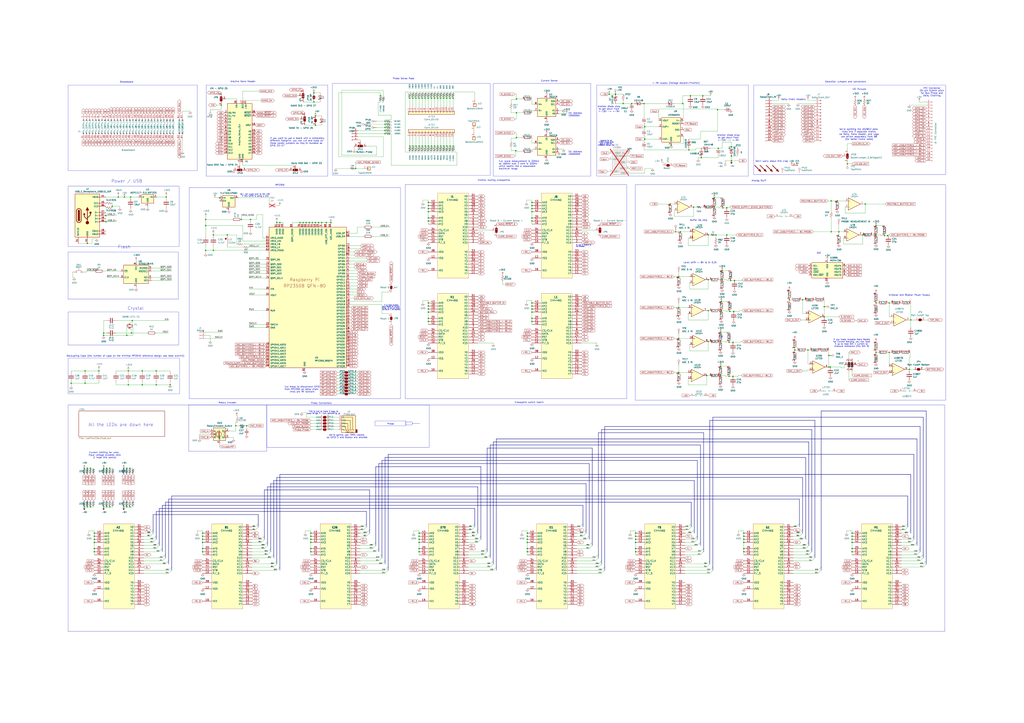
<source format=kicad_sch>
(kicad_sch (version 20231120) (generator "eeschema") (generator_version "8.0")
  (paper "A1")
  (title_block (title "Jumperless V5") (date "2024-06-15") (rev "5r2") (company "Architeuthis Flux") (comment 1 "Kevin Santo Cappuccio") (comment 2 "KevinC@ppucc.io"))
  (lib_symbols
    (symbol "+9V_4" (power) (pin_names (offset 0))
      (property "Value" "+9V_4" (at 0 3.556 0))
      (symbol "+9V_4_1_1"
        (pin power_in line (at 0 0 90) (length 0) hide (name "+9V") (number "1"))
      )
    )
    (symbol "-9V_6" (power) (pin_names (offset 0))
      (property "Value" "-9V_6" (at 0 3.81 0))
      (symbol "-9V_6_1_1"
        (pin power_in line (at 0 0 90) (length 0) hide (name "-9V") (number "1"))
      )
    )
    (symbol "Amplifier_Operational:L272D" (pin_names (offset 0.127))
      (property "Reference" "U" (at 0 5.08 0))
      (property "Value" "L272D" (at 0 -5.08 0))
      (symbol "L272D_1_1"
        (pin no_connect line (at -2.54 -2.54 90) (length 2.54) hide (name "NC") (number "1"))
        (pin input line (at -7.62 2.54 0) (length 2.54) (name "+") (number "13"))
        (pin input line (at -7.62 -2.54 0) (length 2.54) (name "-") (number "14"))
        (pin no_connect line (at 0 -2.54 90) (length 2.54) hide (name "NC") (number "2"))
        (pin output line (at 7.62 0 180) (length 2.54) (name "~") (number "3"))
        (pin no_connect line (at -2.54 2.54 90) (length 2.54) hide (name "NC") (number "7"))
        (pin no_connect line (at 0 2.54 90) (length 2.54) hide (name "NC") (number "8"))
      )
      (symbol "L272D_2_1"
        (pin no_connect line (at 0 -2.54 270) (length 2.54) hide (name "NC") (number "10"))
        (pin input line (at -7.62 -2.54 0) (length 2.54) (name "-") (number "11"))
        (pin input line (at -7.62 2.54 0) (length 2.54) (name "+") (number "12"))
        (pin no_connect line (at -2.54 2.54 270) (length 2.54) hide (name "NC") (number "15"))
        (pin no_connect line (at 0 2.54 270) (length 2.54) hide (name "NC") (number "16"))
        (pin output line (at 7.62 0 180) (length 2.54) (name "~") (number "5"))
        (pin no_connect line (at -2.54 -2.54 270) (length 2.54) hide (name "NC") (number "9"))
      )
      (symbol "L272D_3_1"
        (pin power_in line (at -2.54 7.62 270) (length 3.81) (name "V+") (number "4"))
        (pin power_in line (at -2.54 -7.62 90) (length 3.81) (name "V-") (number "6"))
      )
    )
    (symbol "Amplifier_Operational:LM324" (pin_names (offset 0.127))
      (property "Reference" "U" (at 0 5.08 0))
      (property "Value" "LM324" (at 0 -5.08 0))
      (symbol "LM324_1_1"
        (pin output line (at 7.62 0 180) (length 2.54) (name "~") (number "1"))
        (pin input line (at -7.62 -2.54 0) (length 2.54) (name "-") (number "2"))
        (pin input line (at -7.62 2.54 0) (length 2.54) (name "+") (number "3"))
      )
      (symbol "LM324_2_1"
        (pin input line (at -7.62 2.54 0) (length 2.54) (name "+") (number "5"))
        (pin input line (at -7.62 -2.54 0) (length 2.54) (name "-") (number "6"))
        (pin output line (at 7.62 0 180) (length 2.54) (name "~") (number "7"))
      )
      (symbol "LM324_3_1"
        (pin input line (at -7.62 2.54 0) (length 2.54) (name "+") (number "10"))
        (pin output line (at 7.62 0 180) (length 2.54) (name "~") (number "8"))
        (pin input line (at -7.62 -2.54 0) (length 2.54) (name "-") (number "9"))
      )
      (symbol "LM324_4_1"
        (pin input line (at -7.62 2.54 0) (length 2.54) (name "+") (number "12"))
        (pin input line (at -7.62 -2.54 0) (length 2.54) (name "-") (number "13"))
        (pin output line (at 7.62 0 180) (length 2.54) (name "~") (number "14"))
      )
      (symbol "LM324_5_1"
        (pin power_in line (at -2.54 -7.62 90) (length 3.81) (name "V-") (number "11"))
        (pin power_in line (at -2.54 7.62 270) (length 3.81) (name "V+") (number "4"))
      )
    )
    (symbol "Analog_DAC:MCP4725xxx-xCH"
      (property "Reference" "U" (at -6.35 6.35 0))
      (property "Value" "MCP4725xxx-xCH" (at 8.89 6.35 0))
      (symbol "MCP4725xxx-xCH_1_1"
        (pin output line (at 10.16 0 180) (length 2.54) (name "VOUT") (number "1"))
        (pin power_in line (at 0 -7.62 90) (length 2.54) (name "VSS") (number "2"))
        (pin power_in line (at 0 7.62 270) (length 2.54) (name "VDD") (number "3"))
        (pin bidirectional line (at -10.16 0 0) (length 2.54) (name "SDA") (number "4"))
        (pin input line (at -10.16 2.54 0) (length 2.54) (name "SCL") (number "5"))
        (pin input line (at -10.16 -2.54 0) (length 2.54) (name "A0") (number "6"))
      )
    )
    (symbol "Analog_DAC:MCP4728" (pin_names (offset 1.016))
      (property "Reference" "U" (at -12.7 6.35 0))
      (property "Value" "MCP4728" (at 12.7 6.35 0))
      (symbol "MCP4728_1_1"
        (pin power_in line (at 0 7.62 270) (length 2.54) (name "VDD") (number "1"))
        (pin power_in line (at 0 -10.16 90) (length 2.54) (name "VSS") (number "10"))
        (pin input line (at -15.24 2.54 0) (length 2.54) (name "SCL") (number "2"))
        (pin bidirectional line (at -15.24 0 0) (length 2.54) (name "SDA") (number "3"))
        (pin input line (at -15.24 -2.54 0) (length 2.54) (name "~{LDAC}") (number "4"))
        (pin output line (at -15.24 -5.08 0) (length 2.54) (name "RDY/~{BSY}") (number "5"))
        (pin output line (at 15.24 2.54 180) (length 2.54) (name "VOUTA") (number "6"))
        (pin output line (at 15.24 0 180) (length 2.54) (name "VOUTB") (number "7"))
        (pin output line (at 15.24 -2.54 180) (length 2.54) (name "VOUTC") (number "8"))
        (pin output line (at 15.24 -5.08 180) (length 2.54) (name "VOUTD") (number "9"))
      )
    )
    (symbol "Connector:Breadboard" (pin_names (offset 1.016) hide)
      (property "Reference" "J" (at 0 43.18 0))
      (property "Value" "Connector_Breadboard" (at 0 -43.18 0))
      (symbol "Breadboard_1_1"
        (pin passive line (at 5.08 40.64 180) (length 3.81) (name "Pin_0") (number "0"))
        (pin passive line (at 5.08 38.1 180) (length 3.81) (name "Pin_1") (number "1"))
        (pin passive line (at 5.08 15.24 180) (length 3.81) (name "Pin_10") (number "10"))
        (pin passive line (at 5.08 12.7 180) (length 3.81) (name "Pin_11") (number "11"))
        (pin passive line (at 5.08 10.16 180) (length 3.81) (name "Pin_12") (number "12"))
        (pin passive line (at 5.08 7.62 180) (length 3.81) (name "Pin_13") (number "13"))
        (pin passive line (at 5.08 5.08 180) (length 3.81) (name "Pin_14") (number "14"))
        (pin passive line (at 5.08 2.54 180) (length 3.81) (name "Pin_15") (number "15"))
        (pin passive line (at 5.08 0 180) (length 3.81) (name "Pin_16") (number "16"))
        (pin passive line (at 5.08 -2.54 180) (length 3.81) (name "Pin_17") (number "17"))
        (pin passive line (at 5.08 -5.08 180) (length 3.81) (name "Pin_18") (number "18"))
        (pin passive line (at 5.08 -7.62 180) (length 3.81) (name "Pin_19") (number "19"))
        (pin passive line (at 5.08 35.56 180) (length 3.81) (name "Pin_2") (number "2"))
        (pin passive line (at 5.08 -10.16 180) (length 3.81) (name "Pin_20") (number "20"))
        (pin passive line (at 5.08 -12.7 180) (length 3.81) (name "Pin_21") (number "21"))
        (pin passive line (at 5.08 -15.24 180) (length 3.81) (name "Pin_22") (number "22"))
        (pin passive line (at 5.08 -17.78 180) (length 3.81) (name "Pin_23") (number "23"))
        (pin passive line (at 5.08 -20.32 180) (length 3.81) (name "Pin_24") (number "24"))
        (pin passive line (at 5.08 -22.86 180) (length 3.81) (name "Pin_25") (number "25"))
        (pin passive line (at 5.08 -25.4 180) (length 3.81) (name "Pin_26") (number "26"))
        (pin passive line (at 5.08 -27.94 180) (length 3.81) (name "Pin_27") (number "27"))
        (pin passive line (at 5.08 -30.48 180) (length 3.81) (name "Pin_28") (number "28"))
        (pin passive line (at 5.08 -33.02 180) (length 3.81) (name "Pin_29") (number "29"))
        (pin passive line (at 5.08 33.02 180) (length 3.81) (name "Pin_3") (number "3"))
        (pin passive line (at 5.08 -35.56 180) (length 3.81) (name "Pin_30") (number "30"))
        (pin passive line (at 5.08 -38.1 180) (length 3.81) (name "Pin_31") (number "31"))
        (pin passive line (at -15.24 40.64 0) (length 3.81) (name "Pin_0") (number "32"))
        (pin passive line (at -15.24 38.1 0) (length 3.81) (name "Pin_1") (number "33"))
        (pin passive line (at -15.24 35.56 0) (length 3.81) (name "Pin_2") (number "34"))
        (pin passive line (at -15.24 33.02 0) (length 3.81) (name "Pin_3") (number "35"))
        (pin passive line (at -15.24 30.48 0) (length 3.81) (name "Pin_4") (number "36"))
        (pin passive line (at -15.24 27.94 0) (length 3.81) (name "Pin_5") (number "37"))
        (pin passive line (at -15.24 25.4 0) (length 3.81) (name "Pin_6") (number "38"))
        (pin passive line (at -15.24 22.86 0) (length 3.81) (name "Pin_7") (number "39"))
        (pin passive line (at 5.08 30.48 180) (length 3.81) (name "Pin_4") (number "4"))
        (pin passive line (at -15.24 20.32 0) (length 3.81) (name "Pin_8") (number "40"))
        (pin passive line (at -15.24 17.78 0) (length 3.81) (name "Pin_9") (number "41"))
        (pin passive line (at -15.24 15.24 0) (length 3.81) (name "Pin_10") (number "42"))
        (pin passive line (at -15.24 12.7 0) (length 3.81) (name "Pin_11") (number "43"))
        (pin passive line (at -15.24 10.16 0) (length 3.81) (name "Pin_12") (number "44"))
        (pin passive line (at -15.24 7.62 0) (length 3.81) (name "Pin_13") (number "45"))
        (pin passive line (at -15.24 5.08 0) (length 3.81) (name "Pin_14") (number "46"))
        (pin passive line (at -15.24 2.54 0) (length 3.81) (name "Pin_15") (number "47"))
        (pin passive line (at -15.24 0 0) (length 3.81) (name "Pin_16") (number "48"))
        (pin passive line (at -15.24 -2.54 0) (length 3.81) (name "Pin_17") (number "49"))
        (pin passive line (at 5.08 27.94 180) (length 3.81) (name "Pin_5") (number "5"))
        (pin passive line (at -15.24 -5.08 0) (length 3.81) (name "Pin_18") (number "50"))
        (pin passive line (at -15.24 -7.62 0) (length 3.81) (name "Pin_19") (number "51"))
        (pin passive line (at -15.24 -10.16 0) (length 3.81) (name "Pin_20") (number "52"))
        (pin passive line (at -15.24 -12.7 0) (length 3.81) (name "Pin_21") (number "53"))
        (pin passive line (at -15.24 -15.24 0) (length 3.81) (name "Pin_22") (number "54"))
        (pin passive line (at -15.24 -17.78 0) (length 3.81) (name "Pin_23") (number "55"))
        (pin passive line (at -15.24 -20.32 0) (length 3.81) (name "Pin_24") (number "56"))
        (pin passive line (at -15.24 -22.86 0) (length 3.81) (name "Pin_25") (number "57"))
        (pin passive line (at -15.24 -25.4 0) (length 3.81) (name "Pin_26") (number "58"))
        (pin passive line (at -15.24 -27.94 0) (length 3.81) (name "Pin_27") (number "59"))
        (pin passive line (at 5.08 25.4 180) (length 3.81) (name "Pin_6") (number "6"))
        (pin passive line (at -15.24 -30.48 0) (length 3.81) (name "Pin_28") (number "60"))
        (pin passive line (at -15.24 -33.02 0) (length 3.81) (name "Pin_29") (number "61"))
        (pin passive line (at -15.24 -35.56 0) (length 3.81) (name "Pin_30") (number "62"))
        (pin passive line (at -15.24 -38.1 0) (length 3.81) (name "Pin_31") (number "63"))
        (pin passive line (at 5.08 22.86 180) (length 3.81) (name "Pin_7") (number "7"))
        (pin passive line (at 5.08 20.32 180) (length 3.81) (name "Pin_8") (number "8"))
        (pin passive line (at 5.08 17.78 180) (length 3.81) (name "Pin_9") (number "9"))
      )
    )
    (symbol "Connector:Conn_01x01_Pin" (pin_names (offset 1.016) hide)
      (property "Reference" "J" (at 0 2.54 0))
      (property "Value" "Conn_01x01_Pin" (at 0 -2.54 0))
      (symbol "Conn_01x01_Pin_1_1"
        (pin passive line (at 5.08 0 180) (length 3.81) (name "Pin_1") (number "1"))
      )
    )
    (symbol "Connector:Conn_01x03_Socket" (pin_names (offset 1.016) hide)
      (property "Reference" "J" (at 0 5.08 0))
      (property "Value" "Conn_01x03_Socket" (at 0 -5.08 0))
      (symbol "Conn_01x03_Socket_1_1"
        (pin passive line (at -5.08 2.54 0) (length 3.81) (name "Pin_1") (number "1"))
        (pin passive line (at -5.08 0 0) (length 3.81) (name "Pin_2") (number "2"))
        (pin passive line (at -5.08 -2.54 0) (length 3.81) (name "Pin_3") (number "3"))
      )
    )
    (symbol "Connector:Conn_01x04_Pin" (pin_names (offset 1.016) hide)
      (property "Reference" "J" (at 0 5.08 0))
      (property "Value" "Conn_01x04_Pin" (at 0 -7.62 0))
      (symbol "Conn_01x04_Pin_1_1"
        (pin passive line (at 5.08 2.54 180) (length 3.81) (name "Pin_1") (number "1"))
        (pin passive line (at 5.08 0 180) (length 3.81) (name "Pin_2") (number "2"))
        (pin passive line (at 5.08 -2.54 180) (length 3.81) (name "Pin_3") (number "3"))
        (pin passive line (at 5.08 -5.08 180) (length 3.81) (name "Pin_4") (number "4"))
      )
    )
    (symbol "Connector:Conn_01x14_Pin" (pin_names (offset 1.016) hide)
      (property "Reference" "J" (at 0 17.78 0))
      (property "Value" "Conn_01x14_Pin" (at 0 -20.32 0))
      (symbol "Conn_01x14_Pin_1_1"
        (pin passive line (at 5.08 15.24 180) (length 3.81) (name "Pin_1") (number "1"))
        (pin passive line (at 5.08 -7.62 180) (length 3.81) (name "Pin_10") (number "10"))
        (pin passive line (at 5.08 -10.16 180) (length 3.81) (name "Pin_11") (number "11"))
        (pin passive line (at 5.08 -12.7 180) (length 3.81) (name "Pin_12") (number "12"))
        (pin passive line (at 5.08 -15.24 180) (length 3.81) (name "Pin_13") (number "13"))
        (pin passive line (at 5.08 -17.78 180) (length 3.81) (name "Pin_14") (number "14"))
        (pin passive line (at 5.08 12.7 180) (length 3.81) (name "Pin_2") (number "2"))
        (pin passive line (at 5.08 10.16 180) (length 3.81) (name "Pin_3") (number "3"))
        (pin passive line (at 5.08 7.62 180) (length 3.81) (name "Pin_4") (number "4"))
        (pin passive line (at 5.08 5.08 180) (length 3.81) (name "Pin_5") (number "5"))
        (pin passive line (at 5.08 2.54 180) (length 3.81) (name "Pin_6") (number "6"))
        (pin passive line (at 5.08 0 180) (length 3.81) (name "Pin_7") (number "7"))
        (pin passive line (at 5.08 -2.54 180) (length 3.81) (name "Pin_8") (number "8"))
        (pin passive line (at 5.08 -5.08 180) (length 3.81) (name "Pin_9") (number "9"))
      )
    )
    (symbol "Connector:Conn_01x14_Socket" (pin_names (offset 1.016) hide)
      (property "Reference" "J" (at 0 17.78 0))
      (property "Value" "Conn_01x14_Socket" (at 0 -20.32 0))
      (symbol "Conn_01x14_Socket_1_1"
        (pin passive line (at -5.08 15.24 0) (length 3.81) (name "Pin_1") (number "1"))
        (pin passive line (at -5.08 -7.62 0) (length 3.81) (name "Pin_10") (number "10"))
        (pin passive line (at -5.08 -10.16 0) (length 3.81) (name "Pin_11") (number "11"))
        (pin passive line (at -5.08 -12.7 0) (length 3.81) (name "Pin_12") (number "12"))
        (pin passive line (at -5.08 -15.24 0) (length 3.81) (name "Pin_13") (number "13"))
        (pin passive line (at -5.08 -17.78 0) (length 3.81) (name "Pin_14") (number "14"))
        (pin passive line (at -5.08 12.7 0) (length 3.81) (name "Pin_2") (number "2"))
        (pin passive line (at -5.08 10.16 0) (length 3.81) (name "Pin_3") (number "3"))
        (pin passive line (at -5.08 7.62 0) (length 3.81) (name "Pin_4") (number "4"))
        (pin passive line (at -5.08 5.08 0) (length 3.81) (name "Pin_5") (number "5"))
        (pin passive line (at -5.08 2.54 0) (length 3.81) (name "Pin_6") (number "6"))
        (pin passive line (at -5.08 0 0) (length 3.81) (name "Pin_7") (number "7"))
        (pin passive line (at -5.08 -2.54 0) (length 3.81) (name "Pin_8") (number "8"))
        (pin passive line (at -5.08 -5.08 0) (length 3.81) (name "Pin_9") (number "9"))
      )
    )
    (symbol "Connector:Conn_01x20_Socket" (pin_names (offset 1.016) hide)
      (property "Reference" "J" (at 0 25.4 0))
      (property "Value" "Conn_01x20_Socket" (at 0 -27.94 0))
      (symbol "Conn_01x20_Socket_1_1"
        (pin passive line (at -5.08 22.86 0) (length 3.81) (name "Pin_1") (number "1"))
        (pin passive line (at -5.08 0 0) (length 3.81) (name "Pin_10") (number "10"))
        (pin passive line (at -5.08 -2.54 0) (length 3.81) (name "Pin_11") (number "11"))
        (pin passive line (at -5.08 -5.08 0) (length 3.81) (name "Pin_12") (number "12"))
        (pin passive line (at -5.08 -7.62 0) (length 3.81) (name "Pin_13") (number "13"))
        (pin passive line (at -5.08 -10.16 0) (length 3.81) (name "Pin_14") (number "14"))
        (pin passive line (at -5.08 -12.7 0) (length 3.81) (name "Pin_15") (number "15"))
        (pin passive line (at -5.08 -15.24 0) (length 3.81) (name "Pin_16") (number "16"))
        (pin passive line (at -5.08 -17.78 0) (length 3.81) (name "Pin_17") (number "17"))
        (pin passive line (at -5.08 -20.32 0) (length 3.81) (name "Pin_18") (number "18"))
        (pin passive line (at -5.08 -22.86 0) (length 3.81) (name "Pin_19") (number "19"))
        (pin passive line (at -5.08 20.32 0) (length 3.81) (name "Pin_2") (number "2"))
        (pin passive line (at -5.08 -25.4 0) (length 3.81) (name "Pin_20") (number "20"))
        (pin passive line (at -5.08 17.78 0) (length 3.81) (name "Pin_3") (number "3"))
        (pin passive line (at -5.08 15.24 0) (length 3.81) (name "Pin_4") (number "4"))
        (pin passive line (at -5.08 12.7 0) (length 3.81) (name "Pin_5") (number "5"))
        (pin passive line (at -5.08 10.16 0) (length 3.81) (name "Pin_6") (number "6"))
        (pin passive line (at -5.08 7.62 0) (length 3.81) (name "Pin_7") (number "7"))
        (pin passive line (at -5.08 5.08 0) (length 3.81) (name "Pin_8") (number "8"))
        (pin passive line (at -5.08 2.54 0) (length 3.81) (name "Pin_9") (number "9"))
      )
    )
    (symbol "Connector:TestPoint" (pin_numbers hide) (pin_names (offset 0.762) hide)
      (property "Reference" "TP" (at 0 6.858 0))
      (property "Value" "TestPoint" (at 0 5.08 0))
      (symbol "TestPoint_1_1"
        (pin passive line (at 0 0 90) (length 2.54) (name "1") (number "1"))
      )
    )
    (symbol "Connector:USB_B_Micro" (pin_names (offset 1.016))
      (property "Reference" "J" (at -5.08 11.43 0))
      (property "Value" "USB_B_Micro" (at -5.08 8.89 0))
      (symbol "USB_B_Micro_1_1"
        (pin power_out line (at 7.62 5.08 180) (length 2.54) (name "VBUS") (number "1"))
        (pin bidirectional line (at 7.62 -2.54 180) (length 2.54) (name "D-") (number "2"))
        (pin bidirectional line (at 7.62 0 180) (length 2.54) (name "D+") (number "3"))
        (pin passive line (at 7.62 -5.08 180) (length 2.54) (name "ID") (number "4"))
        (pin power_out line (at 0 -10.16 90) (length 2.54) (name "GND") (number "5"))
        (pin passive line (at -2.54 -10.16 90) (length 2.54) (name "Shield") (number "6"))
      )
    )
    (symbol "Connector:USB_C_Receptacle_USB2.0_16P" (pin_names (offset 1.016))
      (property "Reference" "J" (at 0 22.225 0))
      (property "Value" "USB_C_Receptacle_USB2.0_16P" (at 0 19.685 0))
      (symbol "USB_C_Receptacle_USB2.0_16P_1_1"
        (pin passive line (at 0 -22.86 90) (length 5.08) (name "GND") (number "A1"))
        (pin passive line (at 0 -22.86 90) (length 5.08) hide (name "GND") (number "A12"))
        (pin passive line (at 15.24 15.24 180) (length 5.08) (name "VBUS") (number "A4"))
        (pin bidirectional line (at 15.24 10.16 180) (length 5.08) (name "CC1") (number "A5"))
        (pin bidirectional line (at 15.24 -2.54 180) (length 5.08) (name "D+") (number "A6"))
        (pin bidirectional line (at 15.24 2.54 180) (length 5.08) (name "D-") (number "A7"))
        (pin bidirectional line (at 15.24 -12.7 180) (length 5.08) (name "SBU1") (number "A8"))
        (pin passive line (at 15.24 15.24 180) (length 5.08) hide (name "VBUS") (number "A9"))
        (pin passive line (at 0 -22.86 90) (length 5.08) hide (name "GND") (number "B1"))
        (pin passive line (at 0 -22.86 90) (length 5.08) hide (name "GND") (number "B12"))
        (pin passive line (at 15.24 15.24 180) (length 5.08) hide (name "VBUS") (number "B4"))
        (pin bidirectional line (at 15.24 7.62 180) (length 5.08) (name "CC2") (number "B5"))
        (pin bidirectional line (at 15.24 -5.08 180) (length 5.08) (name "D+") (number "B6"))
        (pin bidirectional line (at 15.24 0 180) (length 5.08) (name "D-") (number "B7"))
        (pin bidirectional line (at 15.24 -15.24 180) (length 5.08) (name "SBU2") (number "B8"))
        (pin passive line (at 15.24 15.24 180) (length 5.08) hide (name "VBUS") (number "B9"))
        (pin passive line (at -7.62 -22.86 90) (length 5.08) (name "SHIELD") (number "S1"))
      )
    )
    (symbol "Connector_Generic:Conn_01x01" (pin_names (offset 1.016) hide)
      (property "Reference" "J" (at 0 2.54 0))
      (property "Value" "Conn_01x01" (at 0 -2.54 0))
      (symbol "Conn_01x01_1_1"
        (pin passive line (at -5.08 0 0) (length 3.81) (name "Pin_1") (number "1"))
      )
    )
    (symbol "Connector_Generic:Conn_01x15" (pin_names (offset 1.016) hide)
      (property "Reference" "J" (at 0 20.32 0))
      (property "Value" "Conn_01x15" (at 0 -20.32 0))
      (symbol "Conn_01x15_1_1"
        (pin passive line (at -5.08 17.78 0) (length 3.81) (name "Pin_1") (number "1"))
        (pin passive line (at -5.08 -5.08 0) (length 3.81) (name "Pin_10") (number "10"))
        (pin passive line (at -5.08 -7.62 0) (length 3.81) (name "Pin_11") (number "11"))
        (pin passive line (at -5.08 -10.16 0) (length 3.81) (name "Pin_12") (number "12"))
        (pin passive line (at -5.08 -12.7 0) (length 3.81) (name "Pin_13") (number "13"))
        (pin passive line (at -5.08 -15.24 0) (length 3.81) (name "Pin_14") (number "14"))
        (pin passive line (at -5.08 -17.78 0) (length 3.81) (name "Pin_15") (number "15"))
        (pin passive line (at -5.08 15.24 0) (length 3.81) (name "Pin_2") (number "2"))
        (pin passive line (at -5.08 12.7 0) (length 3.81) (name "Pin_3") (number "3"))
        (pin passive line (at -5.08 10.16 0) (length 3.81) (name "Pin_4") (number "4"))
        (pin passive line (at -5.08 7.62 0) (length 3.81) (name "Pin_5") (number "5"))
        (pin passive line (at -5.08 5.08 0) (length 3.81) (name "Pin_6") (number "6"))
        (pin passive line (at -5.08 2.54 0) (length 3.81) (name "Pin_7") (number "7"))
        (pin passive line (at -5.08 0 0) (length 3.81) (name "Pin_8") (number "8"))
        (pin passive line (at -5.08 -2.54 0) (length 3.81) (name "Pin_9") (number "9"))
      )
    )
    (symbol "Converter_DCDC:TC7662Bx0A"
      (property "Reference" "U9" (at 2.1941 15.24 0))
      (property "Value" "TC7662Bx0A" (at 2.1941 12.7 0))
      (symbol "TC7662Bx0A_1_1"
        (pin input line (at 10.16 5.08 180) (length 2.54) (name "BOOST") (number "1"))
        (pin passive line (at -10.16 2.54 0) (length 2.54) (name "CAP+") (number "2"))
        (pin power_in line (at 0 -12.7 90) (length 2.54) (name "GND") (number "3"))
        (pin passive line (at -10.16 -7.62 0) (length 2.54) (name "CAP-") (number "4"))
        (pin power_out line (at -10.16 7.62 0) (length 2.54) (name "VOUT") (number "5"))
        (pin input line (at 10.16 -5.08 180) (length 2.54) (name "LV") (number "6"))
        (pin passive line (at 10.16 0 180) (length 2.54) (name "OSC") (number "7"))
        (pin power_in line (at 10.16 7.62 180) (length 2.54) (name "V+") (number "8"))
      )
    )
    (symbol "Device:C" (pin_numbers hide) (pin_names (offset 0.254))
      (property "Reference" "C" (at 0.635 2.54 0))
      (property "Value" "C" (at 0.635 -2.54 0))
      (symbol "C_1_1"
        (pin passive line (at 0 3.81 270) (length 2.794) (name "~") (number "1"))
        (pin passive line (at 0 -3.81 90) (length 2.794) (name "~") (number "2"))
      )
    )
    (symbol "Device:CP1_Small" (pin_numbers hide) (pin_names (offset 0.254) hide)
      (property "Reference" "C" (at 0.254 1.778 0))
      (property "Value" "Device_CP1_Small" (at 0.254 -2.032 0))
      (symbol "CP1_Small_1_1"
        (pin passive line (at 0 2.54 270) (length 2.032) (name "~") (number "1"))
        (pin passive line (at 0 -2.54 90) (length 2.032) (name "~") (number "2"))
      )
    )
    (symbol "Device:C_Small" (pin_numbers hide) (pin_names (offset 0.254) hide)
      (property "Reference" "C" (at 0.254 1.778 0))
      (property "Value" "Device_C_Small" (at 0.254 -2.032 0))
      (symbol "C_Small_1_1"
        (pin passive line (at 0 2.54 270) (length 2.032) (name "~") (number "1"))
        (pin passive line (at 0 -2.54 90) (length 2.032) (name "~") (number "2"))
      )
    )
    (symbol "Device:Crystal_GND24_Small" (pin_names (offset 1.016) hide)
      (property "Reference" "Y" (at 1.27 4.445 0))
      (property "Value" "Crystal_GND24_Small" (at 1.27 2.54 0))
      (symbol "Crystal_GND24_Small_1_1"
        (pin passive line (at -2.54 0 0) (length 1.27) (name "1") (number "1"))
        (pin passive line (at 0 -2.54 90) (length 0.635) (name "2") (number "2"))
        (pin passive line (at 2.54 0 180) (length 1.27) (name "3") (number "3"))
        (pin passive line (at 0 2.54 270) (length 0.635) (name "4") (number "4"))
      )
    )
    (symbol "Device:L" (pin_numbers hide) (pin_names (offset 1.016) hide)
      (property "Reference" "L" (at -1.27 0 90))
      (property "Value" "L" (at 1.905 0 90))
      (symbol "L_1_1"
        (pin passive line (at 0 3.81 270) (length 1.27) (name "1") (number "1"))
        (pin passive line (at 0 -3.81 90) (length 1.27) (name "2") (number "2"))
      )
    )
    (symbol "Device:LED" (pin_numbers hide) (pin_names (offset 1.016) hide)
      (property "Reference" "D" (at 0 2.54 0))
      (property "Value" "LED" (at 0 -2.54 0))
      (symbol "LED_1_1"
        (pin passive line (at -3.81 0 0) (length 2.54) (name "K") (number "1"))
        (pin passive line (at 3.81 0 180) (length 2.54) (name "A") (number "2"))
      )
    )
    (symbol "Device:Polyfuse_Small" (pin_numbers hide) (pin_names (offset 0))
      (property "Reference" "F" (at -1.905 0 90))
      (property "Value" "Polyfuse_Small" (at 1.905 0 90))
      (symbol "Polyfuse_Small_1_1"
        (pin passive line (at 0 2.54 270) (length 0.635) (name "~") (number "1"))
        (pin passive line (at 0 -2.54 90) (length 0.635) (name "~") (number "2"))
      )
    )
    (symbol "Device:R" (pin_numbers hide) (pin_names (offset 0))
      (property "Reference" "R" (at 2.032 0 90))
      (property "Value" "R" (at 0 0 90))
      (symbol "R_1_1"
        (pin passive line (at 0 3.81 270) (length 1.27) (name "~") (number "1"))
        (pin passive line (at 0 -3.81 90) (length 1.27) (name "~") (number "2"))
      )
    )
    (symbol "Device:R_Pack04_Split" (pin_names (offset 0) hide)
      (property "Reference" "RN" (at 2.032 0 90))
      (property "Value" "R_Pack04_Split" (at 0 0 90))
      (symbol "R_Pack04_Split_1_1"
        (pin passive line (at 0 -3.81 90) (length 1.27) (name "R1.1") (number "1"))
        (pin passive line (at 0 3.81 270) (length 1.27) (name "R1.2") (number "8"))
      )
      (symbol "R_Pack04_Split_2_1"
        (pin passive line (at 0 -3.81 90) (length 1.27) (name "R2.1") (number "2"))
        (pin passive line (at 0 3.81 270) (length 1.27) (name "R2.2") (number "7"))
      )
      (symbol "R_Pack04_Split_3_1"
        (pin passive line (at 0 -3.81 90) (length 1.27) (name "R3.1") (number "3"))
        (pin passive line (at 0 3.81 270) (length 1.27) (name "R3.2") (number "6"))
      )
      (symbol "R_Pack04_Split_4_1"
        (pin passive line (at 0 -3.81 90) (length 1.27) (name "R4.1") (number "4"))
        (pin passive line (at 0 3.81 270) (length 1.27) (name "R4.2") (number "5"))
      )
    )
    (symbol "Device:R_Small_US" (pin_numbers hide) (pin_names (offset 0.254) hide)
      (property "Reference" "R" (at 0.762 0.508 0))
      (property "Value" "Device_R_Small_US" (at 0.762 -1.016 0))
      (symbol "R_Small_US_1_1"
        (pin passive line (at 0 2.54 270) (length 1.016) (name "~") (number "1"))
        (pin passive line (at 0 -2.54 90) (length 1.016) (name "~") (number "2"))
      )
    )
    (symbol "Diode:1N4148W" (pin_numbers hide) (pin_names hide)
      (property "Reference" "D" (at 0 2.54 0))
      (property "Value" "1N4148W" (at 0 -2.54 0))
      (symbol "1N4148W_1_1"
        (pin passive line (at -3.81 0 0) (length 2.54) (name "K") (number "1"))
        (pin passive line (at 3.81 0 180) (length 2.54) (name "A") (number "2"))
      )
    )
    (symbol "Diode:1N5819" (pin_numbers hide) (pin_names (offset 1.016) hide)
      (property "Reference" "D" (at 0 2.54 0))
      (property "Value" "1N5819" (at 0 -2.54 0))
      (symbol "1N5819_1_1"
        (pin passive line (at -3.81 0 0) (length 2.54) (name "K") (number "1"))
        (pin passive line (at 3.81 0 180) (length 2.54) (name "A") (number "2"))
      )
    )
    (symbol "GND_10" (power) (pin_names (offset 0))
      (property "Value" "GND_10" (at 0 -3.81 0))
      (symbol "GND_10_1_1"
        (pin power_in line (at 0 0 270) (length 0) hide (name "GND") (number "1"))
      )
    )
    (symbol "GND_11" (power) (pin_names (offset 0))
      (property "Value" "GND_11" (at 0 -3.81 0))
      (symbol "GND_11_1_1"
        (pin power_in line (at 0 0 270) (length 0) hide (name "GND") (number "1"))
      )
    )
    (symbol "GND_12" (power) (pin_names (offset 0))
      (property "Value" "GND_12" (at 0 -3.81 0))
      (symbol "GND_12_1_1"
        (pin power_in line (at 0 0 270) (length 0) hide (name "GND") (number "1"))
      )
    )
    (symbol "GND_13" (power) (pin_names (offset 0))
      (property "Value" "GND_13" (at 0 -3.81 0))
      (symbol "GND_13_1_1"
        (pin power_in line (at 0 0 270) (length 0) hide (name "GND") (number "1"))
      )
    )
    (symbol "GND_14" (power) (pin_names (offset 0))
      (property "Value" "GND_14" (at 0 -3.81 0))
      (symbol "GND_14_1_1"
        (pin power_in line (at 0 0 270) (length 0) hide (name "GND") (number "1"))
      )
    )
    (symbol "GND_16" (power) (pin_names (offset 0))
      (property "Value" "GND_16" (at 0 -3.81 0))
      (symbol "GND_16_1_1"
        (pin power_in line (at 0 0 270) (length 0) hide (name "GND") (number "1"))
      )
    )
    (symbol "GND_17" (power) (pin_names (offset 0))
      (property "Value" "GND_17" (at 0 -3.81 0))
      (symbol "GND_17_1_1"
        (pin power_in line (at 0 0 270) (length 0) hide (name "GND") (number "1"))
      )
    )
    (symbol "GND_18" (power) (pin_names (offset 0))
      (property "Value" "GND_18" (at 0 -3.81 0))
      (symbol "GND_18_1_1"
        (pin power_in line (at 0 0 270) (length 0) hide (name "GND") (number "1"))
      )
    )
    (symbol "GND_19" (power) (pin_names (offset 0))
      (property "Value" "GND_19" (at 0 -3.81 0))
      (symbol "GND_19_1_1"
        (pin power_in line (at 0 0 270) (length 0) hide (name "GND") (number "1"))
      )
    )
    (symbol "GND_20" (power) (pin_names (offset 0))
      (property "Value" "GND_20" (at 0 -3.81 0))
      (symbol "GND_20_1_1"
        (pin power_in line (at 0 0 270) (length 0) hide (name "GND") (number "1"))
      )
    )
    (symbol "GND_21" (power) (pin_names (offset 0))
      (property "Value" "GND_21" (at 0 -3.81 0))
      (symbol "GND_21_1_1"
        (pin power_in line (at 0 0 270) (length 0) hide (name "GND") (number "1"))
      )
    )
    (symbol "GND_22" (power) (pin_names (offset 0))
      (property "Value" "GND_22" (at 0 -3.81 0))
      (symbol "GND_22_1_1"
        (pin power_in line (at 0 0 270) (length 0) hide (name "GND") (number "1"))
      )
    )
    (symbol "GND_23" (power) (pin_names (offset 0))
      (property "Value" "GND_23" (at 0 -3.81 0))
      (symbol "GND_23_1_1"
        (pin power_in line (at 0 0 270) (length 0) hide (name "GND") (number "1"))
      )
    )
    (symbol "GND_29" (power) (pin_names (offset 0))
      (property "Value" "GND_29" (at 0 -3.81 0))
      (symbol "GND_29_1_1"
        (pin power_in line (at 0 0 270) (length 0) hide (name "GND") (number "1"))
      )
    )
    (symbol "GND_3" (power) (pin_names (offset 0))
      (property "Value" "GND_3" (at 0 -3.81 0))
      (symbol "GND_3_1_1"
        (pin power_in line (at 0 0 270) (length 0) hide (name "GND") (number "1"))
      )
    )
    (symbol "GND_30" (power) (pin_names (offset 0))
      (property "Value" "GND_30" (at 0 -3.81 0))
      (symbol "GND_30_1_1"
        (pin power_in line (at 0 0 270) (length 0) hide (name "GND") (number "1"))
      )
    )
    (symbol "GND_31" (power) (pin_names (offset 0))
      (property "Value" "GND_31" (at 0 -3.81 0))
      (symbol "GND_31_1_1"
        (pin power_in line (at 0 0 270) (length 0) hide (name "GND") (number "1"))
      )
    )
    (symbol "GND_32" (power) (pin_names (offset 0))
      (property "Value" "GND_32" (at 0 -3.81 0))
      (symbol "GND_32_1_1"
        (pin power_in line (at 0 0 270) (length 0) hide (name "GND") (number "1"))
      )
    )
    (symbol "GND_33" (power) (pin_names (offset 0))
      (property "Value" "GND_33" (at 0 -3.81 0))
      (symbol "GND_33_1_1"
        (pin power_in line (at 0 0 270) (length 0) hide (name "GND") (number "1"))
      )
    )
    (symbol "GND_35" (power) (pin_names (offset 0))
      (property "Value" "GND_35" (at 0 -3.81 0))
      (symbol "GND_35_1_1"
        (pin power_in line (at 0 0 270) (length 0) hide (name "GND") (number "1"))
      )
    )
    (symbol "GND_36" (power) (pin_names (offset 0))
      (property "Value" "GND_36" (at 0 -3.81 0))
      (symbol "GND_36_1_1"
        (pin power_in line (at 0 0 270) (length 0) hide (name "GND") (number "1"))
      )
    )
    (symbol "GND_37" (power) (pin_names (offset 0))
      (property "Value" "GND_37" (at 0 -3.81 0))
      (symbol "GND_37_1_1"
        (pin power_in line (at 0 0 270) (length 0) hide (name "GND") (number "1"))
      )
    )
    (symbol "GND_39" (power) (pin_names (offset 0))
      (property "Value" "GND_39" (at 0 -3.81 0))
      (symbol "GND_39_1_1"
        (pin power_in line (at 0 0 270) (length 0) hide (name "GND") (number "1"))
      )
    )
    (symbol "GND_40" (power) (pin_names (offset 0))
      (property "Value" "GND_40" (at 0 -3.81 0))
      (symbol "GND_40_1_1"
        (pin power_in line (at 0 0 270) (length 0) hide (name "GND") (number "1"))
      )
    )
    (symbol "GND_41" (power) (pin_names (offset 0))
      (property "Value" "GND_41" (at 0 -3.81 0))
      (symbol "GND_41_1_1"
        (pin power_in line (at 0 0 270) (length 0) hide (name "GND") (number "1"))
      )
    )
    (symbol "GND_42" (power) (pin_names (offset 0))
      (property "Value" "GND_42" (at 0 -3.81 0))
      (symbol "GND_42_1_1"
        (pin power_in line (at 0 0 270) (length 0) hide (name "GND") (number "1"))
      )
    )
    (symbol "GND_43" (power) (pin_names (offset 0))
      (property "Value" "GND_43" (at 0 -3.81 0))
      (symbol "GND_43_1_1"
        (pin power_in line (at 0 0 270) (length 0) hide (name "GND") (number "1"))
      )
    )
    (symbol "GND_44" (power) (pin_names (offset 0))
      (property "Value" "GND_44" (at 0 -3.81 0))
      (symbol "GND_44_1_1"
        (pin power_in line (at 0 0 270) (length 0) hide (name "GND") (number "1"))
      )
    )
    (symbol "GND_45" (power) (pin_names (offset 0))
      (property "Value" "GND_45" (at 0 -3.81 0))
      (symbol "GND_45_1_1"
        (pin power_in line (at 0 0 270) (length 0) hide (name "GND") (number "1"))
      )
    )
    (symbol "GND_46" (power) (pin_names (offset 0))
      (property "Value" "GND_46" (at 0 -3.81 0))
      (symbol "GND_46_1_1"
        (pin power_in line (at 0 0 270) (length 0) hide (name "GND") (number "1"))
      )
    )
    (symbol "GND_47" (power) (pin_names (offset 0))
      (property "Value" "GND_47" (at 0 -3.81 0))
      (symbol "GND_47_1_1"
        (pin power_in line (at 0 0 270) (length 0) hide (name "GND") (number "1"))
      )
    )
    (symbol "GND_48" (power) (pin_names (offset 0))
      (property "Value" "GND_48" (at 0 -3.81 0))
      (symbol "GND_48_1_1"
        (pin power_in line (at 0 0 270) (length 0) hide (name "GND") (number "1"))
      )
    )
    (symbol "GND_50" (power) (pin_names (offset 0))
      (property "Value" "GND_50" (at 0 -3.81 0))
      (symbol "GND_50_1_1"
        (pin power_in line (at 0 0 270) (length 0) hide (name "GND") (number "1"))
      )
    )
    (symbol "GND_51" (power) (pin_names (offset 0))
      (property "Value" "GND_51" (at 0 -3.81 0))
      (symbol "GND_51_1_1"
        (pin power_in line (at 0 0 270) (length 0) hide (name "GND") (number "1"))
      )
    )
    (symbol "GND_52" (power) (pin_names (offset 0))
      (property "Value" "GND_52" (at 0 -3.81 0))
      (symbol "GND_52_1_1"
        (pin power_in line (at 0 0 270) (length 0) hide (name "GND") (number "1"))
      )
    )
    (symbol "GND_53" (power) (pin_names (offset 0))
      (property "Value" "GND_53" (at 0 -3.81 0))
      (symbol "GND_53_1_1"
        (pin power_in line (at 0 0 270) (length 0) hide (name "GND") (number "1"))
      )
    )
    (symbol "GND_54" (power) (pin_names (offset 0))
      (property "Value" "GND_54" (at 0 -3.81 0))
      (symbol "GND_54_1_1"
        (pin power_in line (at 0 0 270) (length 0) hide (name "GND") (number "1"))
      )
    )
    (symbol "GND_55" (power) (pin_names (offset 0))
      (property "Value" "GND_55" (at 0 -3.81 0))
      (symbol "GND_55_1_1"
        (pin power_in line (at 0 0 270) (length 0) hide (name "GND") (number "1"))
      )
    )
    (symbol "GND_56" (power) (pin_names (offset 0))
      (property "Value" "GND_56" (at 0 -3.81 0))
      (symbol "GND_56_1_1"
        (pin power_in line (at 0 0 270) (length 0) hide (name "GND") (number "1"))
      )
    )
    (symbol "GND_57" (power) (pin_names (offset 0))
      (property "Value" "GND_57" (at 0 -3.81 0))
      (symbol "GND_57_1_1"
        (pin power_in line (at 0 0 270) (length 0) hide (name "GND") (number "1"))
      )
    )
    (symbol "GND_58" (power) (pin_names (offset 0))
      (property "Value" "GND_58" (at 0 -3.81 0))
      (symbol "GND_58_1_1"
        (pin power_in line (at 0 0 270) (length 0) hide (name "GND") (number "1"))
      )
    )
    (symbol "GND_59" (power) (pin_names (offset 0))
      (property "Value" "GND_59" (at 0 -3.81 0))
      (symbol "GND_59_1_1"
        (pin power_in line (at 0 0 270) (length 0) hide (name "GND") (number "1"))
      )
    )
    (symbol "GND_6" (power) (pin_names (offset 0))
      (property "Value" "GND_6" (at 0 -3.81 0))
      (symbol "GND_6_1_1"
        (pin power_in line (at 0 0 270) (length 0) hide (name "GND") (number "1"))
      )
    )
    (symbol "GND_60" (power) (pin_names (offset 0))
      (property "Value" "GND_60" (at 0 -3.81 0))
      (symbol "GND_60_1_1"
        (pin power_in line (at 0 0 270) (length 0) hide (name "GND") (number "1"))
      )
    )
    (symbol "GND_61" (power) (pin_names (offset 0))
      (property "Value" "GND_61" (at 0 -3.81 0))
      (symbol "GND_61_1_1"
        (pin power_in line (at 0 0 270) (length 0) hide (name "GND") (number "1"))
      )
    )
    (symbol "GND_62" (power) (pin_names (offset 0))
      (property "Value" "GND_62" (at 0 -3.81 0))
      (symbol "GND_62_1_1"
        (pin power_in line (at 0 0 270) (length 0) hide (name "GND") (number "1"))
      )
    )
    (symbol "GND_63" (power) (pin_names (offset 0))
      (property "Value" "GND_63" (at 0 -3.81 0))
      (symbol "GND_63_1_1"
        (pin power_in line (at 0 0 270) (length 0) hide (name "GND") (number "1"))
      )
    )
    (symbol "GND_64" (power) (pin_names (offset 0))
      (property "Value" "GND_64" (at 0 -3.81 0))
      (symbol "GND_64_1_1"
        (pin power_in line (at 0 0 270) (length 0) hide (name "GND") (number "1"))
      )
    )
    (symbol "GND_66" (power) (pin_names (offset 0))
      (property "Value" "GND_66" (at 0 -3.81 0))
      (symbol "GND_66_1_1"
        (pin power_in line (at 0 0 270) (length 0) hide (name "GND") (number "1"))
      )
    )
    (symbol "GND_67" (power) (pin_names (offset 0))
      (property "Value" "GND_67" (at 0 -3.81 0))
      (symbol "GND_67_1_1"
        (pin power_in line (at 0 0 270) (length 0) hide (name "GND") (number "1"))
      )
    )
    (symbol "GND_69" (power) (pin_names (offset 0))
      (property "Value" "GND_69" (at 0 -3.81 0))
      (symbol "GND_69_1_1"
        (pin power_in line (at 0 0 270) (length 0) hide (name "GND") (number "1"))
      )
    )
    (symbol "GND_71" (power) (pin_names (offset 0))
      (property "Value" "GND_71" (at 0 -3.81 0))
      (symbol "GND_71_1_1"
        (pin power_in line (at 0 0 270) (length 0) hide (name "GND") (number "1"))
      )
    )
    (symbol "GND_72" (power) (pin_names (offset 0))
      (property "Value" "GND_72" (at 0 -3.81 0))
      (symbol "GND_72_1_1"
        (pin power_in line (at 0 0 270) (length 0) hide (name "GND") (number "1"))
      )
    )
    (symbol "GND_73" (power) (pin_names (offset 0))
      (property "Value" "GND_73" (at 0 -3.81 0))
      (symbol "GND_73_1_1"
        (pin power_in line (at 0 0 270) (length 0) hide (name "GND") (number "1"))
      )
    )
    (symbol "GND_76" (power) (pin_names (offset 0))
      (property "Value" "GND_76" (at 0 -3.81 0))
      (symbol "GND_76_1_1"
        (pin power_in line (at 0 0 270) (length 0) hide (name "GND") (number "1"))
      )
    )
    (symbol "GND_77" (power) (pin_names (offset 0))
      (property "Value" "GND_77" (at 0 -3.81 0))
      (symbol "GND_77_1_1"
        (pin power_in line (at 0 0 270) (length 0) hide (name "GND") (number "1"))
      )
    )
    (symbol "GND_78" (power) (pin_names (offset 0))
      (property "Value" "GND_78" (at 0 -3.81 0))
      (symbol "GND_78_1_1"
        (pin power_in line (at 0 0 270) (length 0) hide (name "GND") (number "1"))
      )
    )
    (symbol "GND_8" (power) (pin_names (offset 0))
      (property "Value" "GND_8" (at 0 -3.81 0))
      (symbol "GND_8_1_1"
        (pin power_in line (at 0 0 270) (length 0) hide (name "GND") (number "1"))
      )
    )
    (symbol "GND_9" (power) (pin_names (offset 0))
      (property "Value" "GND_9" (at 0 -3.81 0))
      (symbol "GND_9_1_1"
        (pin power_in line (at 0 0 270) (length 0) hide (name "GND") (number "1"))
      )
    )
    (symbol "Graphic:SYM_Arrow45_Large" (in_bom no) (on_board no))
    (symbol "Jumper:Jumper_2_Bridged" (pin_names (offset 0) hide)
      (property "Reference" "JP" (at 0 1.905 0))
      (property "Value" "Jumper_2_Bridged" (at 0 -2.54 0))
      (symbol "Jumper_2_Bridged_1_1"
        (pin passive line (at -5.08 0 0) (length 2.54) (name "A") (number "1"))
        (pin passive line (at 5.08 0 180) (length 2.54) (name "B") (number "2"))
      )
    )
    (symbol "Jumper:SolderJumper_2_Bridged" (pin_names (offset 0) hide)
      (property "Reference" "JP" (at 0 2.032 0))
      (property "Value" "SolderJumper_2_Bridged" (at 0 -2.54 0))
      (symbol "SolderJumper_2_Bridged_1_1"
        (pin passive line (at -3.81 0 0) (length 2.54) (name "A") (number "1"))
        (pin passive line (at 3.81 0 180) (length 2.54) (name "B") (number "2"))
      )
    )
    (symbol "Jumper:SolderJumper_2_Open" (pin_names (offset 0) hide)
      (property "Reference" "JP" (at 0 2.032 0))
      (property "Value" "SolderJumper_2_Open" (at 0 -2.54 0))
      (symbol "SolderJumper_2_Open_1_1"
        (pin passive line (at -3.81 0 0) (length 2.54) (name "A") (number "1"))
        (pin passive line (at 3.81 0 180) (length 2.54) (name "B") (number "2"))
      )
    )
    (symbol "Jumper:SolderJumper_3_Bridged12" (pin_names (offset 0) hide) (exclude_from_sim yes) (in_bom no)
      (property "Reference" "JP" (at -2.54 -2.54 0))
      (property "Value" "SolderJumper_3_Bridged12" (at 0 2.794 0))
      (symbol "SolderJumper_3_Bridged12_1_1"
        (pin passive line (at -5.08 0 0) (length 2.54) (name "A") (number "1"))
        (pin passive line (at 0 -3.81 90) (length 2.54) (name "C") (number "2"))
        (pin passive line (at 5.08 0 180) (length 2.54) (name "B") (number "3"))
      )
    )
    (symbol "Jumper:SolderJumper_3_Open" (pin_names (offset 0) hide) (exclude_from_sim yes) (in_bom no)
      (property "Reference" "JP" (at -2.54 -2.54 0))
      (property "Value" "SolderJumper_3_Open" (at 0 2.794 0))
      (symbol "SolderJumper_3_Open_1_1"
        (pin passive line (at -5.08 0 0) (length 2.54) (name "A") (number "1"))
        (pin passive line (at 0 -3.81 90) (length 2.54) (name "C") (number "2"))
        (pin passive line (at 5.08 0 180) (length 2.54) (name "B") (number "3"))
      )
    )
    (symbol "JumperlessSymbols:1N5819" (pin_numbers hide) (pin_names (offset 1.016) hide)
      (property "Reference" "D" (at 0 2.54 0))
      (property "Value" "1N5819" (at 0 -2.54 0))
      (symbol "1N5819_1_1"
        (pin passive line (at -3.81 0 0) (length 2.54) (name "K") (number "1"))
        (pin passive line (at 3.81 0 180) (length 2.54) (name "A") (number "2"))
      )
    )
    (symbol "JumperlessSymbols:Arduino_Nano_v3.x"
      (property "Reference" "A" (at -10.16 23.495 0))
      (property "Value" "Arduino_Nano_v3.x" (at 5.08 -24.13 0))
      (symbol "Arduino_Nano_v3.x_1_1"
        (pin bidirectional line (at -12.7 12.7 0) (length 2.54) (name "D1/TX") (number "1"))
        (pin bidirectional line (at -12.7 -2.54 0) (length 2.54) (name "D7") (number "10"))
        (pin bidirectional line (at -12.7 -5.08 0) (length 2.54) (name "D8") (number "11"))
        (pin bidirectional line (at -12.7 -7.62 0) (length 2.54) (name "D9") (number "12"))
        (pin bidirectional line (at -12.7 -10.16 0) (length 2.54) (name "D10") (number "13"))
        (pin bidirectional line (at -12.7 -12.7 0) (length 2.54) (name "D11") (number "14"))
        (pin bidirectional line (at -12.7 -15.24 0) (length 2.54) (name "D12") (number "15"))
        (pin bidirectional line (at -12.7 -17.78 0) (length 2.54) (name "D13") (number "16"))
        (pin power_out line (at 2.54 25.4 270) (length 2.54) (name "3V3") (number "17"))
        (pin input line (at 12.7 5.08 180) (length 2.54) (name "AREF") (number "18"))
        (pin bidirectional line (at 12.7 0 180) (length 2.54) (name "A0") (number "19"))
        (pin bidirectional line (at -12.7 15.24 0) (length 2.54) (name "D0/RX") (number "2"))
        (pin bidirectional line (at 12.7 -2.54 180) (length 2.54) (name "A1") (number "20"))
        (pin bidirectional line (at 12.7 -5.08 180) (length 2.54) (name "A2") (number "21"))
        (pin bidirectional line (at 12.7 -7.62 180) (length 2.54) (name "A3") (number "22"))
        (pin bidirectional line (at 12.7 -10.16 180) (length 2.54) (name "A4") (number "23"))
        (pin bidirectional line (at 12.7 -12.7 180) (length 2.54) (name "A5") (number "24"))
        (pin bidirectional line (at 12.7 -15.24 180) (length 2.54) (name "A6") (number "25"))
        (pin bidirectional line (at 12.7 -17.78 180) (length 2.54) (name "A7") (number "26"))
        (pin power_out line (at 5.08 25.4 270) (length 2.54) (name "+5V") (number "27"))
        (pin input line (at 12.7 15.24 180) (length 2.54) (name "~{RESET}") (number "28"))
        (pin power_in line (at 2.54 -25.4 90) (length 2.54) (name "GND") (number "29"))
        (pin input line (at 12.7 12.7 180) (length 2.54) (name "~{RESET}") (number "3"))
        (pin power_in line (at -2.54 25.4 270) (length 2.54) (name "VIN") (number "30"))
        (pin power_in line (at 0 -25.4 90) (length 2.54) (name "GND") (number "4"))
        (pin bidirectional line (at -12.7 10.16 0) (length 2.54) (name "D2") (number "5"))
        (pin bidirectional line (at -12.7 7.62 0) (length 2.54) (name "D3") (number "6"))
        (pin bidirectional line (at -12.7 5.08 0) (length 2.54) (name "D4") (number "7"))
        (pin bidirectional line (at -12.7 2.54 0) (length 2.54) (name "D5") (number "8"))
        (pin bidirectional line (at -12.7 0 0) (length 2.54) (name "D6") (number "9"))
      )
    )
    (symbol "JumperlessSymbols:AudioJack5"
      (property "Reference" "U" (at -7.366 13.716 0))
      (symbol "AudioJack5_1_1"
        (text "Shorted" (at -10.922 -2.032 0) (effects (font (size 0.5 0.5))))
        (text "TRRS" (at -7.366 -2.032 0) (effects (font (size 0.5 0.5))))
        (pin passive line (at 0 10.16 180) (length 2.54) (name "S") (number "1"))
        (pin passive line (at 0 0 180) (length 2.54) (name "T") (number "2"))
        (pin passive line (at 0 2.54 180) (length 2.54) (name "R1") (number "3"))
        (pin passive line (at 0 5.08 180) (length 2.54) (name "R2") (number "4"))
        (pin passive line (at 0 7.62 180) (length 2.54) (name "R3") (number "5"))
      )
    )
    (symbol "JumperlessSymbols:Breadboard_CorrectPins"
      (property "Reference" "U" (at -1.524 -19.812 0))
      (symbol "Breadboard_CorrectPins_1_1"
        (pin passive line (at 10.16 39.37 180) (length 3.81) (name "Pin_1") (number "1"))
        (pin passive line (at 10.16 16.51 180) (length 3.81) (name "Pin_10") (number "10"))
        (pin passive line (at 10.16 13.97 180) (length 3.81) (name "Pin_11") (number "11"))
        (pin passive line (at 10.16 11.43 180) (length 3.81) (name "Pin_12") (number "12"))
        (pin passive line (at 10.16 8.89 180) (length 3.81) (name "Pin_13") (number "13"))
        (pin passive line (at 10.16 6.35 180) (length 3.81) (name "Pin_14") (number "14"))
        (pin passive line (at 10.16 3.81 180) (length 3.81) (name "Pin_15") (number "15"))
        (pin passive line (at 10.16 1.27 180) (length 3.81) (name "Pin_16") (number "16"))
        (pin passive line (at 10.16 -1.27 180) (length 3.81) (name "Pin_17") (number "17"))
        (pin passive line (at 10.16 -3.81 180) (length 3.81) (name "Pin_18") (number "18"))
        (pin passive line (at 10.16 -6.35 180) (length 3.81) (name "Pin_19") (number "19"))
        (pin passive line (at 10.16 36.83 180) (length 3.81) (name "Pin_2") (number "2"))
        (pin passive line (at 10.16 -8.89 180) (length 3.81) (name "Pin_20") (number "20"))
        (pin passive line (at 10.16 -11.43 180) (length 3.81) (name "Pin_21") (number "21"))
        (pin passive line (at 10.16 -13.97 180) (length 3.81) (name "Pin_22") (number "22"))
        (pin passive line (at 10.16 -16.51 180) (length 3.81) (name "Pin_23") (number "23"))
        (pin passive line (at 10.16 -19.05 180) (length 3.81) (name "Pin_24") (number "24"))
        (pin passive line (at 10.16 -21.59 180) (length 3.81) (name "Pin_25") (number "25"))
        (pin passive line (at 10.16 -24.13 180) (length 3.81) (name "Pin_26") (number "26"))
        (pin passive line (at 10.16 -26.67 180) (length 3.81) (name "Pin_27") (number "27"))
        (pin passive line (at 10.16 -29.21 180) (length 3.81) (name "Pin_28") (number "28"))
        (pin passive line (at 10.16 -31.75 180) (length 3.81) (name "Pin_29") (number "29"))
        (pin passive line (at 10.16 34.29 180) (length 3.81) (name "Pin_3") (number "3"))
        (pin passive line (at 10.16 -34.29 180) (length 3.81) (name "Pin_30") (number "30"))
        (pin passive line (at -10.16 39.37 0) (length 3.81) (name "Pin_31") (number "31"))
        (pin passive line (at -10.16 36.83 0) (length 3.81) (name "Pin_32") (number "32"))
        (pin passive line (at -10.16 34.29 0) (length 3.81) (name "Pin_33") (number "33"))
        (pin passive line (at -10.16 31.75 0) (length 3.81) (name "Pin_34") (number "34"))
        (pin passive line (at -10.16 29.21 0) (length 3.81) (name "Pin_35") (number "35"))
        (pin passive line (at -10.16 26.67 0) (length 3.81) (name "Pin_36") (number "36"))
        (pin passive line (at -10.16 24.13 0) (length 3.81) (name "Pin_37") (number "37"))
        (pin passive line (at -10.16 21.59 0) (length 3.81) (name "Pin_38") (number "38"))
        (pin passive line (at -10.16 19.05 0) (length 3.81) (name "Pin_39") (number "39"))
        (pin passive line (at 10.16 31.75 180) (length 3.81) (name "Pin_4") (number "4"))
        (pin passive line (at -10.16 16.51 0) (length 3.81) (name "Pin_40") (number "40"))
        (pin passive line (at -10.16 13.97 0) (length 3.81) (name "Pin_41") (number "41"))
        (pin passive line (at -10.16 11.43 0) (length 3.81) (name "Pin_42") (number "42"))
        (pin passive line (at -10.16 8.89 0) (length 3.81) (name "Pin_43") (number "43"))
        (pin passive line (at -10.16 6.35 0) (length 3.81) (name "Pin_44") (number "44"))
        (pin passive line (at -10.16 3.81 0) (length 3.81) (name "Pin_45") (number "45"))
        (pin passive line (at -10.16 1.27 0) (length 3.81) (name "Pin_46") (number "46"))
        (pin passive line (at -10.16 -1.27 0) (length 3.81) (name "Pin_47") (number "47"))
        (pin passive line (at -10.16 -3.81 0) (length 3.81) (name "Pin_48") (number "48"))
        (pin passive line (at -10.16 -6.35 0) (length 3.81) (name "Pin_49") (number "49"))
        (pin passive line (at 10.16 29.21 180) (length 3.81) (name "Pin_5") (number "5"))
        (pin passive line (at -10.16 -8.89 0) (length 3.81) (name "Pin_50") (number "50"))
        (pin passive line (at -10.16 -11.43 0) (length 3.81) (name "Pin_51") (number "51"))
        (pin passive line (at -10.16 -13.97 0) (length 3.81) (name "Pin_52") (number "52"))
        (pin passive line (at -10.16 -16.51 0) (length 3.81) (name "Pin_53") (number "53"))
        (pin passive line (at -10.16 -19.05 0) (length 3.81) (name "Pin_54") (number "54"))
        (pin passive line (at -10.16 -21.59 0) (length 3.81) (name "Pin_55") (number "55"))
        (pin passive line (at -10.16 -24.13 0) (length 3.81) (name "Pin_56") (number "56"))
        (pin passive line (at -10.16 -26.67 0) (length 3.81) (name "Pin_57") (number "57"))
        (pin passive line (at -10.16 -29.21 0) (length 3.81) (name "Pin_58") (number "58"))
        (pin passive line (at -10.16 -31.75 0) (length 3.81) (name "Pin_59") (number "59"))
        (pin passive line (at 10.16 26.67 180) (length 3.81) (name "Pin_6") (number "6"))
        (pin passive line (at -10.16 -34.29 0) (length 3.81) (name "Pin_60") (number "60"))
        (pin power_in line (at 10.16 -39.37 180) (length 3.81) (name "TOP_POS") (number "61"))
        (pin power_in line (at 10.16 -41.91 180) (length 3.81) (name "TOP_NEG") (number "62"))
        (pin power_in line (at -10.16 -39.37 0) (length 3.81) (name "BOT_POS") (number "63"))
        (pin power_in line (at -10.16 -41.91 0) (length 3.81) (name "BOT_NEG") (number "64"))
        (pin passive line (at 10.16 24.13 180) (length 3.81) (name "Pin_7") (number "7"))
        (pin passive line (at 10.16 21.59 180) (length 3.81) (name "Pin_8") (number "8"))
        (pin passive line (at 10.16 19.05 180) (length 3.81) (name "Pin_9") (number "9"))
      )
    )
    (symbol "JumperlessSymbols:C" (pin_numbers hide) (pin_names (offset 0.254))
      (property "Reference" "C" (at 0.635 2.54 0))
      (property "Value" "C" (at 0.635 -2.54 0))
      (symbol "C_1_1"
        (pin passive line (at 0 3.81 270) (length 2.794) (name "~") (number "1"))
        (pin passive line (at 0 -3.81 90) (length 2.794) (name "~") (number "2"))
      )
    )
    (symbol "JumperlessSymbols:CH446Q"
      (property "Reference" "U" (at 0 12.7 0))
      (symbol "CH446Q_1_1"
        (pin bidirectional line (at 20.955 -2.54 180) (length 7.62) (name "X14") (number "1"))
        (pin input line (at -19.685 -5.08 0) (length 7.62) (name "P/_S") (number "10"))
        (pin bidirectional line (at 20.955 -30.48 180) (length 7.62) (name "Y7") (number "11"))
        (pin power_in line (at -19.685 -17.78 0) (length 7.62) (name "VSS") (number "12"))
        (pin bidirectional line (at 20.955 -27.94 180) (length 7.62) (name "Y6") (number "13"))
        (pin input line (at -19.685 -2.54 0) (length 7.62) (name "STB") (number "14"))
        (pin bidirectional line (at 20.955 -25.4 180) (length 7.62) (name "Y5") (number "15"))
        (pin power_in line (at -19.685 -27.94 0) (length 7.62) (name "VEE") (number "16"))
        (pin bidirectional line (at 20.955 -22.86 180) (length 7.62) (name "Y4") (number "17"))
        (pin input line (at -19.685 25.4 0) (length 7.62) (name "AX1") (number "18"))
        (pin input line (at -19.685 22.86 0) (length 7.62) (name "AX2") (number "19"))
        (pin bidirectional line (at 20.955 -5.08 180) (length 7.62) (name "X15") (number "2"))
        (pin input line (at -19.685 15.24 0) (length 7.62) (name "AY0") (number "20"))
        (pin input line (at -19.685 12.7 0) (length 7.62) (name "AY1") (number "21"))
        (pin bidirectional line (at 20.955 0 180) (length 7.62) (name "X13") (number "24"))
        (pin bidirectional line (at 20.955 2.54 180) (length 7.62) (name "X12") (number "25"))
        (pin bidirectional line (at 20.955 20.32 180) (length 7.62) (name "X5") (number "26"))
        (pin bidirectional line (at 20.955 22.86 180) (length 7.62) (name "X4") (number "27"))
        (pin bidirectional line (at 20.955 25.4 180) (length 7.62) (name "X3") (number "28"))
        (pin bidirectional line (at 20.955 27.94 180) (length 7.62) (name "X2") (number "29"))
        (pin bidirectional line (at 20.955 17.78 180) (length 7.62) (name "X6") (number "3"))
        (pin bidirectional line (at 20.955 30.48 180) (length 7.62) (name "X1") (number "30"))
        (pin bidirectional line (at 20.955 33.02 180) (length 7.62) (name "X0") (number "31"))
        (pin bidirectional line (at 20.955 -12.7 180) (length 7.62) (name "Y0") (number "33"))
        (pin input line (at -19.685 5.08 0) (length 7.62) (name "CS/CLK") (number "34"))
        (pin bidirectional line (at 20.955 -15.24 180) (length 7.62) (name "Y1") (number "35"))
        (pin input line (at -19.685 2.54 0) (length 7.62) (name "DATA") (number "36"))
        (pin bidirectional line (at 20.955 -17.78 180) (length 7.62) (name "Y2") (number "37"))
        (pin power_in line (at -19.685 -12.7 0) (length 7.62) (name "VDD") (number "38"))
        (pin bidirectional line (at 20.955 -20.32 180) (length 7.62) (name "Y3") (number "39"))
        (pin bidirectional line (at 20.955 15.24 180) (length 7.62) (name "X7") (number "4"))
        (pin input line (at -19.685 10.16 0) (length 7.62) (name "AY2") (number "40"))
        (pin input line (at -19.685 0 0) (length 7.62) (name "RST") (number "41"))
        (pin input line (at -19.685 20.32 0) (length 7.62) (name "AX3") (number "42"))
        (pin input line (at -19.685 27.94 0) (length 7.62) (name "AX0") (number "43"))
        (pin bidirectional line (at 20.955 12.7 180) (length 7.62) (name "X8") (number "5"))
        (pin bidirectional line (at 20.955 10.16 180) (length 7.62) (name "X9") (number "6"))
        (pin bidirectional line (at 20.955 7.62 180) (length 7.62) (name "X10") (number "7"))
        (pin bidirectional line (at 20.955 5.08 180) (length 7.62) (name "X11") (number "8"))
      )
    )
    (symbol "JumperlessSymbols:CP1_Small" (pin_numbers hide) (pin_names (offset 0.254) hide)
      (property "Reference" "C" (at 0.254 1.778 0))
      (property "Value" "Device_CP1_Small" (at 0.254 -2.032 0))
      (symbol "CP1_Small_1_1"
        (pin passive line (at 0 2.54 270) (length 2.032) (name "~") (number "1"))
        (pin passive line (at 0 -2.54 90) (length 2.032) (name "~") (number "2"))
      )
    )
    (symbol "JumperlessSymbols:C_Small" (pin_numbers hide) (pin_names (offset 0.254) hide)
      (property "Reference" "C" (at 0.254 1.778 0))
      (property "Value" "Device_C_Small" (at 0.254 -2.032 0))
      (symbol "C_Small_1_1"
        (pin passive line (at 0 2.54 270) (length 2.032) (name "~") (number "1"))
        (pin passive line (at 0 -2.54 90) (length 2.032) (name "~") (number "2"))
      )
    )
    (symbol "JumperlessSymbols:Conn_01x03_Socket" (pin_names (offset 1.016) hide)
      (property "Reference" "J" (at 0 5.08 0))
      (property "Value" "Conn_01x03_Socket" (at 0 -5.08 0))
      (symbol "Conn_01x03_Socket_1_1"
        (pin passive line (at -5.08 2.54 0) (length 3.81) (name "Pin_1") (number "1"))
        (pin passive line (at -5.08 0 0) (length 3.81) (name "Pin_2") (number "2"))
        (pin passive line (at -5.08 -2.54 0) (length 3.81) (name "Pin_3") (number "3"))
      )
    )
    (symbol "JumperlessSymbols:Crystal_GND24_Small" (pin_names (offset 1.016) hide)
      (property "Reference" "Y" (at 1.27 4.445 0))
      (property "Value" "Crystal_GND24_Small" (at 1.27 2.54 0))
      (symbol "Crystal_GND24_Small_1_1"
        (pin passive line (at -2.54 0 0) (length 1.27) (name "1") (number "1"))
        (pin passive line (at 0 -2.54 90) (length 0.635) (name "2") (number "2"))
        (pin passive line (at 2.54 0 180) (length 1.27) (name "3") (number "3"))
        (pin passive line (at 0 2.54 270) (length 0.635) (name "4") (number "4"))
      )
    )
    (symbol "JumperlessSymbols:INA219AxD"
      (property "Reference" "U" (at -6.35 8.89 0))
      (property "Value" "INA219AxD" (at 5.08 8.89 0))
      (symbol "INA219AxD_1_1"
        (pin input line (at 10.16 -2.54 180) (length 2.54) (name "A1") (number "1"))
        (pin input line (at 10.16 -5.08 180) (length 2.54) (name "A0") (number "2"))
        (pin bidirectional line (at 10.16 5.08 180) (length 2.54) (name "SDA") (number "3"))
        (pin input line (at 10.16 2.54 180) (length 2.54) (name "SCL") (number "4"))
        (pin power_in line (at 0 10.16 270) (length 2.54) (name "VS") (number "5"))
        (pin power_in line (at 0 -10.16 90) (length 2.54) (name "GND") (number "6"))
        (pin input line (at -10.16 -2.54 0) (length 2.54) (name "IN-") (number "7"))
        (pin input line (at -10.16 2.54 0) (length 2.54) (name "IN+") (number "8"))
      )
    )
    (symbol "JumperlessSymbols:L272D" (pin_names (offset 0.127))
      (property "Reference" "U" (at 0 5.08 0))
      (property "Value" "L272D" (at 0 -5.08 0))
      (symbol "L272D_1_1"
        (pin no_connect line (at -2.54 -2.54 90) (length 2.54) hide (name "NC") (number "1"))
        (pin input line (at -7.62 2.54 0) (length 2.54) (name "+") (number "13"))
        (pin input line (at -7.62 -2.54 0) (length 2.54) (name "-") (number "14"))
        (pin no_connect line (at 0 -2.54 90) (length 2.54) hide (name "NC") (number "2"))
        (pin output line (at 7.62 0 180) (length 2.54) (name "~") (number "3"))
        (pin no_connect line (at -2.54 2.54 90) (length 2.54) hide (name "NC") (number "7"))
        (pin no_connect line (at 0 2.54 90) (length 2.54) hide (name "NC") (number "8"))
      )
      (symbol "L272D_2_1"
        (pin no_connect line (at 0 -2.54 270) (length 2.54) hide (name "NC") (number "10"))
        (pin input line (at -7.62 -2.54 0) (length 2.54) (name "-") (number "11"))
        (pin input line (at -7.62 2.54 0) (length 2.54) (name "+") (number "12"))
        (pin no_connect line (at -2.54 2.54 270) (length 2.54) hide (name "NC") (number "15"))
        (pin no_connect line (at 0 2.54 270) (length 2.54) hide (name "NC") (number "16"))
        (pin output line (at 7.62 0 180) (length 2.54) (name "~") (number "5"))
        (pin no_connect line (at -2.54 -2.54 270) (length 2.54) hide (name "NC") (number "9"))
      )
      (symbol "L272D_3_1"
        (pin power_in line (at -2.54 7.62 270) (length 3.81) (name "V+") (number "4"))
        (pin power_in line (at -2.54 -7.62 90) (length 3.81) (name "V-") (number "6"))
      )
    )
    (symbol "JumperlessSymbols:LM324" (pin_names (offset 0.127))
      (property "Reference" "U" (at 0 5.08 0))
      (property "Value" "LM324" (at 0 -5.08 0))
      (symbol "LM324_1_1"
        (pin output line (at 7.62 0 180) (length 2.54) (name "~") (number "1"))
        (pin input line (at -7.62 -2.54 0) (length 2.54) (name "-") (number "2"))
        (pin input line (at -7.62 2.54 0) (length 2.54) (name "+") (number "3"))
      )
      (symbol "LM324_2_1"
        (pin input line (at -7.62 2.54 0) (length 2.54) (name "+") (number "5"))
        (pin input line (at -7.62 -2.54 0) (length 2.54) (name "-") (number "6"))
        (pin output line (at 7.62 0 180) (length 2.54) (name "~") (number "7"))
      )
      (symbol "LM324_3_1"
        (pin input line (at -7.62 2.54 0) (length 2.54) (name "+") (number "10"))
        (pin output line (at 7.62 0 180) (length 2.54) (name "~") (number "8"))
        (pin input line (at -7.62 -2.54 0) (length 2.54) (name "-") (number "9"))
      )
      (symbol "LM324_4_1"
        (pin input line (at -7.62 2.54 0) (length 2.54) (name "+") (number "12"))
        (pin input line (at -7.62 -2.54 0) (length 2.54) (name "-") (number "13"))
        (pin output line (at 7.62 0 180) (length 2.54) (name "~") (number "14"))
      )
      (symbol "LM324_5_1"
        (pin power_in line (at -2.54 -7.62 90) (length 3.81) (name "V-") (number "11"))
        (pin power_in line (at -2.54 7.62 270) (length 3.81) (name "V+") (number "4"))
      )
    )
    (symbol "JumperlessSymbols:LT1054L"
      (property "Reference" "U1" (at 0 14.4018 0))
      (property "Value" "LT1054" (at 0 12.0904 0))
      (symbol "LT1054L_1_1"
        (pin input line (at -10.16 5.08 0) (length 2.54) (name "FB/SHDN") (number "1"))
        (pin input line (at 6.35 2.54 180) (length 2.54) (name "CAP+") (number "2"))
        (pin power_in line (at -10.16 -8.89 0) (length 2.54) (name "GND") (number "3"))
        (pin input line (at 6.35 -7.62 180) (length 2.54) (name "CAP-") (number "4"))
        (pin power_out line (at 6.35 7.62 180) (length 2.54) (name "-VOUT") (number "5"))
        (pin output line (at -10.16 -5.08 0) (length 2.54) (name "VREF") (number "6"))
        (pin input line (at -10.16 0 0) (length 2.54) (name "OSC") (number "7"))
        (pin power_in line (at -10.16 7.62 0) (length 2.54) (name "V+") (number "8"))
      )
    )
    (symbol "JumperlessSymbols:NCP1117-3.3_SOT223"
      (property "Reference" "U" (at -3.81 3.175 0))
      (property "Value" "NCP1117-3.3_SOT223" (at 0 3.175 0))
      (symbol "NCP1117-3.3_SOT223_1_1"
        (pin power_in line (at 0 -7.62 90) (length 2.54) (name "GND") (number "1"))
        (pin power_out line (at 7.62 0 180) (length 2.54) (name "VO") (number "2"))
        (pin power_in line (at -7.62 0 0) (length 2.54) (name "VI") (number "3"))
      )
    )
    (symbol "JumperlessSymbols:R" (pin_numbers hide) (pin_names (offset 0))
      (property "Reference" "R" (at 2.032 0 90))
      (property "Value" "R" (at 0 0 90))
      (symbol "R_1_1"
        (pin passive line (at 0 3.81 270) (length 1.27) (name "~") (number "1"))
        (pin passive line (at 0 -3.81 90) (length 1.27) (name "~") (number "2"))
      )
    )
    (symbol "JumperlessSymbols:R_Small_US_1" (pin_numbers hide) (pin_names (offset 0.254) hide)
      (property "Reference" "R" (at 0.762 0.508 0))
      (property "Value" "R_Small_US" (at 0.762 -1.016 0))
      (symbol "R_Small_US_1_1_1"
        (pin passive line (at 0 2.54 270) (length 1.016) (name "~") (number "1"))
        (pin passive line (at 0 -2.54 90) (length 1.016) (name "~") (number "2"))
      )
    )
    (symbol "JumperlessSymbols:R_Small_US_2" (pin_numbers hide) (pin_names (offset 0.254) hide)
      (property "Reference" "R" (at 0.762 0.508 0))
      (property "Value" "R_Small_US" (at 0.762 -1.016 0))
      (symbol "R_Small_US_2_1_1"
        (pin passive line (at 0 2.54 270) (length 1.016) (name "~") (number "1"))
        (pin passive line (at 0 -2.54 90) (length 1.016) (name "~") (number "2"))
      )
    )
    (symbol "JumperlessSymbols:SIQ-02FVS#"
      (property "Reference" "SW3" (at 0 9.2245 0))
      (property "Value" "RotaryEncoder_Switch" (at 0 6.8002 0))
      (symbol "SIQ-02FVS#_1_1"
        (pin input line (at 0 -7.62 90) (length 2.54) (name "MP") (number "0"))
        (pin passive line (at -7.62 2.54 0) (length 2.54) (name "A") (number "1"))
        (pin passive line (at 7.62 2.54 180) (length 2.54) (name "S1") (number "2"))
        (pin output line (at -7.62 0 0) (length 2.54) (name "C") (number "3"))
        (pin passive line (at 7.62 -2.54 180) (length 2.54) (name "S2") (number "3"))
        (pin passive line (at -7.62 -2.54 0) (length 2.54) (name "B") (number "4"))
      )
    )
    (symbol "JumperlessSymbols:SW_Push" (pin_numbers hide) (pin_names (offset 1.016) hide)
      (property "Reference" "SW" (at 1.27 2.54 0))
      (property "Value" "SW_Push" (at 0 -1.524 0))
      (symbol "SW_Push_0_1"
        (pin passive line (at -5.08 0 0) (length 2.54) (name "1") (number "1"))
        (pin passive line (at 5.08 0 180) (length 2.54) (name "2") (number "2"))
      )
    )
    (symbol "JumperlessSymbols:SolderJumperDouble"
      (property "Reference" "U" (at 1.27 5.08 0))
      (symbol "SolderJumperDouble_1_1"
        (pin passive line (at -5.08 2.54 0) (length 2.54) (name "A") (number "1"))
        (pin passive line (at -5.08 0 0) (length 2.54) (name "A") (number "2"))
        (pin passive line (at 0 -3.81 90) (length 2.54) (name "C") (number "3"))
        (pin passive line (at 5.08 0 180) (length 2.54) (name "B") (number "4"))
        (pin passive line (at 5.08 2.54 180) (length 2.54) (name "B") (number "5"))
        (pin passive line (at 0 6.35 270) (length 2.54) (name "C") (number "6"))
      )
    )
    (symbol "JumperlessSymbols:SolderJumper_2_Bridged" (pin_names (offset 0) hide)
      (property "Reference" "JP" (at 0 2.032 0))
      (property "Value" "SolderJumper_2_Bridged" (at 0 -2.54 0))
      (symbol "SolderJumper_2_Bridged_1_1"
        (pin passive line (at -3.81 0 0) (length 2.54) (name "A") (number "1"))
        (pin passive line (at 3.81 0 180) (length 2.54) (name "B") (number "2"))
      )
    )
    (symbol "JumperlessSymbols:SolderJumper_3_Bridged12" (pin_names (offset 0) hide) (exclude_from_sim yes) (in_bom no)
      (property "Reference" "JP" (at -2.54 -2.54 0))
      (property "Value" "SolderJumper_3_Bridged12" (at 0 2.794 0))
      (symbol "SolderJumper_3_Bridged12_1_1"
        (pin passive line (at -5.08 0 0) (length 2.54) (name "A") (number "1"))
        (pin passive line (at 0 -3.81 90) (length 2.54) (name "C") (number "2"))
        (pin passive line (at 5.08 0 180) (length 2.54) (name "B") (number "3"))
      )
    )
    (symbol "JumperlessSymbols:TestPoint" (pin_numbers hide) (pin_names (offset 0.762) hide)
      (property "Reference" "TP" (at 0 6.858 0))
      (property "Value" "TestPoint" (at 0 5.08 0))
      (symbol "TestPoint_1_1"
        (pin passive line (at 0 0 90) (length 2.54) (name "1") (number "1"))
      )
    )
    (symbol "JumperlessSymbols:W25Q128JVS"
      (property "Reference" "U" (at -8.89 8.89 0))
      (property "Value" "W25Q128JVS" (at 7.62 8.89 0))
      (symbol "W25Q128JVS_1_1"
        (pin input line (at -12.7 2.54 0) (length 2.54) (name "~{CS}") (number "1"))
        (pin bidirectional line (at 12.7 2.54 180) (length 2.54) (name "DO(IO1)") (number "2"))
        (pin bidirectional line (at 12.7 -2.54 180) (length 2.54) (name "IO2") (number "3"))
        (pin power_in line (at 0 -10.16 90) (length 2.54) (name "GND") (number "4"))
        (pin bidirectional line (at 12.7 5.08 180) (length 2.54) (name "DI(IO0)") (number "5"))
        (pin input line (at -12.7 -2.54 0) (length 2.54) (name "CLK") (number "6"))
        (pin bidirectional line (at 12.7 -5.08 180) (length 2.54) (name "IO3") (number "7"))
        (pin power_in line (at 0 10.16 270) (length 2.54) (name "VCC") (number "8"))
      )
    )
    (symbol "LED:WS2812B" (pin_names (offset 0.254))
      (property "Reference" "D" (at 5.08 5.715 0))
      (property "Value" "WS2812B" (at 1.27 -5.715 0))
      (symbol "WS2812B_0_0"
        (text "RGB" (at 2.286 -4.191 0) (effects (font (size 0.762 0.762))))
      )
      (symbol "WS2812B_1_1"
        (pin output line (at 7.62 0 180) (length 2.54) (name "DOUT") (number "1"))
        (pin power_in line (at 0 -7.62 90) (length 2.54) (name "VSS") (number "2"))
        (pin input line (at -7.62 0 0) (length 2.54) (name "DIN") (number "3"))
        (pin power_in line (at 0 7.62 270) (length 2.54) (name "VDD") (number "4"))
      )
    )
    (symbol "MCU_Module:Arduino_Nano_v3.x"
      (property "Reference" "A" (at -10.16 23.495 0))
      (property "Value" "Arduino_Nano_v3.x" (at 5.08 -24.13 0))
      (symbol "Arduino_Nano_v3.x_1_1"
        (pin bidirectional line (at -12.7 12.7 0) (length 2.54) (name "D1/TX") (number "1"))
        (pin bidirectional line (at -12.7 -2.54 0) (length 2.54) (name "D7") (number "10"))
        (pin bidirectional line (at -12.7 -5.08 0) (length 2.54) (name "D8") (number "11"))
        (pin bidirectional line (at -12.7 -7.62 0) (length 2.54) (name "D9") (number "12"))
        (pin bidirectional line (at -12.7 -10.16 0) (length 2.54) (name "D10") (number "13"))
        (pin bidirectional line (at -12.7 -12.7 0) (length 2.54) (name "D11") (number "14"))
        (pin bidirectional line (at -12.7 -15.24 0) (length 2.54) (name "D12") (number "15"))
        (pin bidirectional line (at -12.7 -17.78 0) (length 2.54) (name "D13") (number "16"))
        (pin power_out line (at 2.54 25.4 270) (length 2.54) (name "3V3") (number "17"))
        (pin input line (at 12.7 5.08 180) (length 2.54) (name "AREF") (number "18"))
        (pin bidirectional line (at 12.7 0 180) (length 2.54) (name "A0") (number "19"))
        (pin bidirectional line (at -12.7 15.24 0) (length 2.54) (name "D0/RX") (number "2"))
        (pin bidirectional line (at 12.7 -2.54 180) (length 2.54) (name "A1") (number "20"))
        (pin bidirectional line (at 12.7 -5.08 180) (length 2.54) (name "A2") (number "21"))
        (pin bidirectional line (at 12.7 -7.62 180) (length 2.54) (name "A3") (number "22"))
        (pin bidirectional line (at 12.7 -10.16 180) (length 2.54) (name "A4") (number "23"))
        (pin bidirectional line (at 12.7 -12.7 180) (length 2.54) (name "A5") (number "24"))
        (pin bidirectional line (at 12.7 -15.24 180) (length 2.54) (name "A6") (number "25"))
        (pin bidirectional line (at 12.7 -17.78 180) (length 2.54) (name "A7") (number "26"))
        (pin power_out line (at 5.08 25.4 270) (length 2.54) (name "+5V") (number "27"))
        (pin input line (at 12.7 15.24 180) (length 2.54) (name "~{RESET}") (number "28"))
        (pin power_in line (at 2.54 -25.4 90) (length 2.54) (name "GND") (number "29"))
        (pin input line (at 12.7 12.7 180) (length 2.54) (name "~{RESET}") (number "3"))
        (pin power_in line (at -2.54 25.4 270) (length 2.54) (name "VIN") (number "30"))
        (pin power_in line (at 0 -25.4 90) (length 2.54) (name "GND") (number "4"))
        (pin bidirectional line (at -12.7 10.16 0) (length 2.54) (name "D2") (number "5"))
        (pin bidirectional line (at -12.7 7.62 0) (length 2.54) (name "D3") (number "6"))
        (pin bidirectional line (at -12.7 5.08 0) (length 2.54) (name "D4") (number "7"))
        (pin bidirectional line (at -12.7 2.54 0) (length 2.54) (name "D5") (number "8"))
        (pin bidirectional line (at -12.7 0 0) (length 2.54) (name "D6") (number "9"))
      )
    )
    (symbol "MCU_RaspberryPi_RP2040:RP2040" (pin_names (offset 1.016))
      (property "Reference" "U" (at -29.21 49.53 0))
      (property "Value" "RP2040" (at 24.13 -49.53 0))
      (symbol "RP2040_0_0"
        (text "Raspberry Pi" (at 0 5.08 0) (effects (font (size 2.54 2.54))))
        (text "RP2040" (at 0 0 0) (effects (font (size 2.54 2.54))))
      )
      (symbol "RP2040_1_1"
        (pin power_in line (at 8.89 50.8 270) (length 2.54) (name "IOVDD") (number "1"))
        (pin power_in line (at 6.35 50.8 270) (length 2.54) (name "IOVDD") (number "10"))
        (pin bidirectional line (at 31.75 12.7 180) (length 2.54) (name "GPIO8") (number "11"))
        (pin bidirectional line (at 31.75 10.16 180) (length 2.54) (name "GPIO9") (number "12"))
        (pin bidirectional line (at 31.75 7.62 180) (length 2.54) (name "GPIO10") (number "13"))
        (pin bidirectional line (at 31.75 5.08 180) (length 2.54) (name "GPIO11") (number "14"))
        (pin bidirectional line (at 31.75 2.54 180) (length 2.54) (name "GPIO12") (number "15"))
        (pin bidirectional line (at 31.75 0 180) (length 2.54) (name "GPIO13") (number "16"))
        (pin bidirectional line (at 31.75 -2.54 180) (length 2.54) (name "GPIO14") (number "17"))
        (pin bidirectional line (at 31.75 -5.08 180) (length 2.54) (name "GPIO15") (number "18"))
        (pin passive line (at -12.7 -50.8 90) (length 2.54) (name "TESTEN") (number "19"))
        (pin bidirectional line (at 31.75 33.02 180) (length 2.54) (name "GPIO0") (number "2"))
        (pin input line (at -31.75 -2.54 0) (length 2.54) (name "XIN") (number "20"))
        (pin passive line (at -31.75 -7.62 0) (length 2.54) (name "XOUT") (number "21"))
        (pin power_in line (at 3.81 50.8 270) (length 2.54) (name "IOVDD") (number "22"))
        (pin power_in line (at -17.78 50.8 270) (length 2.54) (name "DVDD") (number "23"))
        (pin output line (at -31.75 -31.75 0) (length 2.54) (name "SWCLK") (number "24"))
        (pin bidirectional line (at -31.75 -34.29 0) (length 2.54) (name "SWD") (number "25"))
        (pin input line (at -31.75 -20.32 0) (length 2.54) (name "RUN") (number "26"))
        (pin bidirectional line (at 31.75 -7.62 180) (length 2.54) (name "GPIO16") (number "27"))
        (pin bidirectional line (at 31.75 -10.16 180) (length 2.54) (name "GPIO17") (number "28"))
        (pin bidirectional line (at 31.75 -12.7 180) (length 2.54) (name "GPIO18") (number "29"))
        (pin bidirectional line (at 31.75 30.48 180) (length 2.54) (name "GPIO1") (number "3"))
        (pin bidirectional line (at 31.75 -15.24 180) (length 2.54) (name "GPIO19") (number "30"))
        (pin bidirectional line (at 31.75 -17.78 180) (length 2.54) (name "GPIO20") (number "31"))
        (pin bidirectional line (at 31.75 -20.32 180) (length 2.54) (name "GPIO21") (number "32"))
        (pin power_in line (at 1.27 50.8 270) (length 2.54) (name "IOVDD") (number "33"))
        (pin bidirectional line (at 31.75 -22.86 180) (length 2.54) (name "GPIO22") (number "34"))
        (pin bidirectional line (at 31.75 -25.4 180) (length 2.54) (name "GPIO23") (number "35"))
        (pin bidirectional line (at 31.75 -27.94 180) (length 2.54) (name "GPIO24") (number "36"))
        (pin bidirectional line (at 31.75 -30.48 180) (length 2.54) (name "GPIO25") (number "37"))
        (pin bidirectional line (at 31.75 -35.56 180) (length 2.54) (name "GPIO26_ADC0") (number "38"))
        (pin bidirectional line (at 31.75 -38.1 180) (length 2.54) (name "GPIO27_ADC1") (number "39"))
        (pin bidirectional line (at 31.75 27.94 180) (length 2.54) (name "GPIO2") (number "4"))
        (pin bidirectional line (at 31.75 -40.64 180) (length 2.54) (name "GPIO28_ADC2") (number "40"))
        (pin bidirectional line (at 31.75 -43.18 180) (length 2.54) (name "GPIO29_ADC3") (number "41"))
        (pin power_in line (at -1.27 50.8 270) (length 2.54) (name "IOVDD") (number "42"))
        (pin power_in line (at 16.51 50.8 270) (length 2.54) (name "ADC_AVDD") (number "43"))
        (pin power_in line (at -8.89 50.8 270) (length 2.54) (name "VREG_IN") (number "44"))
        (pin power_out line (at -12.7 50.8 270) (length 2.54) (name "VREG_VOUT") (number "45"))
        (pin bidirectional line (at 31.75 40.64 180) (length 2.54) (name "USB_DM") (number "46"))
        (pin bidirectional line (at 31.75 43.18 180) (length 2.54) (name "USB_DP") (number "47"))
        (pin power_in line (at 12.7 50.8 270) (length 2.54) (name "USB_VDD") (number "48"))
        (pin power_in line (at -3.81 50.8 270) (length 2.54) (name "IOVDD") (number "49"))
        (pin bidirectional line (at 31.75 25.4 180) (length 2.54) (name "GPIO3") (number "5"))
        (pin power_in line (at -20.32 50.8 270) (length 2.54) (name "DVDD") (number "50"))
        (pin bidirectional line (at -31.75 20.32 0) (length 2.54) (name "QSPI_SD3") (number "51"))
        (pin output line (at -31.75 16.51 0) (length 2.54) (name "QSPI_SCLK") (number "52"))
        (pin bidirectional line (at -31.75 27.94 0) (length 2.54) (name "QSPI_SD0") (number "53"))
        (pin bidirectional line (at -31.75 22.86 0) (length 2.54) (name "QSPI_SD2") (number "54"))
        (pin bidirectional line (at -31.75 25.4 0) (length 2.54) (name "QSPI_SD1") (number "55"))
        (pin bidirectional line (at -31.75 31.75 0) (length 2.54) (name "QSPI_SS") (number "56"))
        (pin power_in line (at 0 -50.8 90) (length 2.54) (name "GND") (number "57"))
        (pin bidirectional line (at 31.75 22.86 180) (length 2.54) (name "GPIO4") (number "6"))
        (pin bidirectional line (at 31.75 20.32 180) (length 2.54) (name "GPIO5") (number "7"))
        (pin bidirectional line (at 31.75 17.78 180) (length 2.54) (name "GPIO6") (number "8"))
        (pin bidirectional line (at 31.75 15.24 180) (length 2.54) (name "GPIO7") (number "9"))
      )
    )
    (symbol "MCU_RaspberryPi_RP2350:RP2350_80QFN" (pin_names (offset 1.016))
      (property "Reference" "U" (at -29.21 49.53 0))
      (property "Value" "RP2350_80QFN" (at 25.4 -69.85 0))
      (symbol "RP2350_80QFN_0_0"
        (text "Raspberry Pi" (at 0 5.08 0) (effects (font (size 2.54 2.54))))
      )
      (symbol "RP2350_80QFN_1_0"
        (text "RP2350B QFN-80" (at 0 0 0) (effects (font (size 2.54 2.54))))
      )
      (symbol "RP2350_80QFN_1_1"
        (pin bidirectional line (at 36.83 22.86 180) (length 2.54) (name "GPIO4") (number "1"))
        (pin power_in line (at -17.78 50.8 270) (length 2.54) (name "DVDD") (number "10"))
        (pin bidirectional line (at 36.83 2.54 180) (length 2.54) (name "GPIO12") (number "11"))
        (pin bidirectional line (at 36.83 0 180) (length 2.54) (name "GPIO13") (number "12"))
        (pin bidirectional line (at 36.83 -2.54 180) (length 2.54) (name "GPIO14") (number "13"))
        (pin bidirectional line (at 36.83 -5.08 180) (length 2.54) (name "GPIO15") (number "14"))
        (pin power_in line (at 8.89 50.8 270) (length 2.54) (name "IOVDD") (number "15"))
        (pin bidirectional line (at 36.83 -7.62 180) (length 2.54) (name "GPIO16") (number "16"))
        (pin bidirectional line (at 36.83 -10.16 180) (length 2.54) (name "GPIO17") (number "17"))
        (pin bidirectional line (at 36.83 -12.7 180) (length 2.54) (name "GPIO18") (number "18"))
        (pin bidirectional line (at 36.83 -15.24 180) (length 2.54) (name "GPIO19") (number "19"))
        (pin bidirectional line (at 36.83 20.32 180) (length 2.54) (name "GPIO5") (number "2"))
        (pin bidirectional line (at 36.83 -17.78 180) (length 2.54) (name "GPIO20") (number "20"))
        (pin bidirectional line (at 36.83 -20.32 180) (length 2.54) (name "GPIO21") (number "21"))
        (pin bidirectional line (at 36.83 -22.86 180) (length 2.54) (name "GPIO22") (number "22"))
        (pin bidirectional line (at 36.83 -25.4 180) (length 2.54) (name "GPIO23") (number "23"))
        (pin power_in line (at 6.35 50.8 270) (length 2.54) (name "IOVDD") (number "24"))
        (pin bidirectional line (at 36.83 -27.94 180) (length 2.54) (name "GPIO24") (number "25"))
        (pin bidirectional line (at 36.83 -30.48 180) (length 2.54) (name "GPIO25") (number "26"))
        (pin bidirectional line (at 36.83 -33.02 180) (length 2.54) (name "GPIO26") (number "27"))
        (pin bidirectional line (at 36.83 -35.56 180) (length 2.54) (name "GPIO27") (number "28"))
        (pin power_in line (at 11.43 50.8 270) (length 2.54) (name "IOVDD") (number "29"))
        (pin bidirectional line (at 36.83 17.78 180) (length 2.54) (name "GPIO6") (number "3"))
        (pin input line (at -31.75 -2.54 0) (length 2.54) (name "XIN") (number "30"))
        (pin passive line (at -31.75 -7.62 0) (length 2.54) (name "XOUT") (number "31"))
        (pin power_in line (at -20.32 50.8 270) (length 2.54) (name "DVDD") (number "32"))
        (pin output line (at -31.75 -31.75 0) (length 2.54) (name "SWCLK") (number "33"))
        (pin bidirectional line (at -31.75 -34.29 0) (length 2.54) (name "SWD") (number "34"))
        (pin input line (at -31.75 -20.32 0) (length 2.54) (name "RUN") (number "35"))
        (pin bidirectional line (at 36.83 -38.1 180) (length 2.54) (name "GPIO28") (number "36"))
        (pin bidirectional line (at 36.83 -40.64 180) (length 2.54) (name "GPIO29") (number "37"))
        (pin bidirectional line (at 36.83 -43.18 180) (length 2.54) (name "GPIO30") (number "38"))
        (pin bidirectional line (at 36.83 -45.72 180) (length 2.54) (name "GPIO31") (number "39"))
        (pin bidirectional line (at 36.83 15.24 180) (length 2.54) (name "GPIO7") (number "4"))
        (pin bidirectional line (at 36.83 -48.26 180) (length 2.54) (name "GPIO32") (number "40"))
        (pin power_in line (at 3.81 50.8 270) (length 2.54) (name "IOVDD") (number "41"))
        (pin bidirectional line (at 36.83 -50.8 180) (length 2.54) (name "GPIO33") (number "42"))
        (pin bidirectional line (at 36.83 -53.34 180) (length 2.54) (name "GPIO34") (number "43"))
        (pin bidirectional line (at 36.83 -55.88 180) (length 2.54) (name "GPIO35") (number "44"))
        (pin bidirectional line (at 36.83 -58.42 180) (length 2.54) (name "GPIO36") (number "45"))
        (pin bidirectional line (at 36.83 -60.96 180) (length 2.54) (name "GPIO37") (number "46"))
        (pin bidirectional line (at 36.83 -63.5 180) (length 2.54) (name "GPIO38") (number "47"))
        (pin bidirectional line (at 36.83 -66.04 180) (length 2.54) (name "GPIO39") (number "48"))
        (pin bidirectional line (at -31.75 -48.26 0) (length 2.54) (name "GPIO40_ADC0") (number "49"))
        (pin power_in line (at 13.97 50.8 270) (length 2.54) (name "IOVDD") (number "5"))
        (pin power_in line (at 1.27 50.8 270) (length 2.54) (name "IOVDD") (number "50"))
        (pin power_in line (at -22.86 50.8 270) (length 2.54) (name "DVDD") (number "51"))
        (pin bidirectional line (at -31.75 -50.8 0) (length 2.54) (name "GPIO41_ADC1") (number "52"))
        (pin bidirectional line (at -31.75 -53.34 0) (length 2.54) (name "GPIO42_ADC2") (number "53"))
        (pin bidirectional line (at -31.75 -55.88 0) (length 2.54) (name "GPIO43_ADC3") (number "54"))
        (pin bidirectional line (at -31.75 -58.42 0) (length 2.54) (name "GPIO44_ADC4") (number "55"))
        (pin bidirectional line (at -31.75 -60.96 0) (length 2.54) (name "GPIO45_ADC5") (number "56"))
        (pin bidirectional line (at -31.75 -63.5 0) (length 2.54) (name "GPIO46_ADC6") (number "57"))
        (pin bidirectional line (at -31.75 -66.04 0) (length 2.54) (name "GPIO47_ADC7") (number "58"))
        (pin power_in line (at 21.59 50.8 270) (length 2.54) (name "ADC_AVDD") (number "59"))
        (pin bidirectional line (at 36.83 12.7 180) (length 2.54) (name "GPIO8") (number "6"))
        (pin power_in line (at -1.27 50.8 270) (length 2.54) (name "IOVDD") (number "60"))
        (pin power_in line (at -31.75 39.37 0) (length 2.54) (name "VREG_AVDD") (number "61"))
        (pin power_in line (at -31.75 29.21 0) (length 2.54) (name "VREG_PGND") (number "62"))
        (pin power_out line (at -31.75 31.75 0) (length 2.54) (name "VREG_LX") (number "63"))
        (pin power_in line (at -31.75 36.83 0) (length 2.54) (name "VREG_VIN") (number "64"))
        (pin input line (at -31.75 34.29 0) (length 2.54) (name "VREG_FB") (number "65"))
        (pin bidirectional line (at 36.83 40.64 180) (length 2.54) (name "USB_DM") (number "66"))
        (pin bidirectional line (at 36.83 43.18 180) (length 2.54) (name "USB_DP") (number "67"))
        (pin power_in line (at 17.78 50.8 270) (length 2.54) (name "USB_OTP_VDD") (number "68"))
        (pin power_in line (at -10.16 50.8 270) (length 2.54) (name "QSPI_IOVDD") (number "69"))
        (pin bidirectional line (at 36.83 10.16 180) (length 2.54) (name "GPIO9") (number "7"))
        (pin bidirectional line (at -31.75 10.16 0) (length 2.54) (name "QSPI_SD3") (number "70"))
        (pin output line (at -31.75 6.35 0) (length 2.54) (name "QSPI_SCLK") (number "71"))
        (pin bidirectional line (at -31.75 17.78 0) (length 2.54) (name "QSPI_SD0") (number "72"))
        (pin bidirectional line (at -31.75 12.7 0) (length 2.54) (name "QSPI_SD2") (number "73"))
        (pin bidirectional line (at -31.75 15.24 0) (length 2.54) (name "QSPI_SD1") (number "74"))
        (pin bidirectional line (at -31.75 21.59 0) (length 2.54) (name "QSPI_SS") (number "75"))
        (pin power_in line (at -3.81 50.8 270) (length 2.54) (name "IOVDD") (number "76"))
        (pin bidirectional line (at 36.83 33.02 180) (length 2.54) (name "GPIO0") (number "77"))
        (pin bidirectional line (at 36.83 30.48 180) (length 2.54) (name "GPIO1") (number "78"))
        (pin bidirectional line (at 36.83 27.94 180) (length 2.54) (name "GPIO2") (number "79"))
        (pin bidirectional line (at 36.83 7.62 180) (length 2.54) (name "GPIO10") (number "8"))
        (pin bidirectional line (at 36.83 25.4 180) (length 2.54) (name "GPIO3") (number "80"))
        (pin power_in line (at 0 -69.85 90) (length 2.54) (name "GND") (number "81"))
        (pin bidirectional line (at 36.83 5.08 180) (length 2.54) (name "GPIO11") (number "9"))
      )
    )
    (symbol "Mechanical:Fiducial"
      (property "Reference" "FID" (at 0 5.08 0))
      (property "Value" "Fiducial" (at 0 3.175 0))
    )
    (symbol "RP2040_minimal-cache:W25Q128JVS"
      (property "Reference" "U" (at -8.89 8.89 0))
      (property "Value" "W25Q128JVS" (at 7.62 8.89 0))
      (symbol "W25Q128JVS_1_1"
        (pin input line (at -12.7 2.54 0) (length 2.54) (name "~{CS}") (number "1"))
        (pin bidirectional line (at 12.7 2.54 180) (length 2.54) (name "DO(IO1)") (number "2"))
        (pin bidirectional line (at 12.7 -2.54 180) (length 2.54) (name "IO2") (number "3"))
        (pin power_in line (at 0 -10.16 90) (length 2.54) (name "GND") (number "4"))
        (pin bidirectional line (at 12.7 5.08 180) (length 2.54) (name "DI(IO0)") (number "5"))
        (pin input line (at -12.7 -2.54 0) (length 2.54) (name "CLK") (number "6"))
        (pin bidirectional line (at 12.7 -5.08 180) (length 2.54) (name "IO3") (number "7"))
        (pin power_in line (at 0 10.16 270) (length 2.54) (name "VCC") (number "8"))
      )
    )
    (symbol "R_Pack04_Split_1" (pin_names (offset 0) hide)
      (property "Reference" "RN" (at 2.032 0 90))
      (property "Value" "R_Pack04_Split" (at 0 0 90))
      (symbol "R_Pack04_Split_1_1_1"
        (pin passive line (at 0 -3.81 90) (length 1.27) (name "R1.1") (number "1"))
        (pin passive line (at 0 3.81 270) (length 1.27) (name "R1.2") (number "8"))
      )
      (symbol "R_Pack04_Split_1_2_1"
        (pin passive line (at 0 -3.81 90) (length 1.27) (name "R2.1") (number "2"))
        (pin passive line (at 0 3.81 270) (length 1.27) (name "R2.2") (number "7"))
      )
      (symbol "R_Pack04_Split_1_3_1"
        (pin passive line (at 0 -3.81 90) (length 1.27) (name "R3.1") (number "3"))
        (pin passive line (at 0 3.81 270) (length 1.27) (name "R3.2") (number "6"))
      )
      (symbol "R_Pack04_Split_1_4_1"
        (pin passive line (at 0 -3.81 90) (length 1.27) (name "R4.1") (number "4"))
        (pin passive line (at 0 3.81 270) (length 1.27) (name "R4.2") (number "5"))
      )
    )
    (symbol "R_Small_US_1" (pin_numbers hide) (pin_names (offset 0.254) hide)
      (property "Reference" "R" (at 0.762 0.508 0))
      (property "Value" "R_Small_US" (at 0.762 -1.016 0))
      (symbol "R_Small_US_1_1_1"
        (pin passive line (at 0 2.54 270) (length 1.016) (name "~") (number "1"))
        (pin passive line (at 0 -2.54 90) (length 1.016) (name "~") (number "2"))
      )
    )
    (symbol "R_Small_US_2" (pin_numbers hide) (pin_names (offset 0.254) hide)
      (property "Reference" "R" (at 0.762 0.508 0))
      (property "Value" "R_Small_US" (at 0.762 -1.016 0))
      (symbol "R_Small_US_2_1_1"
        (pin passive line (at 0 2.54 270) (length 1.016) (name "~") (number "1"))
        (pin passive line (at 0 -2.54 90) (length 1.016) (name "~") (number "2"))
      )
    )
    (symbol "Regulator_Linear:NCP1117-3.3_SOT223"
      (property "Reference" "U" (at -3.81 3.175 0))
      (property "Value" "NCP1117-3.3_SOT223" (at 0 3.175 0))
      (symbol "NCP1117-3.3_SOT223_1_1"
        (pin power_in line (at 0 -7.62 90) (length 2.54) (name "GND") (number "1"))
        (pin power_out line (at 7.62 0 180) (length 2.54) (name "VO") (number "2"))
        (pin power_in line (at -7.62 0 0) (length 2.54) (name "VI") (number "3"))
      )
    )
    (symbol "Regulator_Linear:TLV73311PDBV" (pin_names (offset 0.254))
      (property "Reference" "U" (at -3.81 5.715 0))
      (property "Value" "TLV73311PDBV" (at 0 5.715 0))
      (symbol "TLV73311PDBV_1_1"
        (pin power_in line (at -7.62 2.54 0) (length 2.54) (name "IN") (number "1"))
        (pin power_in line (at 0 -7.62 90) (length 2.54) (name "GND") (number "2"))
        (pin input line (at -7.62 0 0) (length 2.54) (name "EN") (number "3"))
        (pin no_connect line (at 5.08 0 180) (length 2.54) hide (name "NC") (number "4"))
        (pin power_out line (at 7.62 2.54 180) (length 2.54) (name "OUT") (number "5"))
      )
    )
    (symbol "Regulator_SwitchedCapacitor:LT1054L"
      (property "Reference" "U" (at -6.604 11.176 0))
      (property "Value" "LT1054L" (at 4.318 11.176 0))
      (symbol "LT1054L_1_1"
        (pin input line (at -10.16 5.08 0) (length 2.54) (name "FB/SHDN") (number "1"))
        (pin input line (at 10.16 2.54 180) (length 2.54) (name "CAP+") (number "2"))
        (pin power_in line (at 0 -12.7 90) (length 2.54) (name "GND") (number "3"))
        (pin input line (at 10.16 -7.62 180) (length 2.54) (name "CAP-") (number "4"))
        (pin power_out line (at 10.16 7.62 180) (length 2.54) (name "-VOUT") (number "5"))
        (pin output line (at -10.16 -5.08 0) (length 2.54) (name "VREF") (number "6"))
        (pin input line (at -10.16 0 0) (length 2.54) (name "OSC") (number "7"))
        (pin power_in line (at -10.16 7.62 0) (length 2.54) (name "V+") (number "8"))
      )
    )
    (symbol "Sensor_Energy:INA219AxD"
      (property "Reference" "U" (at -6.35 8.89 0))
      (property "Value" "INA219AxD" (at 5.08 8.89 0))
      (symbol "INA219AxD_1_1"
        (pin input line (at 10.16 -2.54 180) (length 2.54) (name "A1") (number "1"))
        (pin input line (at 10.16 -5.08 180) (length 2.54) (name "A0") (number "2"))
        (pin bidirectional line (at 10.16 5.08 180) (length 2.54) (name "SDA") (number "3"))
        (pin input line (at 10.16 2.54 180) (length 2.54) (name "SCL") (number "4"))
        (pin power_in line (at 0 10.16 270) (length 2.54) (name "VS") (number "5"))
        (pin power_in line (at 0 -10.16 90) (length 2.54) (name "GND") (number "6"))
        (pin input line (at -10.16 -2.54 0) (length 2.54) (name "IN-") (number "7"))
        (pin input line (at -10.16 2.54 0) (length 2.54) (name "IN+") (number "8"))
      )
    )
    (symbol "SolderJumper_2_Bridged_1" (pin_numbers hide) (pin_names (offset 0) hide) (exclude_from_sim yes) (in_bom no)
      (property "Reference" "JP" (at 0 2.032 0))
      (property "Value" "SolderJumper_2_Bridged" (at 0 -2.54 0))
      (symbol "SolderJumper_2_Bridged_1_1_1"
        (pin passive line (at -3.81 0 0) (length 2.54) (name "A") (number "1"))
        (pin passive line (at 3.81 0 180) (length 2.54) (name "B") (number "2"))
      )
    )
    (symbol "SolderJumper_2_Open_1" (pin_numbers hide) (pin_names (offset 0) hide) (exclude_from_sim yes) (in_bom no)
      (property "Reference" "JP" (at 0 2.032 0))
      (property "Value" "SolderJumper_2_Open" (at 0 -2.54 0))
      (symbol "SolderJumper_2_Open_1_1_1"
        (pin passive line (at -3.81 0 0) (length 2.54) (name "A") (number "1"))
        (pin passive line (at 3.81 0 180) (length 2.54) (name "B") (number "2"))
      )
    )
    (symbol "Switch:SW_DP3T" (pin_names (offset 0) hide)
      (property "Reference" "SW" (at 0 5.08 0))
      (property "Value" "SW_DP3T" (at 0 -5.08 0))
      (symbol "SW_DP3T_1_1"
        (pin passive line (at 5.08 2.54 180) (length 2.54) (name "1") (number "1"))
        (pin passive line (at 5.08 0 180) (length 2.54) (name "2") (number "2"))
        (pin passive line (at -5.08 0 0) (length 2.54) (name "3") (number "3"))
        (pin passive line (at 5.08 -2.54 180) (length 2.54) (name "4") (number "4"))
      )
      (symbol "SW_DP3T_2_1"
        (pin passive line (at 5.08 2.54 180) (length 2.54) (name "5") (number "5"))
        (pin passive line (at 5.08 0 180) (length 2.54) (name "6") (number "6"))
        (pin passive line (at -5.08 0 0) (length 2.54) (name "7") (number "7"))
        (pin passive line (at 5.08 -2.54 180) (length 2.54) (name "8") (number "8"))
      )
    )
    (symbol "mt8816ap:CH446Q"
      (property "Reference" "U" (at 0 12.7 0))
      (symbol "CH446Q_1_1"
        (pin bidirectional line (at 20.955 -2.54 180) (length 7.62) (name "X14") (number "1"))
        (pin input line (at -19.685 -5.08 0) (length 7.62) (name "P/_S") (number "10"))
        (pin bidirectional line (at 20.955 -30.48 180) (length 7.62) (name "Y7") (number "11"))
        (pin power_in line (at -19.685 -17.78 0) (length 7.62) (name "VSS") (number "12"))
        (pin bidirectional line (at 20.955 -27.94 180) (length 7.62) (name "Y6") (number "13"))
        (pin input line (at -19.685 -2.54 0) (length 7.62) (name "STB") (number "14"))
        (pin bidirectional line (at 20.955 -25.4 180) (length 7.62) (name "Y5") (number "15"))
        (pin power_in line (at -19.685 -27.94 0) (length 7.62) (name "VEE") (number "16"))
        (pin bidirectional line (at 20.955 -22.86 180) (length 7.62) (name "Y4") (number "17"))
        (pin input line (at -19.685 25.4 0) (length 7.62) (name "AX1") (number "18"))
        (pin input line (at -19.685 22.86 0) (length 7.62) (name "AX2") (number "19"))
        (pin bidirectional line (at 20.955 -5.08 180) (length 7.62) (name "X15") (number "2"))
        (pin input line (at -19.685 15.24 0) (length 7.62) (name "AY0") (number "20"))
        (pin input line (at -19.685 12.7 0) (length 7.62) (name "AY1") (number "21"))
        (pin bidirectional line (at 20.955 0 180) (length 7.62) (name "X13") (number "24"))
        (pin bidirectional line (at 20.955 2.54 180) (length 7.62) (name "X12") (number "25"))
        (pin bidirectional line (at 20.955 20.32 180) (length 7.62) (name "X5") (number "26"))
        (pin bidirectional line (at 20.955 22.86 180) (length 7.62) (name "X4") (number "27"))
        (pin bidirectional line (at 20.955 25.4 180) (length 7.62) (name "X3") (number "28"))
        (pin bidirectional line (at 20.955 27.94 180) (length 7.62) (name "X2") (number "29"))
        (pin bidirectional line (at 20.955 17.78 180) (length 7.62) (name "X6") (number "3"))
        (pin bidirectional line (at 20.955 30.48 180) (length 7.62) (name "X1") (number "30"))
        (pin bidirectional line (at 20.955 33.02 180) (length 7.62) (name "X0") (number "31"))
        (pin bidirectional line (at 20.955 -12.7 180) (length 7.62) (name "Y0") (number "33"))
        (pin input line (at -19.685 5.08 0) (length 7.62) (name "CS/CLK") (number "34"))
        (pin bidirectional line (at 20.955 -15.24 180) (length 7.62) (name "Y1") (number "35"))
        (pin input line (at -19.685 2.54 0) (length 7.62) (name "DATA") (number "36"))
        (pin bidirectional line (at 20.955 -17.78 180) (length 7.62) (name "Y2") (number "37"))
        (pin power_in line (at -19.685 -12.7 0) (length 7.62) (name "VDD") (number "38"))
        (pin bidirectional line (at 20.955 -20.32 180) (length 7.62) (name "Y3") (number "39"))
        (pin bidirectional line (at 20.955 15.24 180) (length 7.62) (name "X7") (number "4"))
        (pin input line (at -19.685 10.16 0) (length 7.62) (name "AY2") (number "40"))
        (pin input line (at -19.685 0 0) (length 7.62) (name "RST") (number "41"))
        (pin input line (at -19.685 20.32 0) (length 7.62) (name "AX3") (number "42"))
        (pin input line (at -19.685 27.94 0) (length 7.62) (name "AX0") (number "43"))
        (pin bidirectional line (at 20.955 12.7 180) (length 7.62) (name "X8") (number "5"))
        (pin bidirectional line (at 20.955 10.16 180) (length 7.62) (name "X9") (number "6"))
        (pin bidirectional line (at 20.955 7.62 180) (length 7.62) (name "X10") (number "7"))
        (pin bidirectional line (at 20.955 5.08 180) (length 7.62) (name "X11") (number "8"))
      )
    )
    (symbol "power:+1V1" (power) (pin_names (offset 0))
      (property "Value" "+1V1" (at 0 3.556 0))
      (symbol "+1V1_1_1"
        (pin power_in line (at 0 0 90) (length 0) hide (name "+1V1") (number "1"))
      )
    )
    (symbol "power:+3V3" (power) (pin_names (offset 0))
      (property "Value" "+3V3" (at 0 3.556 0))
      (symbol "+3V3_1_1"
        (pin power_in line (at 0 0 90) (length 0) hide (name "+3V3") (number "1"))
      )
    )
    (symbol "power:+5V" (power) (pin_names (offset 0))
      (property "Value" "+5V" (at 0 3.556 0))
      (symbol "+5V_1_1"
        (pin power_in line (at 0 0 90) (length 0) hide (name "+5V") (number "1"))
      )
    )
    (symbol "power:GND" (power) (pin_names (offset 0))
      (property "Value" "GND" (at 0 -3.81 0))
      (symbol "GND_1_1"
        (pin power_in line (at 0 0 270) (length 0) hide (name "GND") (number "1"))
      )
    )
    (symbol "power:VBUS" (power) (pin_names (offset 0))
      (property "Value" "VBUS" (at 0 3.81 0))
      (symbol "VBUS_1_1"
        (pin power_in line (at 0 0 90) (length 0) hide (name "VBUS") (number "1"))
      )
    )
  )
  (junction (at 600.71 120.65))
  (junction (at 107.315 161.925))
  (junction (at 346.71 120.015))
  (junction (at 166.37 450.85))
  (junction (at 255.27 440.69))
  (junction (at 97.155 161.925))
  (junction (at 349.25 80.645))
  (junction (at 567.055 78.74))
  (junction (at 116.84 316.23))
  (junction (at 663.575 287.655))
  (junction (at 586.74 162.56))
  (junction (at 354.33 120.015))
  (junction (at 336.55 80.645))
  (junction (at 71.755 416.56))
  (junction (at 367.03 80.645))
  (junction (at 610.87 450.85))
  (junction (at 71.755 200.025))
  (junction (at 186.69 193.04))
  (junction (at 554.99 190.5))
  (junction (at 351.79 120.015))
  (junction (at 746.76 303.53))
  (junction (at 372.11 80.645))
  (junction (at 255.27 443.23))
  (junction (at 166.37 453.39))
  (junction (at 202.565 349.885))
  (junction (at 351.79 166.37))
  (junction (at 351.79 254))
  (junction (at 436.88 171.45))
  (junction (at 433.07 440.69))
  (junction (at 588.01 193.04))
  (junction (at 436.88 181.61))
  (junction (at 351.79 168.91))
  (junction (at 81.28 304.8))
  (junction (at 254 182.88))
  (junction (at 316.23 107.315))
  (junction (at 596.9 193.04))
  (junction (at 433.07 443.23))
  (junction (at 69.85 304.8))
  (junction (at 71.755 384.81))
  (junction (at 591.82 300.99))
  (junction (at 77.47 453.39))
  (junction (at 90.17 384.81))
  (junction (at 681.99 301.625))
  (junction (at 569.595 170.18))
  (junction (at 719.455 289.56))
  (junction (at 593.09 222.25))
  (junction (at 128.27 304.8))
  (junction (at 361.95 80.645))
  (junction (at 433.07 450.85))
  (junction (at 351.79 181.61))
  (junction (at 193.675 349.885))
  (junction (at 356.87 80.645))
  (junction (at 505.46 77.47))
  (junction (at 591.82 280.67))
  (junction (at 699.77 438.15))
  (junction (at 316.23 109.855))
  (junction (at 104.14 416.56))
  (junction (at 257.81 76.2))
  (junction (at 575.945 129.54))
  (junction (at 87.63 384.81))
  (junction (at 351.79 256.54))
  (junction (at 351.79 261.62))
  (junction (at 361.95 120.015))
  (junction (at 436.88 261.62))
  (junction (at 557.53 227.33))
  (junction (at 259.08 95.25))
  (junction (at 339.09 80.645))
  (junction (at 557.53 252.73))
  (junction (at 316.23 99.695))
  (junction (at 580.39 308.61))
  (junction (at 680.72 292.1))
  (junction (at 688.975 190.5))
  (junction (at 710.565 167.64))
  (junction (at 610.87 438.15))
  (junction (at 600.71 128.27))
  (junction (at 521.97 450.85))
  (junction (at 560.705 85.09))
  (junction (at 166.37 443.23))
  (junction (at 648.335 246.38))
  (junction (at 601.98 309.245))
  (junction (at 364.49 120.015))
  (junction (at 511.81 85.09))
  (junction (at 58.42 314.96))
  (junction (at 369.57 80.645))
  (junction (at 257.81 83.82))
  (junction (at 74.295 416.56))
  (junction (at 351.79 171.45))
  (junction (at 271.78 182.88))
  (junction (at 344.17 453.39))
  (junction (at 316.23 102.235))
  (junction (at 521.97 440.69))
  (junction (at 728.98 193.675))
  (junction (at 229.87 182.88))
  (junction (at 610.87 440.69))
  (junction (at 74.295 384.81))
  (junction (at 77.47 445.77))
  (junction (at 344.17 450.85))
  (junction (at 436.88 251.46))
  (junction (at 600.71 132.08))
  (junction (at 261.62 182.88))
  (junction (at 351.79 179.07))
  (junction (at 168.91 205.74))
  (junction (at 436.88 168.91))
  (junction (at 77.47 450.85))
  (junction (at 77.47 440.69))
  (junction (at 529.59 114.3))
  (junction (at 602.615 255.905))
  (junction (at 346.71 80.645))
  (junction (at 87.63 416.56))
  (junction (at 267.97 182.88))
  (junction (at 610.87 453.39))
  (junction (at 349.25 120.015))
  (junction (at 500.38 77.47))
  (junction (at 106.68 416.56))
  (junction (at 726.44 193.675))
  (junction (at 69.85 314.96))
  (junction (at 259.08 102.87))
  (junction (at 603.25 230.505))
  (junction (at 104.14 275.59))
  (junction (at 77.47 443.23))
  (junction (at 101.6 416.56))
  (junction (at 351.79 264.16))
  (junction (at 699.77 440.69))
  (junction (at 351.79 80.645))
  (junction (at 589.915 121.92))
  (junction (at 676.91 260.35))
  (junction (at 699.77 453.39))
  (junction (at 359.41 80.645))
  (junction (at 369.57 120.015))
  (junction (at 264.16 182.88))
  (junction (at 659.13 246.38))
  (junction (at 316.23 104.775))
  (junction (at 528.955 85.09))
  (junction (at 436.88 264.16))
  (junction (at 601.98 281.305))
  (junction (at 521.97 453.39))
  (junction (at 248.92 182.88))
  (junction (at 85.09 275.59))
  (junction (at 351.79 248.92))
  (junction (at 557.53 278.13))
  (junction (at 344.17 440.69))
  (junction (at 166.37 445.77))
  (junction (at 680.72 301.625))
  (junction (at 436.88 179.07))
  (junction (at 356.87 120.015))
  (junction (at 577.215 78.74))
  (junction (at 676.91 252.095))
  (junction (at 246.38 182.88))
  (junction (at 719.455 248.92))
  (junction (at 592.455 247.65))
  (junction (at 423.545 123.825))
  (junction (at 128.27 316.23))
  (junction (at 719.455 185.42))
  (junction (at 92.075 169.545))
  (junction (at 591.82 308.61))
  (junction (at 730.25 289.56))
  (junction (at 565.785 123.19))
  (junction (at 351.79 251.46))
  (junction (at 166.37 438.15))
  (junction (at 719.455 193.04))
  (junction (at 521.97 438.15))
  (junction (at 312.42 78.74))
  (junction (at 586.74 170.18))
  (junction (at 102.235 161.925))
  (junction (at 424.18 113.03))
  (junction (at 85.09 273.685))
  (junction (at 255.27 438.15))
  (junction (at 341.63 80.645))
  (junction (at 518.795 85.09))
  (junction (at 351.79 173.99))
  (junction (at 85.09 384.81))
  (junction (at 748.03 262.89))
  (junction (at 436.88 166.37))
  (junction (at 364.49 80.645))
  (junction (at 139.7 316.23))
  (junction (at 259.08 182.88))
  (junction (at 581.66 280.67))
  (junction (at 550.545 167.64))
  (junction (at 557.53 306.07))
  (junction (at 436.88 254))
  (junction (at 699.77 450.85))
  (junction (at 610.87 443.23))
  (junction (at 529.59 104.14))
  (junction (at 104.14 384.81))
  (junction (at 596.9 170.815))
  (junction (at 341.63 120.015))
  (junction (at 101.6 384.81))
  (junction (at 175.26 205.74))
  (junction (at 593.725 170.815))
  (junction (at 344.17 438.15))
  (junction (at 168.91 185.42))
  (junction (at 69.215 416.56))
  (junction (at 344.17 445.77))
  (junction (at 695.96 134.62))
  (junction (at 591.82 273.05))
  (junction (at 730.25 248.92))
  (junction (at 599.44 255.905))
  (junction (at 589.28 90.17))
  (junction (at 175.26 193.04))
  (junction (at 336.55 120.015))
  (junction (at 292.1 138.43))
  (junction (at 682.625 190.5))
  (junction (at 598.805 281.305))
  (junction (at 682.625 165.1))
  (junction (at 108.585 263.525))
  (junction (at 652.78 287.655))
  (junction (at 558.8 190.5))
  (junction (at 344.17 443.23))
  (junction (at 251.46 182.88))
  (junction (at 198.12 180.34))
  (junction (at 168.91 180.34))
  (junction (at 433.07 453.39))
  (junction (at 136.525 161.925))
  (junction (at 116.84 304.8))
  (junction (at 581.66 255.27))
  (junction (at 227.33 182.88))
  (junction (at 372.11 120.015))
  (junction (at 86.995 182.245))
  (junction (at 521.97 443.23))
  (junction (at 610.87 445.77))
  (junction (at 436.88 256.54))
  (junction (at 339.09 120.015))
  (junction (at 86.995 177.165))
  (junction (at 180.34 162.56))
  (junction (at 105.41 304.8))
  (junction (at 77.47 438.15))
  (junction (at 551.18 119.38))
  (junction (at 593.09 229.87))
  (junction (at 433.07 445.77))
  (junction (at 344.17 80.645))
  (junction (at 436.88 248.92))
  (junction (at 598.805 309.245))
  (junction (at 69.215 384.81))
  (junction (at 592.455 255.27))
  (junction (at 106.68 384.81))
  (junction (at 255.27 450.85))
  (junction (at 424.18 92.71))
  (junction (at 344.17 120.015))
  (junction (at 354.33 80.645))
  (junction (at 521.97 445.77))
  (junction (at 433.07 438.15))
  (junction (at 181.61 86.36))
  (junction (at 359.41 120.015))
  (junction (at 600.075 230.505))
  (junction (at 205.74 180.34))
  (junction (at 107.95 273.685))
  (junction (at 256.54 182.88))
  (junction (at 436.88 173.99))
  (junction (at 255.27 453.39))
  (junction (at 367.03 120.015))
  (junction (at 90.17 416.56))
  (junction (at 581.66 229.87))
  (junction (at 699.77 445.77))
  (junction (at 255.27 445.77))
  (junction (at 581.66 193.04))
  (junction (at 105.41 316.23))
  (junction (at 708.66 193.04))
  (junction (at 699.77 443.23))
  (junction (at 166.37 440.69))
  (junction (at 687.705 165.1))
  (junction (at 424.18 81.28))
  (junction (at 85.09 416.56))
  (bus_entry (at 227.33 463.55) (size -2.54 2.54))
  (bus_entry (at 661.67 440.69) (size -2.54 2.54))
  (bus_entry (at 494.03 463.55) (size -2.54 2.54))
  (bus_entry (at 212.09 430.53) (size -2.54 2.54))
  (bus_entry (at 405.13 461.01) (size -2.54 2.54))
  (bus_entry (at 491.49 458.47) (size -2.54 2.54))
  (bus_entry (at 217.17 443.23) (size -2.54 2.54))
  (bus_entry (at 669.29 455.93) (size -2.54 2.54))
  (bus_entry (at 219.71 445.77) (size -2.54 2.54))
  (bus_entry (at 750.57 443.23) (size -2.54 2.54))
  (bus_entry (at 496.57 466.09) (size -2.54 2.54))
  (bus_entry (at 481.33 435.61) (size -2.54 2.54))
  (bus_entry (at 582.93 461.01) (size -2.54 2.54))
  (bus_entry (at 582.93 463.55) (size -2.54 2.54))
  (bus_entry (at 313.69 455.93) (size -2.54 2.54))
  (bus_entry (at 219.71 448.31) (size -2.54 2.54))
  (bus_entry (at 222.25 450.85) (size -2.54 2.54))
  (bus_entry (at 392.43 438.15) (size -2.54 2.54))
  (bus_entry (at 313.69 458.47) (size -2.54 2.54))
  (bus_entry (at 300.99 430.53) (size -2.54 2.54))
  (bus_entry (at 400.05 453.39) (size -2.54 2.54))
  (bus_entry (at 402.59 455.93) (size -2.54 2.54))
  (bus_entry (at 669.29 458.47) (size -2.54 2.54))
  (bus_entry (at 133.35 450.85) (size -2.54 2.54))
  (bus_entry (at 308.61 448.31) (size -2.54 2.54))
  (bus_entry (at 392.43 435.61) (size -2.54 2.54))
  (bus_entry (at 389.89 433.07) (size -2.54 2.54))
  (bus_entry (at 125.73 435.61) (size -2.54 2.54))
  (bus_entry (at 227.33 461.01) (size -2.54 2.54))
  (bus_entry (at 575.31 445.77) (size -2.54 2.54))
  (bus_entry (at 755.65 450.85) (size -2.54 2.54))
  (bus_entry (at 130.81 445.77) (size -2.54 2.54))
  (bus_entry (at 308.61 445.77) (size -2.54 2.54))
  (bus_entry (at 585.47 468.63) (size -2.54 2.54))
  (bus_entry (at 481.33 438.15) (size -2.54 2.54))
  (bus_entry (at 674.37 468.63) (size -2.54 2.54))
  (bus_entry (at 486.41 448.31) (size -2.54 2.54))
  (bus_entry (at 659.13 435.61) (size -2.54 2.54))
  (bus_entry (at 229.87 466.09) (size -2.54 2.54))
  (bus_entry (at 656.59 430.53) (size -2.54 2.54))
  (bus_entry (at 491.49 455.93) (size -2.54 2.54))
  (bus_entry (at 753.11 445.77) (size -2.54 2.54))
  (bus_entry (at 135.89 458.47) (size -2.54 2.54))
  (bus_entry (at 664.21 448.31) (size -2.54 2.54))
  (bus_entry (at 758.19 458.47) (size -2.54 2.54))
  (bus_entry (at 585.47 466.09) (size -2.54 2.54))
  (bus_entry (at 567.69 430.53) (size -2.54 2.54))
  (bus_entry (at 318.77 468.63) (size -2.54 2.54))
  (bus_entry (at 135.89 455.93) (size -2.54 2.54))
  (bus_entry (at 303.53 435.61) (size -2.54 2.54))
  (bus_entry (at 750.57 440.69) (size -2.54 2.54))
  (bus_entry (at 483.87 440.69) (size -2.54 2.54))
  (bus_entry (at 128.27 440.69) (size -2.54 2.54))
  (bus_entry (at 572.77 443.23) (size -2.54 2.54))
  (bus_entry (at 760.73 463.55) (size -2.54 2.54))
  (bus_entry (at 389.89 430.53) (size -2.54 2.54))
  (bus_entry (at 572.77 440.69) (size -2.54 2.54))
  (bus_entry (at 405.13 463.55) (size -2.54 2.54))
  (bus_entry (at 478.79 430.53) (size -2.54 2.54))
  (bus_entry (at 664.21 445.77) (size -2.54 2.54))
  (bus_entry (at 217.17 440.69) (size -2.54 2.54))
  (bus_entry (at 138.43 461.01) (size -2.54 2.54))
  (bus_entry (at 496.57 468.63) (size -2.54 2.54))
  (bus_entry (at 140.97 468.63) (size -2.54 2.54))
  (bus_entry (at 745.49 430.53) (size -2.54 2.54))
  (bus_entry (at 318.77 466.09) (size -2.54 2.54))
  (bus_entry (at 760.73 461.01) (size -2.54 2.54))
  (bus_entry (at 577.85 453.39) (size -2.54 2.54))
  (bus_entry (at 567.69 433.07) (size -2.54 2.54))
  (bus_entry (at 748.03 435.61) (size -2.54 2.54))
  (bus_entry (at 577.85 450.85) (size -2.54 2.54))
  (bus_entry (at 212.09 433.07) (size -2.54 2.54))
  (bus_entry (at 407.67 466.09) (size -2.54 2.54))
  (bus_entry (at 224.79 455.93) (size -2.54 2.54))
  (bus_entry (at 311.15 450.85) (size -2.54 2.54))
  (bus_entry (at 394.97 440.69) (size -2.54 2.54))
  (bus_entry (at 303.53 438.15) (size -2.54 2.54))
  (bus_entry (at 674.37 466.09) (size -2.54 2.54))
  (bus_entry (at 222.25 453.39) (size -2.54 2.54))
  (bus_entry (at 758.19 455.93) (size -2.54 2.54))
  (bus_entry (at 300.99 433.07) (size -2.54 2.54))
  (bus_entry (at 486.41 445.77) (size -2.54 2.54))
  (bus_entry (at 666.75 453.39) (size -2.54 2.54))
  (bus_entry (at 394.97 443.23) (size -2.54 2.54))
  (bus_entry (at 130.81 448.31) (size -2.54 2.54))
  (bus_entry (at 755.65 453.39) (size -2.54 2.54))
  (bus_entry (at 745.49 433.07) (size -2.54 2.54))
  (bus_entry (at 659.13 438.15) (size -2.54 2.54))
  (bus_entry (at 494.03 461.01) (size -2.54 2.54))
  (bus_entry (at 400.05 450.85) (size -2.54 2.54))
  (bus_entry (at 570.23 435.61) (size -2.54 2.54))
  (bus_entry (at 316.23 461.01) (size -2.54 2.54))
  (bus_entry (at 140.97 466.09) (size -2.54 2.54))
  (bus_entry (at 128.27 443.23) (size -2.54 2.54))
  (bus_entry (at 125.73 438.15) (size -2.54 2.54))
  (bus_entry (at 666.75 450.85) (size -2.54 2.54))
  (wire (pts (xy 360.68 80.645) (xy 360.68 75.565)))
  (wire (pts (xy 462.28 90.805) (xy 459.105 90.805)))
  (wire (pts (xy 276.86 313.69) (xy 280.67 313.69)))
  (wire (pts (xy 346.71 80.645) (xy 346.71 87.63)))
  (wire (pts (xy 341.63 120.015) (xy 342.9 120.015)))
  (wire (pts (xy 73.025 436.245) (xy 73.025 438.15)))
  (wire (pts (xy 105.41 304.165) (xy 105.41 304.8)))
  (bus (pts (xy 570.23 394.97) (xy 570.23 435.61)))
  (wire (pts (xy 106.68 265.43) (xy 108.585 265.43)))
  (wire (pts (xy 562.61 433.07) (xy 565.15 433.07)))
  (wire (pts (xy 361.95 120.015) (xy 361.95 113.03)))
  (wire (pts (xy 368.3 120.015) (xy 368.3 125.095)))
  (wire (pts (xy 436.88 113.03) (xy 436.88 117.475)))
  (wire (pts (xy 609.6 229.87) (xy 609.6 230.505)))
  (wire (pts (xy 199.39 185.42) (xy 199.39 198.12)))
  (wire (pts (xy 581.66 193.04) (xy 582.93 193.04)))
  (wire (pts (xy 105.41 313.69) (xy 105.41 316.23)))
  (bus (pts (xy 478.79 415.29) (xy 478.79 430.53)))
  (wire (pts (xy 436.88 85.725) (xy 438.785 85.725)))
  (wire (pts (xy 608.33 281.305) (xy 601.98 281.305)))
  (bus (pts (xy 481.33 397.51) (xy 481.33 435.61)))
  (wire (pts (xy 581.66 288.29) (xy 581.66 280.67)))
  (wire (pts (xy 316.23 103.505) (xy 321.31 103.505)))
  (wire (pts (xy 659.13 246.38) (xy 657.86 246.38)))
  (wire (pts (xy 554.355 85.09) (xy 560.705 85.09)))
  (bus (pts (xy 402.59 365.76) (xy 402.59 455.93)))
  (wire (pts (xy 384.81 438.15) (xy 389.89 438.15)))
  (wire (pts (xy 521.97 436.245) (xy 521.97 438.15)))
  (wire (pts (xy 136.525 163.195) (xy 136.525 161.925)))
  (wire (pts (xy 278.13 350.52) (xy 270.51 350.52)))
  (wire (pts (xy 255.27 440.69) (xy 255.27 443.23)))
  (wire (pts (xy 229.87 184.15) (xy 229.87 182.88)))
  (wire (pts (xy 608.965 308.61) (xy 606.425 308.61)))
  (bus (pts (xy 125.73 422.91) (xy 212.09 422.91)))
  (bus (pts (xy 311.15 381) (xy 483.87 381)))
  (wire (pts (xy 168.91 201.93) (xy 168.91 205.74)))
  (wire (pts (xy 116.84 316.23) (xy 105.41 316.23)))
  (wire (pts (xy 81.28 306.07) (xy 81.28 304.8)))
  (wire (pts (xy 557.53 274.32) (xy 557.53 278.13)))
  (wire (pts (xy 719.455 289.56) (xy 721.36 289.56)))
  (wire (pts (xy 373.38 120.015) (xy 373.38 125.095)))
  (wire (pts (xy 369.57 80.645) (xy 369.57 87.63)))
  (wire (pts (xy 688.975 190.5) (xy 692.785 190.5)))
  (bus (pts (xy 392.43 435.61) (xy 392.43 438.15)))
  (wire (pts (xy 215.9 195.58) (xy 218.44 195.58)))
  (bus (pts (xy 389.89 430.53) (xy 389.89 433.07)))
  (wire (pts (xy 575.31 114.3) (xy 565.785 114.3)))
  (wire (pts (xy 719.455 288.29) (xy 719.455 289.56)))
  (polyline (pts (xy 338.455 347.98) (xy 344.805 347.98)))
  (bus (pts (xy 308.61 383.54) (xy 394.97 383.54)))
  (wire (pts (xy 719.455 289.56) (xy 719.455 290.83)))
  (wire (pts (xy 730.25 289.56) (xy 732.155 289.56)))
  (wire (pts (xy 287.02 209.55) (xy 290.83 209.55)))
  (wire (pts (xy 347.98 125.095) (xy 349.25 125.095)))
  (bus (pts (xy 316.23 375.92) (xy 661.67 375.92)))
  (wire (pts (xy 107.95 273.685) (xy 120.65 273.685)))
  (wire (pts (xy 419.735 121.285) (xy 419.735 123.825)))
  (wire (pts (xy 345.44 125.095) (xy 346.71 125.095)))
  (wire (pts (xy 108.585 263.525) (xy 138.43 263.525)))
  (wire (pts (xy 729.615 193.675) (xy 728.98 193.675)))
  (wire (pts (xy 316.23 102.235) (xy 316.23 100.965)))
  (wire (pts (xy 473.71 471.17) (xy 494.03 471.17)))
  (wire (pts (xy 368.3 75.565) (xy 367.03 75.565)))
  (wire (pts (xy 335.28 80.645) (xy 335.28 75.565)))
  (wire (pts (xy 351.79 181.61) (xy 351.79 184.15)))
  (wire (pts (xy 358.14 120.015) (xy 358.14 125.095)))
  (bus (pts (xy 125.73 422.91) (xy 125.73 435.61)))
  (wire (pts (xy 726.44 193.675) (xy 723.265 193.675)))
  (wire (pts (xy 86.995 179.705) (xy 86.995 182.245)))
  (wire (pts (xy 346.71 120.015) (xy 346.71 113.03)))
  (wire (pts (xy 321.31 106.045) (xy 321.31 104.775)))
  (wire (pts (xy 185.42 81.28) (xy 194.31 81.28)))
  (wire (pts (xy 422.91 97.79) (xy 424.18 97.79)))
  (wire (pts (xy 309.245 120.015) (xy 300.99 120.015)))
  (bus (pts (xy 750.57 440.69) (xy 750.57 443.23)))
  (wire (pts (xy 240.03 184.15) (xy 240.03 182.88)))
  (bus (pts (xy 577.85 450.85) (xy 577.85 453.39)))
  (wire (pts (xy 740.41 433.07) (xy 742.95 433.07)))
  (wire (pts (xy 521.97 450.85) (xy 521.97 453.39)))
  (wire (pts (xy 85.09 273.685) (xy 85.09 275.59)))
  (wire (pts (xy 251.46 342.9) (xy 262.89 342.9)))
  (wire (pts (xy 168.91 180.34) (xy 168.91 185.42)))
  (wire (pts (xy 259.08 182.88) (xy 259.08 184.15)))
  (wire (pts (xy 87.63 416.56) (xy 90.17 416.56)))
  (wire (pts (xy 58.42 304.8) (xy 69.85 304.8)))
  (wire (pts (xy 699.77 450.85) (xy 699.77 453.39)))
  (bus (pts (xy 300.99 430.53) (xy 300.99 433.07)))
  (wire (pts (xy 680.72 287.655) (xy 680.72 292.1)))
  (wire (pts (xy 424.18 109.22) (xy 424.18 113.03)))
  (wire (pts (xy 755.015 83.82) (xy 755.015 83.185)))
  (wire (pts (xy 740.41 443.23) (xy 748.03 443.23)))
  (bus (pts (xy 313.69 378.46) (xy 572.77 378.46)))
  (wire (pts (xy 436.88 247.015) (xy 432.435 247.015)))
  (wire (pts (xy 344.17 443.23) (xy 344.17 445.77)))
  (wire (pts (xy 336.55 120.015) (xy 337.82 120.015)))
  (bus (pts (xy 486.41 368.3) (xy 486.41 445.77)))
  (wire (pts (xy 346.71 80.645) (xy 345.44 80.645)))
  (wire (pts (xy 87.63 227.965) (xy 99.06 227.965)))
  (wire (pts (xy 204.47 203.2) (xy 218.44 203.2)))
  (bus (pts (xy 405.13 363.22) (xy 664.21 363.22)))
  (wire (pts (xy 293.37 237.49) (xy 287.02 237.49)))
  (wire (pts (xy 218.44 242.57) (xy 204.47 242.57)))
  (wire (pts (xy 295.91 433.07) (xy 298.45 433.07)))
  (wire (pts (xy 728.98 193.04) (xy 728.98 193.675)))
  (wire (pts (xy 607.06 255.27) (xy 607.06 255.905)))
  (bus (pts (xy 138.43 410.21) (xy 138.43 461.01)))
  (wire (pts (xy 740.41 453.39) (xy 753.11 453.39)))
  (wire (pts (xy 287.02 222.25) (xy 293.37 222.25)))
  (wire (pts (xy 351.79 166.37) (xy 351.79 168.91)))
  (wire (pts (xy 306.07 194.31) (xy 320.04 194.31)))
  (wire (pts (xy 745.49 303.53) (xy 746.76 303.53)))
  (bus (pts (xy 582.93 345.44) (xy 669.29 345.44)))
  (wire (pts (xy 610.87 436.245) (xy 610.87 438.15)))
  (wire (pts (xy 576.58 170.18) (xy 577.85 170.18)))
  (wire (pts (xy 168.91 177.8) (xy 168.91 180.34)))
  (wire (pts (xy 97.155 161.925) (xy 102.235 161.925)))
  (wire (pts (xy 351.79 261.62) (xy 351.79 264.16)))
  (wire (pts (xy 581.66 229.87) (xy 582.93 229.87)))
  (wire (pts (xy 349.25 80.645) (xy 347.98 80.645)))
  (wire (pts (xy 436.88 247.015) (xy 436.88 248.92)))
  (wire (pts (xy 687.705 165.1) (xy 694.055 165.1)))
  (wire (pts (xy 569.595 170.18) (xy 571.5 170.18)))
  (wire (pts (xy 321.31 135.89) (xy 321.31 109.855)))
  (wire (pts (xy 596.9 193.04) (xy 604.52 193.04)))
  (wire (pts (xy 350.52 80.645) (xy 350.52 75.565)))
  (wire (pts (xy 477.52 189.23) (xy 488.95 189.23)))
  (wire (pts (xy 694.055 175.26) (xy 710.565 175.26)))
  (wire (pts (xy 436.88 124.46) (xy 437.515 124.46)))
  (wire (pts (xy 595.63 309.245) (xy 595.63 308.61)))
  (wire (pts (xy 529.59 116.84) (xy 528.955 116.84)))
  (wire (pts (xy 529.59 104.14) (xy 529.59 101.6)))
  (wire (pts (xy 218.44 228.6) (xy 204.47 228.6)))
  (wire (pts (xy 746.76 304.8) (xy 746.76 303.53)))
  (wire (pts (xy 726.44 193.04) (xy 726.44 193.675)))
  (wire (pts (xy 128.27 306.07) (xy 128.27 304.8)))
  (wire (pts (xy 708.66 200.66) (xy 708.66 193.04)))
  (wire (pts (xy 278.13 345.44) (xy 270.51 345.44)))
  (wire (pts (xy 663.575 287.655) (xy 663.575 299.085)))
  (wire (pts (xy 75.565 200.025) (xy 71.755 200.025)))
  (bus (pts (xy 661.67 375.92) (xy 661.67 440.69)))
  (wire (pts (xy 759.46 262.89) (xy 762 262.89)))
  (wire (pts (xy 313.69 240.03) (xy 313.69 247.65)))
  (wire (pts (xy 314.96 74.295) (xy 280.67 74.295)))
  (wire (pts (xy 166.37 453.39) (xy 166.37 455.93)))
  (wire (pts (xy 659.13 246.38) (xy 661.035 246.38)))
  (wire (pts (xy 663.575 287.655) (xy 662.305 287.655)))
  (wire (pts (xy 562.61 463.55) (xy 580.39 463.55)))
  (wire (pts (xy 128.27 313.69) (xy 128.27 316.23)))
  (wire (pts (xy 462.28 90.17) (xy 462.28 90.805)))
  (bus (pts (xy 674.37 337.82) (xy 674.37 466.09)))
  (wire (pts (xy 351.79 80.645) (xy 351.79 87.63)))
  (wire (pts (xy 95.25 263.525) (xy 108.585 263.525)))
  (wire (pts (xy 246.38 182.88) (xy 248.92 182.88)))
  (wire (pts (xy 360.68 75.565) (xy 359.41 75.565)))
  (wire (pts (xy 478.79 440.69) (xy 473.71 440.69)))
  (bus (pts (xy 656.59 430.53) (xy 656.59 433.07)))
  (wire (pts (xy 168.91 275.59) (xy 172.72 275.59)))
  (wire (pts (xy 193.675 347.345) (xy 194.945 347.345)))
  (wire (pts (xy 424.18 123.825) (xy 423.545 123.825)))
  (wire (pts (xy 207.01 450.85) (xy 217.17 450.85)))
  (wire (pts (xy 419.735 81.915) (xy 419.735 84.455)))
  (wire (pts (xy 561.34 111.76) (xy 561.34 118.11)))
  (wire (pts (xy 369.57 80.645) (xy 368.3 80.645)))
  (wire (pts (xy 321.31 108.585) (xy 321.31 107.315)))
  (wire (pts (xy 365.76 120.015) (xy 365.76 125.095)))
  (wire (pts (xy 287.02 242.57) (xy 293.37 242.57)))
  (wire (pts (xy 168.91 185.42) (xy 168.91 194.31)))
  (wire (pts (xy 101.6 416.56) (xy 104.14 416.56)))
  (wire (pts (xy 90.17 416.56) (xy 92.71 416.56)))
  (wire (pts (xy 648.335 246.38) (xy 650.24 246.38)))
  (wire (pts (xy 662.94 304.165) (xy 664.845 304.165)))
  (wire (pts (xy 210.82 176.53) (xy 210.82 180.34)))
  (wire (pts (xy 205.74 190.5) (xy 205.74 189.23)))
  (wire (pts (xy 651.51 448.31) (xy 661.67 448.31)))
  (wire (pts (xy 436.88 264.16) (xy 436.88 266.7)))
  (wire (pts (xy 428.625 436.245) (xy 428.625 438.15)))
  (wire (pts (xy 557.53 299.72) (xy 557.53 306.07)))
  (wire (pts (xy 342.9 75.565) (xy 341.63 75.565)))
  (wire (pts (xy 295.91 116.205) (xy 295.91 114.935)))
  (wire (pts (xy 610.87 453.39) (xy 610.87 455.93)))
  (wire (pts (xy 436.88 173.99) (xy 436.88 179.07)))
  (wire (pts (xy 106.68 270.51) (xy 107.95 270.51)))
  (wire (pts (xy 511.81 85.09) (xy 518.795 85.09)))
  (wire (pts (xy 648.335 246.38) (xy 648.335 247.65)))
  (wire (pts (xy 108.585 265.43) (xy 108.585 263.525)))
  (wire (pts (xy 561.34 85.09) (xy 560.705 85.09)))
  (wire (pts (xy 254 182.88) (xy 256.54 182.88)))
  (wire (pts (xy 473.71 443.23) (xy 481.33 443.23)))
  (wire (pts (xy 58.42 313.69) (xy 58.42 314.96)))
  (wire (pts (xy 384.81 443.23) (xy 392.43 443.23)))
  (bus (pts (xy 570.23 435.61) (xy 570.23 438.15)))
  (wire (pts (xy 172.72 90.17) (xy 181.61 90.17)))
  (wire (pts (xy 332.74 125.095) (xy 336.55 125.095)))
  (wire (pts (xy 565.785 123.19) (xy 571.5 123.19)))
  (wire (pts (xy 69.85 304.8) (xy 81.28 304.8)))
  (wire (pts (xy 557.53 252.73) (xy 565.15 252.73)))
  (wire (pts (xy 419.735 113.665) (xy 424.18 113.665)))
  (wire (pts (xy 116.84 304.8) (xy 128.27 304.8)))
  (wire (pts (xy 608.33 280.67) (xy 609.6 280.67)))
  (wire (pts (xy 580.39 308.61) (xy 580.39 316.23)))
  (wire (pts (xy 128.27 316.23) (xy 116.84 316.23)))
  (wire (pts (xy 591.82 273.05) (xy 598.805 273.05)))
  (wire (pts (xy 565.15 435.61) (xy 562.61 435.61)))
  (wire (pts (xy 557.53 223.52) (xy 557.53 227.33)))
  (wire (pts (xy 719.455 248.285) (xy 719.455 248.92)))
  (wire (pts (xy 350.52 75.565) (xy 349.25 75.565)))
  (wire (pts (xy 186.69 203.2) (xy 186.69 201.93)))
  (wire (pts (xy 356.87 80.645) (xy 355.6 80.645)))
  (wire (pts (xy 437.515 122.555) (xy 438.785 122.555)))
  (wire (pts (xy 719.455 248.92) (xy 721.36 248.92)))
  (bus (pts (xy 659.13 392.43) (xy 659.13 435.61)))
  (wire (pts (xy 692.785 200.66) (xy 708.66 200.66)))
  (wire (pts (xy 676.91 252.095) (xy 676.91 260.35)))
  (wire (pts (xy 344.17 436.245) (xy 339.725 436.245)))
  (wire (pts (xy 351.79 120.015) (xy 351.79 113.03)))
  (wire (pts (xy 118.11 448.31) (xy 128.27 448.31)))
  (wire (pts (xy 598.805 280.67) (xy 598.805 281.305)))
  (bus (pts (xy 572.77 440.69) (xy 572.77 443.23)))
  (wire (pts (xy 166.37 450.85) (xy 166.37 453.39)))
  (wire (pts (xy 359.41 80.645) (xy 359.41 87.63)))
  (wire (pts (xy 424.18 92.71) (xy 429.26 92.71)))
  (wire (pts (xy 187.96 354.33) (xy 193.675 354.33)))
  (wire (pts (xy 245.11 78.74) (xy 243.84 78.74)))
  (wire (pts (xy 336.55 120.015) (xy 336.55 113.03)))
  (wire (pts (xy 389.89 75.565) (xy 389.89 81.28)))
  (bus (pts (xy 128.27 420.37) (xy 300.99 420.37)))
  (wire (pts (xy 280.67 127.635) (xy 309.245 127.635)))
  (wire (pts (xy 384.81 455.93) (xy 397.51 455.93)))
  (bus (pts (xy 745.49 430.53) (xy 745.49 433.07)))
  (wire (pts (xy 193.675 349.885) (xy 196.215 349.885)))
  (wire (pts (xy 351.79 168.91) (xy 351.79 171.45)))
  (wire (pts (xy 599.44 255.27) (xy 599.44 255.905)))
  (wire (pts (xy 205.74 180.34) (xy 205.74 181.61)))
  (wire (pts (xy 116.84 306.07) (xy 116.84 304.8)))
  (wire (pts (xy 351.79 254) (xy 351.79 256.54)))
  (wire (pts (xy 730.25 260.35) (xy 731.52 260.35)))
  (wire (pts (xy 288.29 270.51) (xy 287.02 270.51)))
  (wire (pts (xy 168.91 273.05) (xy 182.88 273.05)))
  (wire (pts (xy 760.73 83.82) (xy 755.015 83.82)))
  (wire (pts (xy 77.47 436.245) (xy 73.025 436.245)))
  (wire (pts (xy 87.63 263.525) (xy 85.09 263.525)))
  (wire (pts (xy 473.71 448.31) (xy 483.87 448.31)))
  (wire (pts (xy 740.41 455.93) (xy 753.11 455.93)))
  (wire (pts (xy 364.49 120.015) (xy 364.49 113.03)))
  (wire (pts (xy 657.86 262.89) (xy 661.67 262.89)))
  (wire (pts (xy 593.725 170.18) (xy 593.725 170.815)))
  (wire (pts (xy 356.87 80.645) (xy 356.87 87.63)))
  (bus (pts (xy 567.69 430.53) (xy 567.69 433.07)))
  (wire (pts (xy 586.74 162.56) (xy 593.725 162.56)))
  (wire (pts (xy 312.42 78.74) (xy 313.69 78.74)))
  (wire (pts (xy 647.7 85.09) (xy 633.73 85.09)))
  (wire (pts (xy 436.88 164.465) (xy 436.88 166.37)))
  (wire (pts (xy 336.55 80.645) (xy 336.55 87.63)))
  (bus (pts (xy 491.49 455.93) (xy 491.49 458.47)))
  (wire (pts (xy 569.595 170.18) (xy 569.595 177.8)))
  (wire (pts (xy 287.02 207.01) (xy 290.83 207.01)))
  (wire (pts (xy 719.455 248.92) (xy 719.455 250.19)))
  (wire (pts (xy 593.09 116.84) (xy 593.09 121.92)))
  (wire (pts (xy 668.02 190.5) (xy 682.625 190.5)))
  (wire (pts (xy 229.87 182.88) (xy 232.41 182.88)))
  (wire (pts (xy 716.28 193.04) (xy 719.455 193.04)))
  (wire (pts (xy 353.06 80.645) (xy 353.06 75.565)))
  (wire (pts (xy 139.7 313.69) (xy 139.7 316.23)))
  (wire (pts (xy 314.96 128.905) (xy 314.96 112.395)))
  (wire (pts (xy 351.79 248.92) (xy 351.79 251.46)))
  (bus (pts (xy 481.33 435.61) (xy 481.33 438.15)))
  (wire (pts (xy 340.36 80.645) (xy 340.36 75.565)))
  (wire (pts (xy 364.49 80.645) (xy 364.49 87.63)))
  (wire (pts (xy 85.09 275.59) (xy 85.09 276.225)))
  (wire (pts (xy 77.47 453.39) (xy 77.47 455.93)))
  (wire (pts (xy 565.15 257.81) (xy 565.15 262.89)))
  (wire (pts (xy 118.11 471.17) (xy 138.43 471.17)))
  (wire (pts (xy 592.455 255.27) (xy 596.265 255.27)))
  (bus (pts (xy 669.29 345.44) (xy 669.29 455.93)))
  (wire (pts (xy 156.21 91.44) (xy 149.86 91.44)))
  (wire (pts (xy 161.925 436.245) (xy 161.925 438.15)))
  (wire (pts (xy 180.34 162.56) (xy 180.34 165.1)))
  (wire (pts (xy 337.82 120.015) (xy 337.82 125.095)))
  (wire (pts (xy 740.41 448.31) (xy 750.57 448.31)))
  (bus (pts (xy 229.87 466.09) (xy 229.87 468.63)))
  (wire (pts (xy 384.81 463.55) (xy 402.59 463.55)))
  (wire (pts (xy 166.37 440.69) (xy 166.37 443.23)))
  (wire (pts (xy 227.33 181.61) (xy 227.33 182.88)))
  (wire (pts (xy 575.945 121.92) (xy 571.5 121.92)))
  (wire (pts (xy 261.62 182.88) (xy 264.16 182.88)))
  (wire (pts (xy 424.18 124.46) (xy 424.18 123.825)))
  (wire (pts (xy 347.98 80.645) (xy 347.98 75.565)))
  (wire (pts (xy 87.63 273.685) (xy 85.09 273.685)))
  (wire (pts (xy 350.52 125.095) (xy 351.79 125.095)))
  (wire (pts (xy 198.12 177.8) (xy 198.12 180.34)))
  (wire (pts (xy 86.995 161.925) (xy 97.155 161.925)))
  (wire (pts (xy 730.25 248.92) (xy 730.25 260.35)))
  (wire (pts (xy 351.79 173.99) (xy 351.79 179.07)))
  (wire (pts (xy 118.11 450.85) (xy 128.27 450.85)))
  (bus (pts (xy 758.19 342.9) (xy 758.19 455.93)))
  (wire (pts (xy 610.87 443.23) (xy 610.87 445.77)))
  (wire (pts (xy 600.075 230.505) (xy 596.9 230.505)))
  (wire (pts (xy 562.61 468.63) (xy 582.93 468.63)))
  (wire (pts (xy 295.91 450.85) (xy 306.07 450.85)))
  (wire (pts (xy 218.44 269.24) (xy 204.47 269.24)))
  (wire (pts (xy 419.735 81.915) (xy 424.18 81.915)))
  (wire (pts (xy 166.37 436.245) (xy 161.925 436.245)))
  (wire (pts (xy 345.44 80.645) (xy 345.44 75.565)))
  (wire (pts (xy 71.755 416.56) (xy 74.295 416.56)))
  (wire (pts (xy 462.28 90.17) (xy 462.915 90.17)))
  (wire (pts (xy 118.11 443.23) (xy 125.73 443.23)))
  (wire (pts (xy 659.13 246.38) (xy 659.13 257.81)))
  (wire (pts (xy 596.9 178.435) (xy 596.9 179.07)))
  (wire (pts (xy 367.03 80.645) (xy 367.03 87.63)))
  (wire (pts (xy 607.06 255.905) (xy 602.615 255.905)))
  (wire (pts (xy 369.57 120.015) (xy 369.57 113.03)))
  (wire (pts (xy 565.15 195.58) (xy 565.15 201.93)))
  (wire (pts (xy 592.455 247.65) (xy 599.44 247.65)))
  (wire (pts (xy 107.315 170.815) (xy 107.315 172.085)))
  (wire (pts (xy 95.25 316.23) (xy 105.41 316.23)))
  (wire (pts (xy 257.81 83.82) (xy 262.89 83.82)))
  (wire (pts (xy 85.09 384.81) (xy 87.63 384.81)))
  (wire (pts (xy 316.23 104.775) (xy 316.23 103.505)))
  (bus (pts (xy 567.69 412.75) (xy 567.69 430.53)))
  (wire (pts (xy 529.59 142.24) (xy 529.59 138.43)))
  (wire (pts (xy 256.54 184.15) (xy 256.54 182.88)))
  (wire (pts (xy 276.86 311.15) (xy 280.67 311.15)))
  (wire (pts (xy 424.18 124.46) (xy 429.26 124.46)))
  (wire (pts (xy 136.525 170.815) (xy 136.525 172.085)))
  (wire (pts (xy 392.43 189.23) (xy 403.86 189.23)))
  (wire (pts (xy 77.47 438.15) (xy 77.47 440.69)))
  (wire (pts (xy 590.55 280.67) (xy 591.82 280.67)))
  (wire (pts (xy 433.07 453.39) (xy 433.07 455.93)))
  (wire (pts (xy 300.99 440.69) (xy 295.91 440.69)))
  (wire (pts (xy 262.89 345.44) (xy 255.27 345.44)))
  (bus (pts (xy 219.71 400.05) (xy 392.43 400.05)))
  (wire (pts (xy 293.37 229.87) (xy 287.02 229.87)))
  (wire (pts (xy 71.12 223.52) (xy 71.12 222.885)))
  (wire (pts (xy 580.39 308.61) (xy 582.93 308.61)))
  (wire (pts (xy 590.55 170.815) (xy 590.55 170.18)))
  (bus (pts (xy 585.47 342.9) (xy 758.19 342.9)))
  (wire (pts (xy 436.88 248.92) (xy 436.88 251.46)))
  (wire (pts (xy 433.07 443.23) (xy 433.07 445.77)))
  (bus (pts (xy 318.77 373.38) (xy 750.57 373.38)))
  (wire (pts (xy 436.88 166.37) (xy 436.88 168.91)))
  (wire (pts (xy 295.91 201.93) (xy 287.02 201.93)))
  (wire (pts (xy 596.9 170.815) (xy 593.725 170.815)))
  (bus (pts (xy 303.53 402.59) (xy 303.53 435.61)))
  (wire (pts (xy 259.08 95.25) (xy 264.16 95.25)))
  (wire (pts (xy 81.28 303.53) (xy 81.28 304.8)))
  (wire (pts (xy 359.41 120.015) (xy 360.68 120.015)))
  (bus (pts (xy 494.03 353.06) (xy 494.03 461.01)))
  (bus (pts (xy 407.67 360.68) (xy 407.67 466.09)))
  (wire (pts (xy 370.84 75.565) (xy 369.57 75.565)))
  (wire (pts (xy 436.88 181.61) (xy 436.88 184.15)))
  (bus (pts (xy 125.73 435.61) (xy 125.73 438.15)))
  (wire (pts (xy 595.63 281.305) (xy 595.63 280.67)))
  (wire (pts (xy 599.44 255.905) (xy 596.265 255.905)))
  (wire (pts (xy 69.215 416.56) (xy 71.755 416.56)))
  (wire (pts (xy 682.625 190.5) (xy 688.975 190.5)))
  (wire (pts (xy 521.97 438.15) (xy 521.97 440.69)))
  (wire (pts (xy 199.39 135.89) (xy 199.39 133.35)))
  (wire (pts (xy 194.31 193.04) (xy 186.69 193.04)))
  (bus (pts (xy 313.69 455.93) (xy 313.69 458.47)))
  (wire (pts (xy 204.47 217.17) (xy 218.44 217.17)))
  (wire (pts (xy 116.84 313.69) (xy 116.84 316.23)))
  (wire (pts (xy 342.9 80.645) (xy 342.9 75.565)))
  (wire (pts (xy 589.28 89.535) (xy 589.28 90.17)))
  (wire (pts (xy 560.705 78.74) (xy 560.705 85.09)))
  (wire (pts (xy 651.51 438.15) (xy 656.59 438.15)))
  (wire (pts (xy 280.67 74.295) (xy 280.67 127.635)))
  (wire (pts (xy 585.47 170.18) (xy 586.74 170.18)))
  (wire (pts (xy 300.99 214.63) (xy 287.02 214.63)))
  (wire (pts (xy 210.82 180.34) (xy 205.74 180.34)))
  (wire (pts (xy 124.46 222.885) (xy 140.97 222.885)))
  (wire (pts (xy 680.72 301.625) (xy 681.99 301.625)))
  (wire (pts (xy 529.59 106.68) (xy 528.955 106.68)))
  (wire (pts (xy 121.285 169.545) (xy 121.285 170.815)))
  (wire (pts (xy 392.43 281.94) (xy 405.13 281.94)))
  (wire (pts (xy 240.03 182.88) (xy 246.38 182.88)))
  (wire (pts (xy 358.14 80.645) (xy 358.14 75.565)))
  (wire (pts (xy 365.76 125.095) (xy 367.03 125.095)))
  (bus (pts (xy 755.65 450.85) (xy 755.65 453.39)))
  (wire (pts (xy 288.29 311.15) (xy 293.37 311.15)))
  (wire (pts (xy 113.665 161.925) (xy 107.315 161.925)))
  (wire (pts (xy 553.72 177.8) (xy 553.72 172.72)))
  (wire (pts (xy 344.17 440.69) (xy 344.17 443.23)))
  (bus (pts (xy 666.75 353.06) (xy 666.75 450.85)))
  (wire (pts (xy 293.37 240.03) (xy 287.02 240.03)))
  (wire (pts (xy 591.82 300.99) (xy 598.805 300.99)))
  (wire (pts (xy 175.26 201.93) (xy 175.26 205.74)))
  (bus (pts (xy 219.71 400.05) (xy 219.71 445.77)))
  (bus (pts (xy 135.89 412.75) (xy 135.89 455.93)))
  (bus (pts (xy 389.89 417.83) (xy 389.89 430.53)))
  (wire (pts (xy 287.02 227.33) (xy 293.37 227.33)))
  (wire (pts (xy 166.37 438.15) (xy 166.37 440.69)))
  (wire (pts (xy 573.405 129.54) (xy 573.405 130.81)))
  (wire (pts (xy 593.09 116.84) (xy 600.71 116.84)))
  (wire (pts (xy 351.79 164.465) (xy 347.345 164.465)))
  (wire (pts (xy 364.49 120.015) (xy 365.76 120.015)))
  (wire (pts (xy 293.37 186.69) (xy 298.45 186.69)))
  (wire (pts (xy 351.79 247.015) (xy 351.79 248.92)))
  (wire (pts (xy 699.77 443.23) (xy 699.77 445.77)))
  (wire (pts (xy 314.96 74.295) (xy 314.96 78.74)))
  (wire (pts (xy 368.3 80.645) (xy 368.3 75.565)))
  (wire (pts (xy 251.46 339.09) (xy 251.46 342.9)))
  (wire (pts (xy 351.79 80.645) (xy 350.52 80.645)))
  (wire (pts (xy 728.98 193.675) (xy 726.44 193.675)))
  (wire (pts (xy 600.71 128.27) (xy 600.71 132.08)))
  (wire (pts (xy 372.11 120.015) (xy 372.11 113.03)))
  (wire (pts (xy 436.88 251.46) (xy 436.88 254)))
  (bus (pts (xy 575.31 445.77) (xy 575.31 448.31)))
  (wire (pts (xy 95.25 304.8) (xy 95.25 306.07)))
  (wire (pts (xy 384.81 468.63) (xy 405.13 468.63)))
  (wire (pts (xy 529.59 101.6) (xy 528.955 101.6)))
  (wire (pts (xy 118.11 461.01) (xy 133.35 461.01)))
  (wire (pts (xy 271.78 182.88) (xy 271.78 184.15)))
  (wire (pts (xy 588.01 193.04) (xy 596.9 193.04)))
  (wire (pts (xy 651.51 468.63) (xy 671.83 468.63)))
  (wire (pts (xy 128.905 161.925) (xy 136.525 161.925)))
  (wire (pts (xy 149.86 91.44) (xy 149.86 93.98)))
  (bus (pts (xy 311.15 450.85) (xy 311.15 453.39)))
  (wire (pts (xy 332.74 75.565) (xy 332.74 125.095)))
  (wire (pts (xy 95.25 273.685) (xy 107.95 273.685)))
  (wire (pts (xy 321.31 103.505) (xy 321.31 102.235)))
  (wire (pts (xy 86.995 182.245) (xy 95.885 182.245)))
  (bus (pts (xy 585.47 466.09) (xy 585.47 468.63)))
  (wire (pts (xy 259.08 102.87) (xy 250.19 102.87)))
  (wire (pts (xy 605.79 121.92) (xy 605.79 120.65)))
  (bus (pts (xy 664.21 445.77) (xy 664.21 448.31)))
  (bus (pts (xy 128.27 440.69) (xy 128.27 443.23)))
  (bus (pts (xy 222.25 397.51) (xy 481.33 397.51)))
  (wire (pts (xy 373.38 125.095) (xy 375.285 125.095)))
  (bus (pts (xy 478.79 430.53) (xy 478.79 433.07)))
  (wire (pts (xy 316.23 100.965) (xy 321.31 100.965)))
  (bus (pts (xy 212.09 422.91) (xy 212.09 430.53)))
  (bus (pts (xy 138.43 410.21) (xy 656.59 410.21)))
  (wire (pts (xy 387.35 435.61) (xy 384.81 435.61)))
  (wire (pts (xy 600.71 128.27) (xy 605.79 128.27)))
  (wire (pts (xy 259.08 182.88) (xy 261.62 182.88)))
  (wire (pts (xy 71.755 200.025) (xy 64.135 200.025)))
  (wire (pts (xy 610.87 440.69) (xy 610.87 443.23)))
  (wire (pts (xy 175.26 205.74) (xy 218.44 205.74)))
  (wire (pts (xy 432.435 247.015) (xy 432.435 248.92)))
  (wire (pts (xy 351.79 251.46) (xy 351.79 254)))
  (wire (pts (xy 202.565 352.425) (xy 202.565 349.885)))
  (wire (pts (xy 582.93 255.27) (xy 581.66 255.27)))
  (bus (pts (xy 407.67 466.09) (xy 407.67 468.63)))
  (wire (pts (xy 363.22 120.015) (xy 363.22 125.095)))
  (wire (pts (xy 372.11 75.565) (xy 389.89 75.565)))
  (wire (pts (xy 59.69 223.52) (xy 59.69 227.965)))
  (wire (pts (xy 316.23 109.855) (xy 316.23 108.585)))
  (bus (pts (xy 222.25 397.51) (xy 222.25 450.85)))
  (wire (pts (xy 168.91 278.13) (xy 182.88 278.13)))
  (wire (pts (xy 419.735 92.71) (xy 424.18 92.71)))
  (wire (pts (xy 669.29 82.55) (xy 663.575 82.55)))
  (wire (pts (xy 207.01 443.23) (xy 214.63 443.23)))
  (wire (pts (xy 695.96 134.62) (xy 695.96 133.35)))
  (wire (pts (xy 351.79 247.015) (xy 347.345 247.015)))
  (wire (pts (xy 557.53 248.92) (xy 557.53 252.73)))
  (wire (pts (xy 659.13 304.8) (xy 662.94 304.8)))
  (wire (pts (xy 529.59 106.68) (xy 529.59 104.14)))
  (bus (pts (xy 130.81 445.77) (xy 130.81 448.31)))
  (wire (pts (xy 575.31 107.95) (xy 589.28 107.95)))
  (wire (pts (xy 341.63 80.645) (xy 341.63 87.63)))
  (wire (pts (xy 295.91 448.31) (xy 306.07 448.31)))
  (wire (pts (xy 92.075 169.545) (xy 98.425 169.545)))
  (wire (pts (xy 316.23 107.315) (xy 316.23 106.045)))
  (wire (pts (xy 541.02 114.3) (xy 529.59 114.3)))
  (wire (pts (xy 581.66 255.27) (xy 581.66 262.89)))
  (wire (pts (xy 339.09 80.645) (xy 339.09 87.63)))
  (wire (pts (xy 372.11 80.645) (xy 372.11 87.63)))
  (wire (pts (xy 177.8 86.36) (xy 181.61 86.36)))
  (wire (pts (xy 424.18 97.79) (xy 424.18 92.71)))
  (bus (pts (xy 212.09 430.53) (xy 212.09 433.07)))
  (wire (pts (xy 424.18 81.28) (xy 424.18 81.915)))
  (bus (pts (xy 760.73 337.82) (xy 760.73 461.01)))
  (bus (pts (xy 405.13 363.22) (xy 405.13 461.01)))
  (wire (pts (xy 699.77 445.77) (xy 699.77 450.85)))
  (wire (pts (xy 332.74 75.565) (xy 335.28 75.565)))
  (wire (pts (xy 424.18 77.47) (xy 424.18 81.28)))
  (wire (pts (xy 500.38 77.47) (xy 505.46 77.47)))
  (wire (pts (xy 369.57 120.015) (xy 370.84 120.015)))
  (wire (pts (xy 424.18 113.03) (xy 424.18 113.665)))
  (wire (pts (xy 405.13 281.94) (xy 405.13 282.575)))
  (wire (pts (xy 699.77 308.61) (xy 699.77 304.8)))
  (wire (pts (xy 92.075 169.545) (xy 92.075 170.815)))
  (wire (pts (xy 554.99 190.5) (xy 558.8 190.5)))
  (wire (pts (xy 255.27 453.39) (xy 255.27 455.93)))
  (wire (pts (xy 577.215 78.74) (xy 583.565 78.74)))
  (wire (pts (xy 255.27 436.245) (xy 255.27 438.15)))
  (wire (pts (xy 746.76 303.53) (xy 750.57 303.53)))
  (wire (pts (xy 516.89 142.24) (xy 529.59 142.24)))
  (wire (pts (xy 562.61 471.17) (xy 582.93 471.17)))
  (wire (pts (xy 336.55 80.645) (xy 335.28 80.645)))
  (wire (pts (xy 316.23 99.695) (xy 309.245 99.695)))
  (wire (pts (xy 710.565 175.26) (xy 710.565 167.64)))
  (wire (pts (xy 651.51 433.07) (xy 654.05 433.07)))
  (wire (pts (xy 255.27 445.77) (xy 255.27 450.85)))
  (wire (pts (xy 246.38 184.15) (xy 246.38 182.88)))
  (wire (pts (xy 682.625 165.1) (xy 687.705 165.1)))
  (wire (pts (xy 742.95 435.61) (xy 740.41 435.61)))
  (wire (pts (xy 566.42 232.41) (xy 566.42 237.49)))
  (wire (pts (xy 341.63 80.645) (xy 340.36 80.645)))
  (wire (pts (xy 600.075 229.87) (xy 600.075 230.505)))
  (wire (pts (xy 81.28 314.96) (xy 81.28 313.69)))
  (wire (pts (xy 436.88 179.07) (xy 436.88 181.61)))
  (wire (pts (xy 349.25 120.015) (xy 349.25 113.03)))
  (wire (pts (xy 254 184.15) (xy 254 182.88)))
  (wire (pts (xy 316.23 102.235) (xy 301.625 102.235)))
  (wire (pts (xy 499.11 140.97) (xy 500.38 140.97)))
  (wire (pts (xy 566.42 283.21) (xy 566.42 288.29)))
  (wire (pts (xy 591.82 280.67) (xy 595.63 280.67)))
  (wire (pts (xy 473.71 450.85) (xy 483.87 450.85)))
  (wire (pts (xy 257.81 83.82) (xy 248.92 83.82)))
  (wire (pts (xy 339.09 120.015) (xy 340.36 120.015)))
  (wire (pts (xy 288.29 321.31) (xy 293.37 321.31)))
  (wire (pts (xy 77.47 440.69) (xy 77.47 443.23)))
  (wire (pts (xy 79.375 196.215) (xy 75.565 196.215)))
  (wire (pts (xy 270.51 342.9) (xy 278.13 342.9)))
  (wire (pts (xy 610.87 445.77) (xy 610.87 450.85)))
  (bus (pts (xy 300.99 420.37) (xy 300.99 430.53)))
  (wire (pts (xy 316.23 106.045) (xy 321.31 106.045)))
  (wire (pts (xy 659.13 257.81) (xy 661.67 257.81)))
  (wire (pts (xy 90.17 384.81) (xy 92.71 384.81)))
  (wire (pts (xy 118.11 468.63) (xy 138.43 468.63)))
  (wire (pts (xy 292.1 138.43) (xy 297.815 138.43)))
  (wire (pts (xy 589.28 89.535) (xy 541.02 89.535)))
  (wire (pts (xy 339.725 436.245) (xy 339.725 438.15)))
  (wire (pts (xy 276.86 316.23) (xy 280.67 316.23)))
  (wire (pts (xy 340.36 75.565) (xy 339.09 75.565)))
  (bus (pts (xy 575.31 365.76) (xy 575.31 445.77)))
  (wire (pts (xy 204.47 213.36) (xy 218.44 213.36)))
  (wire (pts (xy 695.325 436.245) (xy 695.325 438.15)))
  (wire (pts (xy 194.945 341.63) (xy 194.31 341.63)))
  (wire (pts (xy 699.77 436.245) (xy 699.77 438.15)))
  (wire (pts (xy 59.69 227.965) (xy 60.96 227.965)))
  (wire (pts (xy 293.37 224.79) (xy 287.02 224.79)))
  (wire (pts (xy 276.86 321.31) (xy 280.67 321.31)))
  (wire (pts (xy 419.735 123.825) (xy 423.545 123.825)))
  (wire (pts (xy 345.44 75.565) (xy 344.17 75.565)))
  (bus (pts (xy 140.97 407.67) (xy 140.97 466.09)))
  (wire (pts (xy 557.53 306.07) (xy 565.15 306.07)))
  (wire (pts (xy 101.6 384.81) (xy 104.14 384.81)))
  (bus (pts (xy 405.13 461.01) (xy 405.13 463.55)))
  (wire (pts (xy 375.285 135.89) (xy 321.31 135.89)))
  (wire (pts (xy 250.825 436.245) (xy 250.825 438.15)))
  (bus (pts (xy 750.57 373.38) (xy 750.57 440.69)))
  (bus (pts (xy 486.41 445.77) (xy 486.41 448.31)))
  (wire (pts (xy 748.03 262.89) (xy 751.84 262.89)))
  (wire (pts (xy 358.14 75.565) (xy 356.87 75.565)))
  (wire (pts (xy 517.525 436.245) (xy 517.525 438.15)))
  (wire (pts (xy 389.89 440.69) (xy 384.81 440.69)))
  (wire (pts (xy 58.42 306.07) (xy 58.42 304.8)))
  (wire (pts (xy 168.91 180.34) (xy 190.5 180.34)))
  (wire (pts (xy 313.69 250.19) (xy 313.69 257.81)))
  (wire (pts (xy 583.565 121.92) (xy 589.915 121.92)))
  (wire (pts (xy 295.91 468.63) (xy 316.23 468.63)))
  (wire (pts (xy 278.13 353.06) (xy 270.51 353.06)))
  (wire (pts (xy 363.22 80.645) (xy 363.22 75.565)))
  (wire (pts (xy 589.28 90.17) (xy 589.28 107.95)))
  (wire (pts (xy 351.79 164.465) (xy 351.79 166.37)))
  (wire (pts (xy 360.68 125.095) (xy 361.95 125.095)))
  (wire (pts (xy 600.71 120.65) (xy 600.71 116.84)))
  (wire (pts (xy 85.09 222.885) (xy 99.06 222.885)))
  (wire (pts (xy 528.955 85.09) (xy 546.735 85.09)))
  (bus (pts (xy 572.77 378.46) (xy 572.77 440.69)))
  (wire (pts (xy 490.22 281.94) (xy 490.22 282.575)))
  (wire (pts (xy 561.34 85.09) (xy 561.34 99.06)))
  (wire (pts (xy 207.01 455.93) (xy 219.71 455.93)))
  (wire (pts (xy 86.995 177.165) (xy 95.885 177.165)))
  (wire (pts (xy 344.17 450.85) (xy 344.17 453.39)))
  (wire (pts (xy 562.61 443.23) (xy 570.23 443.23)))
  (wire (pts (xy 118.11 445.77) (xy 125.73 445.77)))
  (bus (pts (xy 656.59 410.21) (xy 656.59 430.53)))
  (wire (pts (xy 207.01 445.77) (xy 214.63 445.77)))
  (wire (pts (xy 436.88 171.45) (xy 436.88 173.99)))
  (wire (pts (xy 106.68 416.56) (xy 109.22 416.56)))
  (wire (pts (xy 521.97 445.77) (xy 521.97 450.85)))
  (bus (pts (xy 133.35 415.29) (xy 478.79 415.29)))
  (wire (pts (xy 730.25 289.56) (xy 728.98 289.56)))
  (wire (pts (xy 389.255 108.585) (xy 389.255 107.315)))
  (wire (pts (xy 295.91 461.01) (xy 311.15 461.01)))
  (wire (pts (xy 477.52 281.94) (xy 490.22 281.94)))
  (wire (pts (xy 111.76 213.995) (xy 111.76 215.265)))
  (wire (pts (xy 728.98 193.04) (xy 730.25 193.04)))
  (wire (pts (xy 473.71 461.01) (xy 488.95 461.01)))
  (wire (pts (xy 344.17 438.15) (xy 344.17 440.69)))
  (wire (pts (xy 436.88 254) (xy 436.88 256.54)))
  (wire (pts (xy 168.91 205.74) (xy 168.91 208.28)))
  (wire (pts (xy 97.155 160.655) (xy 97.155 161.925)))
  (wire (pts (xy 191.77 359.41) (xy 191.77 360.68)))
  (wire (pts (xy 692.785 195.58) (xy 692.785 200.66)))
  (wire (pts (xy 218.44 200.66) (xy 199.39 200.66)))
  (wire (pts (xy 651.51 450.85) (xy 661.67 450.85)))
  (wire (pts (xy 312.42 76.2) (xy 278.13 76.2)))
  (wire (pts (xy 276.86 323.85) (xy 280.67 323.85)))
  (wire (pts (xy 295.91 458.47) (xy 311.15 458.47)))
  (wire (pts (xy 246.38 97.79) (xy 245.11 97.79)))
  (wire (pts (xy 71.12 223.52) (xy 69.85 223.52)))
  (bus (pts (xy 394.97 383.54) (xy 394.97 440.69)))
  (wire (pts (xy 565.15 201.93) (xy 581.66 201.93)))
  (bus (pts (xy 138.43 461.01) (xy 138.43 463.55)))
  (bus (pts (xy 229.87 389.89) (xy 748.03 389.89)))
  (wire (pts (xy 581.66 255.27) (xy 580.39 255.27)))
  (wire (pts (xy 459.105 93.345) (xy 465.455 93.345)))
  (wire (pts (xy 287.02 194.31) (xy 298.45 194.31)))
  (wire (pts (xy 344.17 120.015) (xy 345.44 120.015)))
  (wire (pts (xy 264.16 182.88) (xy 267.97 182.88)))
  (wire (pts (xy 87.63 384.81) (xy 90.17 384.81)))
  (wire (pts (xy 207.01 466.09) (xy 224.79 466.09)))
  (wire (pts (xy 340.36 125.095) (xy 341.63 125.095)))
  (wire (pts (xy 344.17 80.645) (xy 344.17 87.63)))
  (wire (pts (xy 424.18 113.03) (xy 429.26 113.03)))
  (wire (pts (xy 75.565 196.215) (xy 75.565 200.025)))
  (bus (pts (xy 227.33 461.01) (xy 227.33 463.55)))
  (wire (pts (xy 344.17 120.015) (xy 344.17 113.03)))
  (wire (pts (xy 601.98 281.305) (xy 598.805 281.305)))
  (wire (pts (xy 186.69 193.04) (xy 186.69 194.31)))
  (wire (pts (xy 85.09 263.525) (xy 85.09 273.685)))
  (wire (pts (xy 591.82 308.61) (xy 595.63 308.61)))
  (wire (pts (xy 313.69 257.81) (xy 321.31 257.81)))
  (wire (pts (xy 603.25 230.505) (xy 600.075 230.505)))
  (wire (pts (xy 521.97 453.39) (xy 521.97 455.93)))
  (wire (pts (xy 758.19 303.53) (xy 759.46 303.53)))
  (wire (pts (xy 339.09 80.645) (xy 337.82 80.645)))
  (wire (pts (xy 719.455 193.04) (xy 723.265 193.04)))
  (bus (pts (xy 402.59 455.93) (xy 402.59 458.47)))
  (wire (pts (xy 313.69 78.74) (xy 313.69 83.82)))
  (wire (pts (xy 590.55 308.61) (xy 591.82 308.61)))
  (wire (pts (xy 356.87 120.015) (xy 356.87 113.03)))
  (wire (pts (xy 218.44 266.7) (xy 204.47 266.7)))
  (wire (pts (xy 690.88 302.26) (xy 693.42 302.26)))
  (wire (pts (xy 651.51 471.17) (xy 671.83 471.17)))
  (wire (pts (xy 351.79 179.07) (xy 351.79 181.61)))
  (wire (pts (xy 433.07 445.77) (xy 433.07 450.85)))
  (wire (pts (xy 436.88 90.805) (xy 438.785 90.805)))
  (wire (pts (xy 288.29 306.07) (xy 293.37 306.07)))
  (bus (pts (xy 130.81 417.83) (xy 389.89 417.83)))
  (wire (pts (xy 106.68 384.81) (xy 109.22 384.81)))
  (bus (pts (xy 128.27 420.37) (xy 128.27 440.69)))
  (wire (pts (xy 688.975 184.15) (xy 688.975 190.5)))
  (wire (pts (xy 232.41 182.88) (xy 232.41 184.15)))
  (wire (pts (xy 257.81 76.2) (xy 262.89 76.2)))
  (wire (pts (xy 300.99 212.09) (xy 287.02 212.09)))
  (bus (pts (xy 494.03 353.06) (xy 666.75 353.06)))
  (wire (pts (xy 118.11 453.39) (xy 130.81 453.39)))
  (wire (pts (xy 288.29 260.35) (xy 287.02 260.35)))
  (wire (pts (xy 680.72 301.625) (xy 680.085 301.625)))
  (wire (pts (xy 288.29 252.73) (xy 287.02 252.73)))
  (wire (pts (xy 747.395 294.005) (xy 746.76 294.005)))
  (wire (pts (xy 363.22 125.095) (xy 364.49 125.095)))
  (bus (pts (xy 674.37 337.82) (xy 760.73 337.82)))
  (bus (pts (xy 308.61 383.54) (xy 308.61 445.77)))
  (wire (pts (xy 361.95 80.645) (xy 360.68 80.645)))
  (wire (pts (xy 606.425 436.245) (xy 606.425 438.15)))
  (wire (pts (xy 608.33 280.67) (xy 608.33 281.305)))
  (wire (pts (xy 166.37 445.77) (xy 166.37 450.85)))
  (bus (pts (xy 140.97 407.67) (xy 745.49 407.67)))
  (wire (pts (xy 370.84 125.095) (xy 372.11 125.095)))
  (bus (pts (xy 496.57 466.09) (xy 496.57 468.63)))
  (wire (pts (xy 361.95 120.015) (xy 363.22 120.015)))
  (wire (pts (xy 321.31 100.965) (xy 321.31 99.695)))
  (wire (pts (xy 710.565 167.64) (xy 727.075 167.64)))
  (wire (pts (xy 419.735 89.535) (xy 419.735 92.71)))
  (wire (pts (xy 69.85 314.96) (xy 81.28 314.96)))
  (wire (pts (xy 69.215 384.81) (xy 71.755 384.81)))
  (bus (pts (xy 585.47 342.9) (xy 585.47 466.09)))
  (wire (pts (xy 105.41 304.8) (xy 116.84 304.8)))
  (bus (pts (xy 582.93 461.01) (xy 582.93 463.55)))
  (wire (pts (xy 375.285 125.095) (xy 375.285 135.89)))
  (wire (pts (xy 748.03 269.24) (xy 748.03 262.89)))
  (wire (pts (xy 436.88 90.805) (xy 436.88 92.71)))
  (wire (pts (xy 363.22 75.565) (xy 361.95 75.565)))
  (wire (pts (xy 95.25 304.8) (xy 105.41 304.8)))
  (wire (pts (xy 695.96 118.11) (xy 695.96 123.19)))
  (wire (pts (xy 226.06 168.91) (xy 229.87 168.91)))
  (wire (pts (xy 748.03 248.92) (xy 748.03 262.89)))
  (wire (pts (xy 341.63 120.015) (xy 341.63 113.03)))
  (wire (pts (xy 202.565 349.885) (xy 203.835 349.885)))
  (wire (pts (xy 163.83 356.87) (xy 163.83 360.68)))
  (wire (pts (xy 347.345 164.465) (xy 347.345 166.37)))
  (wire (pts (xy 702.31 263.525) (xy 703.58 263.525)))
  (wire (pts (xy 575.31 107.95) (xy 575.31 114.3)))
  (wire (pts (xy 310.515 94.615) (xy 321.31 94.615)))
  (wire (pts (xy 746.76 262.89) (xy 748.03 262.89)))
  (wire (pts (xy 278.13 347.98) (xy 270.51 347.98)))
  (wire (pts (xy 663.575 287.655) (xy 665.48 287.655)))
  (wire (pts (xy 194.945 342.265) (xy 194.945 341.63)))
  (wire (pts (xy 69.85 313.69) (xy 69.85 314.96)))
  (wire (pts (xy 473.71 458.47) (xy 488.95 458.47)))
  (wire (pts (xy 384.81 458.47) (xy 400.05 458.47)))
  (wire (pts (xy 77.47 443.23) (xy 77.47 445.77)))
  (wire (pts (xy 682.625 179.07) (xy 682.625 190.5)))
  (bus (pts (xy 224.79 394.97) (xy 224.79 455.93)))
  (wire (pts (xy 353.06 75.565) (xy 351.79 75.565)))
  (bus (pts (xy 483.87 440.69) (xy 483.87 443.23)))
  (wire (pts (xy 651.51 461.01) (xy 666.75 461.01)))
  (wire (pts (xy 74.295 416.56) (xy 76.835 416.56)))
  (wire (pts (xy 560.705 78.74) (xy 567.055 78.74)))
  (wire (pts (xy 529.59 114.3) (xy 529.59 116.84)))
  (wire (pts (xy 109.22 275.59) (xy 104.14 275.59)))
  (wire (pts (xy 433.07 440.69) (xy 433.07 443.23)))
  (wire (pts (xy 276.86 318.77) (xy 280.67 318.77)))
  (wire (pts (xy 312.42 78.74) (xy 312.42 76.2)))
  (wire (pts (xy 589.915 121.92) (xy 593.09 121.92)))
  (wire (pts (xy 663.575 82.55) (xy 663.575 81.915)))
  (wire (pts (xy 699.77 438.15) (xy 699.77 440.69)))
  (bus (pts (xy 224.79 455.93) (xy 224.79 458.47)))
  (wire (pts (xy 74.295 384.81) (xy 76.835 384.81)))
  (wire (pts (xy 433.07 436.245) (xy 433.07 438.15)))
  (wire (pts (xy 204.47 237.49) (xy 218.44 237.49)))
  (bus (pts (xy 745.49 407.67) (xy 745.49 430.53)))
  (bus (pts (xy 316.23 461.01) (xy 316.23 463.55)))
  (wire (pts (xy 676.91 246.38) (xy 676.91 252.095)))
  (wire (pts (xy 652.78 286.385) (xy 652.78 287.655)))
  (wire (pts (xy 124.46 227.965) (xy 140.97 227.965)))
  (wire (pts (xy 163.83 356.87) (xy 172.72 356.87)))
  (bus (pts (xy 308.61 445.77) (xy 308.61 448.31)))
  (bus (pts (xy 748.03 435.61) (xy 748.03 438.15)))
  (wire (pts (xy 598.805 308.61) (xy 598.805 309.245)))
  (bus (pts (xy 755.65 350.52) (xy 755.65 450.85)))
  (wire (pts (xy 565.15 311.15) (xy 565.15 316.23)))
  (wire (pts (xy 58.42 314.96) (xy 69.85 314.96)))
  (wire (pts (xy 168.91 205.74) (xy 175.26 205.74)))
  (wire (pts (xy 204.47 219.71) (xy 218.44 219.71)))
  (wire (pts (xy 136.525 161.925) (xy 136.525 160.655)))
  (wire (pts (xy 746.76 294.005) (xy 746.76 303.53)))
  (wire (pts (xy 606.425 308.61) (xy 606.425 309.245)))
  (wire (pts (xy 353.06 125.095) (xy 354.33 125.095)))
  (wire (pts (xy 118.11 458.47) (xy 133.35 458.47)))
  (wire (pts (xy 610.87 436.245) (xy 606.425 436.245)))
  (wire (pts (xy 639.445 82.55) (xy 639.445 81.915)))
  (wire (pts (xy 309.245 127.635) (xy 309.245 120.015)))
  (wire (pts (xy 186.69 203.2) (xy 199.39 203.2)))
  (wire (pts (xy 267.97 182.88) (xy 271.78 182.88)))
  (bus (pts (xy 313.69 378.46) (xy 313.69 455.93)))
  (wire (pts (xy 562.61 466.09) (xy 580.39 466.09)))
  (wire (pts (xy 593.09 222.25) (xy 600.075 222.25)))
  (wire (pts (xy 355.6 125.095) (xy 356.87 125.095)))
  (wire (pts (xy 595.63 132.08) (xy 600.71 132.08)))
  (wire (pts (xy 194.31 81.28) (xy 194.31 82.55)))
  (wire (pts (xy 365.76 75.565) (xy 364.49 75.565)))
  (bus (pts (xy 219.71 445.77) (xy 219.71 448.31)))
  (wire (pts (xy 652.78 287.655) (xy 652.78 288.925)))
  (wire (pts (xy 339.09 120.015) (xy 339.09 113.03)))
  (wire (pts (xy 118.11 438.15) (xy 123.19 438.15)))
  (wire (pts (xy 588.01 195.58) (xy 588.01 193.04)))
  (wire (pts (xy 288.29 323.85) (xy 293.37 323.85)))
  (wire (pts (xy 473.71 466.09) (xy 491.49 466.09)))
  (bus (pts (xy 130.81 417.83) (xy 130.81 445.77)))
  (wire (pts (xy 313.69 83.82) (xy 314.96 83.82)))
  (wire (pts (xy 355.6 80.645) (xy 355.6 75.565)))
  (wire (pts (xy 747.395 289.56) (xy 747.395 294.005)))
  (wire (pts (xy 521.97 436.245) (xy 517.525 436.245)))
  (wire (pts (xy 412.75 233.68) (xy 412.75 231.14)))
  (wire (pts (xy 565.15 195.58) (xy 566.42 195.58)))
  (wire (pts (xy 355.6 75.565) (xy 354.33 75.565)))
  (wire (pts (xy 264.16 182.88) (xy 264.16 184.15)))
  (wire (pts (xy 220.98 162.56) (xy 220.98 168.91)))
  (wire (pts (xy 214.63 82.55) (xy 201.93 82.55)))
  (wire (pts (xy 313.69 247.65) (xy 287.02 247.65)))
  (wire (pts (xy 256.54 182.88) (xy 259.08 182.88)))
  (wire (pts (xy 505.46 77.47) (xy 511.81 77.47)))
  (wire (pts (xy 544.83 133.35) (xy 543.56 133.35)))
  (wire (pts (xy 354.33 80.645) (xy 354.33 87.63)))
  (wire (pts (xy 354.33 120.015) (xy 354.33 113.03)))
  (wire (pts (xy 104.14 267.97) (xy 104.14 275.59)))
  (bus (pts (xy 496.57 350.52) (xy 755.65 350.52)))
  (wire (pts (xy 544.83 135.89) (xy 544.83 133.35)))
  (wire (pts (xy 557.53 227.33) (xy 566.42 227.33)))
  (wire (pts (xy 295.91 463.55) (xy 313.69 463.55)))
  (wire (pts (xy 593.725 170.815) (xy 590.55 170.815)))
  (wire (pts (xy 610.87 438.15) (xy 610.87 440.69)))
  (wire (pts (xy 609.6 230.505) (xy 603.25 230.505)))
  (wire (pts (xy 71.12 222.885) (xy 77.47 222.885)))
  (wire (pts (xy 553.72 278.13) (xy 557.53 278.13)))
  (wire (pts (xy 596.9 230.505) (xy 596.9 229.87)))
  (wire (pts (xy 316.23 104.775) (xy 309.245 104.775)))
  (wire (pts (xy 740.41 248.92) (xy 739.775 248.92)))
  (wire (pts (xy 207.01 453.39) (xy 219.71 453.39)))
  (wire (pts (xy 423.545 128.27) (xy 423.545 123.825)))
  (wire (pts (xy 346.71 120.015) (xy 347.98 120.015)))
  (wire (pts (xy 288.29 262.89) (xy 287.02 262.89)))
  (wire (pts (xy 740.41 445.77) (xy 748.03 445.77)))
  (wire (pts (xy 358.14 125.095) (xy 359.41 125.095)))
  (wire (pts (xy 180.34 367.03) (xy 180.34 364.49)))
  (wire (pts (xy 529.59 111.76) (xy 528.955 111.76)))
  (bus (pts (xy 400.05 368.3) (xy 486.41 368.3)))
  (wire (pts (xy 511.81 82.55) (xy 511.81 85.09)))
  (wire (pts (xy 551.18 118.11) (xy 551.18 119.38)))
  (wire (pts (xy 124.46 230.505) (xy 140.97 230.505)))
  (wire (pts (xy 384.81 445.77) (xy 392.43 445.77)))
  (wire (pts (xy 199.39 74.93) (xy 199.39 82.55)))
  (wire (pts (xy 128.27 304.8) (xy 139.7 304.8)))
  (wire (pts (xy 351.79 120.015) (xy 353.06 120.015)))
  (wire (pts (xy 372.11 80.645) (xy 370.84 80.645)))
  (wire (pts (xy 473.71 433.07) (xy 476.25 433.07)))
  (wire (pts (xy 337.82 125.095) (xy 339.09 125.095)))
  (wire (pts (xy 337.82 80.645) (xy 337.82 75.565)))
  (bus (pts (xy 753.11 445.77) (xy 753.11 448.31)))
  (wire (pts (xy 598.805 309.245) (xy 595.63 309.245)))
  (wire (pts (xy 259.08 102.87) (xy 264.16 102.87)))
  (wire (pts (xy 207.01 448.31) (xy 217.17 448.31)))
  (wire (pts (xy 553.72 227.33) (xy 557.53 227.33)))
  (wire (pts (xy 693.42 299.72) (xy 693.42 302.26)))
  (wire (pts (xy 355.6 120.015) (xy 355.6 125.095)))
  (wire (pts (xy 262.89 350.52) (xy 255.27 350.52)))
  (wire (pts (xy 262.89 353.06) (xy 255.27 353.06)))
  (wire (pts (xy 199.39 135.89) (xy 242.57 135.89)))
  (wire (pts (xy 298.45 435.61) (xy 295.91 435.61)))
  (bus (pts (xy 661.67 440.69) (xy 661.67 443.23)))
  (bus (pts (xy 400.05 450.85) (xy 400.05 453.39)))
  (wire (pts (xy 740.41 461.01) (xy 755.65 461.01)))
  (wire (pts (xy 288.29 255.27) (xy 287.02 255.27)))
  (wire (pts (xy 528.955 123.19) (xy 528.955 121.92)))
  (wire (pts (xy 276.86 306.07) (xy 280.67 306.07)))
  (wire (pts (xy 361.95 80.645) (xy 361.95 87.63)))
  (wire (pts (xy 295.91 471.17) (xy 316.23 471.17)))
  (wire (pts (xy 287.02 191.77) (xy 293.37 191.77)))
  (wire (pts (xy 166.37 436.245) (xy 166.37 438.15)))
  (wire (pts (xy 529.59 138.43) (xy 535.94 138.43)))
  (wire (pts (xy 562.61 438.15) (xy 567.69 438.15)))
  (wire (pts (xy 663.575 299.085) (xy 664.845 299.085)))
  (bus (pts (xy 567.69 412.75) (xy 135.89 412.75)))
  (wire (pts (xy 342.9 125.095) (xy 344.17 125.095)))
  (wire (pts (xy 295.91 114.935) (xy 294.005 114.935)))
  (wire (pts (xy 248.92 182.88) (xy 251.46 182.88)))
  (wire (pts (xy 251.46 184.15) (xy 251.46 182.88)))
  (wire (pts (xy 344.17 445.77) (xy 344.17 450.85)))
  (wire (pts (xy 633.73 82.55) (xy 639.445 82.55)))
  (wire (pts (xy 553.72 306.07) (xy 557.53 306.07)))
  (wire (pts (xy 316.23 108.585) (xy 321.31 108.585)))
  (wire (pts (xy 550.545 167.64) (xy 553.72 167.64)))
  (wire (pts (xy 107.95 270.51) (xy 107.95 273.685)))
  (wire (pts (xy 278.13 128.905) (xy 314.96 128.905)))
  (wire (pts (xy 596.9 170.18) (xy 599.44 170.18)))
  (wire (pts (xy 340.36 120.015) (xy 340.36 125.095)))
  (wire (pts (xy 436.88 164.465) (xy 432.435 164.465)))
  (wire (pts (xy 86.995 170.815) (xy 86.995 169.545)))
  (wire (pts (xy 596.265 255.905) (xy 596.265 255.27)))
  (wire (pts (xy 573.405 129.54) (xy 575.945 129.54)))
  (wire (pts (xy 723.265 193.675) (xy 723.265 193.04)))
  (wire (pts (xy 215.9 176.53) (xy 215.9 195.58)))
  (wire (pts (xy 209.55 435.61) (xy 207.01 435.61)))
  (wire (pts (xy 128.27 273.685) (xy 138.43 273.685)))
  (wire (pts (xy 680.085 165.1) (xy 682.625 165.1)))
  (bus (pts (xy 227.33 392.43) (xy 659.13 392.43)))
  (wire (pts (xy 345.44 120.015) (xy 345.44 125.095)))
  (wire (pts (xy 344.17 436.245) (xy 344.17 438.15)))
  (wire (pts (xy 354.33 80.645) (xy 353.06 80.645)))
  (wire (pts (xy 295.91 438.15) (xy 300.99 438.15)))
  (wire (pts (xy 356.87 120.015) (xy 358.14 120.015)))
  (wire (pts (xy 372.11 120.015) (xy 373.38 120.015)))
  (bus (pts (xy 494.03 461.01) (xy 494.03 463.55)))
  (wire (pts (xy 344.17 80.645) (xy 342.9 80.645)))
  (wire (pts (xy 255.27 436.245) (xy 250.825 436.245)))
  (wire (pts (xy 562.61 448.31) (xy 572.77 448.31)))
  (bus (pts (xy 402.59 365.76) (xy 575.31 365.76)))
  (wire (pts (xy 353.06 120.015) (xy 353.06 125.095)))
  (wire (pts (xy 553.72 252.73) (xy 557.53 252.73)))
  (wire (pts (xy 690.88 302.26) (xy 690.88 301.625)))
  (bus (pts (xy 318.77 373.38) (xy 318.77 466.09)))
  (wire (pts (xy 601.98 309.245) (xy 598.805 309.245)))
  (bus (pts (xy 753.11 360.68) (xy 753.11 445.77)))
  (wire (pts (xy 347.98 120.015) (xy 347.98 125.095)))
  (wire (pts (xy 730.25 248.92) (xy 728.98 248.92)))
  (bus (pts (xy 491.49 355.6) (xy 577.85 355.6)))
  (wire (pts (xy 651.51 458.47) (xy 666.75 458.47)))
  (wire (pts (xy 347.98 75.565) (xy 346.71 75.565)))
  (bus (pts (xy 496.57 350.52) (xy 496.57 466.09)))
  (wire (pts (xy 58.42 314.96) (xy 58.42 317.5)))
  (wire (pts (xy 436.88 168.91) (xy 436.88 171.45)))
  (wire (pts (xy 359.41 120.015) (xy 359.41 113.03)))
  (wire (pts (xy 201.295 349.885) (xy 202.565 349.885)))
  (wire (pts (xy 433.07 450.85) (xy 433.07 453.39)))
  (wire (pts (xy 518.795 85.09) (xy 520.7 85.09)))
  (wire (pts (xy 204.47 224.79) (xy 218.44 224.79)))
  (wire (pts (xy 593.09 229.87) (xy 596.9 229.87)))
  (bus (pts (xy 748.03 389.89) (xy 748.03 435.61)))
  (wire (pts (xy 730.25 289.56) (xy 730.25 300.99)))
  (wire (pts (xy 166.37 443.23) (xy 166.37 445.77)))
  (wire (pts (xy 290.83 120.015) (xy 290.83 123.19)))
  (wire (pts (xy 605.79 120.65) (xy 600.71 120.65)))
  (wire (pts (xy 292.1 133.35) (xy 292.1 138.43)))
  (wire (pts (xy 86.995 174.625) (xy 86.995 177.165)))
  (wire (pts (xy 198.12 180.34) (xy 205.74 180.34)))
  (wire (pts (xy 581.66 201.93) (xy 581.66 193.04)))
  (wire (pts (xy 295.91 204.47) (xy 287.02 204.47)))
  (wire (pts (xy 562.61 453.39) (xy 575.31 453.39)))
  (wire (pts (xy 210.82 176.53) (xy 215.9 176.53)))
  (wire (pts (xy 248.92 184.15) (xy 248.92 182.88)))
  (bus (pts (xy 582.93 345.44) (xy 582.93 461.01)))
  (wire (pts (xy 562.61 455.93) (xy 575.31 455.93)))
  (wire (pts (xy 310.515 83.82) (xy 310.515 94.615)))
  (wire (pts (xy 436.88 256.54) (xy 436.88 261.62)))
  (wire (pts (xy 571.5 121.92) (xy 571.5 123.19)))
  (wire (pts (xy 688.975 193.04) (xy 688.975 190.5)))
  (wire (pts (xy 384.81 466.09) (xy 402.59 466.09)))
  (wire (pts (xy 541.02 89.535) (xy 541.02 99.06)))
  (bus (pts (xy 666.75 450.85) (xy 666.75 453.39)))
  (wire (pts (xy 207.01 458.47) (xy 222.25 458.47)))
  (wire (pts (xy 590.55 255.27) (xy 592.455 255.27)))
  (wire (pts (xy 370.84 120.015) (xy 370.84 125.095)))
  (wire (pts (xy 697.23 312.42) (xy 697.23 304.8)))
  (wire (pts (xy 176.53 162.56) (xy 180.34 162.56)))
  (wire (pts (xy 676.91 260.35) (xy 688.975 260.35)))
  (wire (pts (xy 473.71 438.15) (xy 478.79 438.15)))
  (wire (pts (xy 367.03 80.645) (xy 365.76 80.645)))
  (wire (pts (xy 85.09 416.56) (xy 87.63 416.56)))
  (wire (pts (xy 699.77 118.11) (xy 695.96 118.11)))
  (wire (pts (xy 699.77 134.62) (xy 695.96 134.62)))
  (wire (pts (xy 95.25 313.69) (xy 95.25 316.23)))
  (wire (pts (xy 251.46 182.88) (xy 254 182.88)))
  (wire (pts (xy 473.71 468.63) (xy 494.03 468.63)))
  (wire (pts (xy 275.59 138.43) (xy 287.02 138.43)))
  (wire (pts (xy 694.055 170.18) (xy 694.055 175.26)))
  (bus (pts (xy 224.79 394.97) (xy 570.23 394.97)))
  (wire (pts (xy 521.97 443.23) (xy 521.97 445.77)))
  (wire (pts (xy 85.09 275.59) (xy 104.14 275.59)))
  (wire (pts (xy 207.01 463.55) (xy 224.79 463.55)))
  (wire (pts (xy 558.8 190.5) (xy 566.42 190.5)))
  (wire (pts (xy 111.76 235.585) (xy 111.76 236.855)))
  (wire (pts (xy 433.07 438.15) (xy 433.07 440.69)))
  (wire (pts (xy 354.33 120.015) (xy 355.6 120.015)))
  (wire (pts (xy 194.31 200.66) (xy 194.31 193.04)))
  (wire (pts (xy 293.37 232.41) (xy 287.02 232.41)))
  (wire (pts (xy 92.075 167.005) (xy 92.075 169.545)))
  (wire (pts (xy 321.31 265.43) (xy 321.31 266.7)))
  (wire (pts (xy 562.61 445.77) (xy 570.23 445.77)))
  (bus (pts (xy 407.67 360.68) (xy 753.11 360.68)))
  (wire (pts (xy 312.42 83.82) (xy 310.515 83.82)))
  (wire (pts (xy 730.25 248.92) (xy 732.155 248.92)))
  (wire (pts (xy 104.14 416.56) (xy 106.68 416.56)))
  (wire (pts (xy 708.025 193.04) (xy 708.66 193.04)))
  (wire (pts (xy 606.425 309.245) (xy 601.98 309.245)))
  (bus (pts (xy 133.35 415.29) (xy 133.35 450.85)))
  (wire (pts (xy 436.88 261.62) (xy 436.88 264.16)))
  (wire (pts (xy 288.29 308.61) (xy 293.37 308.61)))
  (wire (pts (xy 412.75 233.68) (xy 415.29 233.68)))
  (wire (pts (xy 342.9 120.015) (xy 342.9 125.095)))
  (wire (pts (xy 288.29 257.81) (xy 287.02 257.81)))
  (wire (pts (xy 347.345 247.015) (xy 347.345 248.92)))
  (wire (pts (xy 370.84 80.645) (xy 370.84 75.565)))
  (wire (pts (xy 367.03 120.015) (xy 368.3 120.015)))
  (wire (pts (xy 566.42 288.29) (xy 581.66 288.29)))
  (wire (pts (xy 422.91 77.47) (xy 424.18 77.47)))
  (wire (pts (xy 204.47 255.27) (xy 218.44 255.27)))
  (wire (pts (xy 652.78 287.655) (xy 654.685 287.655)))
  (wire (pts (xy 554.99 189.23) (xy 554.99 190.5)))
  (bus (pts (xy 303.53 435.61) (xy 303.53 438.15)))
  (wire (pts (xy 567.055 78.74) (xy 577.215 78.74)))
  (wire (pts (xy 680.72 292.1) (xy 680.72 301.625)))
  (wire (pts (xy 589.28 90.17) (xy 594.995 90.17)))
  (wire (pts (xy 473.71 463.55) (xy 491.49 463.55)))
  (wire (pts (xy 437.515 124.46) (xy 437.515 122.555)))
  (wire (pts (xy 104.14 384.81) (xy 106.68 384.81)))
  (wire (pts (xy 175.26 191.77) (xy 175.26 193.04)))
  (wire (pts (xy 605.79 127) (xy 605.79 128.27)))
  (wire (pts (xy 306.07 186.69) (xy 320.04 186.69)))
  (wire (pts (xy 351.79 264.16) (xy 351.79 266.7)))
  (wire (pts (xy 295.91 453.39) (xy 308.61 453.39)))
  (wire (pts (xy 168.91 185.42) (xy 199.39 185.42)))
  (wire (pts (xy 709.295 167.64) (xy 710.565 167.64)))
  (wire (pts (xy 278.13 76.2) (xy 278.13 128.905)))
  (wire (pts (xy 528.32 85.09) (xy 528.955 85.09)))
  (wire (pts (xy 109.22 267.97) (xy 109.22 275.59)))
  (wire (pts (xy 349.25 120.015) (xy 350.52 120.015)))
  (wire (pts (xy 690.88 301.625) (xy 681.99 301.625)))
  (wire (pts (xy 213.36 74.93) (xy 199.39 74.93)))
  (wire (pts (xy 569.595 177.8) (xy 553.72 177.8)))
  (wire (pts (xy 149.86 114.3) (xy 149.86 124.46)))
  (bus (pts (xy 669.29 455.93) (xy 669.29 458.47)))
  (bus (pts (xy 217.17 440.69) (xy 217.17 443.23)))
  (bus (pts (xy 659.13 435.61) (xy 659.13 438.15)))
  (wire (pts (xy 316.23 99.695) (xy 316.23 98.425)))
  (wire (pts (xy 436.88 81.28) (xy 436.88 85.725)))
  (wire (pts (xy 740.41 463.55) (xy 758.19 463.55)))
  (wire (pts (xy 344.17 453.39) (xy 344.17 455.93)))
  (bus (pts (xy 217.17 402.59) (xy 217.17 440.69)))
  (wire (pts (xy 105.41 304.8) (xy 105.41 306.07)))
  (bus (pts (xy 664.21 363.22) (xy 664.21 445.77)))
  (bus (pts (xy 491.49 355.6) (xy 491.49 455.93)))
  (bus (pts (xy 222.25 450.85) (xy 222.25 453.39)))
  (wire (pts (xy 288.29 313.69) (xy 293.37 313.69)))
  (wire (pts (xy 321.31 94.615) (xy 321.31 98.425)))
  (wire (pts (xy 740.41 438.15) (xy 745.49 438.15)))
  (wire (pts (xy 586.74 170.18) (xy 590.55 170.18)))
  (wire (pts (xy 565.15 316.23) (xy 580.39 316.23)))
  (wire (pts (xy 651.51 453.39) (xy 664.21 453.39)))
  (bus (pts (xy 758.19 455.93) (xy 758.19 458.47)))
  (wire (pts (xy 193.675 349.885) (xy 193.675 354.33)))
  (wire (pts (xy 247.65 339.09) (xy 251.46 339.09)))
  (wire (pts (xy 368.3 125.095) (xy 369.57 125.095)))
  (bus (pts (xy 577.85 355.6) (xy 577.85 450.85)))
  (wire (pts (xy 196.85 135.89) (xy 196.85 133.35)))
  (wire (pts (xy 195.58 162.56) (xy 220.98 162.56)))
  (bus (pts (xy 217.17 402.59) (xy 303.53 402.59)))
  (wire (pts (xy 293.37 234.95) (xy 287.02 234.95)))
  (wire (pts (xy 199.39 198.12) (xy 218.44 198.12)))
  (wire (pts (xy 294.005 109.855) (xy 316.23 109.855)))
  (wire (pts (xy 699.77 453.39) (xy 699.77 455.93)))
  (wire (pts (xy 505.46 85.09) (xy 511.81 85.09)))
  (wire (pts (xy 181.61 90.17) (xy 181.61 86.36)))
  (wire (pts (xy 255.27 450.85) (xy 255.27 453.39)))
  (wire (pts (xy 316.23 98.425) (xy 321.31 98.425)))
  (wire (pts (xy 656.59 440.69) (xy 651.51 440.69)))
  (wire (pts (xy 565.15 262.89) (xy 581.66 262.89)))
  (wire (pts (xy 528.955 123.19) (xy 565.785 123.19)))
  (wire (pts (xy 314.96 112.395) (xy 294.005 112.395)))
  (wire (pts (xy 262.89 347.98) (xy 255.27 347.98)))
  (bus (pts (xy 760.73 461.01) (xy 760.73 463.55)))
  (wire (pts (xy 419.735 113.665) (xy 419.735 116.205)))
  (bus (pts (xy 140.97 466.09) (xy 140.97 468.63)))
  (wire (pts (xy 365.76 80.645) (xy 365.76 75.565)))
  (wire (pts (xy 565.785 123.19) (xy 565.785 121.92)))
  (wire (pts (xy 287.02 217.17) (xy 290.83 217.17)))
  (bus (pts (xy 483.87 381) (xy 483.87 440.69)))
  (wire (pts (xy 575.945 129.54) (xy 589.915 129.54)))
  (wire (pts (xy 118.11 463.55) (xy 135.89 463.55)))
  (wire (pts (xy 288.29 265.43) (xy 287.02 265.43)))
  (bus (pts (xy 135.89 455.93) (xy 135.89 458.47)))
  (wire (pts (xy 384.81 433.07) (xy 387.35 433.07)))
  (wire (pts (xy 175.26 193.04) (xy 186.69 193.04)))
  (wire (pts (xy 287.02 250.19) (xy 313.69 250.19)))
  (bus (pts (xy 318.77 466.09) (xy 318.77 468.63)))
  (wire (pts (xy 436.88 117.475) (xy 438.785 117.475)))
  (wire (pts (xy 102.235 161.925) (xy 107.315 161.925)))
  (wire (pts (xy 98.425 169.545) (xy 98.425 170.815)))
  (wire (pts (xy 359.41 80.645) (xy 358.14 80.645)))
  (wire (pts (xy 293.37 186.69) (xy 293.37 191.77)))
  (wire (pts (xy 77.47 445.77) (xy 77.47 450.85)))
  (wire (pts (xy 229.87 182.88) (xy 227.33 182.88)))
  (wire (pts (xy 261.62 184.15) (xy 261.62 182.88)))
  (wire (pts (xy 432.435 164.465) (xy 432.435 166.37)))
  (bus (pts (xy 394.97 440.69) (xy 394.97 443.23)))
  (wire (pts (xy 699.77 436.245) (xy 695.325 436.245)))
  (wire (pts (xy 561.34 118.11) (xy 551.18 118.11)))
  (wire (pts (xy 288.29 316.23) (xy 293.37 316.23)))
  (wire (pts (xy 609.6 255.27) (xy 607.06 255.27)))
  (wire (pts (xy 69.85 304.8) (xy 69.85 306.07)))
  (wire (pts (xy 602.615 255.905) (xy 599.44 255.905)))
  (wire (pts (xy 77.47 436.245) (xy 77.47 438.15)))
  (wire (pts (xy 255.27 438.15) (xy 255.27 440.69)))
  (wire (pts (xy 669.29 246.38) (xy 668.655 246.38)))
  (wire (pts (xy 610.87 450.85) (xy 610.87 453.39)))
  (wire (pts (xy 740.41 458.47) (xy 755.65 458.47)))
  (wire (pts (xy 566.42 237.49) (xy 581.66 237.49)))
  (wire (pts (xy 662.94 304.8) (xy 662.94 304.165)))
  (bus (pts (xy 400.05 368.3) (xy 400.05 450.85)))
  (wire (pts (xy 655.32 85.09) (xy 669.29 85.09)))
  (wire (pts (xy 349.25 80.645) (xy 349.25 87.63)))
  (wire (pts (xy 124.46 220.345) (xy 140.97 220.345)))
  (wire (pts (xy 77.47 450.85) (xy 77.47 453.39)))
  (wire (pts (xy 651.51 443.23) (xy 659.13 443.23)))
  (bus (pts (xy 316.23 375.92) (xy 316.23 461.01)))
  (wire (pts (xy 287.02 219.71) (xy 290.83 219.71)))
  (wire (pts (xy 384.81 453.39) (xy 397.51 453.39)))
  (bus (pts (xy 229.87 389.89) (xy 229.87 466.09)))
  (wire (pts (xy 227.33 182.88) (xy 227.33 184.15)))
  (wire (pts (xy 255.27 443.23) (xy 255.27 445.77)))
  (wire (pts (xy 600.71 132.08) (xy 607.06 132.08)))
  (wire (pts (xy 499.11 77.47) (xy 500.38 77.47)))
  (wire (pts (xy 71.755 384.81) (xy 74.295 384.81)))
  (bus (pts (xy 227.33 392.43) (xy 227.33 461.01)))
  (wire (pts (xy 582.93 280.67) (xy 581.66 280.67)))
  (wire (pts (xy 276.86 308.61) (xy 280.67 308.61)))
  (bus (pts (xy 674.37 466.09) (xy 674.37 468.63)))
  (wire (pts (xy 529.59 111.76) (xy 529.59 114.3)))
  (wire (pts (xy 204.47 222.25) (xy 218.44 222.25)))
  (wire (pts (xy 589.915 127) (xy 589.915 129.54)))
  (wire (pts (xy 596.9 170.18) (xy 596.9 170.815)))
  (wire (pts (xy 107.315 163.195) (xy 107.315 161.925)))
  (wire (pts (xy 568.96 170.18) (xy 569.595 170.18)))
  (wire (pts (xy 139.7 306.07) (xy 139.7 304.8)))
  (wire (pts (xy 459.105 122.555) (xy 462.915 122.555)))
  (wire (pts (xy 746.76 86.36) (xy 760.73 86.36)))
  (wire (pts (xy 288.29 267.97) (xy 287.02 267.97)))
  (wire (pts (xy 598.805 281.305) (xy 595.63 281.305)))
  (wire (pts (xy 287.02 245.11) (xy 290.83 245.11)))
  (bus (pts (xy 311.15 381) (xy 311.15 450.85)))
  (wire (pts (xy 557.53 278.13) (xy 566.42 278.13)))
  (wire (pts (xy 123.19 440.69) (xy 118.11 440.69)))
  (wire (pts (xy 267.97 184.15) (xy 267.97 182.88)))
  (wire (pts (xy 139.7 316.23) (xy 128.27 316.23)))
  (wire (pts (xy 682.625 165.1) (xy 682.625 173.99)))
  (wire (pts (xy 364.49 80.645) (xy 363.22 80.645)))
  (wire (pts (xy 351.79 256.54) (xy 351.79 261.62)))
  (wire (pts (xy 648.335 245.745) (xy 648.335 246.38)))
  (wire (pts (xy 351.79 171.45) (xy 351.79 173.99)))
  (wire (pts (xy 740.41 466.09) (xy 758.19 466.09)))
  (wire (pts (xy 367.03 120.015) (xy 367.03 113.03)))
  (wire (pts (xy 581.66 237.49) (xy 581.66 229.87)))
  (wire (pts (xy 350.52 120.015) (xy 350.52 125.095)))
  (wire (pts (xy 316.23 107.315) (xy 294.005 107.315)))
  (wire (pts (xy 699.77 440.69) (xy 699.77 443.23)))
  (wire (pts (xy 337.82 75.565) (xy 336.55 75.565)))
  (wire (pts (xy 207.01 468.63) (xy 227.33 468.63)))
  (wire (pts (xy 521.97 440.69) (xy 521.97 443.23)))
  (wire (pts (xy 288.29 318.77) (xy 293.37 318.77)))
  (wire (pts (xy 422.91 109.22) (xy 424.18 109.22)))
  (wire (pts (xy 313.69 240.03) (xy 321.31 240.03)))
  (wire (pts (xy 541.02 104.14) (xy 529.59 104.14)))
  (wire (pts (xy 360.68 120.015) (xy 360.68 125.095)))
  (wire (pts (xy 539.75 167.64) (xy 550.545 167.64)))
  (wire (pts (xy 424.18 81.28) (xy 429.26 81.28)))
  (wire (pts (xy 697.23 289.56) (xy 697.23 294.64)))
  (wire (pts (xy 172.72 275.59) (xy 172.72 280.035)))
  (wire (pts (xy 651.51 455.93) (xy 664.21 455.93)))
  (wire (pts (xy 590.55 229.87) (xy 593.09 229.87)))
  (wire (pts (xy 433.07 436.245) (xy 428.625 436.245)))
  (bus (pts (xy 392.43 400.05) (xy 392.43 435.61)))
  (wire (pts (xy 193.675 347.345) (xy 193.675 349.885)))
  (bus (pts (xy 133.35 450.85) (xy 133.35 453.39)))
  (wire (pts (xy 553.72 190.5) (xy 554.99 190.5)))
  (wire (pts (xy 207.01 433.07) (xy 209.55 433.07)))
  (wire (pts (xy 422.91 128.27) (xy 423.545 128.27)))
  (wire (pts (xy 719.455 185.42) (xy 726.44 185.42)))
  (wire (pts (xy 175.26 194.31) (xy 175.26 193.04)))
  (wire (pts (xy 191.77 359.41) (xy 187.96 359.41)))
  (wire (pts (xy 528.955 96.52) (xy 528.955 85.09)))
  (circle (center 185.42 196.215) (radius 0.635) (stroke (width 0) (color 132 0 0 1)) (fill (type color) (color 132 0 0 1)))
  (rectangle (start 154.94 332.74) (end 219.075 370.84))
  (rectangle (start 405.13 68.58) (end 485.14 144.78))
  (rectangle (start 55.88 69.85) (end 162.052 140.208))
  (rectangle (start 169.291 69.85) (end 269.24 144.78))
  (rectangle (start 55.88 256.286) (end 146.685 283.591))
  (rectangle (start 521.716 151.765) (end 776.605 328.93))
  (rectangle (start 55.88 332.867) (end 775.97 518.922))
  (rectangle (start 490.22 69.85) (end 614.68 144.78))
  (rectangle (start 55.88 294.386) (end 147.447 323.596))
  (rectangle (start 155.321 154.178) (end 328.93 327.66))
  (rectangle (start 219.075 332.74) (end 352.425 367.665))
  (rectangle (start 619.125 69.85) (end 776.605 143.51))
  (rectangle (start 273.05 68.58) (end 402.59 144.145))
  (rectangle (start 332.74 151.765) (end 514.731 327.66))
  (rectangle (start 307.975 346.075) (end 333.375 349.885))
  (rectangle (start 55.88 207.137) (end 146.431 245.872))
  (rectangle (start 333.375 346.71) (end 338.455 349.25))
  (rectangle (start 55.88 153.035) (end 147.066 202.565))
  (text "Daisy Chain Headers" (at 641.604 82.55 0) (effects (font (size 1.27 1.27)) (justify left bottom)))
  (text "So I can swap over to the LDO \nif this SMPS is being a dick" (at 209.804 160.528 0) (effects (font (size 1.016 1.016))))
  (text "Probe Connectors" (at 255.27 332.232 0) (effects (font (size 1.27 1.27)) (justify left bottom)))
  (text "Current Sense" (at 444.246 67.31 0) (effects (font (size 1.27 1.27)) (justify left bottom)))
  (text "Rotary Encoder" (at 179.451 331.851 0) (effects (font (size 1.27 1.27)) (justify left bottom)))
  (text "If you want to use a board with a completely\ndifferent footprint, you can cut and swap all\nthese solder jumpers so they're routable as \nGPIO 23-27" (at 221.742 116.84 0) (effects (font (size 1.27 1.27)) (justify left)))
  (text "Unipolar and Bipolar Power Supply" (at 729.742 243.332 0) (effects (font (size 1.27 1.27)) (justify left bottom)))
  (text "Arduino Nano Header" (at 189.23 67.818 0) (effects (font (size 1.27 1.27)) (justify left bottom)))
  (text "Probe Sense Pads" (at 322.58 65.405 0) (effects (font (size 1.27 1.27)) (justify left bottom)))
  (text "I2C Pullups" (at 700.024 74.168 0) (effects (font (size 1.27 1.27)) (justify left bottom)))
  (text "RP2350" (at 226.06 152.908 0) (effects (font (size 1.27 1.27)) (justify left bottom)))
  (text "Crosspoint switch matrix" (at 422.656 331.597 0) (effects (font (size 1.27 1.27)) (justify left bottom)))
  (text "Footprint for old\nLT1054 charge pump\n(just in case the \nLM2660MX betrays me)" (at 497.84 117.602 0) (effects (font (size 0.762 0.762))))
  (text "220" (at 591.82 276.86 0) (effects (font (size 1.27 1.27))))
  (text "i2c Address\n10000000" (at 466.725 127.635 0) (effects (font (size 1.27 1.27)) (justify left bottom)))
  (text "Probe" (at 320.802 348.488 0) (effects (font (size 1.27 1.27))))
  (text "If we trade routable\nNano Resets for Current \nSense, we can cut these \nso they're +-9V tolerant" (at 321.31 252.73 0) (effects (font (size 0.762 0.762))))
  (text "Breadboard" (at 98.552 68.199 0) (effects (font (size 1.27 1.27)) (justify left bottom)))
  (text "Flash" (at 96.901 204.597 0) (effects (font (size 2.54 2.54)) (justify left bottom)))
  (text "Current limiting for when \ninput voltage exceeds rails\n(I hope this works)" (at 85.979 374.142 0) (effects (font (size 1.27 1.27))))
  (text "+-9V supply (Voltage doubler/inverter)" (at 535.686 69.088 0) (effects (font (size 1.27 1.27)) (justify left bottom)))
  (text "Control routing crosspoints" (at 392.303 148.971 0) (effects (font (size 1.27 1.27)) (justify left bottom)))
  (text "Crystal" (at 104.775 255.016 0) (effects (font (size 2.54 2.54)) (justify left bottom)))
  (text "Analog Stuff" (at 617.22 149.352 0) (effects (font (size 1.27 1.27)) (justify left bottom)))
  (text "220" (at 101.6 387.35 0) (effects (font (size 1.27 1.27))))
  (text "We're gonna use TRRS cables,\nso GPIO 2 and Button are shorted" (at 284.988 358.648 0) (effects (font (size 1.27 1.27))))
  (text "Buffer Op Amp" (at 566.674 181.864 0) (effects (font (size 1.27 1.27)) (justify left bottom)))
  (text "Power / USB" (at 91.313 150.495 0) (effects (font (size 2.54 2.54)) (justify left bottom)))
  (text "i2c Address\n10000001" (at 466.725 95.885 0) (effects (font (size 1.27 1.27)) (justify left bottom)))
  (text "All the LEDs are down here" (at 99.314 349.25 0) (effects (font (size 2.54 2.54))))
  (text "DAC" (at 670.687 208.788 0) (effects (font (size 1.27 1.27)) (justify left bottom)))
  (text "FPC Connector\n20-pin 0.5mm pitch\nfor Bus Pirate and\nDaisy Chaining" (at 765.302 75.692 0) (effects (font (size 1.27 1.27))))
  (text "Rx and Tx relative to\nthe RP2350" (at 473.075 203.2 0) (effects (font (size 0.762 0.762)) (justify left bottom)))
  (text "Another diode drop\nto get down from\n+-10V -> +-9V" (at 500.126 89.662 0) (effects (font (size 1.27 1.27))))
  (text "Decoupling Caps (the number of caps on the minimal RP2040 reference design was total overkill)" (at 54.61 293.37 0) (effects (font (size 1.27 1.27)) (justify left bottom)))
  (text "Cut these to disconnect GPIO\nfrom RP2350 so daisy chain \nlines are 9V tolerant" (at 248.158 320.04 0) (effects (font (size 1.27 1.27))))
  (text "Level shift +-8V to 0-3.3V" (at 561.34 216.662 0) (effects (font (size 1.27 1.27)) (justify left bottom)))
  (text "Selection Jumpers and connectors" (at 677.672 68.072 0) (effects (font (size 1.27 1.27)) (justify left bottom)))
  (text "We're splitting the WS2812 data \nlines into 2 separate chains,\nso Rails, Nano Header, and Logo\nare driven separately from BB\n(for better frame rates)" (at 705.612 110.49 0) (effects (font (size 1.27 1.27))))
  (text "If you trade routable Nano Resets\nfor Current Sensing, you can hook\nit up to read DAC 1 current to \nmeasure resistance (like DAC 0)" (at 699.516 281.94 0) (effects (font (size 1.143 1.143))))
  (text "Don't worry about this crap" (at 620.268 133.35 0) (effects (font (size 1.27 1.27)) (justify left bottom)))
  (text "This is just to make it easy to\nswap things if I fuck something up" (at 265.684 339.09 0) (effects (font (size 1.016 1.016))))
  (text "Full scale measurement is 320mV\nso 160mA over 2 ohm is 320mV\nwhich seems like a reasonable \nmaximum range" (at 409.575 139.573 0) (effects (font (size 1.27 1.27)) (justify left bottom)))
  (text "Another diode drop\nto get down from\n+-10V -> +-9V" (at 598.17 113.284 0) (effects (font (size 1.27 1.27))))
  (label "BG1" (at 656.59 440.69 180) (effects (font (size 0.762 0.762))))
  (label "QSPI_SD0" (at 140.97 220.345 180))
  (label "DG0" (at 402.59 463.55 180) (effects (font (size 0.762 0.762))))
  (label "XIN" (at 204.47 237.49 0))
  (label "QSPI_SS" (at 87.63 222.885 0))
  (label "GH0" (at 758.19 463.55 180) (effects (font (size 0.762 0.762))))
  (label "BF0" (at 567.69 438.15 180) (effects (font (size 0.762 0.762))))
  (label "AH1" (at 742.95 435.61 180) (effects (font (size 0.762 0.762))))
  (label "EG1" (at 491.49 466.09 180) (effects (font (size 0.762 0.762))))
  (label "BE1" (at 478.79 440.69 180) (effects (font (size 0.762 0.762))))
  (label "DG1" (at 402.59 466.09 180) (effects (font (size 0.762 0.762))))
  (label "DF0" (at 400.05 458.47 180) (effects (font (size 0.762 0.762))))
  (label "BH0" (at 745.49 438.15 180) (effects (font (size 0.762 0.762))))
  (label "QSPI_SCLK" (at 204.47 228.6 0))
  (label "USB_D+" (at 95.885 182.245 180))
  (label "QSPI_SD0" (at 204.47 217.17 0))
  (label "AC1" (at 125.73 445.77 180) (effects (font (size 0.762 0.762))))
  (label "FG1" (at 580.39 466.09 180) (effects (font (size 0.762 0.762))))
  (label "GH0" (at 671.83 468.63 180) (effects (font (size 0.762 0.762))))
  (label "DE0" (at 483.87 448.31 180) (effects (font (size 0.762 0.762))))
  (label "CH1" (at 316.23 471.17 180) (effects (font (size 0.762 0.762))))
  (label "EG0" (at 491.49 463.55 180) (effects (font (size 0.762 0.762))))
  (label "SWD" (at 182.88 273.05 180))
  (label "QSPI_SCLK" (at 87.63 227.965 0))
  (label "QSPI_SD3" (at 204.47 224.79 0))
  (label "SWD" (at 204.47 269.24 0))
  (label "SWCLK" (at 182.88 278.13 180))
  (label "BC1" (at 300.99 440.69 180) (effects (font (size 0.762 0.762))))
  (label "DH0" (at 405.13 468.63 180) (effects (font (size 0.762 0.762))))
  (label "USB_D+" (at 320.04 186.69 180))
  (label "AF1" (at 133.35 461.01 180) (effects (font (size 0.762 0.762))))
  (label "USB_D-" (at 95.885 177.165 180))
  (label "DE1" (at 483.87 450.85 180) (effects (font (size 0.762 0.762))))
  (label "EG0" (at 664.21 453.39 180) (effects (font (size 0.762 0.762))))
  (label "BG0" (at 656.59 438.15 180) (effects (font (size 0.762 0.762))))
  (label "XOUT" (at 204.47 242.57 0))
  (label "CD1" (at 392.43 445.77 180) (effects (font (size 0.762 0.762))))
  (label "USB_D-" (at 320.04 194.31 180))
  (label "AE0" (at 130.81 453.39 180) (effects (font (size 0.762 0.762))))
  (label "QSPI_SD2" (at 204.47 222.25 0))
  (label "EF0" (at 575.31 453.39 180) (effects (font (size 0.762 0.762))))
  (label "BD1" (at 217.17 450.85 180) (effects (font (size 0.762 0.762))))
  (label "BG0" (at 224.79 463.55 180) (effects (font (size 0.762 0.762))))
  (label "QSPI_SS" (at 204.47 213.36 0))
  (label "EF1" (at 575.31 455.93 180) (effects (font (size 0.762 0.762))))
  (label "FH0" (at 582.93 468.63 180) (effects (font (size 0.762 0.762))))
  (label "BE1" (at 219.71 455.93 180) (effects (font (size 0.762 0.762))))
  (label "BC0" (at 214.63 443.23 180) (effects (font (size 0.762 0.762))))
  (label "BH0" (at 227.33 468.63 180) (effects (font (size 0.762 0.762))))
  (label "BG1" (at 224.79 466.09 180) (effects (font (size 0.762 0.762))))
  (label "CH0" (at 316.23 468.63 180) (effects (font (size 0.762 0.762))))
  (label "AD1" (at 128.27 450.85 180) (effects (font (size 0.762 0.762))))
  (label "CD0" (at 306.07 448.31 180) (effects (font (size 0.762 0.762))))
  (label "FH1" (at 582.93 471.17 180) (effects (font (size 0.762 0.762))))
  (label "CF1" (at 311.15 461.01 180) (effects (font (size 0.762 0.762))))
  (label "EF0" (at 488.95 458.47 180) (effects (font (size 0.762 0.762))))
  (label "FG1" (at 666.75 461.01 180) (effects (font (size 0.762 0.762))))
  (label "VREG_AVDD" (at 198.12 177.8 0))
  (label "CF0" (at 311.15 458.47 180) (effects (font (size 0.762 0.762))))
  (label "AG0" (at 135.89 463.55 180) (effects (font (size 0.762 0.762))))
  (label "XIN" (at 138.43 263.525 180))
  (label "AH0" (at 742.95 433.07 180) (effects (font (size 0.762 0.762))))
  (label "AB1" (at 209.55 435.61 180) (effects (font (size 0.762 0.762))))
  (label "~{USB_BOOT}" (at 71.12 222.885 0))
  (label "AC1" (at 298.45 435.61 180) (effects (font (size 0.762 0.762))))
  (label "AH1" (at 138.43 471.17 180) (effects (font (size 0.762 0.762))))
  (label "EH1" (at 494.03 471.17 180) (effects (font (size 0.762 0.762))))
  (label "CD1" (at 306.07 450.85 180) (effects (font (size 0.762 0.762))))
  (label "EH0" (at 753.11 453.39 180) (effects (font (size 0.762 0.762))))
  (label "AF0" (at 565.15 433.07 180) (effects (font (size 0.762 0.762))))
  (label "SWCLK" (at 204.47 266.7 0))
  (label "FH0" (at 755.65 458.47 180) (effects (font (size 0.762 0.762))))
  (label "BE0" (at 478.79 438.15 180) (effects (font (size 0.762 0.762))))
  (label "EH1" (at 753.11 455.93 180) (effects (font (size 0.762 0.762))))
  (label "DH0" (at 750.57 448.31 180) (effects (font (size 0.762 0.762))))
  (label "FH1" (at 755.65 461.01 180) (effects (font (size 0.762 0.762))))
  (label "AF0" (at 133.35 458.47 180) (effects (font (size 0.762 0.762))))
  (label "AB1" (at 123.19 440.69 180) (effects (font (size 0.762 0.762))))
  (label "FG0" (at 580.39 463.55 180) (effects (font (size 0.762 0.762))))
  (label "BD0" (at 389.89 438.15 180) (effects (font (size 0.762 0.762))))
  (label "BC0" (at 300.99 438.15 180) (effects (font (size 0.762 0.762))))
  (label "CG0" (at 313.69 463.55 180) (effects (font (size 0.762 0.762))))
  (label "FG0" (at 666.75 458.47 180) (effects (font (size 0.762 0.762))))
  (label "RUN" (at 204.47 255.27 0))
  (label "EG1" (at 664.21 455.93 180) (effects (font (size 0.762 0.762))))
  (label "DG1" (at 661.67 450.85 180) (effects (font (size 0.762 0.762))))
  (label "AD0" (at 128.27 448.31 180) (effects (font (size 0.762 0.762))))
  (label "DG0" (at 661.67 448.31 180) (effects (font (size 0.762 0.762))))
  (label "CH0" (at 748.03 443.23 180) (effects (font (size 0.762 0.762))))
  (label "CG0" (at 659.13 443.23 180) (effects (font (size 0.762 0.762))))
  (label "QSPI_SD3" (at 140.97 230.505 180))
  (label "CH1" (at 748.03 445.77 180) (effects (font (size 0.762 0.762))))
  (label "BC1" (at 214.63 445.77 180) (effects (font (size 0.762 0.762))))
  (label "EH0" (at 494.03 468.63 180) (effects (font (size 0.762 0.762))))
  (label "QSPI_SD2" (at 140.97 227.965 180))
  (label "EF1" (at 488.95 461.01 180) (effects (font (size 0.762 0.762))))
  (label "BD1" (at 389.89 440.69 180) (effects (font (size 0.762 0.762))))
  (label "BF0" (at 222.25 458.47 180) (effects (font (size 0.762 0.762))))
  (label "AH0" (at 138.43 468.63 180) (effects (font (size 0.762 0.762))))
  (label "VREG_LX" (at 204.47 203.2 0))
  (label "AE0" (at 476.25 433.07 180) (effects (font (size 0.762 0.762))))
  (label "AG0" (at 654.05 433.07 180) (effects (font (size 0.762 0.762))))
  (label "CE0" (at 481.33 443.23 180) (effects (font (size 0.762 0.762))))
  (label "DE0" (at 397.51 453.39 180) (effects (font (size 0.762 0.762))))
  (label "GH1" (at 758.19 466.09 180) (effects (font (size 0.762 0.762))))
  (label "CE0" (at 308.61 453.39 180) (effects (font (size 0.762 0.762))))
  (label "AB0" (at 209.55 433.07 180) (effects (font (size 0.762 0.762))))
  (label "CF0" (at 570.23 443.23 180) (effects (font (size 0.762 0.762))))
  (label "AB0" (at 123.19 438.15 180) (effects (font (size 0.762 0.762))))
  (label "QSPI_SD1" (at 204.47 219.71 0))
  (label "CF1" (at 570.23 445.77 180) (effects (font (size 0.762 0.762))))
  (label "AC0" (at 125.73 443.23 180) (effects (font (size 0.762 0.762))))
  (label "QSPI_SD1" (at 140.97 222.885 180))
  (label "AF1" (at 565.15 435.61 180) (effects (font (size 0.762 0.762))))
  (label "XOUT" (at 138.43 273.685 180))
  (label "AC0" (at 298.45 433.07 180) (effects (font (size 0.762 0.762))))
  (label "DF0" (at 572.77 448.31 180) (effects (font (size 0.762 0.762))))
  (label "DE1" (at 397.51 455.93 180) (effects (font (size 0.762 0.762))))
  (label "CD0" (at 392.43 443.23 180) (effects (font (size 0.762 0.762))))
  (label "GH1" (at 671.83 471.17 180) (effects (font (size 0.762 0.762))))
  (label "BE0" (at 219.71 453.39 180) (effects (font (size 0.762 0.762))))
  (label "AD1" (at 387.35 435.61 180) (effects (font (size 0.762 0.762))))
  (label "AD0" (at 387.35 433.07 180) (effects (font (size 0.762 0.762))))
  (label "BD0" (at 217.17 448.31 180) (effects (font (size 0.762 0.762))))
  (global_label "14" (shape bidirectional) (at 207.01 496.57 0) (property "Intersheetrefs" "${INTERSHEET_REFS}" (effects (hide yes))))
  (global_label "BJ" (shape bidirectional) (at 477.52 209.55 0) (property "Intersheetrefs" "${INTERSHEET_REFS}" (effects (hide yes))))
  (global_label "CI" (shape bidirectional) (at 392.43 212.09 0) (property "Intersheetrefs" "${INTERSHEET_REFS}" (effects (hide yes))))
  (global_label "CS_F" (shape output) (at 287.02 285.75 0) (property "Intersheetrefs" "${INTERSHEET_REFS}" (effects (hide yes))))
  (global_label "FP{slash}Boost" (shape input) (at 516.89 128.27 0) (property "Intersheetrefs" "${INTERSHEET_REFS}" (effects (hide yes))))
  (global_label "5" (shape bidirectional) (at 118.11 491.49 0) (property "Intersheetrefs" "${INTERSHEET_REFS}" (effects (hide yes))))
  (global_label "+9V_A" (shape input) (at 69.215 389.89 270) (property "Intersheetrefs" "${INTERSHEET_REFS}" (effects (hide yes))))
  (global_label "ENC_A" (shape input) (at 172.72 354.33 180) (property "Intersheetrefs" "${INTERSHEET_REFS}" (effects (hide yes))))
  (global_label "ADC_BUFFERED_+-8V_PROBE" (shape input) (at 730.25 193.04 0) (property "Intersheetrefs" "${INTERSHEET_REFS}" (effects (hide yes))))
  (global_label "DAC_0_OUT" (shape input) (at 657.86 262.89 180) (property "Intersheetrefs" "${INTERSHEET_REFS}" (effects (hide yes))))
  (global_label "+9V_K" (shape input) (at 106.68 389.89 270) (property "Intersheetrefs" "${INTERSHEET_REFS}" (effects (hide yes))))
  (global_label "D11" (shape bidirectional) (at 184.15 120.65 180) (property "Intersheetrefs" "${INTERSHEET_REFS}" (effects (hide yes))))
  (global_label "CS_H" (shape output) (at 287.02 290.83 0) (property "Intersheetrefs" "${INTERSHEET_REFS}" (effects (hide yes))))
  (global_label "ENC_PUSH" (shape input) (at 203.835 349.885 0) (property "Intersheetrefs" "${INTERSHEET_REFS}" (effects (hide yes))))
  (global_label "5" (shape bidirectional) (at 78.74 93.98 90) (property "Intersheetrefs" "${INTERSHEET_REFS}" (effects (hide yes))))
  (global_label "JK" (shape bidirectional) (at 392.43 279.4 0) (property "Intersheetrefs" "${INTERSHEET_REFS}" (effects (hide yes))))
  (global_label "29" (shape bidirectional) (at 392.43 243.84 0) (property "Intersheetrefs" "${INTERSHEET_REFS}" (effects (hide yes))))
  (global_label "GK" (shape bidirectional) (at 651.51 445.77 0) (property "Intersheetrefs" "${INTERSHEET_REFS}" (effects (hide yes))))
  (global_label "LED_60_OUT" (shape input) (at 699.77 134.62 0) (property "Intersheetrefs" "${INTERSHEET_REFS}" (effects (hide yes))))
  (global_label "-9V_A" (shape input) (at 69.215 411.48 90) (property "Intersheetrefs" "${INTERSHEET_REFS}" (effects (hide yes))))
  (global_label "+9V" (shape input) (at 566.42 325.12 180) (property "Intersheetrefs" "${INTERSHEET_REFS}" (effects (hide yes))))
  (global_label "DATA" (shape input) (at 610.87 463.55 180) (property "Intersheetrefs" "${INTERSHEET_REFS}" (effects (hide yes))))
  (global_label "D4" (shape bidirectional) (at 184.15 102.87 180) (property "Intersheetrefs" "${INTERSHEET_REFS}" (effects (hide yes))))
  (global_label "UART_Tx" (shape bidirectional) (at 669.29 107.95 180) (property "Intersheetrefs" "${INTERSHEET_REFS}" (effects (hide yes))))
  (global_label "GPIO_21" (shape bidirectional) (at 293.37 308.61 0) (property "Intersheetrefs" "${INTERSHEET_REFS}" (effects (hide yes))))
  (global_label "DAC_1_OUT" (shape input) (at 694.69 220.98 0) (property "Intersheetrefs" "${INTERSHEET_REFS}" (effects (hide yes))))
  (global_label "LED_OUT_PROBE" (shape bidirectional) (at 290.83 207.01 0) (property "Intersheetrefs" "${INTERSHEET_REFS}" (effects (hide yes))))
  (global_label "OSC" (shape input) (at 561.34 106.68 0) (property "Intersheetrefs" "${INTERSHEET_REFS}" (effects (hide yes))))
  (global_label "ADC_UNBUFFERED_+-8V_1" (shape input) (at 392.43 266.7 0) (property "Intersheetrefs" "${INTERSHEET_REFS}" (effects (hide yes))))
  (global_label "DJ" (shape bidirectional) (at 477.52 214.63 0) (property "Intersheetrefs" "${INTERSHEET_REFS}" (effects (hide yes))))
  (global_label "RP_GPIO_22" (shape input) (at 276.86 311.15 180) (property "Intersheetrefs" "${INTERSHEET_REFS}" (effects (hide yes))))
  (global_label "+9V_C" (shape input) (at 74.295 389.89 270) (property "Intersheetrefs" "${INTERSHEET_REFS}" (effects (hide yes))))
  (global_label "-9V_B" (shape input) (at 71.755 411.48 90) (property "Intersheetrefs" "${INTERSHEET_REFS}" (effects (hide yes))))
  (global_label "R_SENSE+" (shape input) (at 422.91 77.47 180) (property "Intersheetrefs" "${INTERSHEET_REFS}" (effects (hide yes))))
  (global_label "RESET" (shape output) (at 415.29 233.68 0) (property "Intersheetrefs" "${INTERSHEET_REFS}" (effects (hide yes))))
  (global_label "+9V_F" (shape input) (at 87.63 389.89 270) (property "Intersheetrefs" "${INTERSHEET_REFS}" (effects (hide yes))))
  (global_label "GJ" (shape bidirectional) (at 477.52 222.25 0) (property "Intersheetrefs" "${INTERSHEET_REFS}" (effects (hide yes))))
  (global_label "-9V_L" (shape input) (at 436.88 304.8 180) (property "Intersheetrefs" "${INTERSHEET_REFS}" (effects (hide yes))))
  (global_label "ADC_BUFFERED_+-8V_2" (shape input) (at 218.44 288.29 180) (property "Intersheetrefs" "${INTERSHEET_REFS}" (effects (hide yes))))
  (global_label "NANO_5V" (shape output) (at 245.11 97.79 180) (property "Intersheetrefs" "${INTERSHEET_REFS}" (effects (hide yes))))
  (global_label "GJ" (shape bidirectional) (at 651.51 466.09 0) (property "Intersheetrefs" "${INTERSHEET_REFS}" (effects (hide yes))))
  (global_label "CS_E" (shape input) (at 433.07 468.63 180) (property "Intersheetrefs" "${INTERSHEET_REFS}" (effects (hide yes))))
  (global_label "31" (shape bidirectional) (at 473.71 481.33 0) (property "Intersheetrefs" "${INTERSHEET_REFS}" (effects (hide yes))))
  (global_label "CS_C" (shape output) (at 287.02 278.13 0) (property "Intersheetrefs" "${INTERSHEET_REFS}" (effects (hide yes))))
  (global_label "CLK" (shape input) (at 433.07 461.01 180) (property "Intersheetrefs" "${INTERSHEET_REFS}" (effects (hide yes))))
  (global_label "6" (shape bidirectional) (at 81.28 93.98 90) (property "Intersheetrefs" "${INTERSHEET_REFS}" (effects (hide yes))))
  (global_label "BI" (shape bidirectional) (at 207.01 438.15 0) (property "Intersheetrefs" "${INTERSHEET_REFS}" (effects (hide yes))))
  (global_label "IK" (shape bidirectional) (at 392.43 276.86 0) (property "Intersheetrefs" "${INTERSHEET_REFS}" (effects (hide yes))))
  (global_label "59" (shape bidirectional) (at 392.43 246.38 0) (property "Intersheetrefs" "${INTERSHEET_REFS}" (effects (hide yes))))
  (global_label "GPIO_24" (shape bidirectional) (at 633.73 97.79 0) (property "Intersheetrefs" "${INTERSHEET_REFS}" (effects (hide yes))))
  (global_label "GPIO_27" (shape bidirectional) (at 248.92 73.66 180) (property "Intersheetrefs" "${INTERSHEET_REFS}" (effects (hide yes))))
  (global_label "13" (shape bidirectional) (at 207.01 494.03 0) (property "Intersheetrefs" "${INTERSHEET_REFS}" (effects (hide yes))))
  (global_label "-9V_C" (shape input) (at 74.295 411.48 90) (property "Intersheetrefs" "${INTERSHEET_REFS}" (effects (hide yes))))
  (global_label "47" (shape bidirectional) (at 651.51 486.41 0) (property "Intersheetrefs" "${INTERSHEET_REFS}" (effects (hide yes))))
  (global_label "RP_GPIO_27" (shape input) (at 276.86 323.85 180) (property "Intersheetrefs" "${INTERSHEET_REFS}" (effects (hide yes))))
  (global_label "+9V_F" (shape input) (at 521.97 478.79 180) (property "Intersheetrefs" "${INTERSHEET_REFS}" (effects (hide yes))))
  (global_label "GPIO_25" (shape bidirectional) (at 760.73 101.6 180) (property "Intersheetrefs" "${INTERSHEET_REFS}" (effects (hide yes))))
  (global_label "Probe_Probe" (shape input) (at 255.27 353.06 180) (property "Intersheetrefs" "${INTERSHEET_REFS}" (effects (hide yes))))
  (global_label "4" (shape bidirectional) (at 118.11 488.95 0) (property "Intersheetrefs" "${INTERSHEET_REFS}" (effects (hide yes))))
  (global_label "HK" (shape bidirectional) (at 740.41 450.85 0) (property "Intersheetrefs" "${INTERSHEET_REFS}" (effects (hide yes))))
  (global_label "58" (shape bidirectional) (at 137.16 114.3 270) (property "Intersheetrefs" "${INTERSHEET_REFS}" (effects (hide yes))))
  (global_label "42" (shape bidirectional) (at 562.61 491.49 0) (property "Intersheetrefs" "${INTERSHEET_REFS}" (effects (hide yes))))
  (global_label "37" (shape bidirectional) (at 83.82 114.3 270) (property "Intersheetrefs" "${INTERSHEET_REFS}" (effects (hide yes))))
  (global_label "GI" (shape bidirectional) (at 392.43 222.25 0) (property "Intersheetrefs" "${INTERSHEET_REFS}" (effects (hide yes))))
  (global_label "HJ" (shape bidirectional) (at 477.52 224.79 0) (property "Intersheetrefs" "${INTERSHEET_REFS}" (effects (hide yes))))
  (global_label "32" (shape bidirectional) (at 71.12 114.3 270) (property "Intersheetrefs" "${INTERSHEET_REFS}" (effects (hide yes))))
  (global_label "CLK" (shape input) (at 436.88 189.23 180) (property "Intersheetrefs" "${INTERSHEET_REFS}" (effects (hide yes))))
  (global_label "GPIO_26" (shape bidirectional) (at 293.37 321.31 0) (property "Intersheetrefs" "${INTERSHEET_REFS}" (effects (hide yes))))
  (global_label "D0" (shape bidirectional) (at 477.52 161.29 0) (property "Intersheetrefs" "${INTERSHEET_REFS}" (effects (hide yes))))
  (global_label "GPIO_25" (shape bidirectional) (at 633.73 100.33 0) (property "Intersheetrefs" "${INTERSHEET_REFS}" (effects (hide yes))))
  (global_label "-9V_D" (shape input) (at 344.17 494.03 180) (property "Intersheetrefs" "${INTERSHEET_REFS}" (effects (hide yes))))
  (global_label "DAC_2_OUT" (shape input) (at 694.69 223.52 0) (property "Intersheetrefs" "${INTERSHEET_REFS}" (effects (hide yes))))
  (global_label "ADC_UNBUFFERED_+-8V_2" (shape input) (at 392.43 269.24 0) (property "Intersheetrefs" "${INTERSHEET_REFS}" (effects (hide yes))))
  (global_label "45" (shape bidirectional) (at 104.14 114.3 270) (property "Intersheetrefs" "${INTERSHEET_REFS}" (effects (hide yes))))
  (global_label "-9V" (shape input) (at 687.07 321.31 0) (property "Intersheetrefs" "${INTERSHEET_REFS}" (effects (hide yes))))
  (global_label "CS_C" (shape input) (at 255.27 468.63 180) (property "Intersheetrefs" "${INTERSHEET_REFS}" (effects (hide yes))))
  (global_label "I2C_SCL" (shape bidirectional) (at 459.105 85.725 0) (property "Intersheetrefs" "${INTERSHEET_REFS}" (effects (hide yes))))
  (global_label "ADC_UNBUFFERED_+-8V_PROBE" (shape input) (at 668.02 190.5 180) (property "Intersheetrefs" "${INTERSHEET_REFS}" (effects (hide yes))))
  (global_label "ADC_BUFFERED_+-8V_3" (shape input) (at 608.965 308.61 0) (property "Intersheetrefs" "${INTERSHEET_REFS}" (effects (hide yes))))
  (global_label "RP_GPIO_23" (shape input) (at 276.86 313.69 180) (property "Intersheetrefs" "${INTERSHEET_REFS}" (effects (hide yes))))
  (global_label "A2" (shape bidirectional) (at 392.43 166.37 0) (property "Intersheetrefs" "${INTERSHEET_REFS}" (effects (hide yes))))
  (global_label "+9V_C" (shape input) (at 255.27 478.79 180) (property "Intersheetrefs" "${INTERSHEET_REFS}" (effects (hide yes))))
  (global_label "RP_GPIO_23" (shape input) (at 288.29 260.35 0) (property "Intersheetrefs" "${INTERSHEET_REFS}" (effects (hide yes))))
  (global_label "LDAC" (shape bidirectional) (at 664.21 223.52 180) (property "Intersheetrefs" "${INTERSHEET_REFS}" (effects (hide yes))))
  (global_label "ADC_BUFFERED_+-8V_0" (shape input) (at 218.44 283.21 180) (property "Intersheetrefs" "${INTERSHEET_REFS}" (effects (hide yes))))
  (global_label "-9V_J" (shape input) (at 104.14 411.48 90) (property "Intersheetrefs" "${INTERSHEET_REFS}" (effects (hide yes))))
  (global_label "19" (shape bidirectional) (at 114.3 93.98 90) (property "Intersheetrefs" "${INTERSHEET_REFS}" (effects (hide yes))))
  (global_label "GPIO_22" (shape bidirectional) (at 293.37 311.15 0) (property "Intersheetrefs" "${INTERSHEET_REFS}" (effects (hide yes))))
  (global_label "FP{slash}Boost" (shape input) (at 561.34 101.6 0) (property "Intersheetrefs" "${INTERSHEET_REFS}" (effects (hide yes))))
  (global_label "CL" (shape bidirectional) (at 477.52 294.64 0) (property "Intersheetrefs" "${INTERSHEET_REFS}" (effects (hide yes))))
  (global_label "43" (shape bidirectional) (at 562.61 494.03 0) (property "Intersheetrefs" "${INTERSHEET_REFS}" (effects (hide yes))))
  (global_label "GPIO_6" (shape bidirectional) (at 290.83 217.17 0) (property "Intersheetrefs" "${INTERSHEET_REFS}" (effects (hide yes))))
  (global_label "DAC_1" (shape bidirectional) (at 703.58 299.72 0) (property "Intersheetrefs" "${INTERSHEET_REFS}" (effects (hide yes))))
  (global_label "D5" (shape bidirectional) (at 392.43 173.99 0) (property "Intersheetrefs" "${INTERSHEET_REFS}" (effects (hide yes))))
  (global_label "ADC_PROBE_SENSE" (shape input) (at 292.1 133.35 0) (property "Intersheetrefs" "${INTERSHEET_REFS}" (effects (hide yes))))
  (global_label "I2C_SCL" (shape bidirectional) (at 702.31 86.36 270) (property "Intersheetrefs" "${INTERSHEET_REFS}" (effects (hide yes))))
  (global_label "GPIO_26" (shape bidirectional) (at 669.29 102.87 180) (property "Intersheetrefs" "${INTERSHEET_REFS}" (effects (hide yes))))
  (global_label "DAC_0_OUT" (shape input) (at 694.69 218.44 0) (property "Intersheetrefs" "${INTERSHEET_REFS}" (effects (hide yes))))
  (global_label "ADC_UNBUFFERED_+-8V_2" (shape input) (at 760.73 124.46 180) (property "Intersheetrefs" "${INTERSHEET_REFS}" (effects (hide yes))))
  (global_label "21" (shape bidirectional) (at 119.38 93.98 90) (property "Intersheetrefs" "${INTERSHEET_REFS}" (effects (hide yes))))
  (global_label "+9V_L" (shape input) (at 109.22 389.89 270) (property "Intersheetrefs" "${INTERSHEET_REFS}" (effects (hide yes))))
  (global_label "LED_OUT_PROBE" (shape bidirectional) (at 255.27 347.98 180) (property "Intersheetrefs" "${INTERSHEET_REFS}" (effects (hide yes))))
  (global_label "Cap+" (shape input) (at 500.38 130.81 180) (property "Intersheetrefs" "${INTERSHEET_REFS}" (effects (hide yes))))
  (global_label "ENC_A" (shape input) (at 293.37 232.41 0) (property "Intersheetrefs" "${INTERSHEET_REFS}" (effects (hide yes))))
  (global_label "LED_OUT_TOP" (shape bidirectional) (at 692.15 128.27 180) (property "Intersheetrefs" "${INTERSHEET_REFS}" (effects (hide yes))))
  (global_label "FI" (shape bidirectional) (at 392.43 219.71 0) (property "Intersheetrefs" "${INTERSHEET_REFS}" (effects (hide yes))))
  (global_label "15" (shape bidirectional) (at 295.91 481.33 0) (property "Intersheetrefs" "${INTERSHEET_REFS}" (effects (hide yes))))
  (global_label "GPIO_20" (shape bidirectional) (at 760.73 88.9 180) (property "Intersheetrefs" "${INTERSHEET_REFS}" (effects (hide yes))))
  (global_label "CS_J" (shape output) (at 287.02 295.91 0) (property "Intersheetrefs" "${INTERSHEET_REFS}" (effects (hide yes))))
  (global_label "1" (shape bidirectional) (at 118.11 481.33 0) (property "Intersheetrefs" "${INTERSHEET_REFS}" (effects (hide yes))))
  (global_label "IL" (shape bidirectional) (at 477.52 274.32 0) (property "Intersheetrefs" "${INTERSHEET_REFS}" (effects (hide yes))))
  (global_label "20" (shape bidirectional) (at 116.84 93.98 90) (property "Intersheetrefs" "${INTERSHEET_REFS}" (effects (hide yes))))
  (global_label "GPIO_23" (shape bidirectional) (at 293.37 313.69 0) (property "Intersheetrefs" "${INTERSHEET_REFS}" (effects (hide yes))))
  (global_label "FK" (shape bidirectional) (at 562.61 440.69 0) (property "Intersheetrefs" "${INTERSHEET_REFS}" (effects (hide yes))))
  (global_label "FL" (shape bidirectional) (at 477.52 302.26 0) (property "Intersheetrefs" "${INTERSHEET_REFS}" (effects (hide yes))))
  (global_label "15" (shape bidirectional) (at 104.14 93.98 90) (property "Intersheetrefs" "${INTERSHEET_REFS}" (effects (hide yes))))
  (global_label "CS_G" (shape input) (at 610.87 468.63 180) (property "Intersheetrefs" "${INTERSHEET_REFS}" (effects (hide yes))))
  (global_label "DAC_0" (shape bidirectional) (at 760.73 129.54 180) (property "Intersheetrefs" "${INTERSHEET_REFS}" (effects (hide yes))))
  (global_label "56" (shape bidirectional) (at 132.08 114.3 270) (property "Intersheetrefs" "${INTERSHEET_REFS}" (effects (hide yes))))
  (global_label "12" (shape bidirectional) (at 207.01 491.49 0) (property "Intersheetrefs" "${INTERSHEET_REFS}" (effects (hide yes))))
  (global_label "-9V_K" (shape input) (at 106.68 411.48 90) (property "Intersheetrefs" "${INTERSHEET_REFS}" (effects (hide yes))))
  (global_label "GPIO_24" (shape bidirectional) (at 201.93 139.7 0) (property "Intersheetrefs" "${INTERSHEET_REFS}" (effects (hide yes))))
  (global_label "GPIO_22" (shape bidirectional) (at 669.29 92.71 180) (property "Intersheetrefs" "${INTERSHEET_REFS}" (effects (hide yes))))
  (global_label "FI" (shape bidirectional) (at 562.61 458.47 0) (property "Intersheetrefs" "${INTERSHEET_REFS}" (effects (hide yes))))
  (global_label "-9V_F" (shape input) (at 87.63 411.48 90) (property "Intersheetrefs" "${INTERSHEET_REFS}" (effects (hide yes))))
  (global_label "-9V_C" (shape input) (at 255.27 494.03 180) (property "Intersheetrefs" "${INTERSHEET_REFS}" (effects (hide yes))))
  (global_label "ADC_UNBUFFERED_+-8V_3" (shape input) (at 553.72 306.07 180) (property "Intersheetrefs" "${INTERSHEET_REFS}" (effects (hide yes))))
  (global_label "-9V_D" (shape input) (at 76.835 411.48 90) (property "Intersheetrefs" "${INTERSHEET_REFS}" (effects (hide yes))))
  (global_label "DAC_1" (shape bidirectional) (at 392.43 259.08 0) (property "Intersheetrefs" "${INTERSHEET_REFS}" (effects (hide yes))))
  (global_label "51" (shape bidirectional) (at 651.51 496.57 0) (property "Intersheetrefs" "${INTERSHEET_REFS}" (effects (hide yes))))
  (global_label "GPIO_27" (shape bidirectional) (at 293.37 323.85 0) (property "Intersheetrefs" "${INTERSHEET_REFS}" (effects (hide yes))))
  (global_label "54" (shape bidirectional) (at 740.41 486.41 0) (property "Intersheetrefs" "${INTERSHEET_REFS}" (effects (hide yes))))
  (global_label "DATA" (shape input) (at 521.97 463.55 180) (property "Intersheetrefs" "${INTERSHEET_REFS}" (effects (hide yes))))
  (global_label "48" (shape bidirectional) (at 111.76 114.3 270) (property "Intersheetrefs" "${INTERSHEET_REFS}" (effects (hide yes))))
  (global_label "38" (shape bidirectional) (at 562.61 481.33 0) (property "Intersheetrefs" "${INTERSHEET_REFS}" (effects (hide yes))))
  (global_label "A7" (shape bidirectional) (at 209.55 125.73 0) (property "Intersheetrefs" "${INTERSHEET_REFS}" (effects (hide yes))))
  (global_label "25" (shape bidirectional) (at 129.54 93.98 90) (property "Intersheetrefs" "${INTERSHEET_REFS}" (effects (hide yes))))
  (global_label "CL" (shape bidirectional) (at 295.91 455.93 0) (property "Intersheetrefs" "${INTERSHEET_REFS}" (effects (hide yes))))
  (global_label "GK" (shape bidirectional) (at 392.43 304.8 0) (property "Intersheetrefs" "${INTERSHEET_REFS}" (effects (hide yes))))
  (global_label "GPIO_27" (shape bidirectional) (at 760.73 106.68 180) (property "Intersheetrefs" "${INTERSHEET_REFS}" (effects (hide yes))))
  (global_label "17" (shape bidirectional) (at 109.22 93.98 90) (property "Intersheetrefs" "${INTERSHEET_REFS}" (effects (hide yes))))
  (global_label "27" (shape bidirectional) (at 134.62 93.98 90) (property "Intersheetrefs" "${INTERSHEET_REFS}" (effects (hide yes))))
  (global_label "D9" (shape bidirectional) (at 392.43 184.15 0) (property "Intersheetrefs" "${INTERSHEET_REFS}" (effects (hide yes))))
  (global_label "A3" (shape bidirectional) (at 209.55 115.57 0) (property "Intersheetrefs" "${INTERSHEET_REFS}" (effects (hide yes))))
  (global_label "GPIO_26" (shape bidirectional) (at 760.73 104.14 180) (property "Intersheetrefs" "${INTERSHEET_REFS}" (effects (hide yes))))
  (global_label "49" (shape bidirectional) (at 114.3 114.3 270) (property "Intersheetrefs" "${INTERSHEET_REFS}" (effects (hide yes))))
  (global_label "RP_GPIO_21" (shape input) (at 288.29 255.27 0) (property "Intersheetrefs" "${INTERSHEET_REFS}" (effects (hide yes))))
  (global_label "36" (shape bidirectional) (at 473.71 494.03 0) (property "Intersheetrefs" "${INTERSHEET_REFS}" (effects (hide yes))))
  (global_label "22" (shape bidirectional) (at 121.92 93.98 90) (property "Intersheetrefs" "${INTERSHEET_REFS}" (effects (hide yes))))
  (global_label "DAC_1" (shape bidirectional) (at 697.23 289.56 0) (property "Intersheetrefs" "${INTERSHEET_REFS}" (effects (hide yes))))
  (global_label "+9V_L" (shape input) (at 436.88 289.56 180) (property "Intersheetrefs" "${INTERSHEET_REFS}" (effects (hide yes))))
  (global_label "11" (shape bidirectional) (at 93.98 93.98 90) (property "Intersheetrefs" "${INTERSHEET_REFS}" (effects (hide yes))))
  (global_label "IL" (shape bidirectional) (at 392.43 191.77 0) (property "Intersheetrefs" "${INTERSHEET_REFS}" (effects (hide yes))))
  (global_label "CLK" (shape input) (at 610.87 461.01 180) (property "Intersheetrefs" "${INTERSHEET_REFS}" (effects (hide yes))))
  (global_label "60" (shape bidirectional) (at 142.24 114.3 270) (property "Intersheetrefs" "${INTERSHEET_REFS}" (effects (hide yes))))
  (global_label "EL" (shape bidirectional) (at 477.52 299.72 0) (property "Intersheetrefs" "${INTERSHEET_REFS}" (effects (hide yes))))
  (global_label "ADC_UNBUFFERED_+-8V_1" (shape input) (at 760.73 121.92 180) (property "Intersheetrefs" "${INTERSHEET_REFS}" (effects (hide yes))))
  (global_label "KL" (shape bidirectional) (at 477.52 279.4 0) (property "Intersheetrefs" "${INTERSHEET_REFS}" (effects (hide yes))))
  (global_label "+9V_I" (shape input) (at 351.79 207.01 180) (property "Intersheetrefs" "${INTERSHEET_REFS}" (effects (hide yes))))
  (global_label "+9V_J" (shape input) (at 104.14 389.89 270) (property "Intersheetrefs" "${INTERSHEET_REFS}" (effects (hide yes))))
  (global_label "40" (shape bidirectional) (at 562.61 486.41 0) (property "Intersheetrefs" "${INTERSHEET_REFS}" (effects (hide yes))))
  (global_label "10" (shape bidirectional) (at 91.44 93.98 90) (property "Intersheetrefs" "${INTERSHEET_REFS}" (effects (hide yes))))
  (global_label "DATA" (shape input) (at 255.27 463.55 180) (property "Intersheetrefs" "${INTERSHEET_REFS}" (effects (hide yes))))
  (global_label "HK" (shape bidirectional) (at 392.43 307.34 0) (property "Intersheetrefs" "${INTERSHEET_REFS}" (effects (hide yes))))
  (global_label "RP_GPIO_21" (shape input) (at 276.86 308.61 180) (property "Intersheetrefs" "${INTERSHEET_REFS}" (effects (hide yes))))
  (global_label "30" (shape bidirectional) (at 477.52 243.84 0) (property "Intersheetrefs" "${INTERSHEET_REFS}" (effects (hide yes))))
  (global_label "HL" (shape bidirectional) (at 740.41 440.69 0) (property "Intersheetrefs" "${INTERSHEET_REFS}" (effects (hide yes))))
  (global_label "VIN" (shape bidirectional) (at 177.8 86.36 180) (property "Intersheetrefs" "${INTERSHEET_REFS}" (effects (hide yes))))
  (global_label "17" (shape bidirectional) (at 295.91 486.41 0) (property "Intersheetrefs" "${INTERSHEET_REFS}" (effects (hide yes))))
  (global_label "VREF{slash}LV" (shape input) (at 516.89 138.43 0) (property "Intersheetrefs" "${INTERSHEET_REFS}" (effects (hide yes))))
  (global_label "D2" (shape bidirectional) (at 477.52 166.37 0) (property "Intersheetrefs" "${INTERSHEET_REFS}" (effects (hide yes))))
  (global_label "GPIO_7" (shape bidirectional) (at 669.29 115.57 180) (property "Intersheetrefs" "${INTERSHEET_REFS}" (effects (hide yes))))
  (global_label "DAC_0" (shape bidirectional) (at 392.43 261.62 0) (property "Intersheetrefs" "${INTERSHEET_REFS}" (effects (hide yes))))
  (global_label "35" (shape bidirectional) (at 78.74 114.3 270) (property "Intersheetrefs" "${INTERSHEET_REFS}" (effects (hide yes))))
  (global_label "CS_K" (shape output) (at 287.02 298.45 0) (property "Intersheetrefs" "${INTERSHEET_REFS}" (effects (hide yes))))
  (global_label "ADC_UNBUFFERED_+-8V_1" (shape input) (at 553.72 252.73 180) (property "Intersheetrefs" "${INTERSHEET_REFS}" (effects (hide yes))))
  (global_label "A5" (shape bidirectional) (at 477.52 173.99 0) (property "Intersheetrefs" "${INTERSHEET_REFS}" (effects (hide yes))))
  (global_label "60" (shape bidirectional) (at 477.52 246.38 0) (property "Intersheetrefs" "${INTERSHEET_REFS}" (effects (hide yes))))
  (global_label "42" (shape bidirectional) (at 96.52 114.3 270) (property "Intersheetrefs" "${INTERSHEET_REFS}" (effects (hide yes))))
  (global_label "39" (shape bidirectional) (at 88.9 114.3 270) (property "Intersheetrefs" "${INTERSHEET_REFS}" (effects (hide yes))))
  (global_label "UART_Tx" (shape bidirectional) (at 295.91 201.93 0) (property "Intersheetrefs" "${INTERSHEET_REFS}" (effects (hide yes))))
  (global_label "57" (shape bidirectional) (at 740.41 494.03 0) (property "Intersheetrefs" "${INTERSHEET_REFS}" (effects (hide yes))))
  (global_label "GPIO_22" (shape bidirectional) (at 633.73 92.71 0) (property "Intersheetrefs" "${INTERSHEET_REFS}" (effects (hide yes))))
  (global_label "I2C_SCL" (shape bidirectional) (at 300.99 214.63 0) (property "Intersheetrefs" "${INTERSHEET_REFS}" (effects (hide yes))))
  (global_label "-9V_H" (shape input) (at 699.77 494.03 180) (property "Intersheetrefs" "${INTERSHEET_REFS}" (effects (hide yes))))
  (global_label "JL" (shape bidirectional) (at 477.52 276.86 0) (property "Intersheetrefs" "${INTERSHEET_REFS}" (effects (hide yes))))
  (global_label "45" (shape bidirectional) (at 651.51 481.33 0) (property "Intersheetrefs" "${INTERSHEET_REFS}" (effects (hide yes))))
  (global_label "Probe_Button" (shape input) (at 255.27 350.52 180) (property "Intersheetrefs" "${INTERSHEET_REFS}" (effects (hide yes))))
  (global_label "AI" (shape bidirectional) (at 392.43 207.01 0) (property "Intersheetrefs" "${INTERSHEET_REFS}" (effects (hide yes))))
  (global_label "+9V_K" (shape input) (at 351.79 289.56 180) (property "Intersheetrefs" "${INTERSHEET_REFS}" (effects (hide yes))))
  (global_label "48" (shape bidirectional) (at 651.51 488.95 0) (property "Intersheetrefs" "${INTERSHEET_REFS}" (effects (hide yes))))
  (global_label "POWER_SUPPLY_SENSE_BUFFERED" (shape input) (at 599.44 170.18 0) (property "Intersheetrefs" "${INTERSHEET_REFS}" (effects (hide yes))))
  (global_label "-9V_B" (shape input) (at 166.37 494.03 180) (property "Intersheetrefs" "${INTERSHEET_REFS}" (effects (hide yes))))
  (global_label "EK" (shape bidirectional) (at 473.71 435.61 0) (property "Intersheetrefs" "${INTERSHEET_REFS}" (effects (hide yes))))
  (global_label "39" (shape bidirectional) (at 562.61 483.87 0) (property "Intersheetrefs" "${INTERSHEET_REFS}" (effects (hide yes))))
  (global_label "CS_D" (shape input) (at 344.17 468.63 180) (property "Intersheetrefs" "${INTERSHEET_REFS}" (effects (hide yes))))
  (global_label "DATA" (shape input) (at 351.79 191.77 180) (property "Intersheetrefs" "${INTERSHEET_REFS}" (effects (hide yes))))
  (global_label "CK" (shape bidirectional) (at 392.43 294.64 0) (property "Intersheetrefs" "${INTERSHEET_REFS}" (effects (hide yes))))
  (global_label "54" (shape bidirectional) (at 127 114.3 270) (property "Intersheetrefs" "${INTERSHEET_REFS}" (effects (hide yes))))
  (global_label "DATA" (shape input) (at 166.37 463.55 180) (property "Intersheetrefs" "${INTERSHEET_REFS}" (effects (hide yes))))
  (global_label "AK" (shape bidirectional) (at 392.43 289.56 0) (property "Intersheetrefs" "${INTERSHEET_REFS}" (effects (hide yes))))
  (global_label "10" (shape bidirectional) (at 207.01 486.41 0) (property "Intersheetrefs" "${INTERSHEET_REFS}" (effects (hide yes))))
  (global_label "-9V_E" (shape input) (at 433.07 494.03 180) (property "Intersheetrefs" "${INTERSHEET_REFS}" (effects (hide yes))))
  (global_label "DATA" (shape input) (at 436.88 191.77 180) (property "Intersheetrefs" "${INTERSHEET_REFS}" (effects (hide yes))))
  (global_label "RP_GPIO_24" (shape input) (at 288.29 262.89 0) (property "Intersheetrefs" "${INTERSHEET_REFS}" (effects (hide yes))))
  (global_label "RESET" (shape input) (at 436.88 194.31 180) (property "Intersheetrefs" "${INTERSHEET_REFS}" (effects (hide yes))))
  (global_label "EncoderMP" (shape input) (at 180.34 367.03 0) (property "Intersheetrefs" "${INTERSHEET_REFS}" (effects (hide yes))))
  (global_label "+9V_G" (shape input) (at 610.87 478.79 180) (property "Intersheetrefs" "${INTERSHEET_REFS}" (effects (hide yes))))
  (global_label "7" (shape bidirectional) (at 83.82 93.98 90) (property "Intersheetrefs" "${INTERSHEET_REFS}" (effects (hide yes))))
  (global_label "FJ" (shape bidirectional) (at 562.61 461.01 0) (property "Intersheetrefs" "${INTERSHEET_REFS}" (effects (hide yes))))
  (global_label "29" (shape bidirectional) (at 139.7 93.98 90) (property "Intersheetrefs" "${INTERSHEET_REFS}" (effects (hide yes))))
  (global_label "RESET" (shape input) (at 351.79 276.86 180) (property "Intersheetrefs" "${INTERSHEET_REFS}" (effects (hide yes))))
  (global_label "TOP_RAIL" (shape bidirectional) (at 762 262.89 0) (property "Intersheetrefs" "${INTERSHEET_REFS}" (effects (hide yes))))
  (global_label "NANO_~{RESET}_0" (shape bidirectional) (at 209.55 92.71 0) (property "Intersheetrefs" "${INTERSHEET_REFS}" (effects (hide yes))))
  (global_label "I2C_SCL" (shape bidirectional) (at 664.21 218.44 180) (property "Intersheetrefs" "${INTERSHEET_REFS}" (effects (hide yes))))
  (global_label "GPIO_27" (shape bidirectional) (at 633.73 105.41 0) (property "Intersheetrefs" "${INTERSHEET_REFS}" (effects (hide yes))))
  (global_label "A1" (shape bidirectional) (at 209.55 110.49 0) (property "Intersheetrefs" "${INTERSHEET_REFS}" (effects (hide yes))))
  (global_label "JL" (shape bidirectional) (at 477.52 191.77 0) (property "Intersheetrefs" "${INTERSHEET_REFS}" (effects (hide yes))))
  (global_label "RP_GPIO_26" (shape input) (at 288.29 267.97 0) (property "Intersheetrefs" "${INTERSHEET_REFS}" (effects (hide yes))))
  (global_label "23" (shape bidirectional) (at 124.46 93.98 90) (property "Intersheetrefs" "${INTERSHEET_REFS}" (effects (hide yes))))
  (global_label "CLK" (shape input) (at 255.27 461.01 180) (property "Intersheetrefs" "${INTERSHEET_REFS}" (effects (hide yes))))
  (global_label "LED_OUT_TOP" (shape bidirectional) (at 290.83 209.55 0) (property "Intersheetrefs" "${INTERSHEET_REFS}" (effects (hide yes))))
  (global_label "D1" (shape bidirectional) (at 184.15 95.25 180) (property "Intersheetrefs" "${INTERSHEET_REFS}" (effects (hide yes))))
  (global_label "EK" (shape bidirectional) (at 392.43 299.72 0) (property "Intersheetrefs" "${INTERSHEET_REFS}" (effects (hide yes))))
  (global_label "A4" (shape bidirectional) (at 392.43 171.45 0) (property "Intersheetrefs" "${INTERSHEET_REFS}" (effects (hide yes))))
  (global_label "GPIO_25" (shape bidirectional) (at 181.61 76.2 180) (property "Intersheetrefs" "${INTERSHEET_REFS}" (effects (hide yes))))
  (global_label "BK" (shape bidirectional) (at 392.43 292.1 0) (property "Intersheetrefs" "${INTERSHEET_REFS}" (effects (hide yes))))
  (global_label "32" (shape bidirectional) (at 473.71 483.87 0) (property "Intersheetrefs" "${INTERSHEET_REFS}" (effects (hide yes))))
  (global_label "D5" (shape bidirectional) (at 184.15 105.41 180) (property "Intersheetrefs" "${INTERSHEET_REFS}" (effects (hide yes))))
  (global_label "56" (shape bidirectional) (at 740.41 491.49 0) (property "Intersheetrefs" "${INTERSHEET_REFS}" (effects (hide yes))))
  (global_label "CURR_SENSE-" (shape input) (at 422.91 128.27 180) (property "Intersheetrefs" "${INTERSHEET_REFS}" (effects (hide yes))))
  (global_label "DATA" (shape input) (at 344.17 463.55 180) (property "Intersheetrefs" "${INTERSHEET_REFS}" (effects (hide yes))))
  (global_label "3" (shape bidirectional) (at 118.11 486.41 0) (property "Intersheetrefs" "${INTERSHEET_REFS}" (effects (hide yes))))
  (global_label "52" (shape bidirectional) (at 121.92 114.3 270) (property "Intersheetrefs" "${INTERSHEET_REFS}" (effects (hide yes))))
  (global_label "CS_J" (shape input) (at 436.88 196.85 180) (property "Intersheetrefs" "${INTERSHEET_REFS}" (effects (hide yes))))
  (global_label "GL" (shape bidirectional) (at 651.51 435.61 0) (property "Intersheetrefs" "${INTERSHEET_REFS}" (effects (hide yes))))
  (global_label "ROUTABLE_BUFFER_IN" (shape input) (at 392.43 248.92 0) (property "Intersheetrefs" "${INTERSHEET_REFS}" (effects (hide yes))))
  (global_label "23" (shape bidirectional) (at 384.81 483.87 0) (property "Intersheetrefs" "${INTERSHEET_REFS}" (effects (hide yes))))
  (global_label "EL" (shape bidirectional) (at 473.71 445.77 0) (property "Intersheetrefs" "${INTERSHEET_REFS}" (effects (hide yes))))
  (global_label "36" (shape bidirectional) (at 81.28 114.3 270) (property "Intersheetrefs" "${INTERSHEET_REFS}" (effects (hide yes))))
  (global_label "D8" (shape bidirectional) (at 477.52 181.61 0) (property "Intersheetrefs" "${INTERSHEET_REFS}" (effects (hide yes))))
  (global_label "I2C_SDA" (shape bidirectional) (at 664.21 220.98 180) (property "Intersheetrefs" "${INTERSHEET_REFS}" (effects (hide yes))))
  (global_label "AJ" (shape bidirectional) (at 477.52 207.01 0) (property "Intersheetrefs" "${INTERSHEET_REFS}" (effects (hide yes))))
  (global_label "18" (shape bidirectional) (at 295.91 488.95 0) (property "Intersheetrefs" "${INTERSHEET_REFS}" (effects (hide yes))))
  (global_label "BL" (shape bidirectional) (at 207.01 471.17 0) (property "Intersheetrefs" "${INTERSHEET_REFS}" (effects (hide yes))))
  (global_label "GPIO_23" (shape bidirectional) (at 477.52 261.62 0) (property "Intersheetrefs" "${INTERSHEET_REFS}" (effects (hide yes))))
  (global_label "RESET" (shape input) (at 77.47 466.09 180) (property "Intersheetrefs" "${INTERSHEET_REFS}" (effects (hide yes))))
  (global_label "GPIO_7" (shape bidirectional) (at 290.83 219.71 0) (property "Intersheetrefs" "${INTERSHEET_REFS}" (effects (hide yes))))
  (global_label "DAC_0" (shape bidirectional) (at 703.58 263.525 0) (property "Intersheetrefs" "${INTERSHEET_REFS}" (effects (hide yes))))
  (global_label "GPIO_22" (shape bidirectional) (at 477.52 259.08 0) (property "Intersheetrefs" "${INTERSHEET_REFS}" (effects (hide yes))))
  (global_label "+9V" (shape output) (at 539.75 167.64 180) (property "Intersheetrefs" "${INTERSHEET_REFS}" (effects (hide yes))))
  (global_label "GPIO_24" (shape bidirectional) (at 477.52 264.16 0) (property "Intersheetrefs" "${INTERSHEET_REFS}" (effects (hide yes))))
  (global_label "+9V_D" (shape input) (at 344.17 478.79 180) (property "Intersheetrefs" "${INTERSHEET_REFS}" (effects (hide yes))))
  (global_label "-9V_G" (shape input) (at 90.17 411.48 90) (property "Intersheetrefs" "${INTERSHEET_REFS}" (effects (hide yes))))
  (global_label "CS_B" (shape input) (at 166.37 468.63 180) (property "Intersheetrefs" "${INTERSHEET_REFS}" (effects (hide yes))))
  (global_label "2" (shape bidirectional) (at 118.11 483.87 0) (property "Intersheetrefs" "${INTERSHEET_REFS}" (effects (hide yes))))
  (global_label "22" (shape bidirectional) (at 384.81 481.33 0) (property "Intersheetrefs" "${INTERSHEET_REFS}" (effects (hide yes))))
  (global_label "NANO_3V3" (shape output) (at 213.36 74.93 0) (property "Intersheetrefs" "${INTERSHEET_REFS}" (effects (hide yes))))
  (global_label "FJ" (shape bidirectional) (at 477.52 219.71 0) (property "Intersheetrefs" "${INTERSHEET_REFS}" (effects (hide yes))))
  (global_label "KL" (shape bidirectional) (at 392.43 274.32 0) (property "Intersheetrefs" "${INTERSHEET_REFS}" (effects (hide yes))))
  (global_label "ADC_BUFFERED_+-8V_3" (shape input) (at 218.44 290.83 180) (property "Intersheetrefs" "${INTERSHEET_REFS}" (effects (hide yes))))
  (global_label "CURR_SENSE-" (shape input) (at 699.77 308.61 0) (property "Intersheetrefs" "${INTERSHEET_REFS}" (effects (hide yes))))
  (global_label "UART_Tx" (shape bidirectional) (at 477.52 199.39 0) (property "Intersheetrefs" "${INTERSHEET_REFS}" (effects (hide yes))))
  (global_label "Cap-" (shape input) (at 529.59 114.3 180) (property "Intersheetrefs" "${INTERSHEET_REFS}" (effects (hide yes))))
  (global_label "UART_Rx" (shape bidirectional) (at 633.73 110.49 0) (property "Intersheetrefs" "${INTERSHEET_REFS}" (effects (hide yes))))
  (global_label "-9V_K" (shape input) (at 351.79 304.8 180) (property "Intersheetrefs" "${INTERSHEET_REFS}" (effects (hide yes))))
  (global_label "DATA" (shape input) (at 436.88 274.32 180) (property "Intersheetrefs" "${INTERSHEET_REFS}" (effects (hide yes))))
  (global_label "ADC_UNBUFFERED_5V_4" (shape input) (at 477.52 251.46 0) (property "Intersheetrefs" "${INTERSHEET_REFS}" (effects (hide yes))))
  (global_label "RESET" (shape input) (at 521.97 466.09 180) (property "Intersheetrefs" "${INTERSHEET_REFS}" (effects (hide yes))))
  (global_label "59" (shape bidirectional) (at 139.7 114.3 270) (property "Intersheetrefs" "${INTERSHEET_REFS}" (effects (hide yes))))
  (global_label "GPIO_6" (shape bidirectional) (at 669.29 113.03 180) (property "Intersheetrefs" "${INTERSHEET_REFS}" (effects (hide yes))))
  (global_label "DL" (shape bidirectional) (at 477.52 297.18 0) (property "Intersheetrefs" "${INTERSHEET_REFS}" (effects (hide yes))))
  (global_label "GPIO_27" (shape bidirectional) (at 669.29 105.41 180) (property "Intersheetrefs" "${INTERSHEET_REFS}" (effects (hide yes))))
  (global_label "CK" (shape bidirectional) (at 295.91 466.09 0) (property "Intersheetrefs" "${INTERSHEET_REFS}" (effects (hide yes))))
  (global_label "D11" (shape bidirectional) (at 392.43 181.61 0) (property "Intersheetrefs" "${INTERSHEET_REFS}" (effects (hide yes))))
  (global_label "57" (shape bidirectional) (at 134.62 114.3 270) (property "Intersheetrefs" "${INTERSHEET_REFS}" (effects (hide yes))))
  (global_label "ADC_BUFFERED_5V_4" (shape input) (at 218.44 293.37 180) (property "Intersheetrefs" "${INTERSHEET_REFS}" (effects (hide yes))))
  (global_label "ADC_BUFFERED_+-8V_1" (shape input) (at 218.44 285.75 180) (property "Intersheetrefs" "${INTERSHEET_REFS}" (effects (hide yes))))
  (global_label "ROUTABLE_BUFFER_IN" (shape input) (at 680.085 165.1 180) (property "Intersheetrefs" "${INTERSHEET_REFS}" (effects (hide yes))))
  (global_label "R_SENSE-" (shape input) (at 702.31 263.525 180) (property "Intersheetrefs" "${INTERSHEET_REFS}" (effects (hide yes))))
  (global_label "ADC_UNBUFFERED_+-8V_0" (shape input) (at 760.73 119.38 180) (property "Intersheetrefs" "${INTERSHEET_REFS}" (effects (hide yes))))
  (global_label "GPIO_21" (shape bidirectional) (at 760.73 91.44 180) (property "Intersheetrefs" "${INTERSHEET_REFS}" (effects (hide yes))))
  (global_label "DAC_3_OUT" (shape input) (at 694.69 226.06 0) (property "Intersheetrefs" "${INTERSHEET_REFS}" (effects (hide yes))))
  (global_label "HL" (shape bidirectional) (at 477.52 307.34 0) (property "Intersheetrefs" "${INTERSHEET_REFS}" (effects (hide yes))))
  (global_label "CS_E" (shape output) (at 287.02 283.21 0) (property "Intersheetrefs" "${INTERSHEET_REFS}" (effects (hide yes))))
  (global_label "CLK" (shape input) (at 344.17 461.01 180) (property "Intersheetrefs" "${INTERSHEET_REFS}" (effects (hide yes))))
  (global_label "ADC_UNBUFFERED_+-8V_2" (shape input) (at 553.72 278.13 180) (property "Intersheetrefs" "${INTERSHEET_REFS}" (effects (hide yes))))
  (global_label "31" (shape bidirectional) (at 68.58 114.3 270) (property "Intersheetrefs" "${INTERSHEET_REFS}" (effects (hide yes))))
  (global_label "D1" (shape bidirectional) (at 392.43 163.83 0) (property "Intersheetrefs" "${INTERSHEET_REFS}" (effects (hide yes))))
  (global_label "A2" (shape bidirectional) (at 209.55 113.03 0) (property "Intersheetrefs" "${INTERSHEET_REFS}" (effects (hide yes))))
  (global_label "+9V_A" (shape input) (at 77.47 478.79 180) (property "Intersheetrefs" "${INTERSHEET_REFS}" (effects (hide yes))))
  (global_label "AK" (shape bidirectional) (at 118.11 455.93 0) (property "Intersheetrefs" "${INTERSHEET_REFS}" (effects (hide yes))))
  (global_label "ADC_UNBUFFERED_+-8V_PROBE" (shape input) (at 255.27 345.44 180) (property "Intersheetrefs" "${INTERSHEET_REFS}" (effects (hide yes))))
  (global_label "35" (shape bidirectional) (at 473.71 491.49 0) (property "Intersheetrefs" "${INTERSHEET_REFS}" (effects (hide yes))))
  (global_label "46" (shape bidirectional) (at 651.51 483.87 0) (property "Intersheetrefs" "${INTERSHEET_REFS}" (effects (hide yes))))
  (global_label "BOTTOM_RAIL" (shape bidirectional) (at 392.43 256.54 0) (property "Intersheetrefs" "${INTERSHEET_REFS}" (effects (hide yes))))
  (global_label "38" (shape bidirectional) (at 86.36 114.3 270) (property "Intersheetrefs" "${INTERSHEET_REFS}" (effects (hide yes))))
  (global_label "BK" (shape bidirectional) (at 207.01 461.01 0) (property "Intersheetrefs" "${INTERSHEET_REFS}" (effects (hide yes))))
  (global_label "CS_D" (shape output) (at 287.02 280.67 0) (property "Intersheetrefs" "${INTERSHEET_REFS}" (effects (hide yes))))
  (global_label "UART_Rx" (shape bidirectional) (at 669.29 110.49 180) (property "Intersheetrefs" "${INTERSHEET_REFS}" (effects (hide yes))))
  (global_label "RESET" (shape input) (at 610.87 466.09 180) (property "Intersheetrefs" "${INTERSHEET_REFS}" (effects (hide yes))))
  (global_label "NANO_5V" (shape output) (at 214.63 82.55 0) (property "Intersheetrefs" "${INTERSHEET_REFS}" (effects (hide yes))))
  (global_label "51" (shape bidirectional) (at 119.38 114.3 270) (property "Intersheetrefs" "${INTERSHEET_REFS}" (effects (hide yes))))
  (global_label "41" (shape bidirectional) (at 562.61 488.95 0) (property "Intersheetrefs" "${INTERSHEET_REFS}" (effects (hide yes))))
  (global_label "+9V_I" (shape input) (at 101.6 389.89 270) (property "Intersheetrefs" "${INTERSHEET_REFS}" (effects (hide yes))))
  (global_label "BOTTOM_RAIL" (shape bidirectional) (at 147.32 114.3 270) (property "Intersheetrefs" "${INTERSHEET_REFS}" (effects (hide yes))))
  (global_label "30" (shape bidirectional) (at 142.24 93.98 90) (property "Intersheetrefs" "${INTERSHEET_REFS}" (effects (hide yes))))
  (global_label "16" (shape bidirectional) (at 106.68 93.98 90) (property "Intersheetrefs" "${INTERSHEET_REFS}" (effects (hide yes))))
  (global_label "34" (shape bidirectional) (at 76.2 114.3 270) (property "Intersheetrefs" "${INTERSHEET_REFS}" (effects (hide yes))))
  (global_label "EJ" (shape bidirectional) (at 473.71 455.93 0) (property "Intersheetrefs" "${INTERSHEET_REFS}" (effects (hide yes))))
  (global_label "CLK" (shape input) (at 521.97 461.01 180) (property "Intersheetrefs" "${INTERSHEET_REFS}" (effects (hide yes))))
  (global_label "CS_I" (shape output) (at 287.02 293.37 0) (property "Intersheetrefs" "${INTERSHEET_REFS}" (effects (hide yes))))
  (global_label "CS_G" (shape output) (at 287.02 288.29 0) (property "Intersheetrefs" "${INTERSHEET_REFS}" (effects (hide yes))))
  (global_label "POWER_SUPPLY_SENSE_BUFFERED" (shape input) (at 218.44 298.45 180) (property "Intersheetrefs" "${INTERSHEET_REFS}" (effects (hide yes))))
  (global_label "-9V" (shape input) (at 753.11 321.31 0) (property "Intersheetrefs" "${INTERSHEET_REFS}" (effects (hide yes))))
  (global_label "GPIO_20" (shape bidirectional) (at 669.29 87.63 180) (property "Intersheetrefs" "${INTERSHEET_REFS}" (effects (hide yes))))
  (global_label "A7" (shape bidirectional) (at 477.52 179.07 0) (property "Intersheetrefs" "${INTERSHEET_REFS}" (effects (hide yes))))
  (global_label "43" (shape bidirectional) (at 99.06 114.3 270) (property "Intersheetrefs" "${INTERSHEET_REFS}" (effects (hide yes))))
  (global_label "A4" (shape bidirectional) (at 209.55 118.11 0) (property "Intersheetrefs" "${INTERSHEET_REFS}" (effects (hide yes))))
  (global_label "CS_B" (shape output) (at 287.02 275.59 0) (property "Intersheetrefs" "${INTERSHEET_REFS}" (effects (hide yes))))
  (global_label "GPIO_24" (shape bidirectional) (at 293.37 316.23 0) (property "Intersheetrefs" "${INTERSHEET_REFS}" (effects (hide yes))))
  (global_label "GPIO_20" (shape bidirectional) (at 293.37 306.07 0) (property "Intersheetrefs" "${INTERSHEET_REFS}" (effects (hide yes))))
  (global_label "-9V_F" (shape input) (at 521.97 494.03 180) (property "Intersheetrefs" "${INTERSHEET_REFS}" (effects (hide yes))))
  (global_label "TOP_RAIL" (shape bidirectional) (at 147.32 93.98 90) (property "Intersheetrefs" "${INTERSHEET_REFS}" (effects (hide yes))))
  (global_label "A6" (shape bidirectional) (at 209.55 123.19 0) (property "Intersheetrefs" "${INTERSHEET_REFS}" (effects (hide yes))))
  (global_label "A3" (shape bidirectional) (at 477.52 168.91 0) (property "Intersheetrefs" "${INTERSHEET_REFS}" (effects (hide yes))))
  (global_label "-9V" (shape output) (at 607.06 132.08 0) (property "Intersheetrefs" "${INTERSHEET_REFS}" (effects (hide yes))))
  (global_label "DATA" (shape input) (at 699.77 463.55 180) (property "Intersheetrefs" "${INTERSHEET_REFS}" (effects (hide yes))))
  (global_label "CS_A" (shape output) (at 287.02 273.05 0) (property "Intersheetrefs" "${INTERSHEET_REFS}" (effects (hide yes))))
  (global_label "BL" (shape bidirectional) (at 477.52 292.1 0) (property "Intersheetrefs" "${INTERSHEET_REFS}" (effects (hide yes))))
  (global_label "+9V_J" (shape input) (at 436.88 207.01 180) (property "Intersheetrefs" "${INTERSHEET_REFS}" (effects (hide yes))))
  (global_label "CLK" (shape input) (at 699.77 461.01 180) (property "Intersheetrefs" "${INTERSHEET_REFS}" (effects (hide yes))))
  (global_label "50" (shape bidirectional) (at 116.84 114.3 270) (property "Intersheetrefs" "${INTERSHEET_REFS}" (effects (hide yes))))
  (global_label "GPIO_26" (shape bidirectional) (at 250.19 92.71 180) (property "Intersheetrefs" "${INTERSHEET_REFS}" (effects (hide yes))))
  (global_label "53" (shape bidirectional) (at 124.46 114.3 270) (property "Intersheetrefs" "${INTERSHEET_REFS}" (effects (hide yes))))
  (global_label "I2C_SDA" (shape bidirectional) (at 459.105 114.935 0) (property "Intersheetrefs" "${INTERSHEET_REFS}" (effects (hide yes))))
  (global_label "GPIO_24" (shape bidirectional) (at 760.73 99.06 180) (property "Intersheetrefs" "${INTERSHEET_REFS}" (effects (hide yes))))
  (global_label "53" (shape bidirectional) (at 740.41 483.87 0) (property "Intersheetrefs" "${INTERSHEET_REFS}" (effects (hide yes))))
  (global_label "+9V_H" (shape input) (at 699.77 478.79 180) (property "Intersheetrefs" "${INTERSHEET_REFS}" (effects (hide yes))))
  (global_label "DL" (shape bidirectional) (at 384.81 461.01 0) (property "Intersheetrefs" "${INTERSHEET_REFS}" (effects (hide yes))))
  (global_label "D6" (shape bidirectional) (at 477.52 176.53 0) (property "Intersheetrefs" "${INTERSHEET_REFS}" (effects (hide yes))))
  (global_label "RESET" (shape input) (at 166.37 466.09 180) (property "Intersheetrefs" "${INTERSHEET_REFS}" (effects (hide yes))))
  (global_label "RP_GPIO_24" (shape input) (at 276.86 316.23 180) (property "Intersheetrefs" "${INTERSHEET_REFS}" (effects (hide yes))))
  (global_label "CLK" (shape input) (at 351.79 271.78 180) (property "Intersheetrefs" "${INTERSHEET_REFS}" (effects (hide yes))))
  (global_label "CLK" (shape input) (at 77.47 461.01 180) (property "Intersheetrefs" "${INTERSHEET_REFS}" (effects (hide yes))))
  (global_label "ENC_B" (shape input) (at 172.72 359.41 180) (property "Intersheetrefs" "${INTERSHEET_REFS}" (effects (hide yes))))
  (global_label "DATA" (shape input) (at 77.47 463.55 180) (property "Intersheetrefs" "${INTERSHEET_REFS}" (effects (hide yes))))
  (global_label "HJ" (shape bidirectional) (at 740.41 471.17 0) (property "Intersheetrefs" "${INTERSHEET_REFS}" (effects (hide yes))))
  (global_label "NANO_~{RESET}_1" (shape bidirectional) (at 321.31 266.7 270) (property "Intersheetrefs" "${INTERSHEET_REFS}" (effects (hide yes))))
  (global_label "11" (shape bidirectional) (at 207.01 488.95 0) (property "Intersheetrefs" "${INTERSHEET_REFS}" (effects (hide yes))))
  (global_label "D10" (shape bidirectional) (at 477.52 184.15 0) (property "Intersheetrefs" "${INTERSHEET_REFS}" (effects (hide yes))))
  (global_label "CURR_SENSE+" (shape input) (at 422.91 109.22 180) (property "Intersheetrefs" "${INTERSHEET_REFS}" (effects (hide yes))))
  (global_label "HI" (shape bidirectional) (at 392.43 224.79 0) (property "Intersheetrefs" "${INTERSHEET_REFS}" (effects (hide yes))))
  (global_label "RESET" (shape input) (at 433.07 466.09 180) (property "Intersheetrefs" "${INTERSHEET_REFS}" (effects (hide yes))))
  (global_label "GPIO_25" (shape bidirectional) (at 293.37 318.77 0) (property "Intersheetrefs" "${INTERSHEET_REFS}" (effects (hide yes))))
  (global_label "50" (shape bidirectional) (at 651.51 494.03 0) (property "Intersheetrefs" "${INTERSHEET_REFS}" (effects (hide yes))))
  (global_label "4" (shape bidirectional) (at 76.2 93.98 90) (property "Intersheetrefs" "${INTERSHEET_REFS}" (effects (hide yes))))
  (global_label "55" (shape bidirectional) (at 740.41 488.95 0) (property "Intersheetrefs" "${INTERSHEET_REFS}" (effects (hide yes))))
  (global_label "NANO_~{RESET}_1" (shape bidirectional) (at 492.76 184.15 0) (property "Intersheetrefs" "${INTERSHEET_REFS}" (effects (hide yes))))
  (global_label "21" (shape bidirectional) (at 295.91 496.57 0) (property "Intersheetrefs" "${INTERSHEET_REFS}" (effects (hide yes))))
  (global_label "EI" (shape bidirectional) (at 473.71 453.39 0) (property "Intersheetrefs" "${INTERSHEET_REFS}" (effects (hide yes))))
  (global_label "AREF" (shape bidirectional) (at 392.43 251.46 0) (property "Intersheetrefs" "${INTERSHEET_REFS}" (effects (hide yes))))
  (global_label "33" (shape bidirectional) (at 473.71 486.41 0) (property "Intersheetrefs" "${INTERSHEET_REFS}" (effects (hide yes))))
  (global_label "+9V_B" (shape input) (at 166.37 478.79 180) (property "Intersheetrefs" "${INTERSHEET_REFS}" (effects (hide yes))))
  (global_label "16" (shape bidirectional) (at 295.91 483.87 0) (property "Intersheetrefs" "${INTERSHEET_REFS}" (effects (hide yes))))
  (global_label "DI" (shape bidirectional) (at 392.43 214.63 0) (property "Intersheetrefs" "${INTERSHEET_REFS}" (effects (hide yes))))
  (global_label "AL" (shape bidirectional) (at 477.52 289.56 0) (property "Intersheetrefs" "${INTERSHEET_REFS}" (effects (hide yes))))
  (global_label "24" (shape bidirectional) (at 127 93.98 90) (property "Intersheetrefs" "${INTERSHEET_REFS}" (effects (hide yes))))
  (global_label "-9V_I" (shape input) (at 101.6 411.48 90) (property "Intersheetrefs" "${INTERSHEET_REFS}" (effects (hide yes))))
  (global_label "D3" (shape bidirectional) (at 184.15 100.33 180) (property "Intersheetrefs" "${INTERSHEET_REFS}" (effects (hide yes))))
  (global_label "ADC_BUFFERED_5V_4" (shape input) (at 604.52 193.04 0) (property "Intersheetrefs" "${INTERSHEET_REFS}" (effects (hide yes))))
  (global_label "GPIO_25" (shape bidirectional) (at 669.29 100.33 180) (property "Intersheetrefs" "${INTERSHEET_REFS}" (effects (hide yes))))
  (global_label "GPIO_25" (shape bidirectional) (at 477.52 266.7 0) (property "Intersheetrefs" "${INTERSHEET_REFS}" (effects (hide yes))))
  (global_label "ROUTABLE_BUFFER_OUT" (shape input) (at 727.075 167.64 0) (property "Intersheetrefs" "${INTERSHEET_REFS}" (effects (hide yes))))
  (global_label "D2" (shape bidirectional) (at 184.15 97.79 180) (property "Intersheetrefs" "${INTERSHEET_REFS}" (effects (hide yes))))
  (global_label "NANO_~{RESET}_0" (shape bidirectional) (at 321.31 232.41 90) (property "Intersheetrefs" "${INTERSHEET_REFS}" (effects (hide yes))))
  (global_label "RESET" (shape input) (at 351.79 194.31 180) (property "Intersheetrefs" "${INTERSHEET_REFS}" (effects (hide yes))))
  (global_label "ADC_UNBUFFERED_+-8V_0" (shape input) (at 553.72 227.33 180) (property "Intersheetrefs" "${INTERSHEET_REFS}" (effects (hide yes))))
  (global_label "CURR_SENSE+" (shape input) (at 407.67 194.31 0) (property "Intersheetrefs" "${INTERSHEET_REFS}" (effects (hide yes))))
  (global_label "AJ" (shape bidirectional) (at 118.11 435.61 0) (property "Intersheetrefs" "${INTERSHEET_REFS}" (effects (hide yes))))
  (global_label "ADC_PROBE_SENSE" (shape input) (at 218.44 295.91 180) (property "Intersheetrefs" "${INTERSHEET_REFS}" (effects (hide yes))))
  (global_label "44" (shape bidirectional) (at 101.6 114.3 270) (property "Intersheetrefs" "${INTERSHEET_REFS}" (effects (hide yes))))
  (global_label "D7" (shape bidirectional) (at 184.15 110.49 180) (property "Intersheetrefs" "${INTERSHEET_REFS}" (effects (hide yes))))
  (global_label "CI" (shape bidirectional) (at 295.91 443.23 0) (property "Intersheetrefs" "${INTERSHEET_REFS}" (effects (hide yes))))
  (global_label "GPIO_27" (shape bidirectional) (at 477.52 271.78 0) (property "Intersheetrefs" "${INTERSHEET_REFS}" (effects (hide yes))))
  (global_label "RP_GPIO_22" (shape input) (at 288.29 257.81 0) (property "Intersheetrefs" "${INTERSHEET_REFS}" (effects (hide yes))))
  (global_label "CJ" (shape bidirectional) (at 295.91 445.77 0) (property "Intersheetrefs" "${INTERSHEET_REFS}" (effects (hide yes))))
  (global_label "13" (shape bidirectional) (at 99.06 93.98 90) (property "Intersheetrefs" "${INTERSHEET_REFS}" (effects (hide yes))))
  (global_label "14" (shape bidirectional) (at 101.6 93.98 90) (property "Intersheetrefs" "${INTERSHEET_REFS}" (effects (hide yes))))
  (global_label "TOP_RAIL" (shape bidirectional) (at 392.43 254 0) (property "Intersheetrefs" "${INTERSHEET_REFS}" (effects (hide yes))))
  (global_label "3" (shape bidirectional) (at 73.66 93.98 90) (property "Intersheetrefs" "${INTERSHEET_REFS}" (effects (hide yes))))
  (global_label "ADC_UNBUFFERED_+-8V_0" (shape input) (at 392.43 264.16 0) (property "Intersheetrefs" "${INTERSHEET_REFS}" (effects (hide yes))))
  (global_label "LED_DATA_OUT" (shape output) (at 290.83 245.11 0) (property "Intersheetrefs" "${INTERSHEET_REFS}" (effects (hide yes))))
  (global_label "DAC_1" (shape bidirectional) (at 760.73 132.08 180) (property "Intersheetrefs" "${INTERSHEET_REFS}" (effects (hide yes))))
  (global_label "-9V_L" (shape input) (at 109.22 411.48 90) (property "Intersheetrefs" "${INTERSHEET_REFS}" (effects (hide yes))))
  (global_label "DAC_1_OUT" (shape input) (at 659.13 304.8 180) (property "Intersheetrefs" "${INTERSHEET_REFS}" (effects (hide yes))))
  (global_label "CS_A" (shape input) (at 77.47 468.63 180) (property "Intersheetrefs" "${INTERSHEET_REFS}" (effects (hide yes))))
  (global_label "RESET" (shape input) (at 344.17 466.09 180) (property "Intersheetrefs" "${INTERSHEET_REFS}" (effects (hide yes))))
  (global_label "2" (shape bidirectional) (at 71.12 93.98 90) (property "Intersheetrefs" "${INTERSHEET_REFS}" (effects (hide yes))))
  (global_label "7" (shape bidirectional) (at 118.11 496.57 0) (property "Intersheetrefs" "${INTERSHEET_REFS}" (effects (hide yes))))
  (global_label "RESET" (shape output) (at 293.37 242.57 0) (property "Intersheetrefs" "${INTERSHEET_REFS}" (effects (hide yes))))
  (global_label "+9V_G" (shape input) (at 90.17 389.89 270) (property "Intersheetrefs" "${INTERSHEET_REFS}" (effects (hide yes))))
  (global_label "BI" (shape bidirectional) (at 392.43 209.55 0) (property "Intersheetrefs" "${INTERSHEET_REFS}" (effects (hide yes))))
  (global_label "RESET" (shape input) (at 699.77 466.09 180) (property "Intersheetrefs" "${INTERSHEET_REFS}" (effects (hide yes))))
  (global_label "44" (shape bidirectional) (at 562.61 496.57 0) (property "Intersheetrefs" "${INTERSHEET_REFS}" (effects (hide yes))))
  (global_label "FL" (shape bidirectional) (at 562.61 450.85 0) (property "Intersheetrefs" "${INTERSHEET_REFS}" (effects (hide yes))))
  (global_label "Probe_Probe" (shape input) (at 293.37 227.33 0) (property "Intersheetrefs" "${INTERSHEET_REFS}" (effects (hide yes))))
  (global_label "ADC_BUFFERED_+-8V_2" (shape input) (at 609.6 280.67 0) (property "Intersheetrefs" "${INTERSHEET_REFS}" (effects (hide yes))))
  (global_label "-9V" (shape input) (at 581.66 325.12 0) (property "Intersheetrefs" "${INTERSHEET_REFS}" (effects (hide yes))))
  (global_label "D13" (shape bidirectional) (at 392.43 186.69 0) (property "Intersheetrefs" "${INTERSHEET_REFS}" (effects (hide yes))))
  (global_label "40" (shape bidirectional) (at 91.44 114.3 270) (property "Intersheetrefs" "${INTERSHEET_REFS}" (effects (hide yes))))
  (global_label "NANO_~{RESET}_0" (shape bidirectional) (at 407.67 184.15 0) (property "Intersheetrefs" "${INTERSHEET_REFS}" (effects (hide yes))))
  (global_label "34" (shape bidirectional) (at 473.71 488.95 0) (property "Intersheetrefs" "${INTERSHEET_REFS}" (effects (hide yes))))
  (global_label "41" (shape bidirectional) (at 93.98 114.3 270) (property "Intersheetrefs" "${INTERSHEET_REFS}" (effects (hide yes))))
  (global_label "GPIO_21" (shape bidirectional) (at 477.52 256.54 0) (property "Intersheetrefs" "${INTERSHEET_REFS}" (effects (hide yes))))
  (global_label "GPIO_24" (shape bidirectional) (at 669.29 97.79 180) (property "Intersheetrefs" "${INTERSHEET_REFS}" (effects (hide yes))))
  (global_label "D10" (shape bidirectional) (at 184.15 118.11 180) (property "Intersheetrefs" "${INTERSHEET_REFS}" (effects (hide yes))))
  (global_label "D12" (shape bidirectional) (at 477.52 186.69 0) (property "Intersheetrefs" "${INTERSHEET_REFS}" (effects (hide yes))))
  (global_label "R_SENSE+" (shape input) (at 688.975 260.35 0) (property "Intersheetrefs" "${INTERSHEET_REFS}" (effects (hide yes))))
  (global_label "GI" (shape bidirectional) (at 651.51 463.55 0) (property "Intersheetrefs" "${INTERSHEET_REFS}" (effects (hide yes))))
  (global_label "A0" (shape bidirectional) (at 209.55 107.95 0) (property "Intersheetrefs" "${INTERSHEET_REFS}" (effects (hide yes))))
  (global_label "28" (shape bidirectional) (at 137.16 93.98 90) (property "Intersheetrefs" "${INTERSHEET_REFS}" (effects (hide yes))))
  (global_label "+9V" (shape input) (at 737.87 321.31 180) (property "Intersheetrefs" "${INTERSHEET_REFS}" (effects (hide yes))))
  (global_label "Cap+" (shape input) (at 529.59 104.14 180) (property "Intersheetrefs" "${INTERSHEET_REFS}" (effects (hide yes))))
  (global_label "DATA" (shape output) (at 293.37 237.49 0) (property "Intersheetrefs" "${INTERSHEET_REFS}" (effects (hide yes))))
  (global_label "25" (shape bidirectional) (at 384.81 488.95 0) (property "Intersheetrefs" "${INTERSHEET_REFS}" (effects (hide yes))))
  (global_label "LDAC" (shape bidirectional) (at 293.37 222.25 0) (property "Intersheetrefs" "${INTERSHEET_REFS}" (effects (hide yes))))
  (global_label "27" (shape bidirectional) (at 384.81 494.03 0) (property "Intersheetrefs" "${INTERSHEET_REFS}" (effects (hide yes))))
  (global_label "RP_GPIO_26" (shape input) (at 276.86 321.31 180) (property "Intersheetrefs" "${INTERSHEET_REFS}" (effects (hide yes))))
  (global_label "Vout" (shape input) (at 500.38 125.73 180) (property "Intersheetrefs" "${INTERSHEET_REFS}" (effects (hide yes))))
  (global_label "RP_GPIO_25" (shape input) (at 276.86 318.77 180) (property "Intersheetrefs" "${INTERSHEET_REFS}" (effects (hide yes))))
  (global_label "RP_GPIO_25" (shape input) (at 288.29 265.43 0) (property "Intersheetrefs" "${INTERSHEET_REFS}" (effects (hide yes))))
  (global_label "I2C_SDA" (shape bidirectional) (at 300.99 212.09 0) (property "Intersheetrefs" "${INTERSHEET_REFS}" (effects (hide yes))))
  (global_label "DAC_2_OUT" (shape input) (at 731.52 265.43 180) (property "Intersheetrefs" "${INTERSHEET_REFS}" (effects (hide yes))))
  (global_label "HI" (shape bidirectional) (at 740.41 468.63 0) (property "Intersheetrefs" "${INTERSHEET_REFS}" (effects (hide yes))))
  (global_label "-9V_E" (shape input) (at 85.09 411.48 90) (property "Intersheetrefs" "${INTERSHEET_REFS}" (effects (hide yes))))
  (global_label "+9V_H" (shape input) (at 92.71 389.89 270) (property "Intersheetrefs" "${INTERSHEET_REFS}" (effects (hide yes))))
  (global_label "NANO_3V3" (shape output) (at 243.84 78.74 180) (property "Intersheetrefs" "${INTERSHEET_REFS}" (effects (hide yes))))
  (global_label "GPIO_21" (shape bidirectional) (at 633.73 90.17 0) (property "Intersheetrefs" "${INTERSHEET_REFS}" (effects (hide yes))))
  (global_label "58" (shape bidirectional) (at 740.41 496.57 0) (property "Intersheetrefs" "${INTERSHEET_REFS}" (effects (hide yes))))
  (global_label "D4" (shape bidirectional) (at 477.52 171.45 0) (property "Intersheetrefs" "${INTERSHEET_REFS}" (effects (hide yes))))
  (global_label "8" (shape bidirectional) (at 207.01 481.33 0) (property "Intersheetrefs" "${INTERSHEET_REFS}" (effects (hide yes))))
  (global_label "UART_Tx" (shape bidirectional) (at 760.73 109.22 180) (property "Intersheetrefs" "${INTERSHEET_REFS}" (effects (hide yes))))
  (global_label "A5" (shape bidirectional) (at 209.55 120.65 0) (property "Intersheetrefs" "${INTERSHEET_REFS}" (effects (hide yes))))
  (global_label "AL" (shape bidirectional) (at 118.11 466.09 0) (property "Intersheetrefs" "${INTERSHEET_REFS}" (effects (hide yes))))
  (global_label "GPIO_26" (shape bidirectional) (at 477.52 269.24 0) (property "Intersheetrefs" "${INTERSHEET_REFS}" (effects (hide yes))))
  (global_label "D13" (shape bidirectional) (at 184.15 125.73 180) (property "Intersheetrefs" "${INTERSHEET_REFS}" (effects (hide yes))))
  (global_label "UART_Tx" (shape bidirectional) (at 633.73 107.95 0) (property "Intersheetrefs" "${INTERSHEET_REFS}" (effects (hide yes))))
  (global_label "ADC_UNBUFFERED_5V_4" (shape input) (at 553.72 190.5 180) (property "Intersheetrefs" "${INTERSHEET_REFS}" (effects (hide yes))))
  (global_label "33" (shape bidirectional) (at 73.66 114.3 270) (property "Intersheetrefs" "${INTERSHEET_REFS}" (effects (hide yes))))
  (global_label "D3" (shape bidirectional) (at 392.43 168.91 0) (property "Intersheetrefs" "${INTERSHEET_REFS}" (effects (hide yes))))
  (global_label "+9V" (shape input) (at 671.83 321.31 180) (property "Intersheetrefs" "${INTERSHEET_REFS}" (effects (hide yes))))
  (global_label "BJ" (shape bidirectional) (at 207.01 440.69 0) (property "Intersheetrefs" "${INTERSHEET_REFS}" (effects (hide yes))))
  (global_label "-9V_I" (shape input) (at 351.79 222.25 180) (property "Intersheetrefs" "${INTERSHEET_REFS}" (effects (hide yes))))
  (global_label "D7" (shape bidirectional) (at 392.43 179.07 0) (property "Intersheetrefs" "${INTERSHEET_REFS}" (effects (hide yes))))
  (global_label "CS_F" (shape input) (at 521.97 468.63 180) (property "Intersheetrefs" "${INTERSHEET_REFS}" (effects (hide yes))))
  (global_label "GPIO_20" (shape bidirectional) (at 633.73 87.63 0) (property "Intersheetrefs" "${INTERSHEET_REFS}" (effects (hide yes))))
  (global_label "D0" (shape bidirectional) (at 184.15 92.71 180) (property "Intersheetrefs" "${INTERSHEET_REFS}" (effects (hide yes))))
  (global_label "EJ" (shape bidirectional) (at 477.52 217.17 0) (property "Intersheetrefs" "${INTERSHEET_REFS}" (effects (hide yes))))
  (global_label "RP_GPIO_27" (shape input) (at 288.29 270.51 0) (property "Intersheetrefs" "${INTERSHEET_REFS}" (effects (hide yes))))
  (global_label "28" (shape bidirectional) (at 384.81 496.57 0) (property "Intersheetrefs" "${INTERSHEET_REFS}" (effects (hide yes))))
  (global_label "+9V_E" (shape input) (at 433.07 478.79 180) (property "Intersheetrefs" "${INTERSHEET_REFS}" (effects (hide yes))))
  (global_label "D6" (shape bidirectional) (at 184.15 107.95 180) (property "Intersheetrefs" "${INTERSHEET_REFS}" (effects (hide yes))))
  (global_label "NANO_~{RESET}_1" (shape bidirectional) (at 209.55 95.25 0) (property "Intersheetrefs" "${INTERSHEET_REFS}" (effects (hide yes))))
  (global_label "-9V_A" (shape input) (at 77.47 494.03 180) (property "Intersheetrefs" "${INTERSHEET_REFS}" (effects (hide yes))))
  (global_label "CJ" (shape bidirectional) (at 477.52 212.09 0) (property "Intersheetrefs" "${INTERSHEET_REFS}" (effects (hide yes))))
  (global_label "55" (shape bidirectional) (at 129.54 114.3 270) (property "Intersheetrefs" "${INTERSHEET_REFS}" (effects (hide yes))))
  (global_label "I2C_SDA" (shape bidirectional) (at 459.105 83.185 0) (property "Intersheetrefs" "${INTERSHEET_REFS}" (effects (hide yes))))
  (global_label "I2C_SCL" (shape bidirectional) (at 459.105 117.475 0) (property "Intersheetrefs" "${INTERSHEET_REFS}" (effects (hide yes))))
  (global_label "GPIO_6" (shape bidirectional) (at 633.73 113.03 0) (property "Intersheetrefs" "${INTERSHEET_REFS}" (effects (hide yes))))
  (global_label "AREF" (shape bidirectional) (at 209.55 102.87 0) (property "Intersheetrefs" "${INTERSHEET_REFS}" (effects (hide yes))))
  (global_label "Probe_Button" (shape input) (at 293.37 224.79 0) (property "Intersheetrefs" "${INTERSHEET_REFS}" (effects (hide yes))))
  (global_label "+9V" (shape output) (at 499.11 77.47 180) (property "Intersheetrefs" "${INTERSHEET_REFS}" (effects (hide yes))))
  (global_label "BOTTOM_RAIL" (shape bidirectional) (at 759.46 303.53 0) (property "Intersheetrefs" "${INTERSHEET_REFS}" (effects (hide yes))))
  (global_label "9" (shape bidirectional) (at 88.9 93.98 90) (property "Intersheetrefs" "${INTERSHEET_REFS}" (effects (hide yes))))
  (global_label "CS_H" (shape input) (at 699.77 468.63 180) (property "Intersheetrefs" "${INTERSHEET_REFS}" (effects (hide yes))))
  (global_label "Cap-" (shape input) (at 499.11 140.97 180) (property "Intersheetrefs" "${INTERSHEET_REFS}" (effects (hide yes))))
  (global_label "CLK" (shape output) (at 293.37 240.03 0) (property "Intersheetrefs" "${INTERSHEET_REFS}" (effects (hide yes))))
  (global_label "GPIO_23" (shape bidirectional) (at 760.73 96.52 180) (property "Intersheetrefs" "${INTERSHEET_REFS}" (effects (hide yes))))
  (global_label "18" (shape bidirectional) (at 111.76 93.98 90) (property "Intersheetrefs" "${INTERSHEET_REFS}" (effects (hide yes))))
  (global_label "GPIO_20" (shape bidirectional) (at 477.52 254 0) (property "Intersheetrefs" "${INTERSHEET_REFS}" (effects (hide yes))))
  (global_label "+9V" (shape input) (at 636.27 177.8 180) (property "Intersheetrefs" "${INTERSHEET_REFS}" (effects (hide yes))))
  (global_label "DAC_3_OUT" (shape input) (at 730.25 306.07 180) (property "Intersheetrefs" "${INTERSHEET_REFS}" (effects (hide yes))))
  (global_label "EI" (shape bidirectional) (at 392.43 217.17 0) (property "Intersheetrefs" "${INTERSHEET_REFS}" (effects (hide yes))))
  (global_label "CURR_SENSE-" (shape input) (at 492.76 194.31 0) (property "Intersheetrefs" "${INTERSHEET_REFS}" (effects (hide yes))))
  (global_label "CS_L" (shape output) (at 287.02 300.99 0) (property "Intersheetrefs" "${INTERSHEET_REFS}" (effects (hide yes))))
  (global_label "GPIO_23" (shape bidirectional) (at 669.29 95.25 180) (property "Intersheetrefs" "${INTERSHEET_REFS}" (effects (hide yes))))
  (global_label "RP_GPIO_20" (shape input) (at 276.86 306.07 180) (property "Intersheetrefs" "${INTERSHEET_REFS}" (effects (hide yes))))
  (global_label "52" (shape bidirectional) (at 740.41 481.33 0) (property "Intersheetrefs" "${INTERSHEET_REFS}" (effects (hide yes))))
  (global_label "A1" (shape bidirectional) (at 477.52 163.83 0) (property "Intersheetrefs" "${INTERSHEET_REFS}" (effects (hide yes))))
  (global_label "IJ" (shape bidirectional) (at 477.52 194.31 0) (property "Intersheetrefs" "${INTERSHEET_REFS}" (effects (hide yes))))
  (global_label "6" (shape bidirectional) (at 118.11 494.03 0) (property "Intersheetrefs" "${INTERSHEET_REFS}" (effects (hide yes))))
  (global_label "OSC" (shape input) (at 516.89 133.35 0) (property "Intersheetrefs" "${INTERSHEET_REFS}" (effects (hide yes))))
  (global_label "D9" (shape bidirectional) (at 184.15 115.57 180) (property "Intersheetrefs" "${INTERSHEET_REFS}" (effects (hide yes))))
  (global_label "-9V_G" (shape input) (at 610.87 494.03 180) (property "Intersheetrefs" "${INTERSHEET_REFS}" (effects (hide yes))))
  (global_label "D8" (shape bidirectional) (at 184.15 113.03 180) (property "Intersheetrefs" "${INTERSHEET_REFS}" (effects (hide yes))))
  (global_label "19" (shape bidirectional) (at 295.91 491.49 0) (property "Intersheetrefs" "${INTERSHEET_REFS}" (effects (hide yes))))
  (global_label "ADC_UNBUFFERED_+-8V_3" (shape input) (at 392.43 271.78 0) (property "Intersheetrefs" "${INTERSHEET_REFS}" (effects (hide yes))))
  (global_label "CLK" (shape input) (at 436.88 271.78 180) (property "Intersheetrefs" "${INTERSHEET_REFS}" (effects (hide yes))))
  (global_label "ENC_PUSH" (shape input) (at 293.37 229.87 0) (property "Intersheetrefs" "${INTERSHEET_REFS}" (effects (hide yes))))
  (global_label "DATA" (shape input) (at 433.07 463.55 180) (property "Intersheetrefs" "${INTERSHEET_REFS}" (effects (hide yes))))
  (global_label "12" (shape bidirectional) (at 96.52 93.98 90) (property "Intersheetrefs" "${INTERSHEET_REFS}" (effects (hide yes))))
  (global_label "CS_I" (shape input) (at 351.79 196.85 180) (property "Intersheetrefs" "${INTERSHEET_REFS}" (effects (hide yes))))
  (global_label "ENC_B" (shape input) (at 293.37 234.95 0) (property "Intersheetrefs" "${INTERSHEET_REFS}" (effects (hide yes))))
  (global_label "CS_L" (shape input) (at 436.88 279.4 180) (property "Intersheetrefs" "${INTERSHEET_REFS}" (effects (hide yes))))
  (global_label "GPIO_21" (shape bidirectional) (at 669.29 90.17 180) (property "Intersheetrefs" "${INTERSHEET_REFS}" (effects (hide yes))))
  (global_label "ADC_BUFFERED_+-8V_1" (shape input) (at 609.6 255.27 0) (property "Intersheetrefs" "${INTERSHEET_REFS}" (effects (hide yes))))
  (global_label "-9V" (shape input) (at 651.51 177.8 0) (property "Intersheetrefs" "${INTERSHEET_REFS}" (effects (hide yes))))
  (global_label "CLK" (shape input) (at 351.79 189.23 180) (property "Intersheetrefs" "${INTERSHEET_REFS}" (effects (hide yes))))
  (global_label "CLK" (shape input) (at 166.37 461.01 180) (property "Intersheetrefs" "${INTERSHEET_REFS}" (effects (hide yes))))
  (global_label "37" (shape bidirectional) (at 473.71 496.57 0) (property "Intersheetrefs" "${INTERSHEET_REFS}" (effects (hide yes))))
  (global_label "LED_RAILS_IN" (shape output) (at 699.77 118.11 0) (property "Intersheetrefs" "${INTERSHEET_REFS}" (effects (hide yes))))
  (global_label "26" (shape bidirectional) (at 132.08 93.98 90) (property "Intersheetrefs" "${INTERSHEET_REFS}" (effects (hide yes))))
  (global_label "GPIO_6" (shape bidirectional) (at 760.73 114.3 180) (property "Intersheetrefs" "${INTERSHEET_REFS}" (effects (hide yes))))
  (global_label "GPIO_23" (shape bidirectional) (at 633.73 95.25 0) (property "Intersheetrefs" "${INTERSHEET_REFS}" (effects (hide yes))))
  (global_label "CS_K" (shape input) (at 351.79 279.4 180) (property "Intersheetrefs" "${INTERSHEET_REFS}" (effects (hide yes))))
  (global_label "FP{slash}Boost" (shape input) (at 552.45 135.89 0) (property "Intersheetrefs" "${INTERSHEET_REFS}" (effects (hide yes))))
  (global_label "GPIO_26" (shape bidirectional) (at 633.73 102.87 0) (property "Intersheetrefs" "${INTERSHEET_REFS}" (effects (hide yes))))
  (global_label "46" (shape bidirectional) (at 106.68 114.3 270) (property "Intersheetrefs" "${INTERSHEET_REFS}" (effects (hide yes))))
  (global_label "8" (shape bidirectional) (at 86.36 93.98 90) (property "Intersheetrefs" "${INTERSHEET_REFS}" (effects (hide yes))))
  (global_label "GL" (shape bidirectional) (at 477.52 304.8 0) (property "Intersheetrefs" "${INTERSHEET_REFS}" (effects (hide yes))))
  (global_label "JK" (shape bidirectional) (at 477.52 196.85 0) (property "Intersheetrefs" "${INTERSHEET_REFS}" (effects (hide yes))))
  (global_label "DI" (shape bidirectional) (at 384.81 448.31 0) (property "Intersheetrefs" "${INTERSHEET_REFS}" (effects (hide yes))))
  (global_label "-9V_J" (shape input) (at 436.88 222.25 180) (property "Intersheetrefs" "${INTERSHEET_REFS}" (effects (hide yes))))
  (global_label "Vout" (shape input) (at 541.02 91.44 180) (property "Intersheetrefs" "${INTERSHEET_REFS}" (effects (hide yes))))
  (global_label "-9V_H" (shape input) (at 92.71 411.48 90) (property "Intersheetrefs" "${INTERSHEET_REFS}" (effects (hide yes))))
  (global_label "A0" (shape bidirectional) (at 392.43 161.29 0) (property "Intersheetrefs" "${INTERSHEET_REFS}" (effects (hide yes))))
  (global_label "DK" (shape bidirectional) (at 392.43 297.18 0) (property "Intersheetrefs" "${INTERSHEET_REFS}" (effects (hide yes))))
  (global_label "ADC_UNBUFFERED_+-8V_3" (shape input) (at 760.73 127 180) (property "Intersheetrefs" "${INTERSHEET_REFS}" (effects (hide yes))))
  (global_label "R_SENSE-" (shape input) (at 422.91 97.79 180) (property "Intersheetrefs" "${INTERSHEET_REFS}" (effects (hide yes))))
  (global_label "RP_GPIO_20" (shape input) (at 288.29 252.73 0) (property "Intersheetrefs" "${INTERSHEET_REFS}" (effects (hide yes))))
  (global_label "FK" (shape bidirectional) (at 392.43 302.26 0) (property "Intersheetrefs" "${INTERSHEET_REFS}" (effects (hide yes))))
  (global_label "AI" (shape bidirectional) (at 118.11 433.07 0) (property "Intersheetrefs" "${INTERSHEET_REFS}" (effects (hide yes))))
  (global_label "ROUTABLE_BUFFER_OUT" (shape input) (at 477.52 248.92 0) (property "Intersheetrefs" "${INTERSHEET_REFS}" (effects (hide yes))))
  (global_label "DK" (shape bidirectional) (at 384.81 471.17 0) (property "Intersheetrefs" "${INTERSHEET_REFS}" (effects (hide yes))))
  (global_label "+9V_B" (shape input) (at 71.755 389.89 270) (property "Intersheetrefs" "${INTERSHEET_REFS}" (effects (hide yes))))
  (global_label "GPIO_7" (shape bidirectional) (at 760.73 116.84 180) (property "Intersheetrefs" "${INTERSHEET_REFS}" (effects (hide yes))))
  (global_label "A6" (shape bidirectional) (at 392.43 176.53 0) (property "Intersheetrefs" "${INTERSHEET_REFS}" (effects (hide yes))))
  (global_label "+9V_E" (shape input) (at 85.09 389.89 270) (property "Intersheetrefs" "${INTERSHEET_REFS}" (effects (hide yes))))
  (global_label "9" (shape bidirectional) (at 207.01 483.87 0) (property "Intersheetrefs" "${INTERSHEET_REFS}" (effects (hide yes))))
  (global_label "CURR_SENSE+" (shape input) (at 697.23 312.42 0) (property "Intersheetrefs" "${INTERSHEET_REFS}" (effects (hide yes))))
  (global_label "RESET" (shape input) (at 436.88 276.86 180) (property "Intersheetrefs" "${INTERSHEET_REFS}" (effects (hide yes))))
  (global_label "GPIO_22" (shape bidirectional) (at 760.73 93.98 180) (property "Intersheetrefs" "${INTERSHEET_REFS}" (effects (hide yes))))
  (global_label "IK" (shape bidirectional) (at 392.43 196.85 0) (property "Intersheetrefs" "${INTERSHEET_REFS}" (effects (hide yes))))
  (global_label "49" (shape bidirectional) (at 651.51 491.49 0) (property "Intersheetrefs" "${INTERSHEET_REFS}" (effects (hide yes))))
  (global_label "RESET" (shape input) (at 255.27 466.09 180) (property "Intersheetrefs" "${INTERSHEET_REFS}" (effects (hide yes))))
  (global_label "D12" (shape bidirectional) (at 184.15 123.19 180) (property "Intersheetrefs" "${INTERSHEET_REFS}" (effects (hide yes))))
  (global_label "DATA" (shape input) (at 351.79 274.32 180) (property "Intersheetrefs" "${INTERSHEET_REFS}" (effects (hide yes))))
  (global_label "DJ" (shape bidirectional) (at 384.81 450.85 0) (property "Intersheetrefs" "${INTERSHEET_REFS}" (effects (hide yes))))
  (global_label "UART_Rx" (shape bidirectional) (at 392.43 199.39 0) (property "Intersheetrefs" "${INTERSHEET_REFS}" (effects (hide yes))))
  (global_label "UART_Rx" (shape bidirectional) (at 760.73 111.76 180) (property "Intersheetrefs" "${INTERSHEET_REFS}" (effects (hide yes))))
  (global_label "47" (shape bidirectional) (at 109.22 114.3 270) (property "Intersheetrefs" "${INTERSHEET_REFS}" (effects (hide yes))))
  (global_label "UART_Rx" (shape bidirectional) (at 295.91 204.47 0) (property "Intersheetrefs" "${INTERSHEET_REFS}" (effects (hide yes))))
  (global_label "+9V_D" (shape input) (at 76.835 389.89 270) (property "Intersheetrefs" "${INTERSHEET_REFS}" (effects (hide yes))))
  (global_label "24" (shape bidirectional) (at 384.81 486.41 0) (property "Intersheetrefs" "${INTERSHEET_REFS}" (effects (hide yes))))
  (global_label "GPIO_7" (shape bidirectional) (at 633.73 115.57 0) (property "Intersheetrefs" "${INTERSHEET_REFS}" (effects (hide yes))))
  (global_label "GPIO_23" (shape bidirectional) (at 237.49 139.7 180) (property "Intersheetrefs" "${INTERSHEET_REFS}" (effects (hide yes))))
  (global_label "20" (shape bidirectional) (at 295.91 494.03 0) (property "Intersheetrefs" "${INTERSHEET_REFS}" (effects (hide yes))))
  (global_label "IJ" (shape bidirectional) (at 392.43 194.31 0) (property "Intersheetrefs" "${INTERSHEET_REFS}" (effects (hide yes))))
  (global_label "I2C_SDA" (shape bidirectional) (at 709.93 86.36 270) (property "Intersheetrefs" "${INTERSHEET_REFS}" (effects (hide yes))))
  (global_label "1" (shape bidirectional) (at 68.58 93.98 90) (property "Intersheetrefs" "${INTERSHEET_REFS}" (effects (hide yes))))
  (global_label "ADC_BUFFERED_+-8V_PROBE" (shape input) (at 218.44 300.99 180) (property "Intersheetrefs" "${INTERSHEET_REFS}" (effects (hide yes))))
  (global_label "26" (shape bidirectional) (at 384.81 491.49 0) (property "Intersheetrefs" "${INTERSHEET_REFS}" (effects (hide yes))))
  (global_label "ADC_BUFFERED_+-8V_0" (shape input) (at 609.6 229.87 0) (property "Intersheetrefs" "${INTERSHEET_REFS}" (effects (hide yes))))
  (symbol (lib_id "Converter_DCDC:TC7662Bx0A") (at 551.18 106.68 0) (unit 1)
    (property "Reference" "U9" (at 553.3741 91.44 0) (effects (justify left)))
    (property "Value" "LM2660MX" (at 548.386 94.488 0) (effects (justify left)))
    (property "Footprint" "JumperlessFootprints:SOIC8" (effects (hide yes)))
    (property "Datasheet" "http://ww1.microchip.com/downloads/en/DeviceDoc/21469a.pdf" (effects (hide yes)))
    (property "Description" "Charge Pump DC-to-DC Converter, 1.5 - 15V, 100mA, SOIC-8" (effects (hide yes)))
    (property "LCSC" "C183083" (effects (hide yes)))
    (property "LCSC Part #" "C183083" (effects (hide yes)))
  )
  (symbol (lib_id "JumperlessSymbols:W25Q128JVS") (at 111.76 225.425 0) (unit 1)
    (property "Reference" "U8" (at 113.7159 214.7951 0) (effects (justify left)))
    (property "Value" "W25Q128JVS" (at 113.7159 216.7161 0) (effects (justify left)))
    (property "Footprint" "Package_SO:SOIC-8_5.23x5.23mm_P1.27mm" (effects (hide yes)))
    (property "LCSC" "C97521" (effects (hide yes)))
    (property "LCSC Part #" "C97521" (effects (hide yes)))
  )
  (symbol (lib_name "GND_21") (lib_id "power:GND") (at 161.925 438.15 0) (unit 1)
    (property "Reference" "#PWR074" (effects (hide yes)))
    (property "Value" "GND" (at 162.052 442.5442 0))
  )
  (symbol (lib_id "Device:R_Pack04_Split") (at 591.82 276.86 0) (unit 1)
    (property "Reference" "RN17" (effects (hide yes)))
    (property "Value" "4.7K" (at 591.82 278.765 90) (effects (justify left)))
    (property "Footprint" "Resistor_SMD:R_Array_Convex_4x0402" (effects (hide yes)))
    (property "Datasheet" "+-1%" (effects (hide yes)))
    (property "Description" "4 resistor network, parallel topology, split" (effects (hide yes)))
    (property "LCSC" "C620895" (effects (hide yes)))
    (property "LCSC Part #" "C620895" (effects (hide yes)))
  )
  (symbol (lib_id "Device:R_Small_US") (at 341.63 122.555 180) (unit 1)
    (property "Reference" "R41" (at 341.63 121.031 90) (effects (font (size 1.016 1.016)) (justify left)))
    (property "Value" "2400" (at 341.757 127.635 90) (effects (font (size 1.016 1.016)) (justify left)))
    (property "Footprint" "Resistor_SMD:R_0402_1005Metric" (effects (hide yes)))
    (property "Datasheet" "+-0.1%" (effects (hide yes)))
    (property "Description" "C852701" (effects (hide yes)))
    (property "LCSC" "C852701" (effects (hide yes)))
    (property "LCSC Part #" "C852701" (effects (hide yes)))
  )
  (symbol (lib_id "Device:R_Pack04_Split") (at 593.725 166.37 0) (unit 2)
    (property "Reference" "RN7" (effects (hide yes)))
    (property "Value" "8.2K" (at 593.725 168.275 90) (effects (justify left)))
    (property "Footprint" "Resistor_SMD:R_Array_Convex_4x0402" (effects (hide yes)))
    (property "Datasheet" "+-1%" (effects (hide yes)))
    (property "Description" "4 resistor network, parallel topology, split" (effects (hide yes)))
    (property "LCSC" "C728757" (effects (hide yes)))
    (property "LCSC Part #" "C728757" (effects (hide yes)))
  )
  (symbol (lib_id "power:+5V") (at 719.455 240.665 0) (unit 1)
    (property "Reference" "#PWR0103" (effects (hide yes)))
    (property "Value" "+5V" (at 719.328 235.077 0))
  )
  (symbol (lib_id "power:+1V1") (at 229.87 168.91 0) (unit 1)
    (property "Reference" "#PWR096" (effects (hide yes)))
    (property "Value" "+1V1" (at 230.251 164.5158 0))
  )
  (symbol (lib_id "JumperlessSymbols:R_Small_US_2") (at 412.75 228.6 0) (unit 1)
    (property "Reference" "R3" (at 414.401 227.576 0) (effects (justify left)))
    (property "Value" "51100" (at 413.766 229.108 0) (effects (justify left)))
    (property "Footprint" "Resistor_SMD:R_0402_1005Metric" (effects (hide yes)))
    (property "Datasheet" "+-0.1%" (effects (hide yes)))
    (property "LCSC" "C852827" (effects (hide yes)))
    (property "LCSC Part #" "C852827" (effects (hide yes)))
  )
  (symbol (lib_id "Connector_Generic:Conn_01x01") (at 389.255 102.235 90) (unit 1)
    (property "Reference" "J12" (at 394.716 104.521 90) (effects (justify left)))
    (property "Value" "TopInMAIN" (at 393.827 99.441 90) (effects (justify left)))
    (property "Footprint" "JumperlessFootprints:PinHeader_1x1_Smallest" (effects (hide yes)))
    (property "Description" "Generic connector, single row, 01x01, script generated (kicad-library-utils/schlib/autogen/connector/)" (effects (hide yes)))
  )
  (symbol (lib_name "GND_35") (lib_id "power:GND") (at 351.79 212.09 0) (unit 1)
    (property "Reference" "#PWR092" (effects (hide yes)))
    (property "Value" "GND" (at 351.917 216.4842 0))
  )
  (symbol (lib_name "GND_6") (lib_id "power:GND") (at 591.82 316.23 0) (unit 1)
    (property "Reference" "#PWR0282" (effects (hide yes)))
    (property "Value" "GND" (at 591.82 320.3655 0))
  )
  (symbol (lib_id "power:+3V3") (at 591.82 300.99 0) (unit 1)
    (property "Reference" "#PWR0145" (effects (hide yes)))
    (property "Value" "+3V3" (at 591.82 297.4881 0))
  )
  (symbol (lib_id "JumperlessSymbols:C") (at 128.27 309.88 0) (unit 1)
    (property "Reference" "C20" (at 131.191 308.7116 0) (effects (justify left)))
    (property "Value" "1uF" (at 131.191 311.023 0) (effects (justify left)))
    (property "Footprint" "Capacitor_SMD:C_0402_1005Metric" (effects (hide yes)))
  )
  (symbol (lib_name "GND_40") (lib_id "power:GND") (at 187.96 172.72 0) (unit 1)
    (property "Reference" "#PWR017" (effects (hide yes)))
    (property "Value" "GND" (at 184.15 173.99 0))
  )
  (symbol (lib_id "JumperlessSymbols:1N5819") (at 575.945 125.73 90) (unit 1)
    (property "Reference" "D68" (at 577.9516 124.5616 90) (effects (justify right)))
    (property "Value" "1N5819" (at 570.484 126.238 90))
    (property "Footprint" "JumperlessFootprints:D_SOD-323" (effects (hide yes)))
    (property "Datasheet" "http://www.vishay.com/docs/88525/1n5817.pdf" (effects (hide yes)))
    (property "Description" "30V 220mV@10mA 800mA SC-76(SOD-323) Schottky Diodes ROHS" (effects (hide yes)))
    (property "LCSC" "C150183" (effects (hide yes)))
    (property "LCSC Part #" "C150183" (effects (hide yes)))
  )
  (symbol (lib_id "Device:R_Small_US") (at 349.25 122.555 180) (unit 1)
    (property "Reference" "R44" (at 349.25 121.031 90) (effects (font (size 1.016 1.016)) (justify left)))
    (property "Value" "3300" (at 349.377 127.635 90) (effects (font (size 1.016 1.016)) (justify left)))
    (property "Footprint" "Resistor_SMD:R_0402_1005Metric" (effects (hide yes)))
    (property "Datasheet" "+-0.1%" (effects (hide yes)))
    (property "Description" "C850993" (effects (hide yes)))
    (property "LCSC" "C853256" (effects (hide yes)))
    (property "LCSC Part #" "C853256" (effects (hide yes)))
  )
  (symbol (lib_id "Device:R_Pack04_Split") (at 712.47 193.04 90) (unit 3)
    (property "Reference" "RN7" (effects (hide yes)))
    (property "Value" "8.2K" (at 714.375 193.04 90) (effects (justify left)))
    (property "Footprint" "Resistor_SMD:R_Array_Convex_4x0402" (effects (hide yes)))
    (property "Datasheet" "+-1%" (effects (hide yes)))
    (property "Description" "4 resistor network, parallel topology, split" (effects (hide yes)))
    (property "LCSC" "C728757" (effects (hide yes)))
    (property "LCSC Part #" "C728757" (effects (hide yes)))
  )
  (symbol (lib_id "JumperlessSymbols:LM324") (at 701.675 167.64 0) (unit 1)
    (property "Reference" "U7" (at 701.675 159.5501 0))
    (property "Value" "LM324" (at 701.675 161.4711 0))
    (property "Footprint" "Package_SO:SOIC-14_3.9x8.7mm_P1.27mm" (effects (hide yes)))
    (property "Datasheet" "http://www.ti.com/lit/ds/symlink/lm2902-n.pdf" (effects (hide yes)))
    (property "LCSC" "C71035" (effects (hide yes)))
    (property "LCSC Part #" "C71035" (effects (hide yes)))
  )
  (symbol (lib_id "Device:R_Pack04_Split") (at 719.455 284.48 0) (unit 3)
    (property "Reference" "RN4" (effects (hide yes)))
    (property "Value" "47K" (at 719.455 286.385 90) (effects (justify left)))
    (property "Footprint" "Resistor_SMD:R_Array_Convex_4x0402" (effects (hide yes)))
    (property "Datasheet" "+-1%" (effects (hide yes)))
    (property "Description" "4 resistor network, parallel topology, split" (effects (hide yes)))
    (property "LCSC" "C2769517" (effects (hide yes)))
    (property "LCSC Part #" "C2769517" (effects (hide yes)))
  )
  (symbol (lib_name "GND_14") (lib_id "power:GND") (at 139.7 316.23 0) (unit 1)
    (property "Reference" "#PWR045" (effects (hide yes)))
    (property "Value" "GND" (at 139.827 320.6242 0))
  )
  (symbol (lib_id "JumperlessSymbols:C") (at 748.03 273.05 0) (unit 1)
    (property "Reference" "C1806" (at 750.951 271.8816 0) (effects (justify left)))
    (property "Value" "1uF" (at 750.951 274.193 0) (effects (justify left)))
    (property "Footprint" "Capacitor_SMD:C_0402_1005Metric" (effects (hide yes)))
    (property "Datasheet" ">10V" (effects (hide yes)))
  )
  (symbol (lib_id "power:+1V1") (at 81.28 303.53 0) (unit 1)
    (property "Reference" "#PWR088" (effects (hide yes)))
    (property "Value" "+1V1" (at 81.661 299.1358 0))
  )
  (symbol (lib_id "power:+5V") (at 652.78 278.765 0) (unit 1)
    (property "Reference" "#PWR0117" (effects (hide yes)))
    (property "Value" "+5V" (at 652.653 273.177 0))
  )
  (symbol (lib_id "JumperlessSymbols:R_Small_US_2") (at 109.22 414.02 0) (unit 1)
    (property "Reference" "R78" (at 109.093 415.925 90) (effects (justify left)))
    (property "Value" "220" (effects (hide yes)))
    (property "Footprint" "Resistor_SMD:R_0402_1005Metric" (effects (hide yes)))
    (property "LCSC" "C25091" (effects (hide yes)))
    (property "LCSC Part #" "C25091" (effects (hide yes)))
  )
  (symbol (lib_id "JumperlessSymbols:TestPoint") (at 676.91 252.095 270) (unit 1)
    (property "Reference" "TP7" (at 681.99 250.8249 90) (effects (justify left)))
    (property "Value" "DAC_0" (at 681.99 253.3649 90) (effects (justify left)))
    (property "Footprint" "JumperlessFootprints:TestPoint_D0.75mm" (effects (hide yes)))
  )
  (symbol (lib_id "JumperlessSymbols:C") (at 105.41 309.88 0) (unit 1)
    (property "Reference" "C18" (at 108.331 308.7116 0) (effects (justify left)))
    (property "Value" "1uF" (at 108.331 311.023 0) (effects (justify left)))
    (property "Footprint" "Capacitor_SMD:C_0402_1005Metric" (effects (hide yes)))
  )
  (symbol (lib_id "JumperlessSymbols:R_Small_US_2") (at 69.215 387.35 0) (unit 1)
    (property "Reference" "R21" (at 69.088 389.255 90) (effects (justify left)))
    (property "Value" "220" (at 65.024 387.223 0) (effects (justify left)))
    (property "Footprint" "Resistor_SMD:R_0402_1005Metric" (effects (hide yes)))
    (property "LCSC" "C25091" (effects (hide yes)))
    (property "LCSC Part #" "C25091" (effects (hide yes)))
  )
  (symbol (lib_id "Device:R_Pack04_Split") (at 586.74 166.37 0) (unit 1)
    (property "Reference" "RN6" (effects (hide yes)))
    (property "Value" "4.7K" (at 586.74 168.275 90) (effects (justify left)))
    (property "Footprint" "Resistor_SMD:R_Array_Convex_4x0402" (effects (hide yes)))
    (property "Datasheet" "+-1%" (effects (hide yes)))
    (property "Description" "4 resistor network, parallel topology, split" (effects (hide yes)))
    (property "LCSC" "C620895" (effects (hide yes)))
    (property "LCSC Part #" "C620895" (effects (hide yes)))
  )
  (symbol (lib_name "GND_66") (lib_id "power:GND") (at 573.405 130.81 0) (unit 1)
    (property "Reference" "#PWR0123" (effects (hide yes)))
    (property "Value" "GND" (at 573.532 135.2042 0))
  )
  (symbol (lib_name "GND_37") (lib_id "power:GND") (at 247.65 139.7 0) (unit 1)
    (property "Reference" "#PWR098" (effects (hide yes)))
    (property "Value" "GND" (at 251.206 140.97 0))
  )
  (symbol (lib_id "JumperlessSymbols:R_Small_US_2") (at 71.755 387.35 0) (unit 1)
    (property "Reference" "R55" (at 71.628 389.255 90) (effects (justify left)))
    (property "Value" "220" (effects (hide yes)))
    (property "Footprint" "Resistor_SMD:R_0402_1005Metric" (effects (hide yes)))
    (property "LCSC" "C25091" (effects (hide yes)))
    (property "LCSC Part #" "C25091" (effects (hide yes)))
  )
  (symbol (lib_name "GND_8") (lib_id "power:GND") (at 172.72 280.035 0) (unit 1)
    (property "Reference" "#PWR057" (effects (hide yes)))
    (property "Value" "GND" (at 172.72 284.1705 0))
  )
  (symbol (lib_name "GND_77") (lib_id "power:GND") (at 517.525 438.15 0) (unit 1)
    (property "Reference" "#PWR065" (effects (hide yes)))
    (property "Value" "GND" (at 517.652 442.5442 0))
  )
  (symbol (lib_name "GND_69") (lib_id "power:GND") (at 557.53 260.35 0) (unit 1)
    (property "Reference" "#PWR0133" (effects (hide yes)))
    (property "Value" "GND" (at 557.657 264.7442 0))
  )
  (symbol (lib_name "GND_48") (lib_id "power:GND") (at 436.88 294.64 0) (unit 1)
    (property "Reference" "#PWR0111" (effects (hide yes)))
    (property "Value" "GND" (at 437.007 299.0342 0))
  )
  (symbol (lib_name "GND_12") (lib_id "power:GND") (at 250.825 438.15 0) (unit 1)
    (property "Reference" "#PWR071" (effects (hide yes)))
    (property "Value" "GND" (at 250.952 442.5442 0))
  )
  (symbol (lib_id "JumperlessSymbols:AudioJack5") (at 278.13 353.06 0) (mirror y) (unit 1)
    (property "Reference" "J3" (at 286.258 338.328 0))
    (property "Value" "ProbeJack" (at 287.02 340.36 0))
    (property "Footprint" "JumperlessFootprints:STX_3452_TRRRS_Audio_Jack" (effects (hide yes)))
    (property "Description" "Audio Jack, 5 Poles (TRRRS)" (effects (hide yes)))
  )
  (symbol (lib_id "Connector_Generic:Conn_01x01") (at 389.255 113.665 270) (unit 1)
    (property "Reference" "J15" (at 391.287 112.4528 90) (effects (justify left)))
    (property "Value" "BottomOutMAIN" (at 382.143 116.713 90) (effects (justify left)))
    (property "Footprint" "JumperlessFootprints:PinHeader_1x1_Smallest" (effects (hide yes)))
    (property "Description" "Generic connector, single row, 01x01, script generated (kicad-library-utils/schlib/autogen/connector/)" (effects (hide yes)))
  )
  (symbol (lib_id "JumperlessSymbols:R_Small_US_1") (at 419.735 118.745 0) (unit 1)
    (property "Reference" "R1" (at 421.386 118.1013 0) (effects (justify left)))
    (property "Value" "2Ω" (at 421.386 120.0223 0) (effects (justify left)))
    (property "Footprint" "Resistor_SMD:R_0603_1608Metric" (effects (hide yes)))
    (property "LCSC" "C445777" (effects (hide yes)))
    (property "LCSC Part #" "C445777" (effects (hide yes)))
  )
  (symbol (lib_name "GND_69") (lib_id "power:GND") (at 719.455 298.45 0) (unit 1)
    (property "Reference" "#PWR0129" (effects (hide yes)))
    (property "Value" "GND" (at 719.582 302.8442 0))
  )
  (symbol (lib_id "power:+3V3") (at 702.31 81.28 0) (unit 1)
    (property "Reference" "#PWR0118" (effects (hide yes)))
    (property "Value" "+3V3" (at 702.691 76.8858 0))
  )
  (symbol (lib_id "Device:R_Pack04_Split") (at 591.82 312.42 0) (unit 4)
    (property "Reference" "RN17" (effects (hide yes)))
    (property "Value" "4.7K" (at 591.82 314.325 90) (effects (justify left)))
    (property "Footprint" "Resistor_SMD:R_Array_Convex_4x0402" (effects (hide yes)))
    (property "Datasheet" "+-1%" (effects (hide yes)))
    (property "Description" "4 resistor network, parallel topology, split" (effects (hide yes)))
    (property "LCSC" "C620895" (effects (hide yes)))
    (property "LCSC Part #" "C620895" (effects (hide yes)))
  )
  (symbol (lib_id "power:+5V") (at 648.335 238.125 0) (unit 1)
    (property "Reference" "#PWR01812" (effects (hide yes)))
    (property "Value" "+5V" (at 648.208 232.537 0))
  )
  (symbol (lib_name "GND_69") (lib_id "power:GND") (at 687.705 172.72 0) (unit 1)
    (property "Reference" "#PWR018" (effects (hide yes)))
    (property "Value" "GND" (at 687.832 177.1142 0))
  )
  (symbol (lib_id "JumperlessSymbols:C_Small") (at 202.565 354.965 0) (mirror y) (unit 1)
    (property "Reference" "C27" (at 200.2409 353.7591 0) (effects (justify left)))
    (property "Value" ".1uF" (at 200.2409 356.1834 0) (effects (justify left)))
    (property "Footprint" "Capacitor_SMD:C_0402_1005Metric_Pad0.74x0.62mm_HandSolder" (effects (hide yes)))
  )
  (symbol (lib_id "JumperlessSymbols:SolderJumper_3_Bridged12") (at 196.85 139.7 0) (mirror x) (unit 1) (exclude_from_sim yes) (in_bom no)
    (property "Reference" "JP10" (at 194.564 142.24 0) (effects (justify left)))
    (property "Value" "Nano GND Top - GPIO 24" (at 169.926 135.382 0) (effects (justify left)))
    (property "Footprint" "JumperlessFootprints:SolderJumper-3_P1.3mm_Bridged12_Pad1.0x1.5mm" (effects (hide yes)))
    (property "Description" "3-pole Solder Jumper, pins 1+2 closed/bridged" (effects (hide yes)))
  )
  (symbol (lib_id "JumperlessSymbols:R_Small_US_2") (at 92.71 387.35 0) (unit 1)
    (property "Reference" "R62" (at 92.583 389.255 90) (effects (justify left)))
    (property "Value" "220" (effects (hide yes)))
    (property "Footprint" "Resistor_SMD:R_0402_1005Metric" (effects (hide yes)))
    (property "LCSC" "C25091" (effects (hide yes)))
    (property "LCSC Part #" "C25091" (effects (hide yes)))
  )
  (symbol (lib_id "JumperlessSymbols:R") (at 302.26 194.31 270) (unit 1)
    (property "Reference" "R86" (at 302.26 189.0522 90))
    (property "Value" "22R" (at 302.26 191.3636 90))
    (property "Footprint" "Resistor_SMD:R_0402_1005Metric" (effects (hide yes)))
    (property "LCSC" "C852651" (effects (hide yes)))
    (property "LCSC Part #" "C852651" (effects (hide yes)))
  )
  (symbol (lib_name "GND_19") (lib_id "power:GND") (at 428.625 438.15 0) (unit 1)
    (property "Reference" "#PWR066" (effects (hide yes)))
    (property "Value" "GND" (at 428.752 442.5442 0))
  )
  (symbol (lib_name "GND_58") (lib_id "power:GND") (at 521.97 483.87 0) (unit 1)
    (property "Reference" "#PWR022" (effects (hide yes)))
    (property "Value" "GND" (at 522.097 488.2642 0))
  )
  (symbol (lib_id "power:+3V3") (at 448.945 109.855 0) (unit 1)
    (property "Reference" "#PWR041" (effects (hide yes)))
    (property "Value" "+3V3" (at 448.945 106.3531 0))
  )
  (symbol (lib_name "GND_73") (lib_id "power:GND") (at 448.945 98.425 0) (unit 1)
    (property "Reference" "#PWR0138" (effects (hide yes)))
    (property "Value" "GND" (at 448.945 102.5605 0))
  )
  (symbol (lib_id "JumperlessSymbols:R_Small_US_2") (at 709.93 83.82 0) (unit 1)
    (property "Reference" "R27" (at 711.581 82.796 0) (effects (justify left)))
    (property "Value" "2K" (at 711.581 84.844 0) (effects (justify left)))
    (property "Footprint" "Resistor_SMD:R_0402_1005Metric" (effects (hide yes)))
    (property "Datasheet" "+-0.1%" (effects (hide yes)))
    (property "Description" "C852711" (effects (hide yes)))
    (property "LCSC" "C852711" (effects (hide yes)))
    (property "LCSC Part #" "C852711" (effects (hide yes)))
  )
  (symbol (lib_id "Device:R_Small_US") (at 318.77 102.235 270) (unit 1)
    (property "Reference" "R35" (at 317.246 102.235 90) (effects (font (size 1.016 1.016)) (justify left)))
    (property "Value" "51100" (at 323.85 102.108 90) (effects (font (size 1.016 1.016)) (justify left)))
    (property "Footprint" "Resistor_SMD:R_0402_1005Metric" (effects (hide yes)))
    (property "Datasheet" "+-0.1%" (effects (hide yes)))
    (property "Description" "C852827" (effects (hide yes)))
    (property "LCSC" "C852827" (effects (hide yes)))
    (property "LCSC Part #" "C852827" (effects (hide yes)))
  )
  (symbol (lib_id "Device:R_Pack04_Split") (at 648.335 251.46 0) (unit 2)
    (property "Reference" "RN10" (effects (hide yes)))
    (property "Value" "56K" (at 648.335 253.365 90) (effects (justify left)))
    (property "Footprint" "Resistor_SMD:R_Array_Convex_4x0402" (effects (hide yes)))
    (property "Datasheet" "+-1%" (effects (hide yes)))
    (property "Description" "4 resistor network, parallel topology, split" (effects (hide yes)))
    (property "LCSC" "C728748" (effects (hide yes)))
    (property "LCSC Part #" "C728748" (effects (hide yes)))
  )
  (symbol (lib_name "GND_37") (lib_id "power:GND") (at 191.77 139.7 0) (unit 1)
    (property "Reference" "#PWR044" (effects (hide yes)))
    (property "Value" "GND" (at 188.595 140.97 0))
  )
  (symbol (lib_name "GND_45") (lib_id "power:GND") (at 610.87 471.17 0) (unit 1)
    (property "Reference" "#PWR081" (effects (hide yes)))
    (property "Value" "GND" (at 610.997 475.5642 0))
  )
  (symbol (lib_id "JumperlessSymbols:R_Small_US_2") (at 69.215 414.02 0) (unit 1)
    (property "Reference" "R67" (at 69.088 415.925 90) (effects (justify left)))
    (property "Value" "220" (at 65.024 413.893 0) (effects (justify left)))
    (property "Footprint" "Resistor_SMD:R_0402_1005Metric" (effects (hide yes)))
    (property "LCSC" "C25091" (effects (hide yes)))
    (property "LCSC Part #" "C25091" (effects (hide yes)))
  )
  (symbol (lib_id "power:+3V3") (at 194.31 341.63 0) (mirror y) (unit 1)
    (property "Reference" "#PWR056" (effects (hide yes)))
    (property "Value" "+3V3" (at 193.929 337.2358 0))
  )
  (symbol (lib_id "JumperlessSymbols:R_Small_US_2") (at 109.22 387.35 0) (unit 1)
    (property "Reference" "R66" (at 109.093 389.255 90) (effects (justify left)))
    (property "Value" "220" (effects (hide yes)))
    (property "Footprint" "Resistor_SMD:R_0402_1005Metric" (effects (hide yes)))
    (property "LCSC" "C25091" (effects (hide yes)))
    (property "LCSC Part #" "C25091" (effects (hide yes)))
  )
  (symbol (lib_name "R_Small_US_1") (lib_id "Device:R_Small_US") (at 223.52 168.91 90) (unit 1) (dnp yes)
    (property "Reference" "R89" (at 223.52 162.56 90))
    (property "Value" "0R" (at 223.52 165.1 90))
    (property "Footprint" "Resistor_SMD:R_0402_1005Metric_Pad0.72x0.64mm_HandSolder" (effects (hide yes)))
    (property "Description" "Resistor, small US symbol" (effects (hide yes)))
    (property "LCSC" "C131359" (effects (hide yes)))
    (property "LCSC Part #" "C131359" (effects (hide yes)))
  )
  (symbol (lib_id "JumperlessSymbols:TestPoint") (at 172.72 90.17 180) (unit 1)
    (property "Reference" "TP10" (at 174.371 96.012 0) (effects (justify left)))
    (property "Value" "VIN" (at 174.625 94.742 0) (effects (justify left)))
    (property "Footprint" "JumperlessFootprints:TestPoint_D0.75mm" (effects (hide yes)))
  )
  (symbol (lib_name "GND_71") (lib_id "power:GND") (at 459.105 125.095 0) (unit 1)
    (property "Reference" "#PWR032" (effects (hide yes)))
    (property "Value" "GND" (at 459.105 129.2305 0))
  )
  (symbol (lib_name "GND_30") (lib_id "power:GND") (at 351.79 294.64 0) (unit 1)
    (property "Reference" "#PWR087" (effects (hide yes)))
    (property "Value" "GND" (at 351.917 299.0342 0))
  )
  (symbol (lib_id "Analog_DAC:MCP4728") (at 679.45 220.98 0) (unit 1)
    (property "Reference" "U1806" (at 681.6441 211.7555 0) (effects (justify left)))
    (property "Value" "MCP4728" (at 681.6441 214.1798 0) (effects (justify left)))
    (property "Footprint" "Package_SO:MSOP-10_3x3mm_P0.5mm" (effects (hide yes)))
    (property "Datasheet" "http://ww1.microchip.com/downloads/en/DeviceDoc/22187E.pdf" (effects (hide yes)))
    (property "Description" "12-bit digital to analog converter, quad output, 2.048V internal reference, integrated EEPROM, I2C interface" (effects (hide yes)))
    (property "LCSC" "C108207" (effects (hide yes)))
    (property "LCSC Part #" "C108207" (effects (hide yes)))
  )
  (symbol (lib_name "GND_3") (lib_id "power:GND") (at 679.45 231.14 0) (unit 1)
    (property "Reference" "#PWR03" (effects (hide yes)))
    (property "Value" "GND" (at 679.45 235.2755 0))
  )
  (symbol (lib_id "Device:R_Small_US") (at 346.71 78.105 0) (unit 1)
    (property "Reference" "R15" (at 346.71 79.629 90) (effects (font (size 1.016 1.016)) (justify left)))
    (property "Value" "1300" (at 346.583 73.025 90) (effects (font (size 1.016 1.016)) (justify left)))
    (property "Footprint" "Resistor_SMD:R_0402_1005Metric" (effects (hide yes)))
    (property "Datasheet" "+-0.1%" (effects (hide yes)))
    (property "Description" "C852609" (effects (hide yes)))
    (property "LCSC" "C852609" (effects (hide yes)))
    (property "LCSC Part #" "C852609" (effects (hide yes)))
  )
  (symbol (lib_id "JumperlessSymbols:SolderJumper_3_Bridged12") (at 181.61 81.28 90) (unit 1) (exclude_from_sim yes) (in_bom no)
    (property "Reference" "JP9" (at 179.07 80.0099 90) (effects (justify left)))
    (property "Value" "VIN - GPIO 25" (at 186.944 72.644 90) (effects (justify left)))
    (property "Footprint" "JumperlessFootprints:SolderJumper-3_P1.3mm_Bridged12_Pad1.0x1.5mm" (effects (hide yes)))
    (property "Description" "3-pole Solder Jumper, pins 1+2 closed/bridged" (effects (hide yes)))
  )
  (symbol (lib_name "GND_56") (lib_id "power:GND") (at 255.27 483.87 0) (unit 1)
    (property "Reference" "#PWR073" (effects (hide yes)))
    (property "Value" "GND" (at 255.397 488.2642 0))
  )
  (symbol (lib_id "JumperlessSymbols:R_Small_US_2") (at 89.535 167.005 90) (unit 1)
    (property "Reference" "R25" (at 93.599 164.465 90))
    (property "Value" "5.1K" (at 89.535 164.3958 90))
    (property "Footprint" "Resistor_SMD:R_0402_1005Metric" (effects (hide yes)))
    (property "Datasheet" "+-0.1%" (effects (hide yes)))
    (property "LCSC" "C853340" (effects (hide yes)))
    (property "LCSC Part #" "C853340" (effects (hide yes)))
  )
  (symbol (lib_id "Device:R_Small_US") (at 367.03 122.555 180) (unit 1)
    (property "Reference" "R51" (at 367.03 121.031 90) (effects (font (size 1.016 1.016)) (justify left)))
    (property "Value" "9310" (at 367.157 127.635 90) (effects (font (size 1.016 1.016)) (justify left)))
    (property "Footprint" "Resistor_SMD:R_0402_1005Metric" (effects (hide yes)))
    (property "Datasheet" "+-0.1%" (effects (hide yes)))
    (property "Description" "C852969" (effects (hide yes)))
    (property "LCSC" "C852969" (effects (hide yes)))
    (property "LCSC Part #" "C852969" (effects (hide yes)))
  )
  (symbol (lib_id "Device:R_Pack04_Split") (at 676.91 287.655 270) (unit 4)
    (property "Reference" "RN8" (effects (hide yes)))
    (property "Value" "47K" (at 675.005 287.655 90) (effects (justify left)))
    (property "Footprint" "Resistor_SMD:R_Array_Convex_4x0402" (effects (hide yes)))
    (property "Datasheet" "+-1%" (effects (hide yes)))
    (property "Description" "4 resistor network, parallel topology, split" (effects (hide yes)))
    (property "LCSC" "C2769517" (effects (hide yes)))
    (property "LCSC Part #" "C2769517" (effects (hide yes)))
  )
  (symbol (lib_name "SolderJumper_2_Bridged_1") (lib_id "Jumper:SolderJumper_2_Bridged") (at 284.48 311.15 0) (unit 1) (exclude_from_sim yes) (in_bom no)
    (property "Reference" "JP25" (at 280.924 310.134 0))
    (property "Value" "GPIO_2" (at 289.306 310.134 0))
    (property "Footprint" "JumperlessFootprints:SolderJumper_2_Bridged_Small" (effects (hide yes)))
    (property "Description" "Solder Jumper, 2-pole, closed/bridged" (effects (hide yes)))
  )
  (symbol (lib_name "-9V_6") (lib_id "power:-9V") (at 85.09 416.56 0) (mirror x) (unit 1)
    (property "Reference" "#PWR0280" (effects (hide yes)))
    (property "Value" "-9V" (at 85.471 420.9542 0))
  )
  (symbol (lib_id "JumperlessSymbols:R_Small_US_2") (at 106.68 387.35 0) (unit 1)
    (property "Reference" "R65" (at 106.553 389.255 90) (effects (justify left)))
    (property "Value" "220" (effects (hide yes)))
    (property "Footprint" "Resistor_SMD:R_0402_1005Metric" (effects (hide yes)))
    (property "LCSC" "C25091" (effects (hide yes)))
    (property "LCSC Part #" "C25091" (effects (hide yes)))
  )
  (symbol (lib_name "GND_61") (lib_id "power:GND") (at 746.76 86.36 0) (mirror y) (unit 1)
    (property "Reference" "#PWR060" (effects (hide yes)))
    (property "Value" "GND" (at 746.633 90.7542 0))
  )
  (symbol (lib_id "JumperlessSymbols:C") (at 567.055 82.55 0) (unit 1)
    (property "Reference" "C9" (at 569.976 81.3816 0) (effects (justify left)))
    (property "Value" "10uF" (at 569.976 83.693 0) (effects (justify left)))
    (property "Footprint" "Capacitor_SMD:C_0603_1608Metric" (effects (hide yes)))
  )
  (symbol (lib_id "Device:R_Pack04_Split") (at 558.8 194.31 0) (unit 2)
    (property "Reference" "RN15" (effects (hide yes)))
    (property "Value" "1M" (at 558.8 196.215 90) (effects (justify left)))
    (property "Footprint" "Resistor_SMD:R_Array_Convex_4x0402" (effects (hide yes)))
    (property "Datasheet" "+-1%" (effects (hide yes)))
    (property "Description" "4 resistor network, parallel topology, split" (effects (hide yes)))
    (property "LCSC" "C425315" (effects (hide yes)))
    (property "LCSC Part #" "C425315" (effects (hide yes)))
  )
  (symbol (lib_id "Device:R_Pack04_Split") (at 664.845 246.38 90) (unit 1)
    (property "Reference" "RN10" (effects (hide yes)))
    (property "Value" "56K" (at 666.75 246.38 90) (effects (justify left)))
    (property "Footprint" "Resistor_SMD:R_Array_Convex_4x0402" (effects (hide yes)))
    (property "Datasheet" "+-1%" (effects (hide yes)))
    (property "Description" "4 resistor network, parallel topology, split" (effects (hide yes)))
    (property "LCSC" "C728748" (effects (hide yes)))
    (property "LCSC Part #" "C728748" (effects (hide yes)))
  )
  (symbol (lib_id "JumperlessSymbols:SolderJumper_3_Bridged12") (at 242.57 139.7 180) (unit 1) (exclude_from_sim yes) (in_bom no)
    (property "Reference" "JP12" (at 244.856 142.24 0) (effects (justify left)))
    (property "Value" "Nano GND Bot - GPIO 23" (at 264.414 134.112 0) (effects (justify left)))
    (property "Footprint" "JumperlessFootprints:SolderJumper-3_P1.3mm_Bridged12_Pad1.0x1.5mm" (effects (hide yes)))
    (property "Description" "3-pole Solder Jumper, pins 1+2 closed/bridged" (effects (hide yes)))
  )
  (symbol (lib_id "Device:C") (at 168.91 198.12 0) (unit 1)
    (property "Reference" "C16" (at 162.052 197.104 0) (effects (justify left)))
    (property "Value" "4.7uF" (at 162.052 199.644 0) (effects (justify left)))
    (property "Footprint" "JumperlessFootprints:C_0402_1005Metric" (effects (hide yes)))
  )
  (symbol (lib_id "JumperlessSymbols:C") (at 681.99 305.435 0) (unit 1)
    (property "Reference" "C10" (at 684.911 304.2666 0) (effects (justify left)))
    (property "Value" ".1uF" (at 684.911 306.578 0) (effects (justify left)))
    (property "Footprint" "Capacitor_SMD:C_0402_1005Metric" (effects (hide yes)))
  )
  (symbol (lib_name "SolderJumper_2_Bridged_1") (lib_id "Jumper:SolderJumper_2_Bridged") (at 284.48 323.85 0) (unit 1) (exclude_from_sim yes) (in_bom no)
    (property "Reference" "JP30" (at 280.924 322.834 0))
    (property "Value" "GPIO_7" (at 289.306 322.834 0))
    (property "Footprint" "JumperlessFootprints:SolderJumper_2_Bridged_Small" (effects (hide yes)))
    (property "Description" "Solder Jumper, 2-pole, closed/bridged" (effects (hide yes)))
  )
  (symbol (lib_name "SolderJumper_2_Bridged_1") (lib_id "Jumper:SolderJumper_2_Bridged") (at 284.48 316.23 0) (unit 1) (exclude_from_sim yes) (in_bom no)
    (property "Reference" "JP27" (at 280.924 315.214 0))
    (property "Value" "GPIO_4" (at 289.306 315.214 0))
    (property "Footprint" "JumperlessFootprints:SolderJumper_2_Bridged_Small" (effects (hide yes)))
    (property "Description" "Solder Jumper, 2-pole, closed/bridged" (effects (hide yes)))
  )
  (symbol (lib_id "Device:R_Pack04_Split") (at 598.805 276.86 0) (unit 2)
    (property "Reference" "RN16" (effects (hide yes)))
    (property "Value" "8.2K" (at 598.805 278.765 90) (effects (justify left)))
    (property "Footprint" "Resistor_SMD:R_Array_Convex_4x0402" (effects (hide yes)))
    (property "Datasheet" "+-1%" (effects (hide yes)))
    (property "Description" "4 resistor network, parallel topology, split" (effects (hide yes)))
    (property "LCSC" "C728757" (effects (hide yes)))
    (property "LCSC Part #" "C728757" (effects (hide yes)))
  )
  (symbol (lib_name "R_Pack04_Split_1") (lib_id "Device:R_Pack04_Split") (at 433.07 113.03 90) (unit 3)
    (property "Reference" "RN2" (at 433.07 110.998 90))
    (property "Value" "470R" (at 433.07 113.03 90))
    (property "Footprint" "Resistor_SMD:R_Array_Convex_4x0402" (effects (hide yes)))
    (property "Description" "4 resistor network, parallel topology, split" (effects (hide yes)))
  )
  (symbol (lib_id "JumperlessSymbols:R_Small_US_2") (at 104.14 387.35 0) (unit 1)
    (property "Reference" "R64" (at 104.013 389.255 90) (effects (justify left)))
    (property "Value" "220" (effects (hide yes)))
    (property "Footprint" "Resistor_SMD:R_0402_1005Metric" (effects (hide yes)))
    (property "LCSC" "C25091" (effects (hide yes)))
    (property "LCSC Part #" "C25091" (effects (hide yes)))
  )
  (symbol (lib_name "+9V_4") (lib_id "power:+9V") (at 69.215 384.81 0) (unit 1)
    (property "Reference" "#PWR043" (effects (hide yes)))
    (property "Value" "+9V" (at 69.596 380.4158 0))
  )
  (symbol (lib_id "JumperlessSymbols:SolderJumper_2_Bridged") (at 754.38 303.53 0) (unit 1)
    (property "Reference" "JP4" (at 754.38 297.18 0))
    (property "Value" "Rail Cutoff Bottom" (at 754.38 299.72 0))
    (property "Footprint" "JumperlessFootprints:SolderJumper_2_Bridged_Small" (effects (hide yes)))
  )
  (symbol (lib_id "JumperlessSymbols:TestPoint") (at 557.53 223.52 0) (unit 1)
    (property "Reference" "TP3" (at 559.435 218.9479 0) (effects (justify left)))
    (property "Value" "ADC 0 IN" (at 559.435 221.4879 0) (effects (justify left)))
    (property "Footprint" "JumperlessFootprints:TestPoint_D0.75mm" (effects (hide yes)))
  )
  (symbol (lib_id "Device:R_Pack04_Split") (at 725.17 248.92 270) (unit 3)
    (property "Reference" "RN12" (effects (hide yes)))
    (property "Value" "8.2K" (at 723.265 248.92 90) (effects (justify left)))
    (property "Footprint" "Resistor_SMD:R_Array_Convex_4x0402" (effects (hide yes)))
    (property "Datasheet" "+-1%" (effects (hide yes)))
    (property "Description" "4 resistor network, parallel topology, split" (effects (hide yes)))
    (property "LCSC" "C728757" (effects (hide yes)))
    (property "LCSC Part #" "C728757" (effects (hide yes)))
  )
  (symbol (lib_name "+9V_4") (lib_id "power:+9V") (at 101.6 384.81 0) (unit 1)
    (property "Reference" "#PWR0278" (effects (hide yes)))
    (property "Value" "+9V" (at 101.981 380.4158 0))
  )
  (symbol (lib_name "GND_50") (lib_id "power:GND") (at 77.47 483.87 0) (unit 1)
    (property "Reference" "#PWR079" (effects (hide yes)))
    (property "Value" "GND" (at 77.597 488.2642 0))
  )
  (symbol (lib_id "Device:R_Pack04_Split") (at 557.53 309.88 0) (unit 4)
    (property "Reference" "RN18" (effects (hide yes)))
    (property "Value" "1M" (at 557.53 311.785 90) (effects (justify left)))
    (property "Footprint" "Resistor_SMD:R_Array_Convex_4x0402" (effects (hide yes)))
    (property "Datasheet" "+-1%" (effects (hide yes)))
    (property "Description" "4 resistor network, parallel topology, split" (effects (hide yes)))
    (property "LCSC" "C425315" (effects (hide yes)))
    (property "LCSC Part #" "C425315" (effects (hide yes)))
  )
  (symbol (lib_id "Device:R_Small_US") (at 372.11 78.105 0) (unit 1)
    (property "Reference" "R31" (at 372.11 79.629 90) (effects (font (size 1.016 1.016)) (justify left)))
    (property "Value" "681" (at 371.983 73.025 90) (effects (font (size 1.016 1.016)) (justify left)))
    (property "Footprint" "Resistor_SMD:R_0402_1005Metric" (effects (hide yes)))
    (property "Datasheet" "+-0.1%" (effects (hide yes)))
    (property "Description" "C852887" (effects (hide yes)))
    (property "LCSC Part #" "C852887" (effects (hide yes)))
    (property "LCSC" " C852887" (effects (hide yes)))
  )
  (symbol (lib_id "JumperlessSymbols:LM324") (at 700.405 193.04 0) (unit 2)
    (property "Reference" "U7" (at 700.405 184.9501 0))
    (property "Value" "LM324" (at 700.405 186.8711 0))
    (property "Footprint" "Package_SO:SOIC-14_3.9x8.7mm_P1.27mm" (effects (hide yes)))
    (property "Datasheet" "http://www.ti.com/lit/ds/symlink/lm2902-n.pdf" (effects (hide yes)))
    (property "LCSC" "C71035" (effects (hide yes)))
    (property "LCSC Part #" "C71035" (effects (hide yes)))
  )
  (symbol (lib_id "JumperlessSymbols:CH446Q") (at 363.855 466.09 0) (unit 1)
    (property "Reference" "D70" (at 363.855 433.4002 0) (effects (font (size 1.524 1.524) (bold yes))))
    (property "Value" "CH446Q" (at 363.855 436.0926 0) (effects (font (size 1.524 1.524))))
    (property "Footprint" "JumperlessFootprints:LQFP44_Tight" (effects (hide yes)))
  )
  (symbol (lib_name "GND_69") (lib_id "power:GND") (at 596.9 200.66 0) (unit 1)
    (property "Reference" "#PWR0287" (effects (hide yes)))
    (property "Value" "GND" (at 597.027 205.0542 0))
  )
  (symbol (lib_name "GND_23") (lib_id "power:GND") (at 339.725 438.15 0) (unit 1)
    (property "Reference" "#PWR068" (effects (hide yes)))
    (property "Value" "GND" (at 339.852 442.5442 0))
  )
  (symbol (lib_id "Device:R_Small_US") (at 361.95 78.105 0) (unit 1)
    (property "Reference" "R23" (at 361.95 79.629 90) (effects (font (size 1.016 1.016)) (justify left)))
    (property "Value" "909" (at 361.823 73.025 90) (effects (font (size 1.016 1.016)) (justify left)))
    (property "Footprint" "Resistor_SMD:R_0402_1005Metric" (effects (hide yes)))
    (property "Datasheet" "+-0.1%" (effects (hide yes)))
    (property "Description" "C852948" (effects (hide yes)))
    (property "LCSC" "C852948" (effects (hide yes)))
    (property "LCSC Part #" "C852948" (effects (hide yes)))
  )
  (symbol (lib_id "Device:R_Pack04_Split") (at 593.09 226.06 0) (unit 1)
    (property "Reference" "RN14" (effects (hide yes)))
    (property "Value" "4.7K" (at 593.09 227.965 90) (effects (justify left)))
    (property "Footprint" "Resistor_SMD:R_Array_Convex_4x0402" (effects (hide yes)))
    (property "Datasheet" "+-1%" (effects (hide yes)))
    (property "Description" "4 resistor network, parallel topology, split" (effects (hide yes)))
    (property "LCSC" "C620895" (effects (hide yes)))
    (property "LCSC Part #" "C620895" (effects (hide yes)))
  )
  (symbol (lib_id "JumperlessSymbols:TestPoint") (at 695.96 134.62 180) (unit 1)
    (property "Reference" "TP2" (at 698.5 136.6519 0) (effects (justify right)))
    (property "Value" "TestPoint" (at 698.5 139.1919 0) (effects (justify right)))
    (property "Footprint" "JumperlessFootprints:TestPoint_D0.75mm" (effects (hide yes)))
    (property "Description" "test point" (effects (hide yes)))
  )
  (symbol (lib_name "GND_44") (lib_id "power:GND") (at 567.055 86.36 0) (unit 1)
    (property "Reference" "#PWR034" (effects (hide yes)))
    (property "Value" "GND" (at 570.865 88.138 0))
  )
  (symbol (lib_id "JumperlessSymbols:R_Small_US_2") (at 101.6 387.35 0) (unit 1)
    (property "Reference" "R63" (at 101.473 389.255 90) (effects (justify left)))
    (property "Value" "220" (at 97.409 387.223 0) (effects (justify left)))
    (property "Footprint" "Resistor_SMD:R_0402_1005Metric" (effects (hide yes)))
    (property "LCSC" "C25091" (effects (hide yes)))
    (property "LCSC Part #" "C25091" (effects (hide yes)))
  )
  (symbol (lib_name "GND_67") (lib_id "power:GND") (at 602.615 263.525 0) (unit 1)
    (property "Reference" "#PWR0132" (effects (hide yes)))
    (property "Value" "GND" (at 602.615 267.6605 0))
  )
  (symbol (lib_id "JumperlessSymbols:C") (at 729.615 197.485 0) (unit 1)
    (property "Reference" "C24" (at 732.536 196.3166 0) (effects (justify left)))
    (property "Value" "27p" (at 732.536 198.628 0) (effects (justify left)))
    (property "Footprint" "Capacitor_SMD:C_0402_1005Metric" (effects (hide yes)))
  )
  (symbol (lib_id "power:+5V") (at 543.56 133.35 0) (unit 1)
    (property "Reference" "#PWR049" (effects (hide yes)))
    (property "Value" "+5V" (at 539.75 132.3881 0))
  )
  (symbol (lib_id "JumperlessSymbols:SolderJumper_2_Bridged") (at 266.7 353.06 0) (unit 1)
    (property "Reference" "JP17" (at 271.526 352.806 0))
    (property "Value" "PRO" (at 261.62 353.06 0))
    (property "Footprint" "JumperlessFootprints:SolderJumper_2_Bridged_Small" (effects (hide yes)))
  )
  (symbol (lib_id "JumperlessSymbols:CH446Q") (at 186.055 466.09 0) (unit 1)
    (property "Reference" "B1" (at 186.055 433.4002 0) (effects (font (size 1.524 1.524) (bold yes))))
    (property "Value" "CH446Q" (at 186.055 436.0926 0) (effects (font (size 1.524 1.524))))
    (property "Footprint" "JumperlessFootprints:LQFP44_Tight" (effects (hide yes)))
    (property "LCSC" "C109471" (effects (hide yes)))
    (property "LCSC Part #" "C109471" (effects (hide yes)))
  )
  (symbol (lib_id "JumperlessSymbols:C") (at 746.76 308.61 0) (unit 1)
    (property "Reference" "C1807" (at 749.681 307.4416 0) (effects (justify left)))
    (property "Value" "1uF" (at 749.681 309.753 0) (effects (justify left)))
    (property "Footprint" "Capacitor_SMD:C_0402_1005Metric" (effects (hide yes)))
    (property "Datasheet" ">10V" (effects (hide yes)))
  )
  (symbol (lib_id "Device:R_Pack04_Split") (at 550.545 171.45 0) (unit 3)
    (property "Reference" "RN15" (effects (hide yes)))
    (property "Value" "1M" (at 550.545 173.355 90) (effects (justify left)))
    (property "Footprint" "Resistor_SMD:R_Array_Convex_4x0402" (effects (hide yes)))
    (property "Datasheet" "+-1%" (effects (hide yes)))
    (property "Description" "4 resistor network, parallel topology, split" (effects (hide yes)))
    (property "LCSC" "C425315" (effects (hide yes)))
    (property "LCSC Part #" "C425315" (effects (hide yes)))
  )
  (symbol (lib_id "JumperlessSymbols:Arduino_Nano_v3.x") (at 196.85 107.95 0) (unit 1)
    (property "Reference" "A1" (at 201.3459 132.5325 0) (effects (justify left)))
    (property "Value" "Arduino_Nano_v3.x" (at 196.596 119.634 90) (effects (justify left)))
    (property "Footprint" "JumperlessFootprints:Arduino_Nano" (effects (hide yes)))
    (property "Datasheet" "http://www.mouser.com/pdfdocs/Gravitech_Arduino_Nano3_0.pdf" (effects (hide yes)))
  )
  (symbol (lib_id "JumperlessSymbols:TestPoint") (at 688.975 184.15 0) (unit 1)
    (property "Reference" "TP12" (at 690.88 179.5779 0) (effects (justify left)))
    (property "Value" "PROBE MEASUREMENT IN" (at 690.88 182.1179 0) (effects (justify left)))
    (property "Footprint" "JumperlessFootprints:TestPoint_D0.75mm" (effects (hide yes)))
  )
  (symbol (lib_id "Device:R_Pack04_Split") (at 726.44 189.23 0) (unit 4)
    (property "Reference" "RN7" (effects (hide yes)))
    (property "Value" "8.2K" (at 726.44 191.135 90) (effects (justify left)))
    (property "Footprint" "Resistor_SMD:R_Array_Convex_4x0402" (effects (hide yes)))
    (property "Datasheet" "+-1%" (effects (hide yes)))
    (property "Description" "4 resistor network, parallel topology, split" (effects (hide yes)))
    (property "LCSC" "C728757" (effects (hide yes)))
    (property "LCSC Part #" "C728757" (effects (hide yes)))
  )
  (symbol (lib_name "GND_67") (lib_id "power:GND") (at 601.98 316.865 0) (unit 1)
    (property "Reference" "#PWR0284" (effects (hide yes)))
    (property "Value" "GND" (at 601.98 321.0005 0))
  )
  (symbol (lib_id "Device:R_Pack04_Split") (at 586.74 173.99 0) (unit 2)
    (property "Reference" "RN6" (effects (hide yes)))
    (property "Value" "4.7K" (at 586.74 175.895 90) (effects (justify left)))
    (property "Footprint" "Resistor_SMD:R_Array_Convex_4x0402" (effects (hide yes)))
    (property "Datasheet" "+-1%" (effects (hide yes)))
    (property "Description" "4 resistor network, parallel topology, split" (effects (hide yes)))
    (property "LCSC" "C620895" (effects (hide yes)))
    (property "LCSC Part #" "C620895" (effects (hide yes)))
  )
  (symbol (lib_id "Device:R_Small_US") (at 318.77 104.775 270) (unit 1)
    (property "Reference" "R36" (at 317.246 104.775 90) (effects (font (size 1.016 1.016)) (justify left)))
    (property "Value" "34000" (at 323.85 104.648 90) (effects (font (size 1.016 1.016)) (justify left)))
    (property "Footprint" "Resistor_SMD:R_0402_1005Metric" (effects (hide yes)))
    (property "Datasheet" "+-0.1%" (effects (hide yes)))
    (property "Description" "C852733" (effects (hide yes)))
    (property "LCSC" "C852733" (effects (hide yes)))
    (property "LCSC Part #" "C852733" (effects (hide yes)))
  )
  (symbol (lib_id "JumperlessSymbols:CH446Q") (at 371.475 276.86 0) (unit 1)
    (property "Reference" "K1" (at 371.475 244.1702 0) (effects (font (size 1.524 1.524) (bold yes))))
    (property "Value" "CH446Q" (at 371.475 246.8626 0) (effects (font (size 1.524 1.524))))
    (property "Footprint" "JumperlessFootprints:LQFP44_Tight" (effects (hide yes)))
    (property "LCSC" "C109471" (effects (hide yes)))
    (property "LCSC Part #" "C109471" (effects (hide yes)))
  )
  (symbol (lib_id "power:+5V") (at 719.455 280.67 0) (unit 1)
    (property "Reference" "#PWR0128" (effects (hide yes)))
    (property "Value" "+5V" (at 719.328 275.082 0))
  )
  (symbol (lib_name "GND_69") (lib_id "power:GND") (at 648.335 255.27 0) (unit 1)
    (property "Reference" "#PWR01816" (effects (hide yes)))
    (property "Value" "GND" (at 648.462 259.6642 0))
  )
  (symbol (lib_id "Connector_Generic:Conn_01x15") (at 354.33 92.71 90) (mirror x) (unit 1)
    (property "Reference" "J1712" (at 354.33 95.7001 90))
    (property "Value" "Conn_01x15" (at 354.33 98.1244 90))
    (property "Footprint" "JumperlessFootprints:NanoProbeContactsTop" (effects (hide yes)))
    (property "Description" "Generic connector, single row, 01x15, script generated (kicad-library-utils/schlib/autogen/connector/)" (effects (hide yes)))
  )
  (symbol (lib_id "JumperlessSymbols:CH446Q") (at 456.565 276.86 0) (unit 1)
    (property "Reference" "L1" (at 456.565 244.1702 0) (effects (font (size 1.524 1.524) (bold yes))))
    (property "Value" "CH446Q" (at 456.565 246.8626 0) (effects (font (size 1.524 1.524))))
    (property "Footprint" "JumperlessFootprints:LQFP44_Tight" (effects (hide yes)))
    (property "LCSC" "C109471" (effects (hide yes)))
    (property "LCSC Part #" "C109471" (effects (hide yes)))
  )
  (symbol (lib_name "GND_44") (lib_id "power:GND") (at 577.215 86.36 0) (unit 1)
    (property "Reference" "#PWR040" (effects (hide yes)))
    (property "Value" "GND" (at 581.025 88.138 0))
  )
  (symbol (lib_name "GND_54") (lib_id "power:GND") (at 699.77 483.87 0) (unit 1)
    (property "Reference" "#PWR024" (effects (hide yes)))
    (property "Value" "GND" (at 699.897 488.2642 0))
  )
  (symbol (lib_id "JumperlessSymbols:L272D") (at 669.29 260.35 0) (mirror x) (unit 1)
    (property "Reference" "U10" (at 669.29 251.0282 0))
    (property "Value" "L272D" (at 669.29 253.3396 0))
    (property "Footprint" "Package_SO:SOIC-16_3.9x9.9mm_P1.27mm" (effects (hide yes)))
    (property "Datasheet" "www.st.com/resource/en/datasheet/l272.pdf" (effects (hide yes)))
    (property "LCSC" "C443843" (effects (hide yes)))
    (property "LCSC Part #" "C443843" (effects (hide yes)))
  )
  (symbol (lib_name "GND_67") (lib_id "power:GND") (at 729.615 201.295 0) (unit 1)
    (property "Reference" "#PWR0108" (effects (hide yes)))
    (property "Value" "GND" (at 729.615 205.4305 0))
  )
  (symbol (lib_name "GND_76") (lib_id "power:GND") (at 695.325 438.15 0) (unit 1)
    (property "Reference" "#PWR082" (effects (hide yes)))
    (property "Value" "GND" (at 695.452 442.5442 0))
  )
  (symbol (lib_id "JumperlessSymbols:1N5819") (at 565.785 118.11 270) (unit 1)
    (property "Reference" "D65" (at 567.7916 116.9416 90) (effects (justify left)))
    (property "Value" "1N5819" (at 563.245 118.11 0))
    (property "Footprint" "JumperlessFootprints:D_SOD-323" (effects (hide yes)))
    (property "Datasheet" "http://www.vishay.com/docs/88525/1n5817.pdf" (effects (hide yes)))
    (property "Description" "30V 220mV@10mA 800mA SC-76(SOD-323) Schottky Diodes ROHS" (effects (hide yes)))
    (property "LCSC" "C150183" (effects (hide yes)))
    (property "LCSC Part #" "C150183" (effects (hide yes)))
  )
  (symbol (lib_id "power:+5V") (at 583.565 78.74 0) (unit 1)
    (property "Reference" "#PWR0113" (effects (hide yes)))
    (property "Value" "+5V" (at 583.565 75.2381 0))
  )
  (symbol (lib_id "power:+3V3") (at 257.81 76.2 0) (mirror y) (unit 1)
    (property "Reference" "#PWR0136" (effects (hide yes)))
    (property "Value" "+3V3" (at 257.429 71.8058 0))
  )
  (symbol (lib_id "Device:C") (at 58.42 309.88 0) (unit 1)
    (property "Reference" "C38" (at 61.341 308.7116 0) (effects (justify left)))
    (property "Value" ".1uF" (at 61.341 311.023 0) (effects (justify left)))
    (property "Footprint" "Capacitor_SMD:C_0402_1005Metric" (effects (hide yes)))
  )
  (symbol (lib_id "JumperlessSymbols:LM324") (at 643.89 175.26 90) (unit 5)
    (property "Reference" "U7" (at 643.89 172.704 90))
    (property "Value" "LM324" (at 643.89 174.625 90))
    (property "Footprint" "Package_SO:SOIC-14_3.9x8.7mm_P1.27mm" (effects (hide yes)))
    (property "Datasheet" "http://www.ti.com/lit/ds/symlink/lm2902-n.pdf" (effects (hide yes)))
    (property "LCSC" "C71035" (effects (hide yes)))
    (property "LCSC Part #" "C71035" (effects (hide yes)))
  )
  (symbol (lib_name "GND_46") (lib_id "power:GND") (at 521.97 471.17 0) (unit 1)
    (property "Reference" "#PWR063" (effects (hide yes)))
    (property "Value" "GND" (at 522.097 475.5642 0))
  )
  (symbol (lib_id "JumperlessSymbols:LM324") (at 561.34 170.18 0) (unit 3)
    (property "Reference" "U7" (at 561.34 162.0901 0))
    (property "Value" "LM324" (at 561.34 164.0111 0))
    (property "Footprint" "Package_SO:SOIC-14_3.9x8.7mm_P1.27mm" (effects (hide yes)))
    (property "Datasheet" "http://www.ti.com/lit/ds/symlink/lm2902-n.pdf" (effects (hide yes)))
    (property "LCSC" "C71035" (effects (hide yes)))
    (property "LCSC Part #" "C71035" (effects (hide yes)))
  )
  (symbol (lib_id "MCU_RaspberryPi_RP2350:RP2350_80QFN") (at 250.19 234.95 0) (unit 1)
    (property "Reference" "U5" (at 258.572 293.878 0) (effects (justify left)))
    (property "Value" "RP2350_80QFN" (at 258.572 296.418 0) (effects (justify left)))
    (property "Footprint" "RP2350_80QFN_minimal:RP2350-QFN-80-1EP_10x10_P0.4mm_EP3.4x3.4mm_ThermalVias" (effects (hide yes)))
  )
  (symbol (lib_name "GND_13") (lib_id "power:GND") (at 255.27 471.17 0) (unit 1)
    (property "Reference" "#PWR072" (effects (hide yes)))
    (property "Value" "GND" (at 255.397 475.5642 0))
  )
  (symbol (lib_id "JumperlessSymbols:SIQ-02FVS#") (at 180.34 356.87 0) (unit 1)
    (property "Reference" "SW3" (at 180.34 347.6455 0))
    (property "Value" "RotaryEncoder_Switch" (at 180.34 350.0698 0))
    (property "Footprint" "JumperlessFootprints:SIQ-02FVS3_Rotary_Encoder" (effects (hide yes)))
    (property "Description" "Rotary encoder, dual channel, incremental quadrate outputs, with switch" (effects (hide yes)))
    (property "LCSC" "C29780879" (effects (hide yes)))
    (property "LCSC Part #" "C29780879" (effects (hide yes)))
  )
  (symbol (lib_id "Device:R_Small_US") (at 351.79 78.105 0) (unit 1)
    (property "Reference" "R17" (at 351.79 79.629 90) (effects (font (size 1.016 1.016)) (justify left)))
    (property "Value" "1100" (at 351.663 73.025 90) (effects (font (size 1.016 1.016)) (justify left)))
    (property "Footprint" "Resistor_SMD:R_0402_1005Metric" (effects (hide yes)))
    (property "Datasheet" "+-0.1%" (effects (hide yes)))
    (property "Description" "C852602" (effects (hide yes)))
    (property "LCSC" "C852602" (effects (hide yes)))
    (property "LCSC Part #" "C852602" (effects (hide yes)))
  )
  (symbol (lib_id "JumperlessSymbols:C") (at 139.7 309.88 0) (unit 1)
    (property "Reference" "C21" (at 142.621 308.7116 0) (effects (justify left)))
    (property "Value" "1uF" (at 142.621 311.023 0) (effects (justify left)))
    (property "Footprint" "Capacitor_SMD:C_0402_1005Metric" (effects (hide yes)))
  )
  (symbol (lib_name "GND_6") (lib_id "power:GND") (at 719.455 200.66 0) (unit 1)
    (property "Reference" "#PWR0115" (effects (hide yes)))
    (property "Value" "GND" (at 719.455 204.7955 0))
  )
  (symbol (lib_id "JumperlessSymbols:L272D") (at 679.45 318.77 90) (unit 3)
    (property "Reference" "U10" (at 680.974 324.104 90) (effects (justify left)))
    (property "Value" "L272D" (at 681.482 318.262 90) (effects (justify left)))
    (property "Footprint" "Package_SO:SOIC-16_3.9x9.9mm_P1.27mm" (effects (hide yes)))
    (property "Datasheet" "www.st.com/resource/en/datasheet/l272.pdf" (effects (hide yes)))
    (property "LCSC" "C443843" (effects (hide yes)))
    (property "LCSC Part #" "C443843" (effects (hide yes)))
  )
  (symbol (lib_id "power:+3V3") (at 105.41 304.165 0) (unit 1)
    (property "Reference" "#PWR037" (effects (hide yes)))
    (property "Value" "+3V3" (at 105.791 299.7708 0))
  )
  (symbol (lib_id "JumperlessSymbols:TestPoint") (at 680.72 292.1 270) (unit 1)
    (property "Reference" "TP8" (at 686.435 290.8299 90) (effects (justify left)))
    (property "Value" "DAC_1" (at 686.435 293.3699 90) (effects (justify left)))
    (property "Footprint" "JumperlessFootprints:TestPoint_D0.75mm" (effects (hide yes)))
  )
  (symbol (lib_id "Device:R_Small_US") (at 359.41 78.105 0) (unit 1)
    (property "Reference" "R20" (at 359.41 79.629 90) (effects (font (size 1.016 1.016)) (justify left)))
    (property "Value" "1K" (at 359.283 73.025 90) (effects (font (size 1.016 1.016)) (justify left)))
    (property "Footprint" "Resistor_SMD:R_0402_1005Metric" (effects (hide yes)))
    (property "Datasheet" "+-0.1%" (effects (hide yes)))
    (property "Description" "C852624" (effects (hide yes)))
    (property "LCSC" "C852624" (effects (hide yes)))
    (property "LCSC Part #" "C852624" (effects (hide yes)))
  )
  (symbol (lib_id "Device:R_Small_US") (at 336.55 122.555 180) (unit 1)
    (property "Reference" "R39" (at 336.55 121.031 90) (effects (font (size 1.016 1.016)) (justify left)))
    (property "Value" "2200" (at 336.677 127.635 90) (effects (font (size 1.016 1.016)) (justify left)))
    (property "Footprint" "Resistor_SMD:R_0402_1005Metric" (effects (hide yes)))
    (property "Datasheet" "+-0.1%" (effects (hide yes)))
    (property "Description" "C705646" (effects (hide yes)))
    (property "LCSC" "C705646" (effects (hide yes)))
    (property "LCSC Part #" "C705646" (effects (hide yes)))
  )
  (symbol (lib_id "Device:R_Small_US") (at 344.17 122.555 180) (unit 1)
    (property "Reference" "R42" (at 344.17 121.031 90) (effects (font (size 1.016 1.016)) (justify left)))
    (property "Value" "2700" (at 344.297 127.635 90) (effects (font (size 1.016 1.016)) (justify left)))
    (property "Footprint" "Resistor_SMD:R_0402_1005Metric" (effects (hide yes)))
    (property "Datasheet" "+-0.1%" (effects (hide yes)))
    (property "Description" "C852701" (effects (hide yes)))
    (property "LCSC" "C852706" (effects (hide yes)))
    (property "LCSC Part #" "C852706" (effects (hide yes)))
  )
  (symbol (lib_name "GND_43") (lib_id "power:GND") (at 111.76 236.855 0) (unit 1)
    (property "Reference" "#PWR054" (effects (hide yes)))
    (property "Value" "GND" (at 107.95 238.125 0))
  )
  (symbol (lib_name "SolderJumper_2_Bridged_1") (lib_id "Jumper:SolderJumper_2_Bridged") (at 284.48 308.61 0) (unit 1) (exclude_from_sim yes) (in_bom no)
    (property "Reference" "JP24" (at 280.924 307.594 0))
    (property "Value" "GPIO_1" (at 289.306 307.594 0))
    (property "Footprint" "JumperlessFootprints:SolderJumper_2_Bridged_Small" (effects (hide yes)))
    (property "Description" "Solder Jumper, 2-pole, closed/bridged" (effects (hide yes)))
  )
  (symbol (lib_id "JumperlessSymbols:TestPoint") (at 595.63 132.08 180) (unit 1)
    (property "Reference" "TP6" (at 589.788 134.112 0) (effects (justify right)))
    (property "Value" "-9V" (at 589.534 136.652 0) (effects (justify right)))
    (property "Footprint" "JumperlessFootprints:TestPoint_D0.75mm" (effects (hide yes)))
  )
  (symbol (lib_id "Device:R_Pack04_Split") (at 673.1 246.38 90) (unit 2)
    (property "Reference" "RN8" (effects (hide yes)))
    (property "Value" "47K" (at 675.005 246.38 90) (effects (justify left)))
    (property "Footprint" "Resistor_SMD:R_Array_Convex_4x0402" (effects (hide yes)))
    (property "Datasheet" "+-1%" (effects (hide yes)))
    (property "Description" "4 resistor network, parallel topology, split" (effects (hide yes)))
    (property "LCSC" "C2769517" (effects (hide yes)))
    (property "LCSC Part #" "C2769517" (effects (hide yes)))
  )
  (symbol (lib_id "JumperlessSymbols:LM324") (at 572.77 255.27 0) (unit 2)
    (property "Reference" "U11" (at 572.77 246.61 0))
    (property "Value" "LM324" (at 572.77 248.658 0))
    (property "Footprint" "Package_SO:SOIC-14_3.9x8.7mm_P1.27mm" (effects (hide yes)))
    (property "Datasheet" "http://www.ti.com/lit/ds/symlink/lm2902-n.pdf" (effects (hide yes)))
    (property "LCSC" "C71035" (effects (hide yes)))
    (property "LCSC Part #" "C71035" (effects (hide yes)))
  )
  (symbol (lib_id "JumperlessSymbols:R_Small_US_2") (at 76.835 387.35 0) (unit 1)
    (property "Reference" "R58" (at 76.708 389.255 90) (effects (justify left)))
    (property "Value" "220" (effects (hide yes)))
    (property "Footprint" "Resistor_SMD:R_0402_1005Metric" (effects (hide yes)))
    (property "LCSC" "C25091" (effects (hide yes)))
    (property "LCSC Part #" "C25091" (effects (hide yes)))
  )
  (symbol (lib_name "GND_44") (lib_id "power:GND") (at 107.315 172.085 0) (unit 1)
    (property "Reference" "#PWR030" (effects (hide yes)))
    (property "Value" "GND" (at 107.569 176.403 0))
  )
  (symbol (lib_id "Connector:Conn_01x14_Pin") (at 674.37 97.79 0) (mirror y) (unit 1)
    (property "Reference" "J7" (at 672.338 77.724 0))
    (property "Value" "DaisyChain_OUT" (at 674.116 80.01 0))
    (property "Footprint" "JumperlessFootprints:DaisyChain" (effects (hide yes)))
    (property "Description" "Generic connector, single row, 01x14, script generated" (effects (hide yes)))
  )
  (symbol (lib_id "JumperlessSymbols:INA219AxD") (at 448.945 88.265 0) (unit 1)
    (property "Reference" "U3" (at 450.9009 77.6351 0) (effects (justify left)))
    (property "Value" "INA219" (at 450.9009 79.5561 0) (effects (justify left)))
    (property "Footprint" "JumperlessFootprints:SOIC8" (effects (hide yes)))
    (property "Datasheet" "http://www.ti.com/lit/ds/symlink/ina219.pdf" (effects (hide yes)))
    (property "LCSC" "C138706" (effects (hide yes)))
    (property "LCSC Part #" "C138706" (effects (hide yes)))
  )
  (symbol (lib_id "Device:R_Small_US") (at 369.57 78.105 0) (unit 1)
    (property "Reference" "R30" (at 369.57 79.629 90) (effects (font (size 1.016 1.016)) (justify left)))
    (property "Value" "820" (at 369.443 73.025 90) (effects (font (size 1.016 1.016)) (justify left)))
    (property "Footprint" "Resistor_SMD:R_0402_1005Metric" (effects (hide yes)))
    (property "Datasheet" "+-0.1%" (effects (hide yes)))
    (property "Description" "C852926" (effects (hide yes)))
    (property "LCSC" "C852926" (effects (hide yes)))
    (property "LCSC Part #" "C852926" (effects (hide yes)))
  )
  (symbol (lib_name "GND_40") (lib_id "power:GND") (at 290.83 123.19 0) (unit 1)
    (property "Reference" "#PWR011" (effects (hide yes)))
    (property "Value" "GND" (at 287.02 124.46 0))
  )
  (symbol (lib_id "power:+3V3") (at 586.74 162.56 0) (unit 1)
    (property "Reference" "#PWR02" (effects (hide yes)))
    (property "Value" "+3V3" (at 586.74 159.0581 0))
  )
  (symbol (lib_name "GND_16") (lib_id "power:GND") (at 85.09 276.225 0) (unit 1)
    (property "Reference" "#PWR062" (effects (hide yes)))
    (property "Value" "GND" (at 85.217 280.6192 0))
  )
  (symbol (lib_id "JumperlessSymbols:R_Small_US_2") (at 89.535 170.815 90) (unit 1)
    (property "Reference" "R28" (at 93.345 173.101 90))
    (property "Value" "5.1K" (at 89.535 172.847 90))
    (property "Footprint" "Resistor_SMD:R_0402_1005Metric" (effects (hide yes)))
    (property "Datasheet" "+-0.1%" (effects (hide yes)))
    (property "LCSC" "C853340" (effects (hide yes)))
    (property "LCSC Part #" "C853340" (effects (hide yes)))
  )
  (symbol (lib_id "Device:R_Pack04_Split") (at 557.53 231.14 0) (unit 1)
    (property "Reference" "RN18" (effects (hide yes)))
    (property "Value" "1M" (at 557.53 233.045 90) (effects (justify left)))
    (property "Footprint" "Resistor_SMD:R_Array_Convex_4x0402" (effects (hide yes)))
    (property "Datasheet" "+-1%" (effects (hide yes)))
    (property "Description" "4 resistor network, parallel topology, split" (effects (hide yes)))
    (property "LCSC" "C425315" (effects (hide yes)))
    (property "LCSC Part #" "C425315" (effects (hide yes)))
  )
  (symbol (lib_name "GND_72") (lib_id "power:GND") (at 462.915 122.555 0) (unit 1)
    (property "Reference" "#PWR033" (effects (hide yes)))
    (property "Value" "GND" (at 462.915 126.6905 0))
  )
  (symbol (lib_id "JumperlessSymbols:SolderJumper_2_Bridged") (at 266.7 347.98 0) (unit 1)
    (property "Reference" "JP15" (at 271.526 347.726 0))
    (property "Value" "GP2" (at 261.62 347.98 0))
    (property "Footprint" "JumperlessFootprints:SolderJumper_2_Bridged_Small" (effects (hide yes)))
  )
  (symbol (lib_id "Device:C") (at 81.28 309.88 0) (unit 1)
    (property "Reference" "C41" (at 84.201 308.7116 0) (effects (justify left)))
    (property "Value" ".1uF" (at 84.201 311.023 0) (effects (justify left)))
    (property "Footprint" "Capacitor_SMD:C_0402_1005Metric" (effects (hide yes)))
  )
  (symbol (lib_id "JumperlessSymbols:C") (at 95.25 309.88 0) (unit 1)
    (property "Reference" "C22" (at 98.171 308.7116 0) (effects (justify left)))
    (property "Value" ".1uF" (at 98.171 311.023 0) (effects (justify left)))
    (property "Footprint" "Capacitor_SMD:C_0402_1005Metric" (effects (hide yes)))
  )
  (symbol (lib_id "Connector:Conn_01x04_Pin") (at 288.925 109.855 0) (unit 1)
    (property "Reference" "TP28" (at 288.925 105.0755 0))
    (property "Value" "Logo" (at 288.925 107.4998 0))
    (property "Footprint" "JumperlessFootprints:Logo" (effects (hide yes)))
    (property "Description" "Generic connector, single row, 01x04, script generated" (effects (hide yes)))
  )
  (symbol (lib_id "Connector:USB_C_Receptacle_USB2.0_16P") (at 71.755 177.165 0) (unit 1)
    (property "Reference" "J2" (at 71.755 155.2405 0))
    (property "Value" "USB_C_Receptacle_USB2.0_16P" (at 76.454 157.48 0))
    (property "Footprint" "Connector_USB:USB_C_Receptacle_HRO_TYPE-C-31-M-12" (effects (hide yes)))
    (property "Datasheet" "https://www.usb.org/sites/default/files/documents/usb_type-c.zip" (effects (hide yes)))
    (property "Description" "USB 2.0-only 16P Type-C Receptacle connector" (effects (hide yes)))
  )
  (symbol (lib_id "power:+1V1") (at 227.33 181.61 0) (unit 1)
    (property "Reference" "#PWR0104" (effects (hide yes)))
    (property "Value" "+1V1" (at 227.711 177.2158 0))
  )
  (symbol (lib_id "Device:R_Small_US") (at 367.03 78.105 0) (unit 1)
    (property "Reference" "R29" (at 367.03 79.629 90) (effects (font (size 1.016 1.016)) (justify left)))
    (property "Value" "820" (at 366.903 73.025 90) (effects (font (size 1.016 1.016)) (justify left)))
    (property "Footprint" "Resistor_SMD:R_0402_1005Metric" (effects (hide yes)))
    (property "Datasheet" "+-0.1%" (effects (hide yes)))
    (property "Description" "C852926" (effects (hide yes)))
    (property "LCSC" "C852926" (effects (hide yes)))
    (property "LCSC Part #" "C852926" (effects (hide yes)))
  )
  (symbol (lib_name "GND_57") (lib_id "power:GND") (at 344.17 483.87 0) (unit 1)
    (property "Reference" "#PWR070" (effects (hide yes)))
    (property "Value" "GND" (at 344.297 488.2642 0))
  )
  (symbol (lib_id "JumperlessSymbols:CH446Q") (at 456.565 194.31 0) (unit 1)
    (property "Reference" "J6" (at 456.565 161.6202 0) (effects (font (size 1.524 1.524) (bold yes))))
    (property "Value" "CH446Q" (at 456.565 164.3126 0) (effects (font (size 1.524 1.524))))
    (property "Footprint" "JumperlessFootprints:LQFP44_Tight" (effects (hide yes)))
  )
  (symbol (lib_name "GND_9") (lib_id "power:GND") (at 149.86 124.46 0) (unit 1)
    (property "Reference" "#PWR025" (effects (hide yes)))
    (property "Value" "GND" (at 149.987 128.8542 0))
  )
  (symbol (lib_name "GND_69") (lib_id "power:GND") (at 652.78 296.545 0) (unit 1)
    (property "Reference" "#PWR0124" (effects (hide yes)))
    (property "Value" "GND" (at 652.907 300.9392 0))
  )
  (symbol (lib_id "JumperlessSymbols:SolderJumper_2_Bridged") (at 266.7 350.52 0) (unit 1)
    (property "Reference" "JP16" (at 271.526 350.266 0))
    (property "Value" "BUT" (at 261.62 350.52 0))
    (property "Footprint" "JumperlessFootprints:SolderJumper_2_Bridged_Small" (effects (hide yes)))
  )
  (symbol (lib_name "-9V_6") (lib_id "power:-9V") (at 101.6 416.56 0) (mirror x) (unit 1)
    (property "Reference" "#PWR0281" (effects (hide yes)))
    (property "Value" "-9V" (at 101.981 420.9542 0))
  )
  (symbol (lib_id "Connector:TestPoint") (at 301.625 102.235 90) (mirror x) (unit 1)
    (property "Reference" "TP24" (at 296.926 101.0228 90) (effects (justify left)))
    (property "Value" "DAC" (at 296.926 103.4471 90) (effects (justify left)))
    (property "Footprint" "JumperlessFootprints:padDAC75" (effects (hide yes)))
    (property "Description" "test point" (effects (hide yes)))
  )
  (symbol (lib_id "JumperlessSymbols:C") (at 577.215 82.55 0) (unit 1)
    (property "Reference" "C11" (at 580.136 81.3816 0) (effects (justify left)))
    (property "Value" "10uF" (at 580.136 83.693 0) (effects (justify left)))
    (property "Footprint" "Capacitor_SMD:C_0603_1608Metric" (effects (hide yes)))
  )
  (symbol (lib_name "SolderJumper_2_Open_1") (lib_id "Jumper:SolderJumper_2_Open") (at 257.81 80.01 90) (unit 1) (exclude_from_sim yes) (in_bom no)
    (property "Reference" "JP18" (at 252.984 80.518 0))
    (property "Value" "3V BP" (at 255.27 80.01 0))
    (property "Footprint" "JumperlessFootprints:SolderJumper_2_Bridged_Small" (effects (hide yes)))
    (property "Description" "Solder Jumper, 2-pole, open" (effects (hide yes)))
  )
  (symbol (lib_name "GND_53") (lib_id "power:GND") (at 699.77 471.17 0) (unit 1)
    (property "Reference" "#PWR083" (effects (hide yes)))
    (property "Value" "GND" (at 699.897 475.5642 0))
  )
  (symbol (lib_name "GND_6") (lib_id "power:GND") (at 593.09 237.49 0) (unit 1)
    (property "Reference" "#PWR0112" (effects (hide yes)))
    (property "Value" "GND" (at 593.09 241.6255 0))
  )
  (symbol (lib_id "Device:R_Small_US") (at 339.09 78.105 0) (unit 1)
    (property "Reference" "R10" (at 339.09 79.629 90) (effects (font (size 1.016 1.016)) (justify left)))
    (property "Value" "1800" (at 338.963 73.025 90) (effects (font (size 1.016 1.016)) (justify left)))
    (property "Footprint" "Resistor_SMD:R_0402_1005Metric" (effects (hide yes)))
    (property "Datasheet" "+-0.1%" (effects (hide yes)))
    (property "Description" "C852621" (effects (hide yes)))
    (property "LCSC" "C728567" (effects (hide yes)))
    (property "LCSC Part #" "C728567" (effects (hide yes)))
  )
  (symbol (lib_id "JumperlessSymbols:SolderJumper_2_Bridged") (at 266.7 342.9 0) (unit 1)
    (property "Reference" "JP13" (at 271.272 342.646 0))
    (property "Value" "GND" (at 261.62 342.9 0))
    (property "Footprint" "JumperlessFootprints:SolderJumper_2_Bridged_Small" (effects (hide yes)))
  )
  (symbol (lib_id "JumperlessSymbols:R_Small_US_2") (at 194.945 344.805 0) (unit 1)
    (property "Reference" "R8" (at 196.596 343.781 0) (effects (justify left)))
    (property "Value" "51100" (at 195.961 345.313 0) (effects (justify left)))
    (property "Footprint" "Resistor_SMD:R_0402_1005Metric" (effects (hide yes)))
    (property "Datasheet" "+-0.1%" (effects (hide yes)))
    (property "LCSC" "C852827" (effects (hide yes)))
    (property "LCSC Part #" "C852827" (effects (hide yes)))
  )
  (symbol (lib_name "GND_6") (lib_id "power:GND") (at 586.74 177.8 0) (unit 1)
    (property "Reference" "#PWR036" (effects (hide yes)))
    (property "Value" "GND" (at 586.74 182.118 0))
  )
  (symbol (lib_id "Graphic:SYM_Arrow45_Large") (at 631.825 138.43 0) (unit 1) (exclude_from_sim yes) (in_bom no) (on_board no)
    (property "Reference" "#SYM3" (effects (hide yes)))
    (property "Value" "SYM_Arrow45_Large" (effects (hide yes)))
  )
  (symbol (lib_id "Device:C") (at 69.85 309.88 0) (unit 1)
    (property "Reference" "C40" (at 72.771 308.7116 0) (effects (justify left)))
    (property "Value" "4.7uF" (at 72.771 311.023 0) (effects (justify left)))
    (property "Footprint" "Capacitor_SMD:C_0402_1005Metric" (effects (hide yes)))
  )
  (symbol (lib_id "Connector:TestPoint") (at 656.59 142.24 0) (unit 1)
    (property "Reference" "TP23" (at 657.987 137.914 0) (effects (justify left)))
    (property "Value" "TestPoint" (at 657.987 139.962 0) (effects (justify left)))
    (property "Footprint" "JumperlessFootprints:backMaskWindowsNew" (effects (hide yes)))
  )
  (symbol (lib_id "power:+1V1") (at 175.26 191.77 0) (unit 1)
    (property "Reference" "#PWR010" (effects (hide yes)))
    (property "Value" "+1V1" (at 175.641 187.3758 0))
  )
  (symbol (lib_id "JumperlessSymbols:CP1_Small") (at 518.795 87.63 0) (unit 1)
    (property "Reference" "C1" (at 512.445 91.44 0) (effects (justify left)))
    (property "Value" "100uF" (at 509.905 88.9 0) (effects (justify left)))
    (property "Footprint" "JumperlessFootprints:1210CAP" (effects (hide yes)))
    (property "LCSC" "C6120014" (effects (hide yes)))
  )
  (symbol (lib_name "GND_61") (lib_id "power:GND") (at 405.13 282.575 0) (unit 1)
    (property "Reference" "#PWR047" (effects (hide yes)))
    (property "Value" "GND" (at 405.257 286.9692 0))
  )
  (symbol (lib_id "Device:R_Small_US") (at 318.77 109.855 270) (unit 1)
    (property "Reference" "R38" (at 317.246 109.855 90) (effects (font (size 1.016 1.016)) (justify left)))
    (property "Value" "18000" (at 323.85 109.728 90) (effects (font (size 1.016 1.016)) (justify left)))
    (property "Footprint" "Resistor_SMD:R_0402_1005Metric" (effects (hide yes)))
    (property "Datasheet" "+-0.1%" (effects (hide yes)))
    (property "Description" "C852579" (effects (hide yes)))
    (property "LCSC" "C852579" (effects (hide yes)))
    (property "LCSC Part #" "C852579" (effects (hide yes)))
  )
  (symbol (lib_id "Device:R_Small_US") (at 354.33 122.555 180) (unit 1)
    (property "Reference" "R46" (at 354.33 121.031 90) (effects (font (size 1.016 1.016)) (justify left)))
    (property "Value" "4220" (at 354.457 127.635 90) (effects (font (size 1.016 1.016)) (justify left)))
    (property "Footprint" "Resistor_SMD:R_0402_1005Metric" (effects (hide yes)))
    (property "Datasheet" "+-0.1%" (effects (hide yes)))
    (property "Description" "C852814" (effects (hide yes)))
    (property "LCSC" "C852814" (effects (hide yes)))
    (property "LCSC Part #" "C852814" (effects (hide yes)))
  )
  (symbol (lib_id "JumperlessSymbols:C") (at 91.44 273.685 270) (unit 1)
    (property "Reference" "C14" (at 92.6084 276.606 0) (effects (justify left)))
    (property "Value" "27p" (at 90.297 276.606 0) (effects (justify left)))
    (property "Footprint" "Capacitor_SMD:C_0402_1005Metric" (effects (hide yes)))
  )
  (symbol (lib_id "Device:R_Pack04_Split") (at 652.78 282.575 0) (unit 3)
    (property "Reference" "RN8" (effects (hide yes)))
    (property "Value" "47K" (at 652.78 284.48 90) (effects (justify left)))
    (property "Footprint" "Resistor_SMD:R_Array_Convex_4x0402" (effects (hide yes)))
    (property "Datasheet" "+-1%" (effects (hide yes)))
    (property "Description" "4 resistor network, parallel topology, split" (effects (hide yes)))
    (property "LCSC" "C2769517" (effects (hide yes)))
    (property "LCSC Part #" "C2769517" (effects (hide yes)))
  )
  (symbol (lib_id "Jumper:SolderJumper_3_Bridged12") (at 295.91 120.015 180) (unit 1) (exclude_from_sim yes) (in_bom no)
    (property "Reference" "JP11" (at 295.91 122.6241 0))
    (property "Value" "Button-Probe" (at 299.212 124.841 0))
    (property "Footprint" "JumperlessFootprints:SolderJumper-3_P1.3mm_Bridged12_Pad1.0x1.5mm" (effects (hide yes)))
    (property "Description" "3-pole Solder Jumper, pins 1+2 closed/bridged" (effects (hide yes)))
  )
  (symbol (lib_id "Graphic:SYM_Arrow45_Large") (at 626.745 138.43 0) (unit 1) (exclude_from_sim yes) (in_bom no) (on_board no)
    (property "Reference" "#SYM2" (effects (hide yes)))
    (property "Value" "SYM_Arrow45_Large" (effects (hide yes)))
  )
  (symbol (lib_name "GND_39") (lib_id "power:GND") (at 121.285 170.815 0) (unit 1)
    (property "Reference" "#PWR029" (effects (hide yes)))
    (property "Value" "GND" (at 117.475 172.085 0))
  )
  (symbol (lib_id "JumperlessSymbols:LM324") (at 572.77 308.61 0) (unit 4)
    (property "Reference" "U11" (at 572.77 299.95 0))
    (property "Value" "LM324" (at 572.77 301.998 0))
    (property "Footprint" "Package_SO:SOIC-14_3.9x8.7mm_P1.27mm" (effects (hide yes)))
    (property "Datasheet" "http://www.ti.com/lit/ds/symlink/lm2902-n.pdf" (effects (hide yes)))
    (property "LCSC" "C71035" (effects (hide yes)))
    (property "LCSC Part #" "C71035" (effects (hide yes)))
  )
  (symbol (lib_id "Device:R_Small_US") (at 356.87 78.105 0) (unit 1)
    (property "Reference" "R19" (at 356.87 79.629 90) (effects (font (size 1.016 1.016)) (justify left)))
    (property "Value" "1K" (at 356.743 73.025 90) (effects (font (size 1.016 1.016)) (justify left)))
    (property "Footprint" "Resistor_SMD:R_0402_1005Metric" (effects (hide yes)))
    (property "Datasheet" "+-0.1%" (effects (hide yes)))
    (property "Description" "C852624" (effects (hide yes)))
    (property "LCSC" "C852624" (effects (hide yes)))
    (property "LCSC Part #" "C852624" (effects (hide yes)))
  )
  (symbol (lib_name "SolderJumper_2_Bridged_1") (lib_id "Jumper:SolderJumper_2_Bridged") (at 284.48 306.07 0) (unit 1) (exclude_from_sim yes) (in_bom no)
    (property "Reference" "JP23" (at 280.924 305.054 0))
    (property "Value" "GPIO_0" (at 289.306 305.054 0))
    (property "Footprint" "JumperlessFootprints:SolderJumper_2_Bridged_Small" (effects (hide yes)))
    (property "Description" "Solder Jumper, 2-pole, closed/bridged" (effects (hide yes)))
  )
  (symbol (lib_id "JumperlessSymbols:C") (at 602.615 259.715 0) (unit 1)
    (property "Reference" "C43" (at 605.536 258.5466 0) (effects (justify left)))
    (property "Value" "27p" (at 605.536 260.858 0) (effects (justify left)))
    (property "Footprint" "Capacitor_SMD:C_0402_1005Metric" (effects (hide yes)))
  )
  (symbol (lib_id "JumperlessSymbols:TestPoint") (at 557.53 248.92 0) (unit 1)
    (property "Reference" "TP4" (at 560.07 244.3479 0) (effects (justify left)))
    (property "Value" "ADC 1 IN" (at 560.07 246.8879 0) (effects (justify left)))
    (property "Footprint" "JumperlessFootprints:TestPoint_D0.75mm" (effects (hide yes)))
  )
  (symbol (lib_name "GND_69") (lib_id "power:GND") (at 719.455 257.81 0) (unit 1)
    (property "Reference" "#PWR0127" (effects (hide yes)))
    (property "Value" "GND" (at 719.582 262.2042 0))
  )
  (symbol (lib_name "GND_51") (lib_id "power:GND") (at 166.37 483.87 0) (unit 1)
    (property "Reference" "#PWR076" (effects (hide yes)))
    (property "Value" "GND" (at 166.497 488.2642 0))
  )
  (symbol (lib_id "JumperlessSymbols:CH446Q") (at 541.655 466.09 0) (unit 1)
    (property "Reference" "F5" (at 541.655 433.4002 0) (effects (font (size 1.524 1.524) (bold yes))))
    (property "Value" "CH446Q" (at 541.655 436.0926 0) (effects (font (size 1.524 1.524))))
    (property "Footprint" "JumperlessFootprints:LQFP44_Tight" (effects (hide yes)))
    (property "LCSC" "C109471" (effects (hide yes)))
    (property "LCSC Part #" "C109471" (effects (hide yes)))
  )
  (symbol (lib_name "GND_17") (lib_id "power:GND") (at 77.47 471.17 0) (unit 1)
    (property "Reference" "#PWR078" (effects (hide yes)))
    (property "Value" "GND" (at 77.597 475.5642 0))
  )
  (symbol (lib_id "JumperlessSymbols:CH446Q") (at 371.475 194.31 0) (unit 1)
    (property "Reference" "I1" (at 371.475 161.6202 0) (effects (font (size 1.524 1.524) (bold yes))))
    (property "Value" "CH446Q" (at 371.475 164.3126 0) (effects (font (size 1.524 1.524))))
    (property "Footprint" "JumperlessFootprints:LQFP44_Tight" (effects (hide yes)))
    (property "LCSC" "C109471" (effects (hide yes)))
    (property "LCSC Part #" "C109471" (effects (hide yes)))
  )
  (symbol (lib_id "power:+3V3") (at 465.455 93.345 0) (unit 1)
    (property "Reference" "#PWR0137" (effects (hide yes)))
    (property "Value" "+3V3" (at 465.455 89.8431 0))
  )
  (symbol (lib_id "JumperlessSymbols:CH446Q") (at 97.155 466.09 0) (unit 1)
    (property "Reference" "A2" (at 97.155 433.4002 0) (effects (font (size 1.524 1.524) (bold yes))))
    (property "Value" "CH446Q" (at 97.155 436.0926 0) (effects (font (size 1.524 1.524))))
    (property "Footprint" "JumperlessFootprints:LQFP44_Tight" (effects (hide yes)))
    (property "LCSC" "C109471" (effects (hide yes)))
    (property "LCSC Part #" "C109471" (effects (hide yes)))
  )
  (symbol (lib_id "JumperlessSymbols:R_Small_US_2") (at 74.295 414.02 0) (unit 1)
    (property "Reference" "R69" (at 74.168 415.925 90) (effects (justify left)))
    (property "Value" "220" (effects (hide yes)))
    (property "Footprint" "Resistor_SMD:R_0402_1005Metric" (effects (hide yes)))
    (property "LCSC" "C25091" (effects (hide yes)))
    (property "LCSC Part #" "C25091" (effects (hide yes)))
  )
  (symbol (lib_id "JumperlessSymbols:SolderJumper_2_Bridged") (at 548.64 135.89 0) (mirror y) (unit 1)
    (property "Reference" "JP31" (at 548.64 133.858 90) (effects (justify left)))
    (property "Value" "Boost" (at 550.418 138.176 0) (effects (justify left)))
    (property "Footprint" "JumperlessFootprints:SolderJumper_2_Bridged_Small" (effects (hide yes)))
    (property "Description" "Solder Jumper, 2-pole, closed/bridged" (effects (hide yes)))
  )
  (symbol (lib_id "JumperlessSymbols:L272D") (at 737.87 303.53 0) (mirror x) (unit 2)
    (property "Reference" "U1807" (at 737.87 294.2082 0))
    (property "Value" "L272D" (at 737.87 296.5196 0))
    (property "Footprint" "Package_SO:SOIC-16_3.9x9.9mm_P1.27mm" (effects (hide yes)))
    (property "Datasheet" "www.st.com/resource/en/datasheet/l272.pdf" (effects (hide yes)))
    (property "LCSC" "C443843" (effects (hide yes)))
    (property "LCSC Part #" "C443843" (effects (hide yes)))
  )
  (symbol (lib_name "SolderJumper_2_Bridged_1") (lib_id "Jumper:SolderJumper_2_Bridged") (at 284.48 321.31 0) (unit 1) (exclude_from_sim yes) (in_bom no)
    (property "Reference" "JP29" (at 280.924 320.294 0))
    (property "Value" "GPIO_6" (at 289.306 320.294 0))
    (property "Footprint" "JumperlessFootprints:SolderJumper_2_Bridged_Small" (effects (hide yes)))
    (property "Description" "Solder Jumper, 2-pole, closed/bridged" (effects (hide yes)))
  )
  (symbol (lib_name "+9V_4") (lib_id "power:+9V") (at 500.38 77.47 0) (unit 1)
    (property "Reference" "#PWR013" (effects (hide yes)))
    (property "Value" "+9V" (at 500.761 73.0758 0))
  )
  (symbol (lib_id "power:+5V") (at 663.575 81.915 0) (mirror y) (unit 1)
    (property "Reference" "#PWR0140" (effects (hide yes)))
    (property "Value" "+5V" (at 663.575 78.4131 0))
  )
  (symbol (lib_name "GND_41") (lib_id "power:GND") (at 79.375 196.215 0) (unit 1)
    (property "Reference" "#PWR038" (effects (hide yes)))
    (property "Value" "GND" (at 79.502 200.6092 0))
  )
  (symbol (lib_id "JumperlessSymbols:R") (at 302.26 186.69 270) (unit 1)
    (property "Reference" "R85" (at 302.26 181.4322 90))
    (property "Value" "22R" (at 302.26 183.7436 90))
    (property "Footprint" "Resistor_SMD:R_0402_1005Metric" (effects (hide yes)))
    (property "LCSC" "C852651" (effects (hide yes)))
    (property "LCSC Part #" "C852651" (effects (hide yes)))
  )
  (symbol (lib_id "JumperlessSymbols:R_Small_US_2") (at 101.6 414.02 0) (unit 1)
    (property "Reference" "R75" (at 101.473 415.925 90) (effects (justify left)))
    (property "Value" "220" (at 97.409 413.893 0) (effects (justify left)))
    (property "Footprint" "Resistor_SMD:R_0402_1005Metric" (effects (hide yes)))
    (property "LCSC" "C25091" (effects (hide yes)))
    (property "LCSC Part #" "C25091" (effects (hide yes)))
  )
  (symbol (lib_name "GND_67") (lib_id "power:GND") (at 601.98 288.925 0) (unit 1)
    (property "Reference" "#PWR0283" (effects (hide yes)))
    (property "Value" "GND" (at 601.98 293.0605 0))
  )
  (symbol (lib_id "JumperlessSymbols:TestPoint") (at 554.99 189.23 0) (unit 1)
    (property "Reference" "TP11" (at 557.53 184.6579 0) (effects (justify left)))
    (property "Value" "ADC 4 IN" (at 557.53 187.1979 0) (effects (justify left)))
    (property "Footprint" "JumperlessFootprints:TestPoint_D0.75mm" (effects (hide yes)))
  )
  (symbol (lib_id "Device:R_Pack04_Split") (at 654.05 246.38 270) (unit 1)
    (property "Reference" "RN12" (effects (hide yes)))
    (property "Value" "8.2K" (at 652.145 246.38 90) (effects (justify left)))
    (property "Footprint" "Resistor_SMD:R_Array_Convex_4x0402" (effects (hide yes)))
    (property "Datasheet" "+-1%" (effects (hide yes)))
    (property "Description" "4 resistor network, parallel topology, split" (effects (hide yes)))
    (property "LCSC" "C728757" (effects (hide yes)))
    (property "LCSC Part #" "C728757" (effects (hide yes)))
  )
  (symbol (lib_name "GND_69") (lib_id "power:GND") (at 557.53 285.75 0) (unit 1)
    (property "Reference" "#PWR0285" (effects (hide yes)))
    (property "Value" "GND" (at 557.657 290.1442 0))
  )
  (symbol (lib_id "Device:R_Pack04_Split") (at 658.495 287.655 90) (unit 4)
    (property "Reference" "RN12" (effects (hide yes)))
    (property "Value" "8.2K" (at 660.4 287.655 90) (effects (justify left)))
    (property "Footprint" "Resistor_SMD:R_Array_Convex_4x0402" (effects (hide yes)))
    (property "Datasheet" "+-1%" (effects (hide yes)))
    (property "Description" "4 resistor network, parallel topology, split" (effects (hide yes)))
    (property "LCSC" "C728757" (effects (hide yes)))
    (property "LCSC Part #" "C728757" (effects (hide yes)))
  )
  (symbol (lib_id "JumperlessSymbols:1N5819") (at 262.89 80.01 90) (unit 1)
    (property "Reference" "D2" (at 265.43 80.01 0))
    (property "Value" "1N5819" (effects (hide yes)))
    (property "Footprint" "JumperlessFootprints:D_SOD-323" (effects (hide yes)))
    (property "Datasheet" "http://www.vishay.com/docs/88525/1n5817.pdf" (effects (hide yes)))
    (property "Description" "30V 220mV@10mA 800mA SC-76(SOD-323) Schottky Diodes ROHS" (effects (hide yes)))
    (property "LCSC" "C150183" (effects (hide yes)))
    (property "LCSC Part #" "C150183" (effects (hide yes)))
  )
  (symbol (lib_id "JumperlessSymbols:Breadboard_CorrectPins") (at 107.95 104.14 90) (unit 1)
    (property "Reference" "J4" (at 66.1924 108.0516 90) (effects (justify left)))
    (property "Value" "Breadboard" (at 110.871 123.317 90) (effects (justify left)))
    (property "Footprint" "JumperlessFootprints:Breadboard_CustomClips_CorrectPins_1" (effects (hide yes)))
  )
  (symbol (lib_name "GND_69") (lib_id "power:GND") (at 746.76 312.42 0) (unit 1)
    (property "Reference" "#PWR01815" (effects (hide yes)))
    (property "Value" "GND" (at 746.887 316.8142 0))
  )
  (symbol (lib_id "Device:R_Pack04_Split") (at 688.975 196.85 0) (unit 4)
    (property "Reference" "RN15" (effects (hide yes)))
    (property "Value" "1M" (at 688.975 198.755 90) (effects (justify left)))
    (property "Footprint" "Resistor_SMD:R_Array_Convex_4x0402" (effects (hide yes)))
    (property "Datasheet" "+-1%" (effects (hide yes)))
    (property "Description" "4 resistor network, parallel topology, split" (effects (hide yes)))
    (property "LCSC" "C425315" (effects (hide yes)))
    (property "LCSC Part #" "C425315" (effects (hide yes)))
  )
  (symbol (lib_id "power:GND") (at 205.74 190.5 0) (unit 1)
    (property "Reference" "#PWR086" (effects (hide yes)))
    (property "Value" "GND" (at 201.93 191.77 0))
  )
  (symbol (lib_id "power:+5V") (at 639.445 81.915 0) (unit 1)
    (property "Reference" "#PWR051" (effects (hide yes)))
    (property "Value" "+5V" (at 639.445 78.4131 0))
  )
  (symbol (lib_id "Device:R_Small_US") (at 354.33 78.105 0) (unit 1)
    (property "Reference" "R18" (at 354.33 79.629 90) (effects (font (size 1.016 1.016)) (justify left)))
    (property "Value" "1100" (at 354.203 73.025 90) (effects (font (size 1.016 1.016)) (justify left)))
    (property "Footprint" "Resistor_SMD:R_0402_1005Metric" (effects (hide yes)))
    (property "Datasheet" "+-0.1%" (effects (hide yes)))
    (property "Description" "C852602" (effects (hide yes)))
    (property "LCSC" "C852602" (effects (hide yes)))
    (property "LCSC Part #" "C852602" (effects (hide yes)))
  )
  (symbol (lib_name "GND_59") (lib_id "power:GND") (at 535.94 138.43 0) (unit 1)
    (property "Reference" "#PWR046" (effects (hide yes)))
    (property "Value" "GND" (at 536.067 142.8242 0))
  )
  (symbol (lib_id "power:+5V") (at 259.08 95.25 0) (mirror y) (unit 1)
    (property "Reference" "#PWR0135" (effects (hide yes)))
    (property "Value" "+5V" (at 260.35 91.44 0))
  )
  (symbol (lib_id "Device:R_Pack04_Split") (at 735.965 248.92 90) (unit 1)
    (property "Reference" "RN19" (effects (hide yes)))
    (property "Value" "56K" (at 737.87 248.92 90) (effects (justify left)))
    (property "Footprint" "Resistor_SMD:R_Array_Convex_4x0402" (effects (hide yes)))
    (property "Datasheet" "+-1%" (effects (hide yes)))
    (property "Description" "4 resistor network, parallel topology, split" (effects (hide yes)))
    (property "LCSC" "C728748" (effects (hide yes)))
    (property "LCSC Part #" "C728748" (effects (hide yes)))
  )
  (symbol (lib_name "R_Small_US_1") (lib_id "Device:R_Small_US") (at 196.85 200.66 90) (unit 1)
    (property "Reference" "R80" (at 196.85 196.342 90))
    (property "Value" "0R" (at 196.85 198.374 90))
    (property "Footprint" "Resistor_SMD:R_0402_1005Metric_Pad0.72x0.64mm_HandSolder" (effects (hide yes)))
    (property "Description" "Resistor, small US symbol" (effects (hide yes)))
    (property "LCSC" "C131359" (effects (hide yes)))
    (property "LCSC Part #" "C131359" (effects (hide yes)))
  )
  (symbol (lib_id "power:+3V3") (at 412.75 226.06 0) (mirror y) (unit 1)
    (property "Reference" "#PWR07" (effects (hide yes)))
    (property "Value" "+3V3" (at 412.369 221.6658 0))
  )
  (symbol (lib_id "JumperlessSymbols:SolderJumper_2_Bridged") (at 259.08 99.06 90) (unit 1)
    (property "Reference" "JP19" (at 254 98.552 0))
    (property "Value" "5V BP" (at 256.286 98.552 0))
    (property "Footprint" "JumperlessFootprints:SolderJumper_2_Bridged_Small" (effects (hide yes)))
  )
  (symbol (lib_id "Connector:Conn_01x20_Socket") (at 765.81 106.68 0) (unit 1)
    (property "Reference" "J5" (at 768.35 118.618 90) (effects (justify left)))
    (property "Value" "FPC Connector" (at 768.35 115.062 90) (effects (justify left)))
    (property "Footprint" "JumperlessFootprints:FPC FC05-S20FCT" (effects (hide yes)))
    (property "Description" "Generic connector, single row, 01x20, script generated" (effects (hide yes)))
    (property "LCSC Part #" "C2998828" (effects (hide yes)))
  )
  (symbol (lib_id "JumperlessSymbols:LM324") (at 574.04 280.67 0) (unit 3)
    (property "Reference" "U11" (at 574.04 272.01 0))
    (property "Value" "LM324" (at 574.04 274.058 0))
    (property "Footprint" "Package_SO:SOIC-14_3.9x8.7mm_P1.27mm" (effects (hide yes)))
    (property "Datasheet" "http://www.ti.com/lit/ds/symlink/lm2902-n.pdf" (effects (hide yes)))
    (property "LCSC" "C71035" (effects (hide yes)))
    (property "LCSC Part #" "C71035" (effects (hide yes)))
  )
  (symbol (lib_id "power:+3V3") (at 136.525 160.655 0) (unit 1)
    (property "Reference" "#PWR028" (effects (hide yes)))
    (property "Value" "+3V3" (at 136.906 156.2608 0))
  )
  (symbol (lib_id "Device:R_Pack04_Split") (at 735.965 289.56 90) (unit 4)
    (property "Reference" "RN19" (effects (hide yes)))
    (property "Value" "56K" (at 737.87 289.56 90) (effects (justify left)))
    (property "Footprint" "Resistor_SMD:R_Array_Convex_4x0402" (effects (hide yes)))
    (property "Datasheet" "+-1%" (effects (hide yes)))
    (property "Description" "4 resistor network, parallel topology, split" (effects (hide yes)))
    (property "LCSC" "C728748" (effects (hide yes)))
    (property "LCSC Part #" "C728748" (effects (hide yes)))
  )
  (symbol (lib_name "GND_69") (lib_id "power:GND") (at 688.975 200.66 0) (unit 1)
    (property "Reference" "#PWR021" (effects (hide yes)))
    (property "Value" "GND" (at 689.102 205.0542 0))
  )
  (symbol (lib_id "JumperlessSymbols:R_Small_US_2") (at 76.835 414.02 0) (unit 1)
    (property "Reference" "R70" (at 76.708 415.925 90) (effects (justify left)))
    (property "Value" "220" (effects (hide yes)))
    (property "Footprint" "Resistor_SMD:R_0402_1005Metric" (effects (hide yes)))
    (property "LCSC" "C25091" (effects (hide yes)))
    (property "LCSC Part #" "C25091" (effects (hide yes)))
  )
  (symbol (lib_id "power:+3V3") (at 448.945 78.105 0) (unit 1)
    (property "Reference" "#PWR0131" (effects (hide yes)))
    (property "Value" "+3V3" (at 448.945 74.6031 0))
  )
  (symbol (lib_name "R_Small_US_1") (lib_id "Device:R_Small_US") (at 201.93 203.2 90) (unit 1)
    (property "Reference" "R90" (at 201.93 207.518 90))
    (property "Value" "0R" (at 201.93 205.232 90))
    (property "Footprint" "Resistor_SMD:R_0402_1005Metric_Pad0.72x0.64mm_HandSolder" (effects (hide yes)))
    (property "Description" "Resistor, small US symbol" (effects (hide yes)))
    (property "LCSC" "C131359" (effects (hide yes)))
    (property "LCSC Part #" "C131359" (effects (hide yes)))
  )
  (symbol (lib_id "Device:R_Pack04_Split") (at 586.74 308.61 90) (unit 3)
    (property "Reference" "RN16" (effects (hide yes)))
    (property "Value" "8.2K" (at 588.645 308.61 90) (effects (justify left)))
    (property "Footprint" "Resistor_SMD:R_Array_Convex_4x0402" (effects (hide yes)))
    (property "Datasheet" "+-1%" (effects (hide yes)))
    (property "Description" "4 resistor network, parallel topology, split" (effects (hide yes)))
    (property "LCSC" "C728757" (effects (hide yes)))
    (property "LCSC Part #" "C728757" (effects (hide yes)))
  )
  (symbol (lib_name "-9V_6") (lib_id "power:-9V") (at 69.215 416.56 0) (mirror x) (unit 1)
    (property "Reference" "#PWR0279" (effects (hide yes)))
    (property "Value" "-9V" (at 69.596 420.9542 0))
  )
  (symbol (lib_id "Jumper:SolderJumper_3_Open") (at 248.92 78.74 270) (mirror x) (unit 1) (exclude_from_sim yes) (in_bom no)
    (property "Reference" "JP1" (at 246.634 82.042 0))
    (property "Value" "NANO 3V3 - GPIO 27" (at 249.174 86.868 90))
    (property "Footprint" "JumperlessFootprints:SolderJumper-3_P1.3mm_Bridged12_Pad1.0x1.5mm" (effects (hide yes)))
    (property "Description" "Solder Jumper, 3-pole, open" (effects (hide yes)))
  )
  (symbol (lib_name "GND_59") (lib_id "power:GND") (at 551.18 119.38 0) (unit 1)
    (property "Reference" "#PWR0122" (effects (hide yes)))
    (property "Value" "GND" (at 547.878 121.412 0))
  )
  (symbol (lib_id "JumperlessSymbols:R_Small_US_2") (at 85.09 414.02 0) (unit 1)
    (property "Reference" "R71" (at 84.963 415.925 90) (effects (justify left)))
    (property "Value" "220" (at 80.899 413.893 0) (effects (justify left)))
    (property "Footprint" "Resistor_SMD:R_0402_1005Metric" (effects (hide yes)))
    (property "LCSC" "C25091" (effects (hide yes)))
    (property "LCSC Part #" "C25091" (effects (hide yes)))
  )
  (symbol (lib_id "Device:R_Small_US") (at 314.96 81.28 180) (unit 1)
    (property "Reference" "R33" (at 314.96 79.756 90) (effects (font (size 1.016 1.016)) (justify left)))
    (property "Value" "499000" (at 315.087 86.36 90) (effects (font (size 1.016 1.016)) (justify left)))
    (property "Footprint" "Resistor_SMD:R_0402_1005Metric" (effects (hide yes)))
    (property "Datasheet" "+-0.1%" (effects (hide yes)))
    (property "Description" "C851813" (effects (hide yes)))
    (property "LCSC" "C851813" (effects (hide yes)))
    (property "LCSC Part #" "C851813" (effects (hide yes)))
  )
  (symbol (lib_id "JumperlessSymbols:SolderJumper_3_Bridged12") (at 407.67 189.23 270) (mirror x) (unit 1) (exclude_from_sim yes) (in_bom no)
    (property "Reference" "JP5" (at 410.21 190.5001 90) (effects (justify left)))
    (property "Value" "Reset 0 - Current Sense +" (at 402.336 181.356 90) (effects (justify left)))
    (property "Footprint" "JumperlessFootprints:SolderJumper-3_P1.3mm_Bridged12_Pad1.0x1.5mm" (effects (hide yes)))
    (property "Description" "3-pole Solder Jumper, pins 1+2 closed/bridged" (effects (hide yes)))
  )
  (symbol (lib_name "GND_33") (lib_id "power:GND") (at 351.79 199.39 0) (unit 1)
    (property "Reference" "#PWR090" (effects (hide yes)))
    (property "Value" "GND" (at 351.917 203.7842 0))
  )
  (symbol (lib_id "JumperlessSymbols:Crystal_GND24_Small") (at 106.68 267.97 270) (unit 1)
    (property "Reference" "Y1" (at 110.0074 266.8016 90) (effects (justify left)))
    (property "Value" "ABM8-272-T3" (at 100.33 260.35 90) (effects (justify left)))
    (property "Footprint" "Crystal:Crystal_SMD_3225-4Pin_3.2x2.5mm" (effects (hide yes)))
    (property "LCSC" " C20625731" (effects (hide yes)))
    (property "LCSC Part #" " C20625731" (effects (hide yes)))
  )
  (symbol (lib_id "Device:R_Small_US") (at 369.57 122.555 180) (unit 1)
    (property "Reference" "R52" (at 369.57 121.031 90) (effects (font (size 1.016 1.016)) (justify left)))
    (property "Value" "11000" (at 369.697 127.635 90) (effects (font (size 1.016 1.016)) (justify left)))
    (property "Footprint" "Resistor_SMD:R_0402_1005Metric" (effects (hide yes)))
    (property "Datasheet" "+-0.1%" (effects (hide yes)))
    (property "Description" "C705064" (effects (hide yes)))
    (property "LCSC" "C705064" (effects (hide yes)))
    (property "LCSC Part #" "C705064" (effects (hide yes)))
  )
  (symbol (lib_name "GND_61") (lib_id "power:GND") (at 655.32 85.09 0) (mirror y) (unit 1)
    (property "Reference" "#PWR0139" (effects (hide yes)))
    (property "Value" "GND" (at 655.193 89.4842 0))
  )
  (symbol (lib_name "GND_42") (lib_id "power:GND") (at 60.96 227.965 0) (unit 1)
    (property "Reference" "#PWR053" (effects (hide yes)))
    (property "Value" "GND" (at 61.087 232.3592 0))
  )
  (symbol (lib_id "Connector:TestPoint") (at 309.245 99.695 90) (mirror x) (unit 1)
    (property "Reference" "TP18" (at 304.546 98.4828 90) (effects (justify left)))
    (property "Value" "ADC" (at 304.546 100.9071 90) (effects (justify left)))
    (property "Footprint" "JumperlessFootprints:padADC75" (effects (hide yes)))
    (property "Description" "test point" (effects (hide yes)))
  )
  (symbol (lib_id "JumperlessSymbols:R_Small_US_2") (at 90.17 387.35 0) (unit 1)
    (property "Reference" "R61" (at 90.043 389.255 90) (effects (justify left)))
    (property "Value" "220" (effects (hide yes)))
    (property "Footprint" "Resistor_SMD:R_0402_1005Metric" (effects (hide yes)))
    (property "LCSC" "C25091" (effects (hide yes)))
    (property "LCSC Part #" "C25091" (effects (hide yes)))
  )
  (symbol (lib_name "GND_69") (lib_id "power:GND") (at 557.53 313.69 0) (unit 1)
    (property "Reference" "#PWR0126" (effects (hide yes)))
    (property "Value" "GND" (at 557.657 318.0842 0))
  )
  (symbol (lib_name "GND_69") (lib_id "power:GND") (at 748.03 276.86 0) (unit 1)
    (property "Reference" "#PWR01817" (effects (hide yes)))
    (property "Value" "GND" (at 746.887 281.2542 0))
  )
  (symbol (lib_id "JumperlessSymbols:TestPoint") (at 557.53 274.32 0) (unit 1)
    (property "Reference" "TP9" (at 560.07 269.7479 0) (effects (justify left)))
    (property "Value" "ADC 2 IN" (at 560.07 272.2879 0) (effects (justify left)))
    (property "Footprint" "JumperlessFootprints:TestPoint_D0.75mm" (effects (hide yes)))
  )
  (symbol (lib_id "JumperlessSymbols:R") (at 81.28 222.885 270) (unit 1)
    (property "Reference" "R5" (at 81.28 217.6272 90))
    (property "Value" "1K" (at 81.28 219.9386 90))
    (property "Footprint" "Resistor_SMD:R_0402_1005Metric" (effects (hide yes)))
    (property "Datasheet" "+-0.1%" (effects (hide yes)))
    (property "Description" "C852624" (effects (hide yes)))
    (property "LCSC" "C852624" (effects (hide yes)))
    (property "LCSC Part #" "C852624" (effects (hide yes)))
  )
  (symbol (lib_name "GND_61") (lib_id "power:GND") (at 490.22 282.575 0) (unit 1)
    (property "Reference" "#PWR052" (effects (hide yes)))
    (property "Value" "GND" (at 490.347 286.9692 0))
  )
  (symbol (lib_name "R_Pack04_Split_1") (lib_id "Device:R_Pack04_Split") (at 433.07 92.71 90) (unit 2)
    (property "Reference" "RN2" (at 433.07 90.678 90))
    (property "Value" "470R" (at 433.07 92.71 90))
    (property "Footprint" "Resistor_SMD:R_Array_Convex_4x0402" (effects (hide yes)))
    (property "Description" "4 resistor network, parallel topology, split" (effects (hide yes)))
  )
  (symbol (lib_id "Device:R_Pack04_Split") (at 592.455 251.46 0) (unit 3)
    (property "Reference" "RN14" (effects (hide yes)))
    (property "Value" "4.7K" (at 592.455 253.365 90) (effects (justify left)))
    (property "Footprint" "Resistor_SMD:R_Array_Convex_4x0402" (effects (hide yes)))
    (property "Datasheet" "+-1%" (effects (hide yes)))
    (property "Description" "4 resistor network, parallel topology, split" (effects (hide yes)))
    (property "LCSC" "C620895" (effects (hide yes)))
    (property "LCSC Part #" "C620895" (effects (hide yes)))
  )
  (symbol (lib_id "Device:R_Small_US") (at 372.11 122.555 180) (unit 1)
    (property "Reference" "R53" (at 372.11 121.031 90) (effects (font (size 1.016 1.016)) (justify left)))
    (property "Value" "14300" (at 372.237 127.635 90) (effects (font (size 1.016 1.016)) (justify left)))
    (property "Footprint" "Resistor_SMD:R_0402_1005Metric" (effects (hide yes)))
    (property "Datasheet" "+-0.1%" (effects (hide yes)))
    (property "Description" "C705065" (effects (hide yes)))
    (property "LCSC" "C705065" (effects (hide yes)))
    (property "LCSC Part #" "C705065" (effects (hide yes)))
  )
  (symbol (lib_id "Device:R_Small_US") (at 318.77 99.695 270) (unit 1)
    (property "Reference" "R34" (at 317.246 99.695 90) (effects (font (size 1.016 1.016)) (justify left)))
    (property "Value" "84500" (at 323.85 99.568 90) (effects (font (size 1.016 1.016)) (justify left)))
    (property "Footprint" "Resistor_SMD:R_0402_1005Metric" (effects (hide yes)))
    (property "Datasheet" "+-0.1%" (effects (hide yes)))
    (property "Description" "C852932" (effects (hide yes)))
    (property "LCSC" "C852932" (effects (hide yes)))
    (property "LCSC Part #" "C852932" (effects (hide yes)))
  )
  (symbol (lib_id "Device:R_Pack04_Split") (at 557.53 281.94 0) (unit 3)
    (property "Reference" "RN18" (effects (hide yes)))
    (property "Value" "1M" (at 557.53 283.845 90) (effects (justify left)))
    (property "Footprint" "Resistor_SMD:R_Array_Convex_4x0402" (effects (hide yes)))
    (property "Datasheet" "+-1%" (effects (hide yes)))
    (property "Description" "4 resistor network, parallel topology, split" (effects (hide yes)))
    (property "LCSC" "C425315" (effects (hide yes)))
    (property "LCSC Part #" "C425315" (effects (hide yes)))
  )
  (symbol (lib_id "JumperlessSymbols:CH446Q") (at 630.555 466.09 0) (unit 1)
    (property "Reference" "G1" (at 630.555 433.4002 0) (effects (font (size 1.524 1.524) (bold yes))))
    (property "Value" "CH446Q" (at 630.555 436.0926 0) (effects (font (size 1.524 1.524))))
    (property "Footprint" "JumperlessFootprints:LQFP44_Tight" (effects (hide yes)))
    (property "LCSC" "C109471" (effects (hide yes)))
    (property "LCSC Part #" "C109471" (effects (hide yes)))
  )
  (symbol (lib_id "Device:R_Small_US") (at 351.79 122.555 180) (unit 1)
    (property "Reference" "R45" (at 351.79 121.031 90) (effects (font (size 1.016 1.016)) (justify left)))
    (property "Value" "3600" (at 351.917 127.635 90) (effects (font (size 1.016 1.016)) (justify left)))
    (property "Footprint" "Resistor_SMD:R_0402_1005Metric" (effects (hide yes)))
    (property "Datasheet" "+-0.1%" (effects (hide yes)))
    (property "Description" "C852769" (effects (hide yes)))
    (property "LCSC" "C852769" (effects (hide yes)))
    (property "LCSC Part #" "C852769" (effects (hide yes)))
  )
  (symbol (lib_name "GND_69") (lib_id "power:GND") (at 676.91 267.97 0) (unit 1)
    (property "Reference" "#PWR0101" (effects (hide yes)))
    (property "Value" "GND" (at 677.037 272.3642 0))
  )
  (symbol (lib_id "Device:R_Small_US") (at 289.56 138.43 90) (unit 1)
    (property "Reference" "R54" (at 291.084 138.43 90) (effects (font (size 1.016 1.016)) (justify left)))
    (property "Value" "10K" (at 291.084 136.271 90) (effects (font (size 1.016 1.016)) (justify left)))
    (property "Footprint" "Resistor_SMD:R_0402_1005Metric" (effects (hide yes)))
    (property "Datasheet" "+-0.1%" (effects (hide yes)))
    (property "Description" "C852624" (effects (hide yes)))
    (property "LCSC" "C190095" (effects (hide yes)))
    (property "LCSC Part #" "C190095" (effects (hide yes)))
  )
  (symbol (lib_id "JumperlessSymbols:SW_Push") (at 64.77 223.52 0) (unit 1)
    (property "Reference" "SW1" (at 64.77 217.5891 0))
    (property "Value" "BOOT" (at 64.77 219.5101 0))
    (property "Footprint" "Button_Switch_SMD:SW_SPST_TL3342" (effects (hide yes)))
    (property "LCSC" "C22459525" (effects (hide yes)))
    (property "LCSC Part #" "C22459525" (effects (hide yes)))
  )
  (symbol (lib_name "GND_63") (lib_id "power:GND") (at 432.435 248.92 0) (unit 1)
    (property "Reference" "#PWR099" (effects (hide yes)))
    (property "Value" "GND" (at 432.562 253.3142 0))
  )
  (symbol (lib_id "Device:R_Small_US") (at 359.41 122.555 180) (unit 1)
    (property "Reference" "R48" (at 359.41 121.031 90) (effects (font (size 1.016 1.016)) (justify left)))
    (property "Value" "5600" (at 359.537 127.635 90) (effects (font (size 1.016 1.016)) (justify left)))
    (property "Footprint" "Resistor_SMD:R_0402_1005Metric" (effects (hide yes)))
    (property "Datasheet" "+-0.1%" (effects (hide yes)))
    (property "Description" "C852861" (effects (hide yes)))
    (property "LCSC" "C852861" (effects (hide yes)))
    (property "LCSC Part #" "C852861" (effects (hide yes)))
  )
  (symbol (lib_id "JumperlessSymbols:R") (at 124.46 273.685 270) (unit 1)
    (property "Reference" "R12" (at 124.46 268.4272 90))
    (property "Value" "1K" (at 124.46 270.7386 90))
    (property "Footprint" "Resistor_SMD:R_0402_1005Metric" (effects (hide yes)))
    (property "Datasheet" "+-0.1%" (effects (hide yes)))
    (property "Description" "C852624" (effects (hide yes)))
    (property "LCSC" "C852624" (effects (hide yes)))
    (property "LCSC Part #" "C852624" (effects (hide yes)))
  )
  (symbol (lib_id "Device:R_Small_US") (at 364.49 78.105 0) (unit 1)
    (property "Reference" "R24" (at 364.49 79.629 90) (effects (font (size 1.016 1.016)) (justify left)))
    (property "Value" "820" (at 364.363 73.025 90) (effects (font (size 1.016 1.016)) (justify left)))
    (property "Footprint" "Resistor_SMD:R_0402_1005Metric" (effects (hide yes)))
    (property "Datasheet" "+-0.1%" (effects (hide yes)))
    (property "Description" "C852926" (effects (hide yes)))
    (property "LCSC" "C852926" (effects (hide yes)))
    (property "LCSC Part #" "C852926" (effects (hide yes)))
  )
  (symbol (lib_id "JumperlessSymbols:R_Small_US_2") (at 90.17 414.02 0) (unit 1)
    (property "Reference" "R73" (at 90.043 415.925 90) (effects (justify left)))
    (property "Value" "220" (effects (hide yes)))
    (property "Footprint" "Resistor_SMD:R_0402_1005Metric" (effects (hide yes)))
    (property "LCSC" "C25091" (effects (hide yes)))
    (property "LCSC Part #" "C25091" (effects (hide yes)))
  )
  (symbol (lib_id "JumperlessSymbols:TestPoint") (at 557.53 299.72 0) (unit 1)
    (property "Reference" "TP17" (at 560.07 295.1479 0) (effects (justify left)))
    (property "Value" "ADC 3 IN" (at 560.07 297.6879 0) (effects (justify left)))
    (property "Footprint" "JumperlessFootprints:TestPoint_D0.75mm" (effects (hide yes)))
  )
  (symbol (lib_id "Device:R_Small_US") (at 336.55 78.105 0) (unit 1)
    (property "Reference" "R4" (at 336.55 79.629 90) (effects (font (size 1.016 1.016)) (justify left)))
    (property "Value" "1800" (at 336.423 73.025 90) (effects (font (size 1.016 1.016)) (justify left)))
    (property "Footprint" "Resistor_SMD:R_0402_1005Metric" (effects (hide yes)))
    (property "Datasheet" "+-0.1%" (effects (hide yes)))
    (property "Description" "C852621" (effects (hide yes)))
    (property "LCSC" "C728567" (effects (hide yes)))
    (property "LCSC Part #" "C728567" (effects (hide yes)))
  )
  (symbol (lib_name "GND_20") (lib_id "power:GND") (at 433.07 471.17 0) (unit 1)
    (property "Reference" "#PWR064" (effects (hide yes)))
    (property "Value" "GND" (at 433.197 475.5642 0))
  )
  (symbol (lib_name "GND_6") (lib_id "power:GND") (at 591.82 288.29 0) (unit 1)
    (property "Reference" "#PWR0144" (effects (hide yes)))
    (property "Value" "GND" (at 591.82 292.4255 0))
  )
  (symbol (lib_id "power:+3V3") (at 592.455 247.65 0) (unit 1)
    (property "Reference" "#PWR0114" (effects (hide yes)))
    (property "Value" "+3V3" (at 592.455 244.1481 0))
  )
  (symbol (lib_name "GND_78") (lib_id "power:GND") (at 606.425 438.15 0) (unit 1)
    (property "Reference" "#PWR080" (effects (hide yes)))
    (property "Value" "GND" (at 606.552 442.5442 0))
  )
  (symbol (lib_id "Device:R_Small_US") (at 346.71 122.555 180) (unit 1)
    (property "Reference" "R43" (at 346.71 121.031 90) (effects (font (size 1.016 1.016)) (justify left)))
    (property "Value" "3000" (at 346.837 127.635 90) (effects (font (size 1.016 1.016)) (justify left)))
    (property "Footprint" "Resistor_SMD:R_0402_1005Metric" (effects (hide yes)))
    (property "Datasheet" "+-0.1%" (effects (hide yes)))
    (property "Description" "C281777" (effects (hide yes)))
    (property "LCSC" "C281777" (effects (hide yes)))
    (property "LCSC Part #" "C281777" (effects (hide yes)))
  )
  (symbol (lib_name "GND_69") (lib_id "power:GND") (at 550.545 175.26 0) (unit 1)
    (property "Reference" "#PWR020" (effects (hide yes)))
    (property "Value" "GND" (at 550.672 179.6542 0))
  )
  (symbol (lib_id "Connector:TestPoint") (at 642.62 142.24 0) (unit 1)
    (property "Reference" "TP22" (at 644.017 137.914 0) (effects (justify left)))
    (property "Value" "TestPoint" (at 644.017 139.962 0) (effects (justify left)))
    (property "Footprint" "JumperlessFootprints:backMaskWindowsNew" (effects (hide yes)))
  )
  (symbol (lib_id "JumperlessSymbols:R_Small_US_2") (at 702.31 83.82 0) (unit 1)
    (property "Reference" "R26" (at 703.961 82.796 0) (effects (justify left)))
    (property "Value" "2K" (at 703.961 84.844 0) (effects (justify left)))
    (property "Footprint" "Resistor_SMD:R_0402_1005Metric" (effects (hide yes)))
    (property "Datasheet" "+-0.1%" (effects (hide yes)))
    (property "Description" "C852711" (effects (hide yes)))
    (property "LCSC" "C852711" (effects (hide yes)))
    (property "LCSC Part #" "C852711" (effects (hide yes)))
  )
  (symbol (lib_name "GND_67") (lib_id "power:GND") (at 596.9 179.07 0) (unit 1)
    (property "Reference" "#PWR039" (effects (hide yes)))
    (property "Value" "GND" (at 596.9 183.388 0))
  )
  (symbol (lib_id "JumperlessSymbols:R_Small_US_2") (at 74.295 387.35 0) (unit 1)
    (property "Reference" "R56" (at 74.168 389.255 90) (effects (justify left)))
    (property "Value" "220" (effects (hide yes)))
    (property "Footprint" "Resistor_SMD:R_0402_1005Metric" (effects (hide yes)))
    (property "LCSC" "C25091" (effects (hide yes)))
    (property "LCSC Part #" "C25091" (effects (hide yes)))
  )
  (symbol (lib_id "JumperlessSymbols:R_Small_US_2") (at 104.14 414.02 0) (unit 1)
    (property "Reference" "R76" (at 104.013 415.925 90) (effects (justify left)))
    (property "Value" "220" (effects (hide yes)))
    (property "Footprint" "Resistor_SMD:R_0402_1005Metric" (effects (hide yes)))
    (property "LCSC" "C25091" (effects (hide yes)))
    (property "LCSC Part #" "C25091" (effects (hide yes)))
  )
  (symbol (lib_id "JumperlessSymbols:CP1_Small") (at 597.535 90.17 270) (unit 1)
    (property "Reference" "C4" (at 596.9 85.09 90))
    (property "Value" "100uF" (at 597.535 86.6902 90))
    (property "Footprint" "JumperlessFootprints:1210CAP" (effects (hide yes)))
    (property "LCSC" "C6120014" (effects (hide yes)))
  )
  (symbol (lib_id "power:+5V") (at 650.24 135.89 0) (mirror y) (unit 1)
    (property "Reference" "#PWR0141" (effects (hide yes)))
    (property "Value" "+5V" (at 650.24 132.3881 0))
  )
  (symbol (lib_id "power:+5V") (at 102.235 161.925 0) (unit 1)
    (property "Reference" "#PWR042" (effects (hide yes)))
    (property "Value" "+5V" (at 102.235 158.4231 0))
  )
  (symbol (lib_id "Device:R_Small_US") (at 198.755 349.885 90) (unit 1)
    (property "Reference" "R22" (at 200.279 349.885 90) (effects (font (size 1.016 1.016)) (justify left)))
    (property "Value" "10K" (at 200.279 351.409 90) (effects (font (size 1.016 1.016)) (justify left)))
    (property "Footprint" "Resistor_SMD:R_0402_1005Metric" (effects (hide yes)))
    (property "Datasheet" "+-0.1%" (effects (hide yes)))
    (property "Description" "C852624" (effects (hide yes)))
    (property "LCSC" "C190095" (effects (hide yes)))
    (property "LCSC Part #" "C190095" (effects (hide yes)))
  )
  (symbol (lib_name "GND_29") (lib_id "power:GND") (at 351.79 281.94 0) (unit 1)
    (property "Reference" "#PWR085" (effects (hide yes)))
    (property "Value" "GND" (at 351.917 286.3342 0))
  )
  (symbol (lib_id "Graphic:SYM_Arrow45_Large") (at 622.3 138.43 0) (unit 1) (exclude_from_sim yes) (in_bom no) (on_board no)
    (property "Reference" "#SYM1" (effects (hide yes)))
    (property "Value" "SYM_Arrow45_Large" (effects (hide yes)))
  )
  (symbol (lib_id "Device:R_Small_US") (at 349.25 78.105 0) (unit 1)
    (property "Reference" "R16" (at 349.25 79.629 90) (effects (font (size 1.016 1.016)) (justify left)))
    (property "Value" "1300" (at 349.123 73.025 90) (effects (font (size 1.016 1.016)) (justify left)))
    (property "Footprint" "Resistor_SMD:R_0402_1005Metric" (effects (hide yes)))
    (property "Datasheet" "+-0.1%" (effects (hide yes)))
    (property "Description" "C852609" (effects (hide yes)))
    (property "LCSC" "C852609" (effects (hide yes)))
    (property "LCSC Part #" "C852609" (effects (hide yes)))
  )
  (symbol (lib_id "JumperlessSymbols:C") (at 596.9 196.85 0) (unit 1)
    (property "Reference" "C46" (at 599.821 195.6816 0) (effects (justify left)))
    (property "Value" ".1uF" (at 599.821 197.993 0) (effects (justify left)))
    (property "Footprint" "Capacitor_SMD:C_0402_1005Metric" (effects (hide yes)))
  )
  (symbol (lib_id "Device:R_Pack04_Split") (at 593.09 233.68 0) (unit 2)
    (property "Reference" "RN14" (effects (hide yes)))
    (property "Value" "4.7K" (at 593.09 235.585 90) (effects (justify left)))
    (property "Footprint" "Resistor_SMD:R_Array_Convex_4x0402" (effects (hide yes)))
    (property "Datasheet" "+-1%" (effects (hide yes)))
    (property "Description" "4 resistor network, parallel topology, split" (effects (hide yes)))
    (property "LCSC" "C620895" (effects (hide yes)))
    (property "LCSC Part #" "C620895" (effects (hide yes)))
  )
  (symbol (lib_name "SolderJumper_2_Bridged_1") (lib_id "Jumper:SolderJumper_2_Bridged") (at 284.48 313.69 0) (unit 1) (exclude_from_sim yes) (in_bom no)
    (property "Reference" "JP26" (at 280.924 312.674 0))
    (property "Value" "GPIO_3" (at 289.306 312.674 0))
    (property "Footprint" "JumperlessFootprints:SolderJumper_2_Bridged_Small" (effects (hide yes)))
    (property "Description" "Solder Jumper, 2-pole, closed/bridged" (effects (hide yes)))
  )
  (symbol (lib_id "JumperlessSymbols:L272D") (at 672.465 301.625 0) (mirror x) (unit 2)
    (property "Reference" "U10" (at 672.465 292.3032 0))
    (property "Value" "L272D" (at 672.465 294.6146 0))
    (property "Footprint" "Package_SO:SOIC-16_3.9x9.9mm_P1.27mm" (effects (hide yes)))
    (property "Datasheet" "www.st.com/resource/en/datasheet/l272.pdf" (effects (hide yes)))
    (property "LCSC" "C443843" (effects (hide yes)))
    (property "LCSC Part #" "C443843" (effects (hide yes)))
  )
  (symbol (lib_id "JumperlessSymbols:CH446Q") (at 719.455 466.09 0) (unit 1)
    (property "Reference" "H1" (at 719.455 433.4002 0) (effects (font (size 1.524 1.524) (bold yes))))
    (property "Value" "CH446Q" (at 719.455 436.0926 0) (effects (font (size 1.524 1.524))))
    (property "Footprint" "JumperlessFootprints:LQFP44_Tight" (effects (hide yes)))
    (property "LCSC" "C109471" (effects (hide yes)))
    (property "LCSC Part #" "C109471" (effects (hide yes)))
  )
  (symbol (lib_id "JumperlessSymbols:C") (at 596.9 174.625 0) (unit 1)
    (property "Reference" "C23" (at 599.821 173.4566 0) (effects (justify left)))
    (property "Value" "27p" (at 599.821 175.768 0) (effects (justify left)))
    (property "Footprint" "Capacitor_SMD:C_0402_1005Metric" (effects (hide yes)))
  )
  (symbol (lib_id "Device:R_Pack04_Split") (at 586.74 229.87 90) (unit 1)
    (property "Reference" "RN13" (effects (hide yes)))
    (property "Value" "8.2K" (at 588.645 229.87 90) (effects (justify left)))
    (property "Footprint" "Resistor_SMD:R_Array_Convex_4x0402" (effects (hide yes)))
    (property "Datasheet" "+-1%" (effects (hide yes)))
    (property "Description" "4 resistor network, parallel topology, split" (effects (hide yes)))
    (property "LCSC" "C728757" (effects (hide yes)))
    (property "LCSC Part #" "C728757" (effects (hide yes)))
  )
  (symbol (lib_id "Device:R_Small_US") (at 356.87 122.555 180) (unit 1)
    (property "Reference" "R47" (at 356.87 121.031 90) (effects (font (size 1.016 1.016)) (justify left)))
    (property "Value" "4810" (at 356.997 127.635 90) (effects (font (size 1.016 1.016)) (justify left)))
    (property "Footprint" "Resistor_SMD:R_0402_1005Metric" (effects (hide yes)))
    (property "Datasheet" "+-0.1%" (effects (hide yes)))
    (property "Description" "C852820" (effects (hide yes)))
    (property "LCSC" "C852820" (effects (hide yes)))
    (property "LCSC Part #" "C852820" (effects (hide yes)))
  )
  (symbol (lib_id "Device:R_Pack04_Split") (at 743.585 289.56 270) (unit 4)
    (property "Reference" "RN4" (effects (hide yes)))
    (property "Value" "47K" (at 741.68 289.56 90) (effects (justify left)))
    (property "Footprint" "Resistor_SMD:R_Array_Convex_4x0402" (effects (hide yes)))
    (property "Datasheet" "+-1%" (effects (hide yes)))
    (property "Description" "4 resistor network, parallel topology, split" (effects (hide yes)))
    (property "LCSC" "C2769517" (effects (hide yes)))
    (property "LCSC Part #" "C2769517" (effects (hide yes)))
  )
  (symbol (lib_id "Device:R_Pack04_Split") (at 557.53 256.54 0) (unit 2)
    (property "Reference" "RN18" (effects (hide yes)))
    (property "Value" "1M" (at 557.53 258.064 90) (effects (justify left)))
    (property "Footprint" "Resistor_SMD:R_Array_Convex_4x0402" (effects (hide yes)))
    (property "Datasheet" "+-1%" (effects (hide yes)))
    (property "Description" "4 resistor network, parallel topology, split" (effects (hide yes)))
    (property "LCSC" "C425315" (effects (hide yes)))
    (property "LCSC Part #" "C425315" (effects (hide yes)))
  )
  (symbol (lib_name "GND_69") (lib_id "power:GND") (at 558.8 198.12 0) (unit 1)
    (property "Reference" "#PWR019" (effects (hide yes)))
    (property "Value" "GND" (at 558.927 202.5142 0))
  )
  (symbol (lib_id "Device:R_Pack04_Split") (at 719.455 254 0) (unit 2)
    (property "Reference" "RN19" (effects (hide yes)))
    (property "Value" "56K" (at 719.455 255.905 90) (effects (justify left)))
    (property "Footprint" "Resistor_SMD:R_Array_Convex_4x0402" (effects (hide yes)))
    (property "Datasheet" "+-1%" (effects (hide yes)))
    (property "Description" "4 resistor network, parallel topology, split" (effects (hide yes)))
    (property "LCSC" "C728748" (effects (hide yes)))
    (property "LCSC Part #" "C728748" (effects (hide yes)))
  )
  (symbol (lib_id "JumperlessSymbols:SolderJumper_2_Bridged") (at 266.7 345.44 0) (unit 1)
    (property "Reference" "JP14" (at 271.526 345.186 0))
    (property "Value" "ADC" (at 261.62 345.44 0))
    (property "Footprint" "JumperlessFootprints:SolderJumper_2_Bridged_Small" (effects (hide yes)))
  )
  (symbol (lib_id "power:+3V3") (at 709.93 81.28 0) (unit 1)
    (property "Reference" "#PWR0110" (effects (hide yes)))
    (property "Value" "+3V3" (at 710.311 76.8858 0))
  )
  (symbol (lib_name "GND_31") (lib_id "power:GND") (at 518.795 90.17 0) (unit 1)
    (property "Reference" "#PWR0119" (effects (hide yes)))
    (property "Value" "GND" (at 518.922 94.5642 0))
  )
  (symbol (lib_id "Device:R_Pack04_Split") (at 719.455 196.85 0) (unit 4)
    (property "Reference" "RN6" (effects (hide yes)))
    (property "Value" "4.7K" (at 719.455 198.755 90) (effects (justify left)))
    (property "Footprint" "Resistor_SMD:R_Array_Convex_4x0402" (effects (hide yes)))
    (property "Datasheet" "+-1%" (effects (hide yes)))
    (property "Description" "4 resistor network, parallel topology, split" (effects (hide yes)))
    (property "LCSC" "C620895" (effects (hide yes)))
    (property "LCSC Part #" "C620895" (effects (hide yes)))
  )
  (symbol (lib_id "power:GND") (at 250.19 304.8 0) (unit 1)
    (property "Reference" "#PWR091" (effects (hide yes)))
    (property "Value" "GND" (at 250.317 309.1942 0))
  )
  (symbol (lib_id "JumperlessSymbols:C") (at 116.84 309.88 0) (unit 1)
    (property "Reference" "C19" (at 119.761 308.7116 0) (effects (justify left)))
    (property "Value" "1uF" (at 119.761 311.023 0) (effects (justify left)))
    (property "Footprint" "Capacitor_SMD:C_0402_1005Metric" (effects (hide yes)))
  )
  (symbol (lib_name "R_Small_US_2") (lib_id "Device:R_Small_US") (at 511.81 80.01 0) (unit 1)
    (property "Reference" "JP22" (at 515.366 77.47 0))
    (property "Value" "0" (at 514.858 80.772 0))
    (property "Footprint" "JumperlessFootprints:R_0603_1608Metric" (effects (hide yes)))
    (property "Description" "Resistor, small US symbol" (effects (hide yes)))
  )
  (symbol (lib_id "Device:R_Small_US") (at 585.47 193.04 90) (unit 1)
    (property "Reference" "R87" (at 586.994 193.04 90) (effects (font (size 1.016 1.016)) (justify left)))
    (property "Value" "1K" (at 586.74 190.754 90) (effects (font (size 1.016 1.016)) (justify left)))
    (property "Footprint" "Resistor_SMD:R_0402_1005Metric" (effects (hide yes)))
    (property "Datasheet" "+-0.1%" (effects (hide yes)))
    (property "Description" "C852624" (effects (hide yes)))
    (property "LCSC" "C852624" (effects (hide yes)))
    (property "LCSC Part #" "C852624" (effects (hide yes)))
  )
  (symbol (lib_id "JumperlessSymbols:C") (at 136.525 167.005 0) (unit 1)
    (property "Reference" "C8" (at 139.446 165.8366 0) (effects (justify left)))
    (property "Value" "10uF" (at 139.446 168.148 0) (effects (justify left)))
    (property "Footprint" "Capacitor_SMD:C_0603_1608Metric" (effects (hide yes)))
  )
  (symbol (lib_id "Device:C") (at 175.26 198.12 0) (unit 1)
    (property "Reference" "C25" (at 179.07 196.8499 0) (effects (justify left)))
    (property "Value" "4.7uF" (at 179.07 199.3899 0) (effects (justify left)))
    (property "Footprint" "JumperlessFootprints:C_0402_1005Metric" (effects (hide yes)))
  )
  (symbol (lib_name "GND_10") (lib_id "power:GND") (at 156.21 91.44 0) (mirror y) (unit 1)
    (property "Reference" "#PWR026" (effects (hide yes)))
    (property "Value" "GND" (at 156.083 95.8342 0))
  )
  (symbol (lib_id "Device:R_Small_US") (at 361.95 122.555 180) (unit 1)
    (property "Reference" "R49" (at 361.95 121.031 90) (effects (font (size 1.016 1.016)) (justify left)))
    (property "Value" "6650" (at 362.077 127.635 90) (effects (font (size 1.016 1.016)) (justify left)))
    (property "Footprint" "Resistor_SMD:R_0402_1005Metric" (effects (hide yes)))
    (property "Datasheet" "+-0.1%" (effects (hide yes)))
    (property "Description" "C728562" (effects (hide yes)))
    (property "LCSC" "C728562" (effects (hide yes)))
    (property "LCSC Part #" "C728562" (effects (hide yes)))
  )
  (symbol (lib_id "JumperlessSymbols:1N5819") (at 550.545 85.09 0) (unit 1)
    (property "Reference" "D62" (at 550.545 82.55 0))
    (property "Value" "1N5819" (at 550.545 87.63 0))
    (property "Footprint" "JumperlessFootprints:D_SOD-323" (effects (hide yes)))
    (property "Datasheet" "http://www.vishay.com/docs/88525/1n5817.pdf" (effects (hide yes)))
    (property "Description" "30V 220mV@10mA 800mA SC-76(SOD-323) Schottky Diodes ROHS" (effects (hide yes)))
    (property "LCSC" "C150183" (effects (hide yes)))
    (property "LCSC Part #" "C150183" (effects (hide yes)))
  )
  (symbol (lib_id "JumperlessSymbols:R_Small_US_2") (at 87.63 387.35 0) (unit 1)
    (property "Reference" "R60" (at 87.503 389.255 90) (effects (justify left)))
    (property "Value" "220" (effects (hide yes)))
    (property "Footprint" "Resistor_SMD:R_0402_1005Metric" (effects (hide yes)))
    (property "LCSC" "C25091" (effects (hide yes)))
    (property "LCSC Part #" "C25091" (effects (hide yes)))
  )
  (symbol (lib_name "R_Pack04_Split_1") (lib_id "Device:R_Pack04_Split") (at 433.07 81.28 90) (unit 1)
    (property "Reference" "RN2" (at 433.07 79.248 90))
    (property "Value" "470R" (at 433.07 81.28 90))
    (property "Footprint" "Resistor_SMD:R_Array_Convex_4x0402" (effects (hide yes)))
    (property "Description" "4 resistor network, parallel topology, split" (effects (hide yes)))
  )
  (symbol (lib_id "JumperlessSymbols:R_Small_US_1") (at 419.735 86.995 0) (unit 1)
    (property "Reference" "R57" (at 421.386 86.3513 0) (effects (justify left)))
    (property "Value" "2Ω" (at 421.386 88.2723 0) (effects (justify left)))
    (property "Footprint" "Resistor_SMD:R_0603_1608Metric" (effects (hide yes)))
    (property "LCSC" "C445777" (effects (hide yes)))
    (property "LCSC Part #" "C445777" (effects (hide yes)))
  )
  (symbol (lib_id "JumperlessSymbols:SolderJumper_2_Bridged") (at 321.31 261.62 270) (mirror x) (unit 1)
    (property "Reference" "JP8" (at 323.342 261.62 90) (effects (justify left)))
    (property "Value" "Reset 1" (at 312.166 261.874 90) (effects (justify left)))
    (property "Footprint" "JumperlessFootprints:SolderJumper_2_Bridged_Small" (effects (hide yes)))
    (property "Description" "Solder Jumper, 2-pole, closed/bridged" (effects (hide yes)))
  )
  (symbol (lib_id "power:+3V3") (at 591.82 273.05 0) (unit 1)
    (property "Reference" "#PWR0143" (effects (hide yes)))
    (property "Value" "+3V3" (at 591.82 269.5481 0))
  )
  (symbol (lib_name "GND_22") (lib_id "power:GND") (at 344.17 471.17 0) (unit 1)
    (property "Reference" "#PWR069" (effects (hide yes)))
    (property "Value" "GND" (at 344.297 475.5642 0))
  )
  (symbol (lib_id "Device:R_Pack04_Split") (at 581.66 170.18 90) (unit 1)
    (property "Reference" "RN7" (effects (hide yes)))
    (property "Value" "8.2K" (at 583.946 170.18 90) (effects (justify left)))
    (property "Footprint" "Resistor_SMD:R_Array_Convex_4x0402" (effects (hide yes)))
    (property "Datasheet" "+-1%" (effects (hide yes)))
    (property "Description" "4 resistor network, parallel topology, split" (effects (hide yes)))
    (property "LCSC" "C728757" (effects (hide yes)))
    (property "LCSC Part #" "C728757" (effects (hide yes)))
  )
  (symbol (lib_id "Device:R_Pack04_Split") (at 586.74 280.67 90) (unit 1)
    (property "Reference" "RN16" (effects (hide yes)))
    (property "Value" "8.2K" (at 588.645 280.67 90) (effects (justify left)))
    (property "Footprint" "Resistor_SMD:R_Array_Convex_4x0402" (effects (hide yes)))
    (property "Datasheet" "+-1%" (effects (hide yes)))
    (property "Description" "4 resistor network, parallel topology, split" (effects (hide yes)))
    (property "LCSC" "C728757" (effects (hide yes)))
    (property "LCSC Part #" "C728757" (effects (hide yes)))
  )
  (symbol (lib_id "JumperlessSymbols:1N5819") (at 264.16 99.06 90) (unit 1)
    (property "Reference" "D3" (at 266.7 99.314 0))
    (property "Value" "1N5819" (effects (hide yes)))
    (property "Footprint" "JumperlessFootprints:D_SOD-323" (effects (hide yes)))
    (property "Datasheet" "http://www.vishay.com/docs/88525/1n5817.pdf" (effects (hide yes)))
    (property "Description" "30V 220mV@10mA 800mA SC-76(SOD-323) Schottky Diodes ROHS" (effects (hide yes)))
    (property "LCSC" "C150183" (effects (hide yes)))
    (property "LCSC Part #" "C150183" (effects (hide yes)))
  )
  (symbol (lib_name "R_Small_US_1") (lib_id "Device:R_Small_US") (at 682.625 176.53 0) (unit 1)
    (property "Reference" "R88" (at 677.291 174.498 0) (effects (justify left)))
    (property "Value" "0R" (at 677.291 177.038 0) (effects (justify left)))
    (property "Footprint" "Resistor_SMD:R_0402_1005Metric_Pad0.72x0.64mm_HandSolder" (effects (hide yes)))
    (property "Description" "Resistor, small US symbol" (effects (hide yes)))
    (property "LCSC" "C131359" (effects (hide yes)))
    (property "LCSC Part #" "C131359" (effects (hide yes)))
  )
  (symbol (lib_id "Connector:TestPoint") (at 309.245 104.775 90) (mirror x) (unit 1)
    (property "Reference" "TP16" (at 304.546 103.5628 90) (effects (justify left)))
    (property "Value" "GPIO" (at 304.546 105.9871 90) (effects (justify left)))
    (property "Footprint" "JumperlessFootprints:padGPIO75" (effects (hide yes)))
    (property "Description" "test point" (effects (hide yes)))
  )
  (symbol (lib_id "power:+3V3") (at 719.455 185.42 0) (unit 1)
    (property "Reference" "#PWR0116" (effects (hide yes)))
    (property "Value" "+3V3" (at 719.455 181.9181 0))
  )
  (symbol (lib_name "GND_69") (lib_id "power:GND") (at 588.01 200.66 0) (unit 1)
    (property "Reference" "#PWR015" (effects (hide yes)))
    (property "Value" "GND" (at 588.137 205.0542 0))
  )
  (symbol (lib_id "JumperlessSymbols:SolderJumperDouble") (at 697.23 299.72 270) (unit 1)
    (property "Reference" "U12" (at 690.88 298.45 90))
    (property "Value" "~" (at 704.85 296.5765 90))
    (property "Footprint" "JumperlessFootprints:SolderJumper-Double" (effects (hide yes)))
  )
  (symbol (lib_id "JumperlessSymbols:R_Small_US_2") (at 92.71 414.02 0) (unit 1)
    (property "Reference" "R74" (at 92.583 415.925 90) (effects (justify left)))
    (property "Value" "220" (effects (hide yes)))
    (property "Footprint" "Resistor_SMD:R_0402_1005Metric" (effects (hide yes)))
    (property "LCSC" "C25091" (effects (hide yes)))
    (property "LCSC Part #" "C25091" (effects (hide yes)))
  )
  (symbol (lib_id "Device:R_Small_US") (at 574.04 170.18 90) (unit 1)
    (property "Reference" "R81" (at 575.564 170.18 90) (effects (font (size 1.016 1.016)) (justify left)))
    (property "Value" "7500" (at 575.818 173.736 90) (effects (font (size 1.016 1.016)) (justify left)))
    (property "Footprint" "Resistor_SMD:R_0402_1005Metric" (effects (hide yes)))
    (property "Datasheet" "+-0.1%" (effects (hide yes)))
    (property "Description" "C851118" (effects (hide yes)))
    (property "LCSC" "C728565" (effects (hide yes)))
    (property "LCSC Part #" "C728565" (effects (hide yes)))
  )
  (symbol (lib_id "JumperlessSymbols:1N5819") (at 505.46 81.28 270) (unit 1)
    (property "Reference" "D7" (at 501.142 81.534 0))
    (property "Value" "1N4148" (at 502.92 82.042 0))
    (property "Footprint" "JumperlessFootprints:D_SOD-323" (effects (hide yes)))
  )
  (symbol (lib_id "Device:R") (at 194.31 180.34 90) (unit 1)
    (property "Reference" "R79" (at 193.1416 178.562 0) (effects (justify left)))
    (property "Value" "33" (at 195.453 178.562 0) (effects (justify left)))
    (property "Footprint" "Resistor_SMD:R_0402_1005Metric" (effects (hide yes)))
    (property "LCSC" "C427231" (effects (hide yes)))
    (property "LCSC Part #" "C427231" (effects (hide yes)))
  )
  (symbol (lib_name "GND_6") (lib_id "power:GND") (at 592.455 262.89 0) (unit 1)
    (property "Reference" "#PWR0125" (effects (hide yes)))
    (property "Value" "GND" (at 592.455 267.0255 0))
  )
  (symbol (lib_id "Device:R_Pack04_Split") (at 599.44 251.46 0) (unit 4)
    (property "Reference" "RN13" (effects (hide yes)))
    (property "Value" "8.2K" (at 599.44 253.365 90) (effects (justify left)))
    (property "Footprint" "Resistor_SMD:R_Array_Convex_4x0402" (effects (hide yes)))
    (property "Datasheet" "+-1%" (effects (hide yes)))
    (property "Description" "4 resistor network, parallel topology, split" (effects (hide yes)))
    (property "LCSC" "C728757" (effects (hide yes)))
    (property "LCSC Part #" "C728757" (effects (hide yes)))
  )
  (symbol (lib_name "SolderJumper_2_Bridged_1") (lib_id "Jumper:SolderJumper_2_Bridged") (at 284.48 318.77 0) (unit 1) (exclude_from_sim yes) (in_bom no)
    (property "Reference" "JP28" (at 280.924 317.754 0))
    (property "Value" "GPIO_5" (at 289.306 317.754 0))
    (property "Footprint" "JumperlessFootprints:SolderJumper_2_Bridged_Small" (effects (hide yes)))
    (property "Description" "Solder Jumper, 2-pole, closed/bridged" (effects (hide yes)))
  )
  (symbol (lib_id "Device:R_Small_US") (at 364.49 122.555 180) (unit 1)
    (property "Reference" "R50" (at 364.49 121.031 90) (effects (font (size 1.016 1.016)) (justify left)))
    (property "Value" "7500" (at 364.617 127.635 90) (effects (font (size 1.016 1.016)) (justify left)))
    (property "Footprint" "Resistor_SMD:R_0402_1005Metric" (effects (hide yes)))
    (property "Datasheet" "+-0.1%" (effects (hide yes)))
    (property "Description" "C851118" (effects (hide yes)))
    (property "LCSC" "C728565" (effects (hide yes)))
    (property "LCSC Part #" "C728565" (effects (hide yes)))
  )
  (symbol (lib_name "GND_40") (lib_id "power:GND") (at 247.65 339.09 0) (unit 1)
    (property "Reference" "#PWR016" (effects (hide yes)))
    (property "Value" "GND" (at 243.84 340.36 0))
  )
  (symbol (lib_id "power:GND") (at 202.565 357.505 0) (mirror y) (unit 1)
    (property "Reference" "#PWR0107" (effects (hide yes)))
    (property "Value" "GND" (effects (hide yes)))
    (property "Description" "Power symbol creates a global label with name \"GND\" , ground" (effects (hide yes)))
  )
  (symbol (lib_id "Graphic:SYM_Arrow45_Large") (at 636.905 138.43 0) (unit 1) (exclude_from_sim yes) (in_bom no) (on_board no)
    (property "Reference" "#SYM4" (effects (hide yes)))
    (property "Value" "SYM_Arrow45_Large" (effects (hide yes)))
  )
  (symbol (lib_id "power:+3V3") (at 111.76 213.995 0) (unit 1)
    (property "Reference" "#PWR050" (effects (hide yes)))
    (property "Value" "+3V3" (at 112.141 209.6008 0))
  )
  (symbol (lib_name "GND_40") (lib_id "power:GND") (at 163.83 360.68 0) (unit 1)
    (property "Reference" "#PWR0121" (effects (hide yes)))
    (property "Value" "GND" (at 160.02 361.95 0))
  )
  (symbol (lib_id "Device:R_Pack04_Split") (at 591.82 304.8 0) (unit 3)
    (property "Reference" "RN17" (effects (hide yes)))
    (property "Value" "4.7K" (at 591.82 306.705 90) (effects (justify left)))
    (property "Footprint" "Resistor_SMD:R_Array_Convex_4x0402" (effects (hide yes)))
    (property "Datasheet" "+-1%" (effects (hide yes)))
    (property "Description" "4 resistor network, parallel topology, split" (effects (hide yes)))
    (property "LCSC" "C620895" (effects (hide yes)))
    (property "LCSC Part #" "C620895" (effects (hide yes)))
  )
  (symbol (lib_id "power:+5V") (at 679.45 213.36 0) (unit 1)
    (property "Reference" "#PWR05" (effects (hide yes)))
    (property "Value" "+5V" (at 679.45 209.8581 0))
  )
  (symbol (lib_id "JumperlessSymbols:CH446Q") (at 274.955 466.09 0) (unit 1)
    (property "Reference" "C26" (at 274.955 433.4002 0) (effects (font (size 1.524 1.524) (bold yes))))
    (property "Value" "CH446Q" (at 274.955 436.0926 0) (effects (font (size 1.524 1.524))))
    (property "Footprint" "JumperlessFootprints:LQFP44_Tight" (effects (hide yes)))
    (property "LCSC" "C109471" (effects (hide yes)))
    (property "LCSC Part #" "C109471" (effects (hide yes)))
  )
  (symbol (lib_id "JumperlessSymbols:SolderJumper_2_Bridged") (at 321.31 236.22 270) (unit 1)
    (property "Reference" "JP7" (at 322.834 236.474 90) (effects (justify left)))
    (property "Value" "Reset 0" (at 312.166 236.22 90) (effects (justify left)))
    (property "Footprint" "JumperlessFootprints:SolderJumper_2_Bridged_Small" (effects (hide yes)))
    (property "Description" "Solder Jumper, 2-pole, closed/bridged" (effects (hide yes)))
  )
  (symbol (lib_name "GND_67") (lib_id "power:GND") (at 603.25 238.125 0) (unit 1)
    (property "Reference" "#PWR0130" (effects (hide yes)))
    (property "Value" "GND" (at 603.25 242.2605 0))
  )
  (symbol (lib_name "GND_72") (lib_id "power:GND") (at 462.915 90.17 0) (unit 1)
    (property "Reference" "#PWR0134" (effects (hide yes)))
    (property "Value" "GND" (at 462.915 94.3055 0))
  )
  (symbol (lib_id "power:+3V3") (at 593.09 222.25 0) (unit 1)
    (property "Reference" "#PWR0109" (effects (hide yes)))
    (property "Value" "+3V3" (at 593.09 218.7481 0))
  )
  (symbol (lib_id "JumperlessSymbols:LM324") (at 574.04 322.58 90) (unit 5)
    (property "Reference" "U11" (at 574.04 321.667 90))
    (property "Value" "LM324" (at 574.04 323.715 90))
    (property "Footprint" "Package_SO:SOIC-14_3.9x8.7mm_P1.27mm" (effects (hide yes)))
    (property "Datasheet" "http://www.ti.com/lit/ds/symlink/lm2902-n.pdf" (effects (hide yes)))
    (property "LCSC" "C71035" (effects (hide yes)))
    (property "LCSC Part #" "C71035" (effects (hide yes)))
  )
  (symbol (lib_id "JumperlessSymbols:C") (at 676.91 264.16 0) (unit 1)
    (property "Reference" "C15" (at 679.831 262.9916 0) (effects (justify left)))
    (property "Value" ".1uF" (at 679.831 265.303 0) (effects (justify left)))
    (property "Footprint" "Capacitor_SMD:C_0402_1005Metric" (effects (hide yes)))
  )
  (symbol (lib_id "Device:R_Pack04_Split") (at 652.78 292.735 0) (unit 3)
    (property "Reference" "RN10" (effects (hide yes)))
    (property "Value" "56K" (at 652.78 294.64 90) (effects (justify left)))
    (property "Footprint" "Resistor_SMD:R_Array_Convex_4x0402" (effects (hide yes)))
    (property "Datasheet" "+-1%" (effects (hide yes)))
    (property "Description" "4 resistor network, parallel topology, split" (effects (hide yes)))
    (property "LCSC" "C728748" (effects (hide yes)))
    (property "LCSC Part #" "C728748" (effects (hide yes)))
  )
  (symbol (lib_id "JumperlessSymbols:TestPoint") (at 505.46 77.47 0) (unit 1)
    (property "Reference" "TP5" (at 507.238 71.882 0) (effects (justify left)))
    (property "Value" "+9V" (at 506.73 73.914 0) (effects (justify left)))
    (property "Footprint" "JumperlessFootprints:TestPoint_D0.75mm" (effects (hide yes)))
  )
  (symbol (lib_id "JumperlessSymbols:NCP1117-3.3_SOT223") (at 121.285 161.925 0) (unit 1)
    (property "Reference" "U2" (at 121.285 155.7782 0))
    (property "Value" "NCP1117-3.3_SOT223" (at 117.729 158.369 0))
    (property "Footprint" "Package_TO_SOT_SMD:SOT-223-3_TabPin2" (effects (hide yes)))
    (property "Datasheet" "http://www.onsemi.com/pub_link/Collateral/NCP1117-D.PDF" (effects (hide yes)))
    (property "LCSC" "C22462596" (effects (hide yes)))
    (property "LCSC Part #" "C22462596" (effects (hide yes)))
  )
  (symbol (lib_name "GND_61") (lib_id "power:GND") (at 436.88 212.09 0) (unit 1)
    (property "Reference" "#PWR097" (effects (hide yes)))
    (property "Value" "GND" (at 437.007 216.4842 0))
  )
  (symbol (lib_id "Connector:Conn_01x14_Socket") (at 628.65 97.79 0) (mirror y) (unit 1)
    (property "Reference" "J8" (at 631.952 77.597 0) (effects (justify left)))
    (property "Value" "DaisyChain_IN" (at 637.54 79.629 0) (effects (justify left)))
    (property "Footprint" "JumperlessFootprints:DaisyChain" (effects (hide yes)))
    (property "Description" "Generic connector, single row, 01x14, script generated" (effects (hide yes)))
  )
  (symbol (lib_name "GND_47") (lib_id "power:GND") (at 436.88 281.94 0) (unit 1)
    (property "Reference" "#PWR0100" (effects (hide yes)))
    (property "Value" "GND" (at 437.007 286.3342 0))
  )
  (symbol (lib_id "Device:R_Small_US") (at 344.17 78.105 0) (unit 1)
    (property "Reference" "R14" (at 344.17 79.629 90) (effects (font (size 1.016 1.016)) (justify left)))
    (property "Value" "1600" (at 344.043 73.025 90) (effects (font (size 1.016 1.016)) (justify left)))
    (property "Footprint" "Resistor_SMD:R_0402_1005Metric" (effects (hide yes)))
    (property "Datasheet" "+-0.1%" (effects (hide yes)))
    (property "Description" "C852616" (effects (hide yes)))
    (property "LCSC" "C852616" (effects (hide yes)))
    (property "LCSC Part #" "C852616" (effects (hide yes)))
  )
  (symbol (lib_id "power:+5V") (at 755.015 83.185 0) (mirror y) (unit 1)
    (property "Reference" "#PWR059" (effects (hide yes)))
    (property "Value" "+5V" (at 755.015 79.6831 0))
  )
  (symbol (lib_name "GND_55") (lib_id "power:GND") (at 433.07 483.87 0) (unit 1)
    (property "Reference" "#PWR067" (effects (hide yes)))
    (property "Value" "GND" (at 433.197 488.2642 0))
  )
  (symbol (lib_id "JumperlessSymbols:R_Small_US_2") (at 87.63 414.02 0) (unit 1)
    (property "Reference" "R72" (at 87.503 415.925 90) (effects (justify left)))
    (property "Value" "220" (effects (hide yes)))
    (property "Footprint" "Resistor_SMD:R_0402_1005Metric" (effects (hide yes)))
    (property "LCSC" "C25091" (effects (hide yes)))
    (property "LCSC Part #" "C25091" (effects (hide yes)))
  )
  (symbol (lib_id "Connector_Generic:Conn_01x01") (at 389.89 86.36 270) (unit 1)
    (property "Reference" "J13" (at 391.922 85.1478 90) (effects (justify left)))
    (property "Value" "BottomInMAIN" (at 383.413 89.281 90) (effects (justify left)))
    (property "Footprint" "JumperlessFootprints:PinHeader_1x1_Smallest" (effects (hide yes)))
    (property "Description" "Generic connector, single row, 01x01, script generated (kicad-library-utils/schlib/autogen/connector/)" (effects (hide yes)))
  )
  (symbol (lib_name "GND_41") (lib_id "power:GND") (at 98.425 170.815 0) (unit 1)
    (property "Reference" "#PWR0142" (effects (hide yes)))
    (property "Value" "GND" (at 98.552 175.2092 0))
  )
  (symbol (lib_id "Device:R_Pack04_Split") (at 719.455 244.475 0) (unit 1)
    (property "Reference" "RN4" (effects (hide yes)))
    (property "Value" "47K" (at 719.455 246.38 90) (effects (justify left)))
    (property "Footprint" "Resistor_SMD:R_Array_Convex_4x0402" (effects (hide yes)))
    (property "Datasheet" "+-1%" (effects (hide yes)))
    (property "Description" "4 resistor network, parallel topology, split" (effects (hide yes)))
    (property "LCSC" "C2769517" (effects (hide yes)))
    (property "LCSC Part #" "C2769517" (effects (hide yes)))
  )
  (symbol (lib_id "JumperlessSymbols:LM324") (at 574.04 193.04 0) (unit 4)
    (property "Reference" "U7" (at 574.802 185.166 0))
    (property "Value" "LM324" (at 574.04 186.8711 0))
    (property "Footprint" "Package_SO:SOIC-14_3.9x8.7mm_P1.27mm" (effects (hide yes)))
    (property "Datasheet" "http://www.ti.com/lit/ds/symlink/lm2902-n.pdf" (effects (hide yes)))
    (property "LCSC" "C71035" (effects (hide yes)))
    (property "LCSC Part #" "C71035" (effects (hide yes)))
  )
  (symbol (lib_name "R_Small_US_2") (lib_id "Device:R_Small_US") (at 605.79 124.46 0) (unit 1)
    (property "Reference" "JP21" (at 606.298 119.38 0))
    (property "Value" "0" (at 608.838 125.222 0))
    (property "Footprint" "JumperlessFootprints:R_0603_1608Metric" (effects (hide yes)))
    (property "Description" "Resistor, small US symbol" (effects (hide yes)))
  )
  (symbol (lib_id "JumperlessSymbols:1N5819") (at 579.755 121.92 0) (unit 1)
    (property "Reference" "D67" (at 579.755 116.4336 0))
    (property "Value" "1N4148" (at 581.914 118.872 0))
    (property "Footprint" "JumperlessFootprints:D_SOD-323" (effects (hide yes)))
  )
  (symbol (lib_id "Jumper:SolderJumper_3_Bridged12") (at 695.96 128.27 270) (unit 1) (exclude_from_sim yes) (in_bom no)
    (property "Reference" "JP20" (at 698.5 126.9999 90) (effects (justify left)))
    (property "Value" "SolderJumper_3_Bridged12" (at 698.5 129.5399 90) (effects (justify left)))
    (property "Footprint" "JumperlessFootprints:SolderJumper-3_P1.3mm_Bridged12_Pad1.0x1.5mm" (effects (hide yes)))
    (property "Description" "3-pole Solder Jumper, pins 1+2 closed/bridged" (effects (hide yes)))
  )
  (symbol (lib_name "GND_40") (lib_id "power:GND") (at 136.525 172.085 0) (unit 1)
    (property "Reference" "#PWR031" (effects (hide yes)))
    (property "Value" "GND" (at 132.715 173.355 0))
  )
  (symbol (lib_id "Device:R_Pack04_Split") (at 648.335 241.935 0) (unit 1)
    (property "Reference" "RN8" (effects (hide yes)))
    (property "Value" "47K" (at 648.335 243.84 90) (effects (justify left)))
    (property "Footprint" "Resistor_SMD:R_Array_Convex_4x0402" (effects (hide yes)))
    (property "Datasheet" "+-1%" (effects (hide yes)))
    (property "Description" "4 resistor network, parallel topology, split" (effects (hide yes)))
    (property "LCSC" "C2769517" (effects (hide yes)))
    (property "LCSC Part #" "C2769517" (effects (hide yes)))
  )
  (symbol (lib_id "Device:R_Small_US") (at 312.42 81.28 180) (unit 1)
    (property "Reference" "R32" (at 312.42 79.756 90) (effects (font (size 1.016 1.016)) (justify left)))
    (property "Value" "174000" (at 312.547 86.36 90) (effects (font (size 1.016 1.016)) (justify left)))
    (property "Footprint" "Resistor_SMD:R_0402_1005Metric" (effects (hide yes)))
    (property "Datasheet" "+-0.1%" (effects (hide yes)))
    (property "Description" "C852827" (effects (hide yes)))
    (property "LCSC" "C852565" (effects (hide yes)))
    (property "LCSC Part #" "C852565" (effects (hide yes)))
  )
  (symbol (lib_id "JumperlessSymbols:SolderJumper_3_Bridged12") (at 250.19 97.79 270) (mirror x) (unit 1) (exclude_from_sim yes) (in_bom no)
    (property "Reference" "JP2" (at 247.65 100.838 0))
    (property "Value" "NANO 5V - GPIO 26" (at 247.142 105.156 90))
    (property "Footprint" "JumperlessFootprints:SolderJumper-3_P1.3mm_Bridged12_Pad1.0x1.5mm" (effects (hide yes)))
    (property "Description" "3-pole Solder Jumper, pins 1+2 closed/bridged" (effects (hide yes)))
  )
  (symbol (lib_id "Device:R_Pack04_Split") (at 600.075 226.06 0) (unit 2)
    (property "Reference" "RN13" (effects (hide yes)))
    (property "Value" "8.2K" (at 600.075 227.965 90) (effects (justify left)))
    (property "Footprint" "Resistor_SMD:R_Array_Convex_4x0402" (effects (hide yes)))
    (property "Datasheet" "+-1%" (effects (hide yes)))
    (property "Description" "4 resistor network, parallel topology, split" (effects (hide yes)))
    (property "LCSC" "C728757" (effects (hide yes)))
    (property "LCSC Part #" "C728757" (effects (hide yes)))
  )
  (symbol (lib_id "Device:R_Pack04_Split") (at 591.82 284.48 0) (unit 2)
    (property "Reference" "RN17" (effects (hide yes)))
    (property "Value" "4.7K" (at 591.82 286.385 90) (effects (justify left)))
    (property "Footprint" "Resistor_SMD:R_Array_Convex_4x0402" (effects (hide yes)))
    (property "Datasheet" "+-1%" (effects (hide yes)))
    (property "Description" "4 resistor network, parallel topology, split" (effects (hide yes)))
    (property "LCSC" "C620895" (effects (hide yes)))
    (property "LCSC Part #" "C620895" (effects (hide yes)))
  )
  (symbol (lib_name "GND_52") (lib_id "power:GND") (at 610.87 483.87 0) (unit 1)
    (property "Reference" "#PWR023" (effects (hide yes)))
    (property "Value" "GND" (at 610.997 488.2642 0))
  )
  (symbol (lib_id "power:VBUS") (at 97.155 160.655 0) (unit 1)
    (property "Reference" "#PWR027" (effects (hide yes)))
    (property "Value" "VBUS" (at 97.536 156.2608 0))
  )
  (symbol (lib_id "Device:R_Pack04_Split") (at 598.805 304.8 0) (unit 4)
    (property "Reference" "RN16" (effects (hide yes)))
    (property "Value" "8.2K" (at 598.805 306.705 90) (effects (justify left)))
    (property "Footprint" "Resistor_SMD:R_Array_Convex_4x0402" (effects (hide yes)))
    (property "Datasheet" "+-1%" (effects (hide yes)))
    (property "Description" "4 resistor network, parallel topology, split" (effects (hide yes)))
    (property "LCSC" "C728757" (effects (hide yes)))
    (property "LCSC Part #" "C728757" (effects (hide yes)))
  )
  (symbol (lib_id "JumperlessSymbols:CH446Q") (at 452.755 466.09 0) (unit 1)
    (property "Reference" "E1" (at 452.755 433.4002 0) (effects (font (size 1.524 1.524) (bold yes))))
    (property "Value" "CH446Q" (at 452.755 436.0926 0) (effects (font (size 1.524 1.524))))
    (property "Footprint" "JumperlessFootprints:LQFP44_Tight" (effects (hide yes)))
    (property "LCSC" "C109471" (effects (hide yes)))
    (property "LCSC Part #" "C109471" (effects (hide yes)))
  )
  (symbol (lib_id "JumperlessSymbols:C") (at 91.44 263.525 270) (unit 1)
    (property "Reference" "C13" (at 92.6084 266.446 0) (effects (justify left)))
    (property "Value" "27p" (at 90.297 266.446 0) (effects (justify left)))
    (property "Footprint" "Capacitor_SMD:C_0402_1005Metric" (effects (hide yes)))
  )
  (symbol (lib_id "JumperlessSymbols:SolderJumper_2_Bridged") (at 755.65 262.89 0) (unit 1)
    (property "Reference" "JP3" (at 755.65 256.54 0))
    (property "Value" "Rail Cutoff Top" (at 755.65 259.08 0))
    (property "Footprint" "JumperlessFootprints:SolderJumper_2_Bridged_Small" (effects (hide yes)))
  )
  (symbol (lib_id "power:GND") (at 58.42 317.5 0) (unit 1)
    (property "Reference" "#PWR058" (effects (hide yes)))
    (property "Value" "GND" (at 58.547 321.8942 0))
  )
  (symbol (lib_id "Connector:Conn_01x01_Pin") (at 655.32 135.89 0) (mirror y) (unit 1)
    (property "Reference" "J14" (at 654.685 132.2338 0))
    (property "Value" "5V" (at 654.685 134.2818 0))
    (property "Footprint" "JumperlessFootprints:PINHEADER-1x1_vertical" (effects (hide yes)))
  )
  (symbol (lib_id "Regulator_Linear:TLV73311PDBV") (at 187.96 165.1 0) (unit 1)
    (property "Reference" "U6" (at 187.96 156.21 0))
    (property "Value" "TLV73311PDBV" (at 187.96 158.75 0))
    (property "Footprint" "Package_TO_SOT_SMD:SOT-23-5" (effects (hide yes)))
    (property "Datasheet" "http://www.ti.com/lit/ds/symlink/tlv733p.pdf" (effects (hide yes)))
    (property "Description" "300mA Capacitor-Free Low Dropout Voltage Regulator, Fixed Output 1.1V, SOT-23-5" (effects (hide yes)))
    (property "LCSC" "C2865431" (effects (hide yes)))
    (property "LCSC Part #" "C2865431" (effects (hide yes)))
  )
  (symbol (lib_name "GND_64") (lib_id "power:GND") (at 600.075 90.17 0) (unit 1)
    (property "Reference" "#PWR0120" (effects (hide yes)))
    (property "Value" "GND" (at 600.202 94.5642 0))
  )
  (symbol (lib_id "Connector_Generic:Conn_01x01") (at 302.895 138.43 0) (unit 1)
    (property "Reference" "J11" (at 304.927 137.2178 0) (effects (justify left)))
    (property "Value" "TopOutMAIN" (at 294.132 142.113 0) (effects (justify left)))
    (property "Footprint" "JumperlessFootprints:PinHeader_1x1_Smallest" (effects (hide yes)))
    (property "Description" "Generic connector, single row, 01x01, script generated (kicad-library-utils/schlib/autogen/connector/)" (effects (hide yes)))
  )
  (symbol (lib_id "JumperlessSymbols:C") (at 603.25 234.315 0) (unit 1)
    (property "Reference" "C42" (at 606.171 233.1466 0) (effects (justify left)))
    (property "Value" "27p" (at 606.171 235.458 0) (effects (justify left)))
    (property "Footprint" "Capacitor_SMD:C_0402_1005Metric" (effects (hide yes)))
  )
  (symbol (lib_id "JumperlessSymbols:L272D") (at 739.14 262.89 0) (mirror x) (unit 1)
    (property "Reference" "U1807" (at 738.632 253.746 0))
    (property "Value" "L272D" (at 738.632 256.54 0))
    (property "Footprint" "Package_SO:SOIC-16_3.9x9.9mm_P1.27mm" (effects (hide yes)))
    (property "Datasheet" "www.st.com/resource/en/datasheet/l272.pdf" (effects (hide yes)))
    (property "LCSC" "C443843" (effects (hide yes)))
    (property "LCSC Part #" "C443843" (effects (hide yes)))
  )
  (symbol (lib_name "GND_69") (lib_id "power:GND") (at 557.53 234.95 0) (unit 1)
    (property "Reference" "#PWR04" (effects (hide yes)))
    (property "Value" "GND" (at 557.657 239.3442 0))
  )
  (symbol (lib_id "power:+5V") (at 516.89 125.73 0) (unit 1)
    (property "Reference" "#PWR048" (effects (hide yes)))
    (property "Value" "+5V" (at 516.89 122.2281 0))
  )
  (symbol (lib_id "Device:R_Pack04_Split") (at 719.455 189.23 0) (unit 3)
    (property "Reference" "RN6" (effects (hide yes)))
    (property "Value" "4.7K" (at 719.455 191.135 90) (effects (justify left)))
    (property "Footprint" "Resistor_SMD:R_Array_Convex_4x0402" (effects (hide yes)))
    (property "Datasheet" "+-1%" (effects (hide yes)))
    (property "Description" "4 resistor network, parallel topology, split" (effects (hide yes)))
    (property "LCSC" "C620895" (effects (hide yes)))
    (property "LCSC Part #" "C620895" (effects (hide yes)))
  )
  (symbol (lib_id "Device:R_Small_US") (at 339.09 122.555 180) (unit 1)
    (property "Reference" "R40" (at 339.09 121.031 90) (effects (font (size 1.016 1.016)) (justify left)))
    (property "Value" "2200" (at 339.217 127.635 90) (effects (font (size 1.016 1.016)) (justify left)))
    (property "Footprint" "Resistor_SMD:R_0402_1005Metric" (effects (hide yes)))
    (property "Datasheet" "+-0.1%" (effects (hide yes)))
    (property "Description" "C705646" (effects (hide yes)))
    (property "LCSC" "C705646" (effects (hide yes)))
    (property "LCSC Part #" "C705646" (effects (hide yes)))
  )
  (symbol (lib_id "JumperlessSymbols:SolderJumper_3_Bridged12") (at 492.76 189.23 270) (mirror x) (unit 1) (exclude_from_sim yes) (in_bom no)
    (property "Reference" "JP6" (at 495.3 190.5001 90) (effects (justify left)))
    (property "Value" "Reset 1 - Current Sense -" (at 487.426 181.356 90) (effects (justify left)))
    (property "Footprint" "JumperlessFootprints:SolderJumper-3_P1.3mm_Bridged12_Pad1.0x1.5mm" (effects (hide yes)))
    (property "Description" "3-pole Solder Jumper, pins 1+2 closed/bridged" (effects (hide yes)))
  )
  (symbol (lib_id "JumperlessSymbols:C") (at 107.315 167.005 0) (unit 1)
    (property "Reference" "C7" (at 110.236 165.8366 0) (effects (justify left)))
    (property "Value" "10uF" (at 110.236 168.148 0) (effects (justify left)))
    (property "Footprint" "Capacitor_SMD:C_0603_1608Metric" (effects (hide yes)))
  )
  (symbol (lib_name "GND_62") (lib_id "power:GND") (at 432.435 166.37 0) (unit 1)
    (property "Reference" "#PWR094" (effects (hide yes)))
    (property "Value" "GND" (at 432.562 170.7642 0))
  )
  (symbol (lib_id "JumperlessSymbols:R_Small_US_2") (at 85.09 387.35 0) (unit 1)
    (property "Reference" "R59" (at 84.963 389.255 90) (effects (justify left)))
    (property "Value" "220" (at 80.899 387.223 0) (effects (justify left)))
    (property "Footprint" "Resistor_SMD:R_0402_1005Metric" (effects (hide yes)))
    (property "LCSC" "C25091" (effects (hide yes)))
    (property "LCSC Part #" "C25091" (effects (hide yes)))
  )
  (symbol (lib_name "GND_32") (lib_id "power:GND") (at 347.345 166.37 0) (unit 1)
    (property "Reference" "#PWR089" (effects (hide yes)))
    (property "Value" "GND" (at 347.472 170.7642 0))
  )
  (symbol (lib_id "JumperlessSymbols:R_Small_US_2") (at 588.01 198.12 0) (unit 1)
    (property "Reference" "R82" (at 589.661 197.096 0) (effects (justify left)))
    (property "Value" "2K" (at 589.661 199.144 0) (effects (justify left)))
    (property "Footprint" "Resistor_SMD:R_0402_1005Metric" (effects (hide yes)))
    (property "Datasheet" "+-0.1%" (effects (hide yes)))
    (property "Description" "C852711" (effects (hide yes)))
    (property "LCSC" "C852711" (effects (hide yes)))
    (property "LCSC Part #" "C852711" (effects (hide yes)))
  )
  (symbol (lib_id "Device:R_Pack04_Split") (at 669.29 287.655 90) (unit 4)
    (property "Reference" "RN10" (effects (hide yes)))
    (property "Value" "56K" (at 671.195 287.655 90) (effects (justify left)))
    (property "Footprint" "Resistor_SMD:R_Array_Convex_4x0402" (effects (hide yes)))
    (property "Datasheet" "+-1%" (effects (hide yes)))
    (property "Description" "4 resistor network, parallel topology, split" (effects (hide yes)))
    (property "LCSC" "C728748" (effects (hide yes)))
    (property "LCSC Part #" "C728748" (effects (hide yes)))
  )
  (symbol (lib_id "JumperlessSymbols:CP1_Small") (at 528.955 109.22 0) (unit 1)
    (property "Reference" "C3" (at 531.2664 108.0516 0) (effects (justify left)))
    (property "Value" "10uF" (at 531.2664 110.363 0) (effects (justify left)))
    (property "Footprint" "JumperlessFootprints:1210CAP" (effects (hide yes)))
    (property "Datasheet" "T521T106M025ATE100" (effects (hide yes)))
    (property "LCSC" " C2918502" (effects (hide yes)))
    (property "LCSC Part #" " C2918502" (effects (hide yes)))
  )
  (symbol (lib_id "JumperlessSymbols:C") (at 601.98 313.055 0) (unit 1)
    (property "Reference" "C45" (at 604.901 311.8866 0) (effects (justify left)))
    (property "Value" "27p" (at 604.901 314.198 0) (effects (justify left)))
    (property "Footprint" "Capacitor_SMD:C_0402_1005Metric" (effects (hide yes)))
  )
  (symbol (lib_id "JumperlessSymbols:CP1_Small") (at 528.955 99.06 0) (unit 1)
    (property "Reference" "C2" (at 531.2664 97.8916 0) (effects (justify left)))
    (property "Value" "10uF" (at 531.2664 100.203 0) (effects (justify left)))
    (property "Footprint" "JumperlessFootprints:1210CAP" (effects (hide yes)))
    (property "Datasheet" "T521T106M025ATE100" (effects (hide yes)))
    (property "LCSC" " C2918502" (effects (hide yes)))
    (property "LCSC Part #" " C2918502" (effects (hide yes)))
  )
  (symbol (lib_id "Device:R_Pack04_Split") (at 719.455 294.64 0) (unit 3)
    (property "Reference" "RN19" (effects (hide yes)))
    (property "Value" "56K" (at 719.455 296.545 90) (effects (justify left)))
    (property "Footprint" "Resistor_SMD:R_Array_Convex_4x0402" (effects (hide yes)))
    (property "Datasheet" "+-1%" (effects (hide yes)))
    (property "Description" "4 resistor network, parallel topology, split" (effects (hide yes)))
    (property "LCSC" "C728748" (effects (hide yes)))
    (property "LCSC Part #" "C728748" (effects (hide yes)))
  )
  (symbol (lib_id "power:+3V3") (at 168.91 177.8 0) (unit 1)
    (property "Reference" "#PWR08" (effects (hide yes)))
    (property "Value" "+3V3" (at 169.291 173.4058 0))
  )
  (symbol (lib_id "JumperlessSymbols:Conn_01x03_Socket") (at 163.83 275.59 180) (unit 1)
    (property "Reference" "J1" (at 164.465 269.5829 0))
    (property "Value" "Debug" (at 164.465 271.5039 0))
    (property "Footprint" "JumperlessFootprints:PinHeader_1x03_P2.54mm_Vertical" (effects (hide yes)))
  )
  (symbol (lib_id "power:+3V3") (at 271.78 182.88 0) (unit 1)
    (property "Reference" "#PWR093" (effects (hide yes)))
    (property "Value" "+3V3" (at 272.161 178.4858 0))
  )
  (symbol (lib_id "Device:R_Pack04_Split") (at 725.17 289.56 90) (unit 2)
    (property "Reference" "RN12" (effects (hide yes)))
    (property "Value" "8.2K" (at 727.075 289.56 90) (effects (justify left)))
    (property "Footprint" "Resistor_SMD:R_Array_Convex_4x0402" (effects (hide yes)))
    (property "Datasheet" "+-1%" (effects (hide yes)))
    (property "Description" "4 resistor network, parallel topology, split" (effects (hide yes)))
    (property "LCSC" "C728757" (effects (hide yes)))
    (property "LCSC Part #" "C728757" (effects (hide yes)))
  )
  (symbol (lib_name "GND_69") (lib_id "power:GND") (at 681.99 309.245 0) (unit 1)
    (property "Reference" "#PWR061" (effects (hide yes)))
    (property "Value" "GND" (at 682.117 313.6392 0))
  )
  (symbol (lib_id "Device:R_Small_US") (at 318.77 107.315 270) (unit 1)
    (property "Reference" "R37" (at 317.246 107.315 90) (effects (font (size 1.016 1.016)) (justify left)))
    (property "Value" "24000" (at 323.85 107.188 90) (effects (font (size 1.016 1.016)) (justify left)))
    (property "Footprint" "Resistor_SMD:R_0402_1005Metric" (effects (hide yes)))
    (property "Datasheet" "+-0.1%" (effects (hide yes)))
    (property "Description" "C852665" (effects (hide yes)))
    (property "LCSC" "C852665" (effects (hide yes)))
    (property "LCSC Part #" "C852665" (effects (hide yes)))
  )
  (symbol (lib_name "-9V_6") (lib_id "power:-9V") (at 600.71 132.08 0) (mirror x) (unit 1)
    (property "Reference" "#PWR012" (effects (hide yes)))
    (property "Value" "-9V" (at 601.091 136.4742 0))
  )
  (symbol (lib_id "Device:R_Pack04_Split") (at 744.22 248.92 90) (unit 2)
    (property "Reference" "RN4" (effects (hide yes)))
    (property "Value" "47K" (at 746.125 248.92 90) (effects (justify left)))
    (property "Footprint" "Resistor_SMD:R_Array_Convex_4x0402" (effects (hide yes)))
    (property "Datasheet" "+-1%" (effects (hide yes)))
    (property "Description" "4 resistor network, parallel topology, split" (effects (hide yes)))
    (property "LCSC" "C2769517" (effects (hide yes)))
    (property "LCSC Part #" "C2769517" (effects (hide yes)))
  )
  (symbol (lib_name "GND_36") (lib_id "power:GND") (at 347.345 248.92 0) (unit 1)
    (property "Reference" "#PWR084" (effects (hide yes)))
    (property "Value" "GND" (at 347.472 253.3142 0))
  )
  (symbol (lib_id "JumperlessSymbols:R_Small_US_2") (at 106.68 414.02 0) (unit 1)
    (property "Reference" "R77" (at 106.553 415.925 90) (effects (justify left)))
    (property "Value" "220" (effects (hide yes)))
    (property "Footprint" "Resistor_SMD:R_0402_1005Metric" (effects (hide yes)))
    (property "LCSC" "C25091" (effects (hide yes)))
    (property "LCSC Part #" "C25091" (effects (hide yes)))
  )
  (symbol (lib_id "JumperlessSymbols:CP1_Small") (at 589.915 124.46 180) (unit 1)
    (property "Reference" "C6" (at 591.82 124.46 0) (effects (justify right)))
    (property "Value" "100uF" (at 590.55 127.762 0) (effects (justify right)))
    (property "Footprint" "JumperlessFootprints:1210CAP" (effects (hide yes)))
    (property "LCSC" "C6120014" (effects (hide yes)))
  )
  (symbol (lib_name "GND_18") (lib_id "power:GND") (at 73.025 438.15 0) (unit 1)
    (property "Reference" "#PWR077" (effects (hide yes)))
    (property "Value" "GND" (at 73.152 442.5442 0))
  )
  (symbol (lib_name "GND_60") (lib_id "power:GND") (at 436.88 199.39 0) (unit 1)
    (property "Reference" "#PWR095" (effects (hide yes)))
    (property "Value" "GND" (at 437.007 203.7842 0))
  )
  (symbol (lib_id "Device:C") (at 205.74 185.42 0) (unit 1)
    (property "Reference" "C39" (at 209.55 184.1499 0) (effects (justify left)))
    (property "Value" "4.7uF" (at 209.55 186.6899 0) (effects (justify left)))
    (property "Footprint" "Capacitor_SMD:C_0402_1005Metric" (effects (hide yes)))
  )
  (symbol (lib_name "GND_61") (lib_id "power:GND") (at 647.7 85.09 0) (unit 1)
    (property "Reference" "#PWR0160" (effects (hide yes)))
    (property "Value" "GND" (at 647.827 89.4842 0))
  )
  (symbol (lib_name "GND_11") (lib_id "power:GND") (at 166.37 471.17 0) (unit 1)
    (property "Reference" "#PWR075" (effects (hide yes)))
    (property "Value" "GND" (at 166.497 475.5642 0))
  )
  (symbol (lib_id "JumperlessSymbols:R_Small_US_2") (at 71.755 414.02 0) (unit 1)
    (property "Reference" "R68" (at 71.628 415.925 90) (effects (justify left)))
    (property "Value" "220" (effects (hide yes)))
    (property "Footprint" "Resistor_SMD:R_0402_1005Metric" (effects (hide yes)))
    (property "LCSC" "C25091" (effects (hide yes)))
    (property "LCSC Part #" "C25091" (effects (hide yes)))
  )
  (symbol (lib_id "JumperlessSymbols:1N5819") (at 524.51 85.09 0) (unit 1)
    (property "Reference" "D6" (at 524.51 79.6036 0))
    (property "Value" "1N4148" (at 524.51 82.55 0))
    (property "Footprint" "JumperlessFootprints:D_SOD-323" (effects (hide yes)))
  )
  (symbol (lib_id "power:GND") (at 168.91 208.28 0) (mirror y) (unit 1)
    (property "Reference" "#PWR09" (effects (hide yes)))
    (property "Value" "GND" (at 172.72 209.55 0))
  )
  (symbol (lib_id "JumperlessSymbols:C") (at 601.98 285.115 0) (unit 1)
    (property "Reference" "C44" (at 604.901 283.9466 0) (effects (justify left)))
    (property "Value" "27p" (at 604.901 286.258 0) (effects (justify left)))
    (property "Footprint" "Capacitor_SMD:C_0402_1005Metric" (effects (hide yes)))
  )
  (symbol (lib_id "Connector_Generic:Conn_01x15") (at 354.33 107.95 90) (unit 1)
    (property "Reference" "J1711" (at 354.33 102.5355 90))
    (property "Value" "Conn_01x15" (at 354.33 104.9598 90))
    (property "Footprint" "JumperlessFootprints:NanoProbeBottom" (effects (hide yes)))
    (property "Description" "Generic connector, single row, 01x15, script generated (kicad-library-utils/schlib/autogen/connector/)" (effects (hide yes)))
  )
  (symbol (lib_id "JumperlessSymbols:LM324") (at 574.04 229.87 0) (unit 1)
    (property "Reference" "U11" (at 574.04 221.21 0))
    (property "Value" "LM324" (at 574.04 223.258 0))
    (property "Footprint" "Package_SO:SOIC-14_3.9x8.7mm_P1.27mm" (effects (hide yes)))
    (property "Datasheet" "http://www.ti.com/lit/ds/symlink/lm2902-n.pdf" (effects (hide yes)))
    (property "LCSC" "C71035" (effects (hide yes)))
    (property "LCSC Part #" "C71035" (effects (hide yes)))
  )
  (symbol (lib_id "Device:L") (at 186.69 198.12 0) (unit 1)
    (property "Reference" "L2" (at 187.96 196.8499 0) (effects (justify left)))
    (property "Value" "3.3uH" (at 187.96 199.3899 0) (effects (justify left)))
    (property "Footprint" "RP2350_80QFN_minimal:L_pol_2016" (effects (hide yes)))
    (property "Datasheet" "DFE252012F-3R3M=P2" (effects (hide yes)))
    (property "Description" "AFE201612S3R3MBT" (effects (hide yes)))
    (property "LCSC" " C41347751" (effects (hide yes)))
    (property "LCSC Part #" " C41347751" (effects (hide yes)))
  )
  (symbol (lib_id "JumperlessSymbols:INA219AxD") (at 448.945 120.015 0) (unit 1)
    (property "Reference" "U4" (at 450.9009 109.3851 0) (effects (justify left)))
    (property "Value" "INA219" (at 450.9009 111.3061 0) (effects (justify left)))
    (property "Footprint" "JumperlessFootprints:SOIC8" (effects (hide yes)))
    (property "Datasheet" "http://www.ti.com/lit/ds/symlink/ina219.pdf" (effects (hide yes)))
    (property "LCSC" "C138706" (effects (hide yes)))
    (property "LCSC Part #" "C138706" (effects (hide yes)))
  )
  (symbol (lib_id "Device:R_Small_US") (at 341.63 78.105 0) (unit 1)
    (property "Reference" "R13" (at 341.63 79.629 90) (effects (font (size 1.016 1.016)) (justify left)))
    (property "Value" "1600" (at 341.503 73.025 90) (effects (font (size 1.016 1.016)) (justify left)))
    (property "Footprint" "Resistor_SMD:R_0402_1005Metric" (effects (hide yes)))
    (property "Datasheet" "+-0.1%" (effects (hide yes)))
    (property "Description" "C852616" (effects (hide yes)))
    (property "LCSC" "C852616" (effects (hide yes)))
    (property "LCSC Part #" "C852616" (effects (hide yes)))
  )
  (symbol (lib_name "GND_67") (lib_id "power:GND") (at 275.59 138.43 0) (unit 1)
    (property "Reference" "#PWR06" (effects (hide yes)))
    (property "Value" "GND" (at 275.59 142.5655 0))
  )
  (symbol (lib_id "JumperlessSymbols:LT1054L") (at 506.73 133.35 0) (mirror y) (unit 1) (in_bom no) (dnp yes)
    (property "Reference" "U1" (at 506.73 118.9482 0))
    (property "Value" "LT1054" (at 506.73 121.2596 0))
    (property "Footprint" "JumperlessFootprints:DIP8" (effects (hide yes)))
    (property "Datasheet" "https://www.analog.com/media/en/technical-documentation/data-sheets/1054lfh.pdf" (effects (hide yes)))
    (property "LCSC" "C1355744" (effects (hide yes)))
    (property "LCSC Part #" "C1355744" (effects (hide yes)))
  )
  (symbol (lib_id "power:+5V") (at 176.53 162.56 0) (unit 1)
    (property "Reference" "#PWR014" (effects (hide yes)))
    (property "Value" "+5V" (at 176.53 159.0581 0))
  )
  (symbol (lib_name "GND_73") (lib_id "power:GND") (at 448.945 130.175 0) (unit 1)
    (property "Reference" "#PWR035" (effects (hide yes)))
    (property "Value" "GND" (at 448.945 134.3105 0))
  )
  (symbol (lib_id "JumperlessSymbols:1N5819") (at 600.71 124.46 270) (unit 1)
    (property "Reference" "D4" (at 599.186 121.412 0))
    (property "Value" "1N4148" (at 603.25 124.46 0))
    (property "Footprint" "JumperlessFootprints:D_SOD-323" (effects (hide yes)))
  )
  (symbol (lib_name "+9V_4") (lib_id "power:+9V") (at 85.09 384.81 0) (unit 1)
    (property "Reference" "#PWR0277" (effects (hide yes)))
    (property "Value" "+9V" (at 85.471 380.4158 0))
  )
  (symbol (lib_id "Device:R_Pack04_Split") (at 592.455 259.08 0) (unit 4)
    (property "Reference" "RN14" (effects (hide yes)))
    (property "Value" "4.7K" (at 592.455 260.985 90) (effects (justify left)))
    (property "Footprint" "Resistor_SMD:R_Array_Convex_4x0402" (effects (hide yes)))
    (property "Datasheet" "+-1%" (effects (hide yes)))
    (property "Description" "4 resistor network, parallel topology, split" (effects (hide yes)))
    (property "LCSC" "C620895" (effects (hide yes)))
    (property "LCSC Part #" "C620895" (effects (hide yes)))
  )
  (symbol (lib_name "GND_40") (lib_id "power:GND") (at 191.77 360.68 0) (unit 1)
    (property "Reference" "#PWR055" (effects (hide yes)))
    (property "Value" "GND" (at 188.976 363.474 0))
  )
  (symbol (lib_id "Device:R_Pack04_Split") (at 687.705 168.91 0) (unit 1)
    (property "Reference" "RN15" (effects (hide yes)))
    (property "Value" "1M" (at 687.705 170.815 90) (effects (justify left)))
    (property "Footprint" "Resistor_SMD:R_Array_Convex_4x0402" (effects (hide yes)))
    (property "Datasheet" "+-1%" (effects (hide yes)))
    (property "Description" "4 resistor network, parallel topology, split" (effects (hide yes)))
    (property "LCSC" "C425315" (effects (hide yes)))
    (property "LCSC Part #" "C425315" (effects (hide yes)))
  )
  (symbol (lib_id "JumperlessSymbols:CP1_Small") (at 528.955 119.38 0) (unit 1)
    (property "Reference" "C5" (at 531.2664 118.2116 0) (effects (justify left)))
    (property "Value" "10uF" (at 531.2664 120.523 0) (effects (justify left)))
    (property "Footprint" "JumperlessFootprints:1210CAP" (effects (hide yes)))
    (property "Datasheet" "T521T106M025ATE100" (effects (hide yes)))
    (property "LCSC" " C2918502" (effects (hide yes)))
    (property "LCSC Part #" " C2918502" (effects (hide yes)))
  )
  (symbol (lib_id "Device:R_Pack04_Split") (at 586.74 255.27 90) (unit 3)
    (property "Reference" "RN13" (effects (hide yes)))
    (property "Value" "8.2K" (at 588.645 255.27 90) (effects (justify left)))
    (property "Footprint" "Resistor_SMD:R_Array_Convex_4x0402" (effects (hide yes)))
    (property "Datasheet" "+-1%" (effects (hide yes)))
    (property "Description" "4 resistor network, parallel topology, split" (effects (hide yes)))
    (property "LCSC" "C728757" (effects (hide yes)))
    (property "LCSC Part #" "C728757" (effects (hide yes)))
  )
  (symbol (lib_id "JumperlessSymbols:L272D") (at 745.49 318.77 90) (unit 3)
    (property "Reference" "U1807" (at 748.792 325.628 90) (effects (justify left)))
    (property "Value" "L272D" (at 747.268 319.2018 90) (effects (justify left)))
    (property "Footprint" "Package_SO:SOIC-16_3.9x9.9mm_P1.27mm" (effects (hide yes)))
    (property "Datasheet" "www.st.com/resource/en/datasheet/l272.pdf" (effects (hide yes)))
    (property "LCSC" "C443843" (effects (hide yes)))
    (property "LCSC Part #" "C443843" (effects (hide yes)))
  )
  (symbol (lib_name "R_Pack04_Split_1") (lib_id "Device:R_Pack04_Split") (at 433.07 124.46 90) (unit 4)
    (property "Reference" "RN2" (at 433.07 122.428 90))
    (property "Value" "470R" (at 433.07 124.714 90))
    (property "Footprint" "Resistor_SMD:R_Array_Convex_4x0402" (effects (hide yes)))
    (property "Description" "4 resistor network, parallel topology, split" (effects (hide yes)))
  )
  (sheet (at 64.77 337.82) (size 70.485 20.955) (stroke (width 0.1524))
    (property "Sheetname" "LEDs" (at 64.77 337.1084 0) (effects (justify left bottom)))
    (property "Sheetfile" "JustTheLEDs.kicad_sch" (at 64.77 359.3596 0) (effects (justify left top)))
  )
)
</source>
